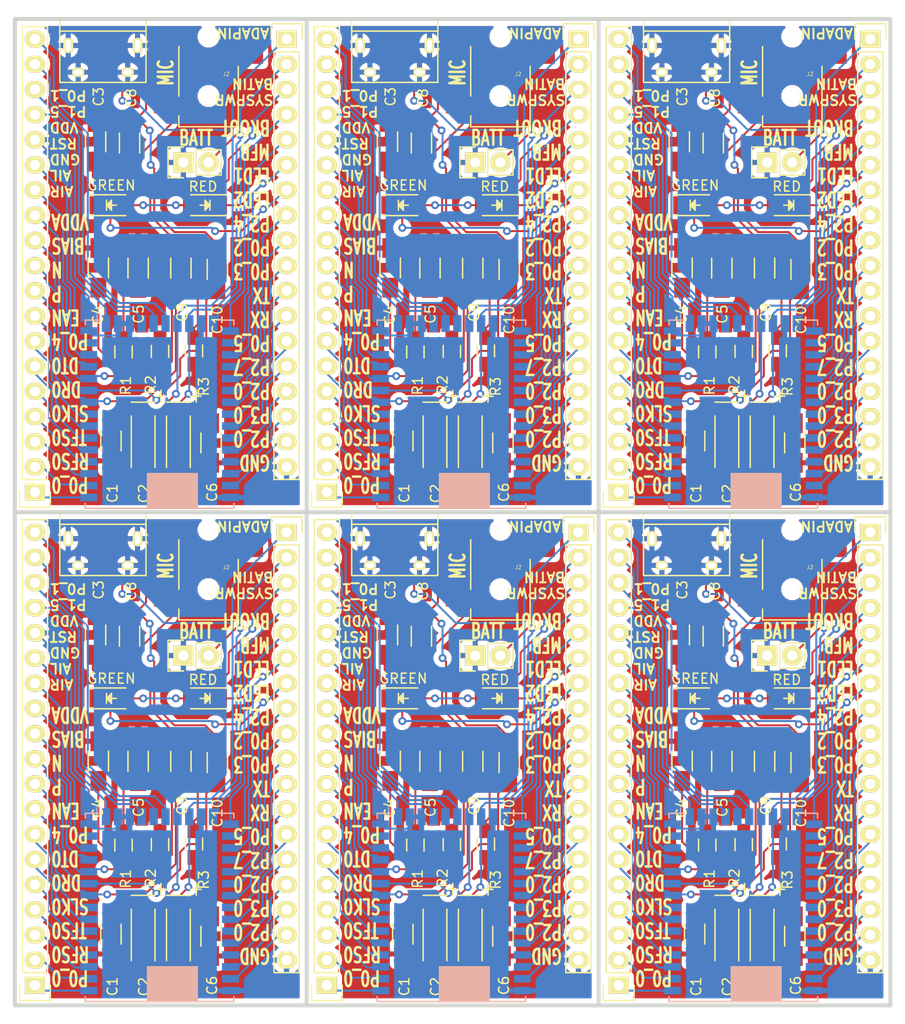
<source format=kicad_pcb>
(kicad_pcb (version 20171130) (host pcbnew 5.0.0-rc2-dev-unknown-ce1bd4c~62~ubuntu16.04.1)
  (layers (0 F.Cu signal) (31 B.Cu signal) (34 B.Paste user) (35 F.Paste user) (36 B.SilkS user) (37 F.SilkS user) (38 B.Mask user) (39 F.Mask user) (44 Edge.Cuts user))
  (net 0 "")
  (net 1 /1)
  (net 2 /2)
  (net 3 /3)
  (net 4 /4)
  (net 5 /5)
  (net 6 /6)
  (net 7 /7)
  (net 8 /8)
  (net 9 /9)
  (net 10 /10)
  (net 11 /11)
  (net 12 /12)
  (net 13 /13)
  (net 14 /14)
  (net 15 /15)
  (net 16 /16)
  (net 17 /19)
  (net 18 /20)
  (net 19 /21)
  (net 20 /22)
  (net 21 /23)
  (net 22 /25)
  (net 23 /26)
  (net 24 /27)
  (net 25 /28)
  (net 26 /29)
  (net 27 /30)
  (net 28 /31)
  (net 29 /32)
  (net 30 /33)
  (net 31 /34)
  (net 32 /35)
  (net 33 /36)
  (net 34 /37)
  (net 35 /38)
  (net 36 /39)
  (net 37 "Net-(C5-Pad1)")
  (net 38 "Net-(C10-Pad2)")
  (net 39 "Net-(C8-Pad1)")
  (module Capacitors_Tantalum_SMD.pretty:TantalC_SizeA_EIA-3216_HandSoldering (layer F.Cu) (at 222.25 166.624 270)
    (fp_text reference C2 (at 5.2324 -0.0762 270) (layer F.SilkS))
    (fp_text value 10u/16V)
    (fp_text user + (at -4.5974 -1.7272 270) (layer F.SilkS))
    (pad 1 smd rect (at -1.99898 0 270) (size 2.99974 1.50114) (layers F.Cu F.Paste F.Mask))
    (pad 2 smd rect (at 1.99898 0 270) (size 2.99974 1.50114) (layers F.Cu F.Paste F.Mask))
  )
  (module Pin_Headers.pretty:Pin_Header_Straight_1x18 (layer F.Cu) (at 236.728 125.984)
    (fp_text reference CON2 hide)
    (fp_text value CONN_18)
    (pad 18 thru_hole oval (at 0 43.18) (size 2.032 1.7272) (drill 1.016) (layers *.Cu *.Mask F.SilkS))
    (pad 17 thru_hole oval (at 0 40.64) (size 2.032 1.7272) (drill 1.016) (layers *.Cu *.Mask F.SilkS))
    (pad 16 thru_hole oval (at 0 38.1) (size 2.032 1.7272) (drill 1.016) (layers *.Cu *.Mask F.SilkS))
    (pad 15 thru_hole oval (at 0 35.56) (size 2.032 1.7272) (drill 1.016) (layers *.Cu *.Mask F.SilkS))
    (pad 14 thru_hole oval (at 0 33.02) (size 2.032 1.7272) (drill 1.016) (layers *.Cu *.Mask F.SilkS))
    (pad 13 thru_hole oval (at 0 30.48) (size 2.032 1.7272) (drill 1.016) (layers *.Cu *.Mask F.SilkS))
    (pad 12 thru_hole oval (at 0 27.94) (size 2.032 1.7272) (drill 1.016) (layers *.Cu *.Mask F.SilkS))
    (pad 11 thru_hole oval (at 0 25.4) (size 2.032 1.7272) (drill 1.016) (layers *.Cu *.Mask F.SilkS))
    (pad 10 thru_hole oval (at 0 22.86) (size 2.032 1.7272) (drill 1.016) (layers *.Cu *.Mask F.SilkS))
    (pad 9 thru_hole oval (at 0 20.32) (size 2.032 1.7272) (drill 1.016) (layers *.Cu *.Mask F.SilkS))
    (pad 8 thru_hole oval (at 0 17.78) (size 2.032 1.7272) (drill 1.016) (layers *.Cu *.Mask F.SilkS))
    (pad 7 thru_hole oval (at 0 15.24) (size 2.032 1.7272) (drill 1.016) (layers *.Cu *.Mask F.SilkS))
    (pad 6 thru_hole oval (at 0 12.7) (size 2.032 1.7272) (drill 1.016) (layers *.Cu *.Mask F.SilkS))
    (pad 5 thru_hole oval (at 0 10.16) (size 2.032 1.7272) (drill 1.016) (layers *.Cu *.Mask F.SilkS))
    (pad 4 thru_hole oval (at 0 7.62) (size 2.032 1.7272) (drill 1.016) (layers *.Cu *.Mask F.SilkS))
    (pad 3 thru_hole oval (at 0 5.08) (size 2.032 1.7272) (drill 1.016) (layers *.Cu *.Mask F.SilkS))
    (pad 2 thru_hole oval (at 0 2.54) (size 2.032 1.7272) (drill 1.016) (layers *.Cu *.Mask F.SilkS))
    (pad 1 thru_hole rect (at 0 0) (size 2.032 1.7272) (drill 1.016) (layers *.Cu *.Mask F.SilkS))
  )
  (module Capacitors_SMD.pretty:C_1206_HandSoldering (layer F.Cu) (at 218.9988 166.5478 270)
    (fp_text reference C1 (at 5.2832 -0.1524 270) (layer F.SilkS))
    (fp_text value 100n)
    (pad 2 smd rect (at 2 0 270) (size 2 1.6) (layers F.Cu F.Paste F.Mask))
    (pad 1 smd rect (at -2 0 270) (size 2 1.6) (layers F.Cu F.Paste F.Mask))
  )
  (module Capacitors_SMD.pretty:C_1206_HandSoldering (layer F.Cu) (at 217.4494 136.3472 90)
    (fp_text reference C3 (at 4.5466 0.3048 90) (layer F.SilkS))
    (fp_text value 100n)
    (pad 1 smd rect (at -2 0 90) (size 2 1.6) (layers F.Cu F.Paste F.Mask))
    (pad 2 smd rect (at 2 0 90) (size 2 1.6) (layers F.Cu F.Paste F.Mask))
  )
  (module Capacitors_SMD.pretty:C_1206_HandSoldering (layer F.Cu) (at 217.7288 149.0726 90)
    (fp_text reference C4 (at -4.7752 -0.0508 270) (layer F.SilkS))
    (fp_text value 2.2u/6,3v)
    (pad 1 smd rect (at -2 0 90) (size 2 1.6) (layers F.Cu F.Paste F.Mask))
    (pad 2 smd rect (at 2 0 90) (size 2 1.6) (layers F.Cu F.Paste F.Mask))
  )
  (module Pin_Headers.pretty:Pin_Header_Straight_1x19 (layer F.Cu) (at 211.328 171.704 180)
    (fp_text reference CON1 hide)
    (fp_text value CONN_19)
    (pad 19 thru_hole oval (at 0 45.72 180) (size 2.032 1.7272) (drill 1.016) (layers *.Cu *.Mask F.SilkS))
    (pad 18 thru_hole oval (at 0 43.18 180) (size 2.032 1.7272) (drill 1.016) (layers *.Cu *.Mask F.SilkS))
    (pad 17 thru_hole oval (at 0 40.64 180) (size 2.032 1.7272) (drill 1.016) (layers *.Cu *.Mask F.SilkS))
    (pad 16 thru_hole oval (at 0 38.1 180) (size 2.032 1.7272) (drill 1.016) (layers *.Cu *.Mask F.SilkS))
    (pad 15 thru_hole oval (at 0 35.56 180) (size 2.032 1.7272) (drill 1.016) (layers *.Cu *.Mask F.SilkS))
    (pad 14 thru_hole oval (at 0 33.02 180) (size 2.032 1.7272) (drill 1.016) (layers *.Cu *.Mask F.SilkS))
    (pad 13 thru_hole oval (at 0 30.48 180) (size 2.032 1.7272) (drill 1.016) (layers *.Cu *.Mask F.SilkS))
    (pad 12 thru_hole oval (at 0 27.94 180) (size 2.032 1.7272) (drill 1.016) (layers *.Cu *.Mask F.SilkS))
    (pad 11 thru_hole oval (at 0 25.4 180) (size 2.032 1.7272) (drill 1.016) (layers *.Cu *.Mask F.SilkS))
    (pad 10 thru_hole oval (at 0 22.86 180) (size 2.032 1.7272) (drill 1.016) (layers *.Cu *.Mask F.SilkS))
    (pad 9 thru_hole oval (at 0 20.32 180) (size 2.032 1.7272) (drill 1.016) (layers *.Cu *.Mask F.SilkS))
    (pad 8 thru_hole oval (at 0 17.78 180) (size 2.032 1.7272) (drill 1.016) (layers *.Cu *.Mask F.SilkS))
    (pad 7 thru_hole oval (at 0 15.24 180) (size 2.032 1.7272) (drill 1.016) (layers *.Cu *.Mask F.SilkS))
    (pad 6 thru_hole oval (at 0 12.7 180) (size 2.032 1.7272) (drill 1.016) (layers *.Cu *.Mask F.SilkS))
    (pad 5 thru_hole oval (at 0 10.16 180) (size 2.032 1.7272) (drill 1.016) (layers *.Cu *.Mask F.SilkS))
    (pad 4 thru_hole oval (at 0 7.62 180) (size 2.032 1.7272) (drill 1.016) (layers *.Cu *.Mask F.SilkS))
    (pad 3 thru_hole oval (at 0 5.08 180) (size 2.032 1.7272) (drill 1.016) (layers *.Cu *.Mask F.SilkS))
    (pad 2 thru_hole oval (at 0 2.54 180) (size 2.032 1.7272) (drill 1.016) (layers *.Cu *.Mask F.SilkS))
    (pad 1 thru_hole rect (at 0 0 180) (size 2.032 1.7272) (drill 1.016) (layers *.Cu *.Mask F.SilkS))
  )
  (module Capacitors_SMD.pretty:C_1206_HandSoldering (layer F.Cu) (at 226.06 149.098 90)
    (fp_text reference C9 (at -4.4704 0.127 270) (layer F.SilkS))
    (fp_text value 4.7u/16v)
    (pad 1 smd rect (at -2 0 90) (size 2 1.6) (layers F.Cu F.Paste F.Mask))
    (pad 2 smd rect (at 2 0 90) (size 2 1.6) (layers F.Cu F.Paste F.Mask))
  )
  (module Resistors_SMD.pretty:R_0805_HandSoldering (layer F.Cu) (at 223.9518 157.5054 90)
    (fp_text reference R2 (at -3.3782 -0.9398 90) (layer F.SilkS))
    (fp_text value 1k)
    (pad 1 smd rect (at -1.35 0 90) (size 1.5 1.3) (layers F.Cu F.Paste F.Mask))
    (pad 2 smd rect (at 1.35 0 90) (size 1.5 1.3) (layers F.Cu F.Paste F.Mask))
  )
  (module Capacitors_SMD.pretty:C_1206_HandSoldering (layer F.Cu) (at 221.742 149.098 90)
    (fp_text reference C5 (at -4.6482 0.0508 270) (layer F.SilkS))
    (fp_text value 2.2u/6,3v)
    (pad 2 smd rect (at 2 0 90) (size 2 1.6) (layers F.Cu F.Paste F.Mask))
    (pad 1 smd rect (at -2 0 90) (size 2 1.6) (layers F.Cu F.Paste F.Mask))
  )
  (module Capacitors_Tantalum_SMD.pretty:TantalC_SizeA_EIA-3216_HandSoldering (layer F.Cu) (at 225.806 166.624 270)
    (fp_text reference C7 (at 5.1054 -0.2286 270) (layer F.SilkS))
    (fp_text value 10u/16V)
    (fp_text user + (at -4.5974 -1.7272 270) (layer F.SilkS))
    (pad 2 smd rect (at 1.99898 0 270) (size 2.99974 1.50114) (layers F.Cu F.Paste F.Mask))
    (pad 1 smd rect (at -1.99898 0 270) (size 2.99974 1.50114) (layers F.Cu F.Paste F.Mask))
  )
  (module Capacitors_SMD.pretty:C_1206_HandSoldering (layer F.Cu) (at 229.108 166.751 270)
    (fp_text reference C6 (at 4.9784 -0.1016 270) (layer F.SilkS))
    (fp_text value 100n)
    (pad 2 smd rect (at 2 0 270) (size 2 1.6) (layers F.Cu F.Paste F.Mask))
    (pad 1 smd rect (at -2 0 270) (size 2 1.6) (layers F.Cu F.Paste F.Mask))
  )
  (module Capacitors_SMD.pretty:C_1206_HandSoldering (layer F.Cu) (at 220.8784 136.4742 90)
    (fp_text reference C8 (at 4.5466 0.1524 90) (layer F.SilkS))
    (fp_text value 220p)
    (pad 1 smd rect (at -2 0 90) (size 2 1.6) (layers F.Cu F.Paste F.Mask))
    (pad 2 smd rect (at 2 0 90) (size 2 1.6) (layers F.Cu F.Paste F.Mask))
  )
  (module jacks:3.5mm_stereo_jack_PJ320B_no_up_silkscreen (layer F.Cu) (at 228.854 125.73)
    (fp_text reference J2 (at 1.79 3.79) (layer F.SilkS) (effects (font (size 0.39878 0.39878) (thickness 0.0508))))
    (fp_text value 3.5mmjack hide)
    (pad "" np_thru_hole circle (at 0 0) (size 1.2 1.2) (drill 1.2) (layers *.Cu *.Mask F.SilkS))
    (pad 1 smd rect (at -3.75 0) (size 3.5 1.5) (layers F.Cu F.Paste F.Mask))
    (pad 2 smd rect (at 3.75 2) (size 3.5 1.5) (layers F.Cu F.Paste F.Mask))
    (pad 5 smd rect (at -3.75 7) (size 3.5 1.5) (layers F.Cu F.Paste F.Mask))
    (pad "" np_thru_hole circle (at 0 6) (size 1.2 1.2) (drill 1.2) (layers *.Cu *.Mask F.SilkS))
  )
  (module Pin_Headers.pretty:Pin_Header_Straight_1x02 (layer F.Cu) (at 226.314 138.43 90)
    (fp_text reference CON3 hide)
    (fp_text value CONN_2)
    (pad 2 thru_hole oval (at 0 2.54 90) (size 2.032 2.032) (drill 1.016) (layers *.Cu *.Mask F.SilkS))
    (pad 1 thru_hole rect (at 0 0 90) (size 2.032 2.032) (drill 1.016) (layers *.Cu *.Mask F.SilkS))
  )
  (module modules:BM23_no_silk_screen_under_antena (layer B.Cu) (at 216.408 154.348)
    (fp_text reference U1 hide)
    (fp_text value BM23 hide)
    (pad 16 smd trapezoid (at 2.1 0.35) (size 0.85 1.7) (layers B.Cu B.Paste B.Mask))
    (pad 17 smd trapezoid (at 3.3 0.35) (size 0.85 1.7) (layers B.Cu B.Paste B.Mask))
    (pad 18 smd trapezoid (at 4.5 0.35) (size 0.85 1.7) (layers B.Cu B.Paste B.Mask))
    (pad 19 smd trapezoid (at 5.7 0.35) (size 0.85 1.7) (layers B.Cu B.Paste B.Mask))
    (pad 20 smd trapezoid (at 6.9 0.35) (size 0.85 1.7) (layers B.Cu B.Paste B.Mask))
    (pad 21 smd trapezoid (at 8.1 0.35) (size 0.85 1.7) (layers B.Cu B.Paste B.Mask))
    (pad 22 smd trapezoid (at 9.3 0.35) (size 0.85 1.7) (layers B.Cu B.Paste B.Mask))
    (pad 23 smd trapezoid (at 10.5 0.35) (size 0.85 1.7) (layers B.Cu B.Paste B.Mask))
    (pad 24 smd trapezoid (at 11.7 0.35) (size 0.85 1.7) (layers B.Cu B.Paste B.Mask))
    (pad 39 smd trapezoid (at 14.65 16.7 270) (size 0.76 1.7) (layers B.Cu B.Paste B.Mask))
    (pad 38 smd trapezoid (at 14.65 15.5 270) (size 0.76 1.7) (layers B.Cu B.Paste B.Mask))
    (pad 27 smd trapezoid (at 14.65 2.3 270) (size 0.76 1.7) (layers B.Cu B.Paste B.Mask))
    (pad 26 smd trapezoid (at 14.65 1.1 270) (size 0.76 1.7) (layers B.Cu B.Paste B.Mask))
    (pad 31 smd trapezoid (at 14.65 7.1 270) (size 0.76 1.7) (layers B.Cu B.Paste B.Mask))
    (pad 29 smd trapezoid (at 14.65 4.7 270) (size 0.76 1.7) (layers B.Cu B.Paste B.Mask))
    (pad 30 smd trapezoid (at 14.65 5.9 270) (size 0.76 1.7) (layers B.Cu B.Paste B.Mask))
    (pad 28 smd trapezoid (at 14.65 3.5 270) (size 0.76 1.7) (layers B.Cu B.Paste B.Mask))
    (pad 37 smd trapezoid (at 14.65 14.3 270) (size 0.76 1.7) (layers B.Cu B.Paste B.Mask))
    (pad 35 smd trapezoid (at 14.65 11.9 270) (size 0.76 1.7) (layers B.Cu B.Paste B.Mask))
    (pad 36 smd trapezoid (at 14.65 13.1 270) (size 0.76 1.7) (layers B.Cu B.Paste B.Mask))
    (pad 33 smd trapezoid (at 14.65 9.5 270) (size 0.76 1.7) (layers B.Cu B.Paste B.Mask))
    (pad 34 smd trapezoid (at 14.65 10.7 270) (size 0.76 1.7) (layers B.Cu B.Paste B.Mask))
    (pad 32 smd trapezoid (at 14.65 8.3 270) (size 0.76 1.7) (layers B.Cu B.Paste B.Mask))
    (pad 8 smd trapezoid (at 0.35 9.5 270) (size 0.76 1.7) (layers B.Cu B.Paste B.Mask))
    (pad 1 smd trapezoid (at 0.35 17.9 270) (size 0.76 1.7) (layers B.Cu B.Paste B.Mask))
    (pad 5 smd trapezoid (at 0.35 13.1 270) (size 0.76 1.7) (layers B.Cu B.Paste B.Mask))
    (pad 10 smd trapezoid (at 0.35 7.1 270) (size 0.76 1.7) (layers B.Cu B.Paste B.Mask))
    (pad 4 smd trapezoid (at 0.35 14.3 270) (size 0.76 1.7) (layers B.Cu B.Paste B.Mask))
    (pad 9 smd trapezoid (at 0.35 8.3 270) (size 0.76 1.7) (layers B.Cu B.Paste B.Mask))
    (pad 12 smd trapezoid (at 0.35 4.7 270) (size 0.76 1.7) (layers B.Cu B.Paste B.Mask))
    (pad 3 smd trapezoid (at 0.35 15.5 270) (size 0.76 1.7) (layers B.Cu B.Paste B.Mask))
    (pad 7 smd trapezoid (at 0.35 10.7 270) (size 0.76 1.7) (layers B.Cu B.Paste B.Mask))
    (pad 11 smd trapezoid (at 0.35 5.9 270) (size 0.76 1.7) (layers B.Cu B.Paste B.Mask))
    (pad 13 smd trapezoid (at 0.35 3.5 270) (size 0.76 1.7) (layers B.Cu B.Paste B.Mask))
    (pad 2 smd trapezoid (at 0.35 16.7 270) (size 0.76 1.7) (layers B.Cu B.Paste B.Mask))
    (pad 6 smd trapezoid (at 0.35 11.9 270) (size 0.76 1.7) (layers B.Cu B.Paste B.Mask))
    (pad 15 smd trapezoid (at 0.35 1.1 270) (size 0.76 1.7) (layers B.Cu B.Paste B.Mask))
    (pad 14 smd trapezoid (at 0.35 2.3 270) (size 0.76 1.7) (layers B.Cu B.Paste B.Mask))
    (pad 25 smd trapezoid (at 12.9 0.35) (size 0.85 1.7) (layers B.Cu B.Paste B.Mask))
    (pad 40 smd trapezoid (at 14.65 17.9 270) (size 0.76 1.7) (layers B.Cu B.Paste B.Mask))
  )
  (module Connect.pretty:USB_Micro-B (layer F.Cu) (at 218.186 127.762 180)
    (fp_text reference J1 hide)
    (fp_text value USB_B_Micro)
    (pad 6 thru_hole oval (at 3.4991 1.13746 270) (size 1.55 1) (drill oval 1.15 0.5) (layers *.Cu *.Mask F.SilkS))
    (pad 6 thru_hole oval (at -3.5009 1.13746 270) (size 1.55 1) (drill oval 1.15 0.5) (layers *.Cu *.Mask F.SilkS))
    (pad 6 thru_hole oval (at 2.4991 -1.56254 270) (size 0.95 1.25) (drill oval 0.55 0.85) (layers *.Cu *.Mask F.SilkS))
    (pad 6 thru_hole oval (at -2.5009 -1.56254 270) (size 0.95 1.25) (drill oval 0.55 0.85) (layers *.Cu *.Mask F.SilkS))
    (pad 5 smd rect (at 1.2991 -1.56254 270) (size 1.35 0.4) (layers F.Cu F.Paste F.Mask))
    (pad 4 smd rect (at 0.6491 -1.56254 270) (size 1.35 0.4) (layers F.Cu F.Paste F.Mask))
    (pad 3 smd rect (at -0.0009 -1.56254 270) (size 1.35 0.4) (layers F.Cu F.Paste F.Mask))
    (pad 2 smd rect (at -0.6509 -1.56254 270) (size 1.35 0.4) (layers F.Cu F.Paste F.Mask))
    (pad 1 smd rect (at -1.3009 -1.56254 270) (size 1.35 0.4) (layers F.Cu F.Paste F.Mask))
  )
  (module Resistors_SMD.pretty:R_0805_HandSoldering (layer F.Cu) (at 220.2688 157.5562 270)
    (fp_text reference R1 (at 3.4036 -0.2286 270) (layer F.SilkS))
    (fp_text value 1k)
    (pad 2 smd rect (at 1.35 0 270) (size 1.5 1.3) (layers F.Cu F.Paste F.Mask))
    (pad 1 smd rect (at -1.35 0 270) (size 1.5 1.3) (layers F.Cu F.Paste F.Mask))
  )
  (module Capacitors_SMD.pretty:C_1206_HandSoldering (layer F.Cu) (at 229.743 149.2316 90)
    (fp_text reference C10 (at -5.0988 0 270) (layer F.SilkS))
    (fp_text value 4.7u/16v)
    (pad 2 smd rect (at 2 0 90) (size 2 1.6) (layers F.Cu F.Paste F.Mask))
    (pad 1 smd rect (at -2 0 90) (size 2 1.6) (layers F.Cu F.Paste F.Mask))
  )
  (module LEDs.pretty:LED-1206 (layer F.Cu) (at 228.49586 142.748 180)
    (fp_text reference RED (at 0.20066 1.8796 180) (layer F.SilkS))
    (fp_text value RED)
    (pad 1 smd rect (at -1.41986 0) (size 1.59766 1.80086) (layers F.Cu F.Paste F.Mask))
    (pad 2 smd rect (at 1.41986 0) (size 1.59766 1.80086) (layers F.Cu F.Paste F.Mask))
  )
  (module Resistors_SMD.pretty:R_0805_HandSoldering (layer F.Cu) (at 227.3808 157.4546 90)
    (fp_text reference R3 (at -3.6068 0.9906 90) (layer F.SilkS))
    (fp_text value 2k)
    (pad 2 smd rect (at 1.35 0 90) (size 1.5 1.3) (layers F.Cu F.Paste F.Mask))
    (pad 1 smd rect (at -1.35 0 90) (size 1.5 1.3) (layers F.Cu F.Paste F.Mask))
  )
  (module LEDs.pretty:LED-1206 (layer F.Cu) (at 219.05214 142.748)
    (fp_text reference GREEN (at 0 -2) (layer F.SilkS))
    (fp_text value GREEN)
    (pad 2 smd rect (at 1.41986 0 180) (size 1.59766 1.80086) (layers F.Cu F.Paste F.Mask))
    (pad 1 smd rect (at -1.41986 0 180) (size 1.59766 1.80086) (layers F.Cu F.Paste F.Mask))
  )
  (module Capacitors_Tantalum_SMD.pretty:TantalC_SizeA_EIA-3216_HandSoldering (layer F.Cu) (at 192.786 166.624 270)
    (fp_text reference C2 (at 5.2324 -0.0762 270) (layer F.SilkS))
    (fp_text value 10u/16V)
    (fp_text user + (at -4.5974 -1.7272 270) (layer F.SilkS))
    (pad 1 smd rect (at -1.99898 0 270) (size 2.99974 1.50114) (layers F.Cu F.Paste F.Mask))
    (pad 2 smd rect (at 1.99898 0 270) (size 2.99974 1.50114) (layers F.Cu F.Paste F.Mask))
  )
  (module Pin_Headers.pretty:Pin_Header_Straight_1x18 (layer F.Cu) (at 207.264 125.984)
    (fp_text reference CON2 hide)
    (fp_text value CONN_18)
    (pad 18 thru_hole oval (at 0 43.18) (size 2.032 1.7272) (drill 1.016) (layers *.Cu *.Mask F.SilkS))
    (pad 17 thru_hole oval (at 0 40.64) (size 2.032 1.7272) (drill 1.016) (layers *.Cu *.Mask F.SilkS))
    (pad 16 thru_hole oval (at 0 38.1) (size 2.032 1.7272) (drill 1.016) (layers *.Cu *.Mask F.SilkS))
    (pad 15 thru_hole oval (at 0 35.56) (size 2.032 1.7272) (drill 1.016) (layers *.Cu *.Mask F.SilkS))
    (pad 14 thru_hole oval (at 0 33.02) (size 2.032 1.7272) (drill 1.016) (layers *.Cu *.Mask F.SilkS))
    (pad 13 thru_hole oval (at 0 30.48) (size 2.032 1.7272) (drill 1.016) (layers *.Cu *.Mask F.SilkS))
    (pad 12 thru_hole oval (at 0 27.94) (size 2.032 1.7272) (drill 1.016) (layers *.Cu *.Mask F.SilkS))
    (pad 11 thru_hole oval (at 0 25.4) (size 2.032 1.7272) (drill 1.016) (layers *.Cu *.Mask F.SilkS))
    (pad 10 thru_hole oval (at 0 22.86) (size 2.032 1.7272) (drill 1.016) (layers *.Cu *.Mask F.SilkS))
    (pad 9 thru_hole oval (at 0 20.32) (size 2.032 1.7272) (drill 1.016) (layers *.Cu *.Mask F.SilkS))
    (pad 8 thru_hole oval (at 0 17.78) (size 2.032 1.7272) (drill 1.016) (layers *.Cu *.Mask F.SilkS))
    (pad 7 thru_hole oval (at 0 15.24) (size 2.032 1.7272) (drill 1.016) (layers *.Cu *.Mask F.SilkS))
    (pad 6 thru_hole oval (at 0 12.7) (size 2.032 1.7272) (drill 1.016) (layers *.Cu *.Mask F.SilkS))
    (pad 5 thru_hole oval (at 0 10.16) (size 2.032 1.7272) (drill 1.016) (layers *.Cu *.Mask F.SilkS))
    (pad 4 thru_hole oval (at 0 7.62) (size 2.032 1.7272) (drill 1.016) (layers *.Cu *.Mask F.SilkS))
    (pad 3 thru_hole oval (at 0 5.08) (size 2.032 1.7272) (drill 1.016) (layers *.Cu *.Mask F.SilkS))
    (pad 2 thru_hole oval (at 0 2.54) (size 2.032 1.7272) (drill 1.016) (layers *.Cu *.Mask F.SilkS))
    (pad 1 thru_hole rect (at 0 0) (size 2.032 1.7272) (drill 1.016) (layers *.Cu *.Mask F.SilkS))
  )
  (module Capacitors_SMD.pretty:C_1206_HandSoldering (layer F.Cu) (at 189.5348 166.5478 270)
    (fp_text reference C1 (at 5.2832 -0.1524 270) (layer F.SilkS))
    (fp_text value 100n)
    (pad 2 smd rect (at 2 0 270) (size 2 1.6) (layers F.Cu F.Paste F.Mask))
    (pad 1 smd rect (at -2 0 270) (size 2 1.6) (layers F.Cu F.Paste F.Mask))
  )
  (module Capacitors_SMD.pretty:C_1206_HandSoldering (layer F.Cu) (at 187.9854 136.3472 90)
    (fp_text reference C3 (at 4.5466 0.3048 90) (layer F.SilkS))
    (fp_text value 100n)
    (pad 1 smd rect (at -2 0 90) (size 2 1.6) (layers F.Cu F.Paste F.Mask))
    (pad 2 smd rect (at 2 0 90) (size 2 1.6) (layers F.Cu F.Paste F.Mask))
  )
  (module Capacitors_SMD.pretty:C_1206_HandSoldering (layer F.Cu) (at 188.2648 149.0726 90)
    (fp_text reference C4 (at -4.7752 -0.0508 270) (layer F.SilkS))
    (fp_text value 2.2u/6,3v)
    (pad 1 smd rect (at -2 0 90) (size 2 1.6) (layers F.Cu F.Paste F.Mask))
    (pad 2 smd rect (at 2 0 90) (size 2 1.6) (layers F.Cu F.Paste F.Mask))
  )
  (module Pin_Headers.pretty:Pin_Header_Straight_1x19 (layer F.Cu) (at 181.864 171.704 180)
    (fp_text reference CON1 hide)
    (fp_text value CONN_19)
    (pad 19 thru_hole oval (at 0 45.72 180) (size 2.032 1.7272) (drill 1.016) (layers *.Cu *.Mask F.SilkS))
    (pad 18 thru_hole oval (at 0 43.18 180) (size 2.032 1.7272) (drill 1.016) (layers *.Cu *.Mask F.SilkS))
    (pad 17 thru_hole oval (at 0 40.64 180) (size 2.032 1.7272) (drill 1.016) (layers *.Cu *.Mask F.SilkS))
    (pad 16 thru_hole oval (at 0 38.1 180) (size 2.032 1.7272) (drill 1.016) (layers *.Cu *.Mask F.SilkS))
    (pad 15 thru_hole oval (at 0 35.56 180) (size 2.032 1.7272) (drill 1.016) (layers *.Cu *.Mask F.SilkS))
    (pad 14 thru_hole oval (at 0 33.02 180) (size 2.032 1.7272) (drill 1.016) (layers *.Cu *.Mask F.SilkS))
    (pad 13 thru_hole oval (at 0 30.48 180) (size 2.032 1.7272) (drill 1.016) (layers *.Cu *.Mask F.SilkS))
    (pad 12 thru_hole oval (at 0 27.94 180) (size 2.032 1.7272) (drill 1.016) (layers *.Cu *.Mask F.SilkS))
    (pad 11 thru_hole oval (at 0 25.4 180) (size 2.032 1.7272) (drill 1.016) (layers *.Cu *.Mask F.SilkS))
    (pad 10 thru_hole oval (at 0 22.86 180) (size 2.032 1.7272) (drill 1.016) (layers *.Cu *.Mask F.SilkS))
    (pad 9 thru_hole oval (at 0 20.32 180) (size 2.032 1.7272) (drill 1.016) (layers *.Cu *.Mask F.SilkS))
    (pad 8 thru_hole oval (at 0 17.78 180) (size 2.032 1.7272) (drill 1.016) (layers *.Cu *.Mask F.SilkS))
    (pad 7 thru_hole oval (at 0 15.24 180) (size 2.032 1.7272) (drill 1.016) (layers *.Cu *.Mask F.SilkS))
    (pad 6 thru_hole oval (at 0 12.7 180) (size 2.032 1.7272) (drill 1.016) (layers *.Cu *.Mask F.SilkS))
    (pad 5 thru_hole oval (at 0 10.16 180) (size 2.032 1.7272) (drill 1.016) (layers *.Cu *.Mask F.SilkS))
    (pad 4 thru_hole oval (at 0 7.62 180) (size 2.032 1.7272) (drill 1.016) (layers *.Cu *.Mask F.SilkS))
    (pad 3 thru_hole oval (at 0 5.08 180) (size 2.032 1.7272) (drill 1.016) (layers *.Cu *.Mask F.SilkS))
    (pad 2 thru_hole oval (at 0 2.54 180) (size 2.032 1.7272) (drill 1.016) (layers *.Cu *.Mask F.SilkS))
    (pad 1 thru_hole rect (at 0 0 180) (size 2.032 1.7272) (drill 1.016) (layers *.Cu *.Mask F.SilkS))
  )
  (module Capacitors_SMD.pretty:C_1206_HandSoldering (layer F.Cu) (at 196.596 149.098 90)
    (fp_text reference C9 (at -4.4704 0.127 270) (layer F.SilkS))
    (fp_text value 4.7u/16v)
    (pad 1 smd rect (at -2 0 90) (size 2 1.6) (layers F.Cu F.Paste F.Mask))
    (pad 2 smd rect (at 2 0 90) (size 2 1.6) (layers F.Cu F.Paste F.Mask))
  )
  (module Resistors_SMD.pretty:R_0805_HandSoldering (layer F.Cu) (at 194.4878 157.5054 90)
    (fp_text reference R2 (at -3.3782 -0.9398 90) (layer F.SilkS))
    (fp_text value 1k)
    (pad 1 smd rect (at -1.35 0 90) (size 1.5 1.3) (layers F.Cu F.Paste F.Mask))
    (pad 2 smd rect (at 1.35 0 90) (size 1.5 1.3) (layers F.Cu F.Paste F.Mask))
  )
  (module Capacitors_SMD.pretty:C_1206_HandSoldering (layer F.Cu) (at 192.278 149.098 90)
    (fp_text reference C5 (at -4.6482 0.0508 270) (layer F.SilkS))
    (fp_text value 2.2u/6,3v)
    (pad 2 smd rect (at 2 0 90) (size 2 1.6) (layers F.Cu F.Paste F.Mask))
    (pad 1 smd rect (at -2 0 90) (size 2 1.6) (layers F.Cu F.Paste F.Mask))
  )
  (module Capacitors_Tantalum_SMD.pretty:TantalC_SizeA_EIA-3216_HandSoldering (layer F.Cu) (at 196.342 166.624 270)
    (fp_text reference C7 (at 5.1054 -0.2286 270) (layer F.SilkS))
    (fp_text value 10u/16V)
    (fp_text user + (at -4.5974 -1.7272 270) (layer F.SilkS))
    (pad 2 smd rect (at 1.99898 0 270) (size 2.99974 1.50114) (layers F.Cu F.Paste F.Mask))
    (pad 1 smd rect (at -1.99898 0 270) (size 2.99974 1.50114) (layers F.Cu F.Paste F.Mask))
  )
  (module Capacitors_SMD.pretty:C_1206_HandSoldering (layer F.Cu) (at 199.644 166.751 270)
    (fp_text reference C6 (at 4.9784 -0.1016 270) (layer F.SilkS))
    (fp_text value 100n)
    (pad 2 smd rect (at 2 0 270) (size 2 1.6) (layers F.Cu F.Paste F.Mask))
    (pad 1 smd rect (at -2 0 270) (size 2 1.6) (layers F.Cu F.Paste F.Mask))
  )
  (module Capacitors_SMD.pretty:C_1206_HandSoldering (layer F.Cu) (at 191.4144 136.4742 90)
    (fp_text reference C8 (at 4.5466 0.1524 90) (layer F.SilkS))
    (fp_text value 220p)
    (pad 1 smd rect (at -2 0 90) (size 2 1.6) (layers F.Cu F.Paste F.Mask))
    (pad 2 smd rect (at 2 0 90) (size 2 1.6) (layers F.Cu F.Paste F.Mask))
  )
  (module jacks:3.5mm_stereo_jack_PJ320B_no_up_silkscreen (layer F.Cu) (at 199.39 125.73)
    (fp_text reference J2 (at 1.79 3.79) (layer F.SilkS) (effects (font (size 0.39878 0.39878) (thickness 0.0508))))
    (fp_text value 3.5mmjack hide)
    (pad "" np_thru_hole circle (at 0 0) (size 1.2 1.2) (drill 1.2) (layers *.Cu *.Mask F.SilkS))
    (pad 1 smd rect (at -3.75 0) (size 3.5 1.5) (layers F.Cu F.Paste F.Mask))
    (pad 2 smd rect (at 3.75 2) (size 3.5 1.5) (layers F.Cu F.Paste F.Mask))
    (pad 5 smd rect (at -3.75 7) (size 3.5 1.5) (layers F.Cu F.Paste F.Mask))
    (pad "" np_thru_hole circle (at 0 6) (size 1.2 1.2) (drill 1.2) (layers *.Cu *.Mask F.SilkS))
  )
  (module Pin_Headers.pretty:Pin_Header_Straight_1x02 (layer F.Cu) (at 196.85 138.43 90)
    (fp_text reference CON3 hide)
    (fp_text value CONN_2)
    (pad 2 thru_hole oval (at 0 2.54 90) (size 2.032 2.032) (drill 1.016) (layers *.Cu *.Mask F.SilkS))
    (pad 1 thru_hole rect (at 0 0 90) (size 2.032 2.032) (drill 1.016) (layers *.Cu *.Mask F.SilkS))
  )
  (module modules:BM23_no_silk_screen_under_antena (layer B.Cu) (at 186.944 154.348)
    (fp_text reference U1 hide)
    (fp_text value BM23 hide)
    (pad 16 smd trapezoid (at 2.1 0.35) (size 0.85 1.7) (layers B.Cu B.Paste B.Mask))
    (pad 17 smd trapezoid (at 3.3 0.35) (size 0.85 1.7) (layers B.Cu B.Paste B.Mask))
    (pad 18 smd trapezoid (at 4.5 0.35) (size 0.85 1.7) (layers B.Cu B.Paste B.Mask))
    (pad 19 smd trapezoid (at 5.7 0.35) (size 0.85 1.7) (layers B.Cu B.Paste B.Mask))
    (pad 20 smd trapezoid (at 6.9 0.35) (size 0.85 1.7) (layers B.Cu B.Paste B.Mask))
    (pad 21 smd trapezoid (at 8.1 0.35) (size 0.85 1.7) (layers B.Cu B.Paste B.Mask))
    (pad 22 smd trapezoid (at 9.3 0.35) (size 0.85 1.7) (layers B.Cu B.Paste B.Mask))
    (pad 23 smd trapezoid (at 10.5 0.35) (size 0.85 1.7) (layers B.Cu B.Paste B.Mask))
    (pad 24 smd trapezoid (at 11.7 0.35) (size 0.85 1.7) (layers B.Cu B.Paste B.Mask))
    (pad 39 smd trapezoid (at 14.65 16.7 270) (size 0.76 1.7) (layers B.Cu B.Paste B.Mask))
    (pad 38 smd trapezoid (at 14.65 15.5 270) (size 0.76 1.7) (layers B.Cu B.Paste B.Mask))
    (pad 27 smd trapezoid (at 14.65 2.3 270) (size 0.76 1.7) (layers B.Cu B.Paste B.Mask))
    (pad 26 smd trapezoid (at 14.65 1.1 270) (size 0.76 1.7) (layers B.Cu B.Paste B.Mask))
    (pad 31 smd trapezoid (at 14.65 7.1 270) (size 0.76 1.7) (layers B.Cu B.Paste B.Mask))
    (pad 29 smd trapezoid (at 14.65 4.7 270) (size 0.76 1.7) (layers B.Cu B.Paste B.Mask))
    (pad 30 smd trapezoid (at 14.65 5.9 270) (size 0.76 1.7) (layers B.Cu B.Paste B.Mask))
    (pad 28 smd trapezoid (at 14.65 3.5 270) (size 0.76 1.7) (layers B.Cu B.Paste B.Mask))
    (pad 37 smd trapezoid (at 14.65 14.3 270) (size 0.76 1.7) (layers B.Cu B.Paste B.Mask))
    (pad 35 smd trapezoid (at 14.65 11.9 270) (size 0.76 1.7) (layers B.Cu B.Paste B.Mask))
    (pad 36 smd trapezoid (at 14.65 13.1 270) (size 0.76 1.7) (layers B.Cu B.Paste B.Mask))
    (pad 33 smd trapezoid (at 14.65 9.5 270) (size 0.76 1.7) (layers B.Cu B.Paste B.Mask))
    (pad 34 smd trapezoid (at 14.65 10.7 270) (size 0.76 1.7) (layers B.Cu B.Paste B.Mask))
    (pad 32 smd trapezoid (at 14.65 8.3 270) (size 0.76 1.7) (layers B.Cu B.Paste B.Mask))
    (pad 8 smd trapezoid (at 0.35 9.5 270) (size 0.76 1.7) (layers B.Cu B.Paste B.Mask))
    (pad 1 smd trapezoid (at 0.35 17.9 270) (size 0.76 1.7) (layers B.Cu B.Paste B.Mask))
    (pad 5 smd trapezoid (at 0.35 13.1 270) (size 0.76 1.7) (layers B.Cu B.Paste B.Mask))
    (pad 10 smd trapezoid (at 0.35 7.1 270) (size 0.76 1.7) (layers B.Cu B.Paste B.Mask))
    (pad 4 smd trapezoid (at 0.35 14.3 270) (size 0.76 1.7) (layers B.Cu B.Paste B.Mask))
    (pad 9 smd trapezoid (at 0.35 8.3 270) (size 0.76 1.7) (layers B.Cu B.Paste B.Mask))
    (pad 12 smd trapezoid (at 0.35 4.7 270) (size 0.76 1.7) (layers B.Cu B.Paste B.Mask))
    (pad 3 smd trapezoid (at 0.35 15.5 270) (size 0.76 1.7) (layers B.Cu B.Paste B.Mask))
    (pad 7 smd trapezoid (at 0.35 10.7 270) (size 0.76 1.7) (layers B.Cu B.Paste B.Mask))
    (pad 11 smd trapezoid (at 0.35 5.9 270) (size 0.76 1.7) (layers B.Cu B.Paste B.Mask))
    (pad 13 smd trapezoid (at 0.35 3.5 270) (size 0.76 1.7) (layers B.Cu B.Paste B.Mask))
    (pad 2 smd trapezoid (at 0.35 16.7 270) (size 0.76 1.7) (layers B.Cu B.Paste B.Mask))
    (pad 6 smd trapezoid (at 0.35 11.9 270) (size 0.76 1.7) (layers B.Cu B.Paste B.Mask))
    (pad 15 smd trapezoid (at 0.35 1.1 270) (size 0.76 1.7) (layers B.Cu B.Paste B.Mask))
    (pad 14 smd trapezoid (at 0.35 2.3 270) (size 0.76 1.7) (layers B.Cu B.Paste B.Mask))
    (pad 25 smd trapezoid (at 12.9 0.35) (size 0.85 1.7) (layers B.Cu B.Paste B.Mask))
    (pad 40 smd trapezoid (at 14.65 17.9 270) (size 0.76 1.7) (layers B.Cu B.Paste B.Mask))
  )
  (module Connect.pretty:USB_Micro-B (layer F.Cu) (at 188.722 127.762 180)
    (fp_text reference J1 hide)
    (fp_text value USB_B_Micro)
    (pad 6 thru_hole oval (at 3.4991 1.13746 270) (size 1.55 1) (drill oval 1.15 0.5) (layers *.Cu *.Mask F.SilkS))
    (pad 6 thru_hole oval (at -3.5009 1.13746 270) (size 1.55 1) (drill oval 1.15 0.5) (layers *.Cu *.Mask F.SilkS))
    (pad 6 thru_hole oval (at 2.4991 -1.56254 270) (size 0.95 1.25) (drill oval 0.55 0.85) (layers *.Cu *.Mask F.SilkS))
    (pad 6 thru_hole oval (at -2.5009 -1.56254 270) (size 0.95 1.25) (drill oval 0.55 0.85) (layers *.Cu *.Mask F.SilkS))
    (pad 5 smd rect (at 1.2991 -1.56254 270) (size 1.35 0.4) (layers F.Cu F.Paste F.Mask))
    (pad 4 smd rect (at 0.6491 -1.56254 270) (size 1.35 0.4) (layers F.Cu F.Paste F.Mask))
    (pad 3 smd rect (at -0.0009 -1.56254 270) (size 1.35 0.4) (layers F.Cu F.Paste F.Mask))
    (pad 2 smd rect (at -0.6509 -1.56254 270) (size 1.35 0.4) (layers F.Cu F.Paste F.Mask))
    (pad 1 smd rect (at -1.3009 -1.56254 270) (size 1.35 0.4) (layers F.Cu F.Paste F.Mask))
  )
  (module Resistors_SMD.pretty:R_0805_HandSoldering (layer F.Cu) (at 190.8048 157.5562 270)
    (fp_text reference R1 (at 3.4036 -0.2286 270) (layer F.SilkS))
    (fp_text value 1k)
    (pad 2 smd rect (at 1.35 0 270) (size 1.5 1.3) (layers F.Cu F.Paste F.Mask))
    (pad 1 smd rect (at -1.35 0 270) (size 1.5 1.3) (layers F.Cu F.Paste F.Mask))
  )
  (module Capacitors_SMD.pretty:C_1206_HandSoldering (layer F.Cu) (at 200.279 149.2316 90)
    (fp_text reference C10 (at -5.0988 0 270) (layer F.SilkS))
    (fp_text value 4.7u/16v)
    (pad 2 smd rect (at 2 0 90) (size 2 1.6) (layers F.Cu F.Paste F.Mask))
    (pad 1 smd rect (at -2 0 90) (size 2 1.6) (layers F.Cu F.Paste F.Mask))
  )
  (module LEDs.pretty:LED-1206 (layer F.Cu) (at 199.03186 142.748 180)
    (fp_text reference RED (at 0.20066 1.8796 180) (layer F.SilkS))
    (fp_text value RED)
    (pad 1 smd rect (at -1.41986 0) (size 1.59766 1.80086) (layers F.Cu F.Paste F.Mask))
    (pad 2 smd rect (at 1.41986 0) (size 1.59766 1.80086) (layers F.Cu F.Paste F.Mask))
  )
  (module Resistors_SMD.pretty:R_0805_HandSoldering (layer F.Cu) (at 197.9168 157.4546 90)
    (fp_text reference R3 (at -3.6068 0.9906 90) (layer F.SilkS))
    (fp_text value 2k)
    (pad 2 smd rect (at 1.35 0 90) (size 1.5 1.3) (layers F.Cu F.Paste F.Mask))
    (pad 1 smd rect (at -1.35 0 90) (size 1.5 1.3) (layers F.Cu F.Paste F.Mask))
  )
  (module LEDs.pretty:LED-1206 (layer F.Cu) (at 189.58814 142.748)
    (fp_text reference GREEN (at 0 -2) (layer F.SilkS))
    (fp_text value GREEN)
    (pad 2 smd rect (at 1.41986 0 180) (size 1.59766 1.80086) (layers F.Cu F.Paste F.Mask))
    (pad 1 smd rect (at -1.41986 0 180) (size 1.59766 1.80086) (layers F.Cu F.Paste F.Mask))
  )
  (module Capacitors_Tantalum_SMD.pretty:TantalC_SizeA_EIA-3216_HandSoldering (layer F.Cu) (at 163.322 166.624 270)
    (fp_text reference C2 (at 5.2324 -0.0762 270) (layer F.SilkS))
    (fp_text value 10u/16V)
    (fp_text user + (at -4.5974 -1.7272 270) (layer F.SilkS))
    (pad 1 smd rect (at -1.99898 0 270) (size 2.99974 1.50114) (layers F.Cu F.Paste F.Mask))
    (pad 2 smd rect (at 1.99898 0 270) (size 2.99974 1.50114) (layers F.Cu F.Paste F.Mask))
  )
  (module Pin_Headers.pretty:Pin_Header_Straight_1x18 (layer F.Cu) (at 177.8 125.984)
    (fp_text reference CON2 hide)
    (fp_text value CONN_18)
    (pad 18 thru_hole oval (at 0 43.18) (size 2.032 1.7272) (drill 1.016) (layers *.Cu *.Mask F.SilkS))
    (pad 17 thru_hole oval (at 0 40.64) (size 2.032 1.7272) (drill 1.016) (layers *.Cu *.Mask F.SilkS))
    (pad 16 thru_hole oval (at 0 38.1) (size 2.032 1.7272) (drill 1.016) (layers *.Cu *.Mask F.SilkS))
    (pad 15 thru_hole oval (at 0 35.56) (size 2.032 1.7272) (drill 1.016) (layers *.Cu *.Mask F.SilkS))
    (pad 14 thru_hole oval (at 0 33.02) (size 2.032 1.7272) (drill 1.016) (layers *.Cu *.Mask F.SilkS))
    (pad 13 thru_hole oval (at 0 30.48) (size 2.032 1.7272) (drill 1.016) (layers *.Cu *.Mask F.SilkS))
    (pad 12 thru_hole oval (at 0 27.94) (size 2.032 1.7272) (drill 1.016) (layers *.Cu *.Mask F.SilkS))
    (pad 11 thru_hole oval (at 0 25.4) (size 2.032 1.7272) (drill 1.016) (layers *.Cu *.Mask F.SilkS))
    (pad 10 thru_hole oval (at 0 22.86) (size 2.032 1.7272) (drill 1.016) (layers *.Cu *.Mask F.SilkS))
    (pad 9 thru_hole oval (at 0 20.32) (size 2.032 1.7272) (drill 1.016) (layers *.Cu *.Mask F.SilkS))
    (pad 8 thru_hole oval (at 0 17.78) (size 2.032 1.7272) (drill 1.016) (layers *.Cu *.Mask F.SilkS))
    (pad 7 thru_hole oval (at 0 15.24) (size 2.032 1.7272) (drill 1.016) (layers *.Cu *.Mask F.SilkS))
    (pad 6 thru_hole oval (at 0 12.7) (size 2.032 1.7272) (drill 1.016) (layers *.Cu *.Mask F.SilkS))
    (pad 5 thru_hole oval (at 0 10.16) (size 2.032 1.7272) (drill 1.016) (layers *.Cu *.Mask F.SilkS))
    (pad 4 thru_hole oval (at 0 7.62) (size 2.032 1.7272) (drill 1.016) (layers *.Cu *.Mask F.SilkS))
    (pad 3 thru_hole oval (at 0 5.08) (size 2.032 1.7272) (drill 1.016) (layers *.Cu *.Mask F.SilkS))
    (pad 2 thru_hole oval (at 0 2.54) (size 2.032 1.7272) (drill 1.016) (layers *.Cu *.Mask F.SilkS))
    (pad 1 thru_hole rect (at 0 0) (size 2.032 1.7272) (drill 1.016) (layers *.Cu *.Mask F.SilkS))
  )
  (module Capacitors_SMD.pretty:C_1206_HandSoldering (layer F.Cu) (at 160.0708 166.5478 270)
    (fp_text reference C1 (at 5.2832 -0.1524 270) (layer F.SilkS))
    (fp_text value 100n)
    (pad 2 smd rect (at 2 0 270) (size 2 1.6) (layers F.Cu F.Paste F.Mask))
    (pad 1 smd rect (at -2 0 270) (size 2 1.6) (layers F.Cu F.Paste F.Mask))
  )
  (module Capacitors_SMD.pretty:C_1206_HandSoldering (layer F.Cu) (at 158.5214 136.3472 90)
    (fp_text reference C3 (at 4.5466 0.3048 90) (layer F.SilkS))
    (fp_text value 100n)
    (pad 1 smd rect (at -2 0 90) (size 2 1.6) (layers F.Cu F.Paste F.Mask))
    (pad 2 smd rect (at 2 0 90) (size 2 1.6) (layers F.Cu F.Paste F.Mask))
  )
  (module Capacitors_SMD.pretty:C_1206_HandSoldering (layer F.Cu) (at 158.8008 149.0726 90)
    (fp_text reference C4 (at -4.7752 -0.0508 270) (layer F.SilkS))
    (fp_text value 2.2u/6,3v)
    (pad 1 smd rect (at -2 0 90) (size 2 1.6) (layers F.Cu F.Paste F.Mask))
    (pad 2 smd rect (at 2 0 90) (size 2 1.6) (layers F.Cu F.Paste F.Mask))
  )
  (module Pin_Headers.pretty:Pin_Header_Straight_1x19 (layer F.Cu) (at 152.4 171.704 180)
    (fp_text reference CON1 hide)
    (fp_text value CONN_19)
    (pad 19 thru_hole oval (at 0 45.72 180) (size 2.032 1.7272) (drill 1.016) (layers *.Cu *.Mask F.SilkS))
    (pad 18 thru_hole oval (at 0 43.18 180) (size 2.032 1.7272) (drill 1.016) (layers *.Cu *.Mask F.SilkS))
    (pad 17 thru_hole oval (at 0 40.64 180) (size 2.032 1.7272) (drill 1.016) (layers *.Cu *.Mask F.SilkS))
    (pad 16 thru_hole oval (at 0 38.1 180) (size 2.032 1.7272) (drill 1.016) (layers *.Cu *.Mask F.SilkS))
    (pad 15 thru_hole oval (at 0 35.56 180) (size 2.032 1.7272) (drill 1.016) (layers *.Cu *.Mask F.SilkS))
    (pad 14 thru_hole oval (at 0 33.02 180) (size 2.032 1.7272) (drill 1.016) (layers *.Cu *.Mask F.SilkS))
    (pad 13 thru_hole oval (at 0 30.48 180) (size 2.032 1.7272) (drill 1.016) (layers *.Cu *.Mask F.SilkS))
    (pad 12 thru_hole oval (at 0 27.94 180) (size 2.032 1.7272) (drill 1.016) (layers *.Cu *.Mask F.SilkS))
    (pad 11 thru_hole oval (at 0 25.4 180) (size 2.032 1.7272) (drill 1.016) (layers *.Cu *.Mask F.SilkS))
    (pad 10 thru_hole oval (at 0 22.86 180) (size 2.032 1.7272) (drill 1.016) (layers *.Cu *.Mask F.SilkS))
    (pad 9 thru_hole oval (at 0 20.32 180) (size 2.032 1.7272) (drill 1.016) (layers *.Cu *.Mask F.SilkS))
    (pad 8 thru_hole oval (at 0 17.78 180) (size 2.032 1.7272) (drill 1.016) (layers *.Cu *.Mask F.SilkS))
    (pad 7 thru_hole oval (at 0 15.24 180) (size 2.032 1.7272) (drill 1.016) (layers *.Cu *.Mask F.SilkS))
    (pad 6 thru_hole oval (at 0 12.7 180) (size 2.032 1.7272) (drill 1.016) (layers *.Cu *.Mask F.SilkS))
    (pad 5 thru_hole oval (at 0 10.16 180) (size 2.032 1.7272) (drill 1.016) (layers *.Cu *.Mask F.SilkS))
    (pad 4 thru_hole oval (at 0 7.62 180) (size 2.032 1.7272) (drill 1.016) (layers *.Cu *.Mask F.SilkS))
    (pad 3 thru_hole oval (at 0 5.08 180) (size 2.032 1.7272) (drill 1.016) (layers *.Cu *.Mask F.SilkS))
    (pad 2 thru_hole oval (at 0 2.54 180) (size 2.032 1.7272) (drill 1.016) (layers *.Cu *.Mask F.SilkS))
    (pad 1 thru_hole rect (at 0 0 180) (size 2.032 1.7272) (drill 1.016) (layers *.Cu *.Mask F.SilkS))
  )
  (module Capacitors_SMD.pretty:C_1206_HandSoldering (layer F.Cu) (at 167.132 149.098 90)
    (fp_text reference C9 (at -4.4704 0.127 270) (layer F.SilkS))
    (fp_text value 4.7u/16v)
    (pad 1 smd rect (at -2 0 90) (size 2 1.6) (layers F.Cu F.Paste F.Mask))
    (pad 2 smd rect (at 2 0 90) (size 2 1.6) (layers F.Cu F.Paste F.Mask))
  )
  (module Resistors_SMD.pretty:R_0805_HandSoldering (layer F.Cu) (at 165.0238 157.5054 90)
    (fp_text reference R2 (at -3.3782 -0.9398 90) (layer F.SilkS))
    (fp_text value 1k)
    (pad 1 smd rect (at -1.35 0 90) (size 1.5 1.3) (layers F.Cu F.Paste F.Mask))
    (pad 2 smd rect (at 1.35 0 90) (size 1.5 1.3) (layers F.Cu F.Paste F.Mask))
  )
  (module Capacitors_SMD.pretty:C_1206_HandSoldering (layer F.Cu) (at 162.814 149.098 90)
    (fp_text reference C5 (at -4.6482 0.0508 270) (layer F.SilkS))
    (fp_text value 2.2u/6,3v)
    (pad 2 smd rect (at 2 0 90) (size 2 1.6) (layers F.Cu F.Paste F.Mask))
    (pad 1 smd rect (at -2 0 90) (size 2 1.6) (layers F.Cu F.Paste F.Mask))
  )
  (module Capacitors_Tantalum_SMD.pretty:TantalC_SizeA_EIA-3216_HandSoldering (layer F.Cu) (at 166.878 166.624 270)
    (fp_text reference C7 (at 5.1054 -0.2286 270) (layer F.SilkS))
    (fp_text value 10u/16V)
    (fp_text user + (at -4.5974 -1.7272 270) (layer F.SilkS))
    (pad 2 smd rect (at 1.99898 0 270) (size 2.99974 1.50114) (layers F.Cu F.Paste F.Mask))
    (pad 1 smd rect (at -1.99898 0 270) (size 2.99974 1.50114) (layers F.Cu F.Paste F.Mask))
  )
  (module Capacitors_SMD.pretty:C_1206_HandSoldering (layer F.Cu) (at 170.18 166.751 270)
    (fp_text reference C6 (at 4.9784 -0.1016 270) (layer F.SilkS))
    (fp_text value 100n)
    (pad 2 smd rect (at 2 0 270) (size 2 1.6) (layers F.Cu F.Paste F.Mask))
    (pad 1 smd rect (at -2 0 270) (size 2 1.6) (layers F.Cu F.Paste F.Mask))
  )
  (module Capacitors_SMD.pretty:C_1206_HandSoldering (layer F.Cu) (at 161.9504 136.4742 90)
    (fp_text reference C8 (at 4.5466 0.1524 90) (layer F.SilkS))
    (fp_text value 220p)
    (pad 1 smd rect (at -2 0 90) (size 2 1.6) (layers F.Cu F.Paste F.Mask))
    (pad 2 smd rect (at 2 0 90) (size 2 1.6) (layers F.Cu F.Paste F.Mask))
  )
  (module jacks:3.5mm_stereo_jack_PJ320B_no_up_silkscreen (layer F.Cu) (at 169.926 125.73)
    (fp_text reference J2 (at 1.79 3.79) (layer F.SilkS) (effects (font (size 0.39878 0.39878) (thickness 0.0508))))
    (fp_text value 3.5mmjack hide)
    (pad "" np_thru_hole circle (at 0 0) (size 1.2 1.2) (drill 1.2) (layers *.Cu *.Mask F.SilkS))
    (pad 1 smd rect (at -3.75 0) (size 3.5 1.5) (layers F.Cu F.Paste F.Mask))
    (pad 2 smd rect (at 3.75 2) (size 3.5 1.5) (layers F.Cu F.Paste F.Mask))
    (pad 5 smd rect (at -3.75 7) (size 3.5 1.5) (layers F.Cu F.Paste F.Mask))
    (pad "" np_thru_hole circle (at 0 6) (size 1.2 1.2) (drill 1.2) (layers *.Cu *.Mask F.SilkS))
  )
  (module Pin_Headers.pretty:Pin_Header_Straight_1x02 (layer F.Cu) (at 167.386 138.43 90)
    (fp_text reference CON3 hide)
    (fp_text value CONN_2)
    (pad 2 thru_hole oval (at 0 2.54 90) (size 2.032 2.032) (drill 1.016) (layers *.Cu *.Mask F.SilkS))
    (pad 1 thru_hole rect (at 0 0 90) (size 2.032 2.032) (drill 1.016) (layers *.Cu *.Mask F.SilkS))
  )
  (module modules:BM23_no_silk_screen_under_antena (layer B.Cu) (at 157.48 154.348)
    (fp_text reference U1 hide)
    (fp_text value BM23 hide)
    (pad 16 smd trapezoid (at 2.1 0.35) (size 0.85 1.7) (layers B.Cu B.Paste B.Mask))
    (pad 17 smd trapezoid (at 3.3 0.35) (size 0.85 1.7) (layers B.Cu B.Paste B.Mask))
    (pad 18 smd trapezoid (at 4.5 0.35) (size 0.85 1.7) (layers B.Cu B.Paste B.Mask))
    (pad 19 smd trapezoid (at 5.7 0.35) (size 0.85 1.7) (layers B.Cu B.Paste B.Mask))
    (pad 20 smd trapezoid (at 6.9 0.35) (size 0.85 1.7) (layers B.Cu B.Paste B.Mask))
    (pad 21 smd trapezoid (at 8.1 0.35) (size 0.85 1.7) (layers B.Cu B.Paste B.Mask))
    (pad 22 smd trapezoid (at 9.3 0.35) (size 0.85 1.7) (layers B.Cu B.Paste B.Mask))
    (pad 23 smd trapezoid (at 10.5 0.35) (size 0.85 1.7) (layers B.Cu B.Paste B.Mask))
    (pad 24 smd trapezoid (at 11.7 0.35) (size 0.85 1.7) (layers B.Cu B.Paste B.Mask))
    (pad 39 smd trapezoid (at 14.65 16.7 270) (size 0.76 1.7) (layers B.Cu B.Paste B.Mask))
    (pad 38 smd trapezoid (at 14.65 15.5 270) (size 0.76 1.7) (layers B.Cu B.Paste B.Mask))
    (pad 27 smd trapezoid (at 14.65 2.3 270) (size 0.76 1.7) (layers B.Cu B.Paste B.Mask))
    (pad 26 smd trapezoid (at 14.65 1.1 270) (size 0.76 1.7) (layers B.Cu B.Paste B.Mask))
    (pad 31 smd trapezoid (at 14.65 7.1 270) (size 0.76 1.7) (layers B.Cu B.Paste B.Mask))
    (pad 29 smd trapezoid (at 14.65 4.7 270) (size 0.76 1.7) (layers B.Cu B.Paste B.Mask))
    (pad 30 smd trapezoid (at 14.65 5.9 270) (size 0.76 1.7) (layers B.Cu B.Paste B.Mask))
    (pad 28 smd trapezoid (at 14.65 3.5 270) (size 0.76 1.7) (layers B.Cu B.Paste B.Mask))
    (pad 37 smd trapezoid (at 14.65 14.3 270) (size 0.76 1.7) (layers B.Cu B.Paste B.Mask))
    (pad 35 smd trapezoid (at 14.65 11.9 270) (size 0.76 1.7) (layers B.Cu B.Paste B.Mask))
    (pad 36 smd trapezoid (at 14.65 13.1 270) (size 0.76 1.7) (layers B.Cu B.Paste B.Mask))
    (pad 33 smd trapezoid (at 14.65 9.5 270) (size 0.76 1.7) (layers B.Cu B.Paste B.Mask))
    (pad 34 smd trapezoid (at 14.65 10.7 270) (size 0.76 1.7) (layers B.Cu B.Paste B.Mask))
    (pad 32 smd trapezoid (at 14.65 8.3 270) (size 0.76 1.7) (layers B.Cu B.Paste B.Mask))
    (pad 8 smd trapezoid (at 0.35 9.5 270) (size 0.76 1.7) (layers B.Cu B.Paste B.Mask))
    (pad 1 smd trapezoid (at 0.35 17.9 270) (size 0.76 1.7) (layers B.Cu B.Paste B.Mask))
    (pad 5 smd trapezoid (at 0.35 13.1 270) (size 0.76 1.7) (layers B.Cu B.Paste B.Mask))
    (pad 10 smd trapezoid (at 0.35 7.1 270) (size 0.76 1.7) (layers B.Cu B.Paste B.Mask))
    (pad 4 smd trapezoid (at 0.35 14.3 270) (size 0.76 1.7) (layers B.Cu B.Paste B.Mask))
    (pad 9 smd trapezoid (at 0.35 8.3 270) (size 0.76 1.7) (layers B.Cu B.Paste B.Mask))
    (pad 12 smd trapezoid (at 0.35 4.7 270) (size 0.76 1.7) (layers B.Cu B.Paste B.Mask))
    (pad 3 smd trapezoid (at 0.35 15.5 270) (size 0.76 1.7) (layers B.Cu B.Paste B.Mask))
    (pad 7 smd trapezoid (at 0.35 10.7 270) (size 0.76 1.7) (layers B.Cu B.Paste B.Mask))
    (pad 11 smd trapezoid (at 0.35 5.9 270) (size 0.76 1.7) (layers B.Cu B.Paste B.Mask))
    (pad 13 smd trapezoid (at 0.35 3.5 270) (size 0.76 1.7) (layers B.Cu B.Paste B.Mask))
    (pad 2 smd trapezoid (at 0.35 16.7 270) (size 0.76 1.7) (layers B.Cu B.Paste B.Mask))
    (pad 6 smd trapezoid (at 0.35 11.9 270) (size 0.76 1.7) (layers B.Cu B.Paste B.Mask))
    (pad 15 smd trapezoid (at 0.35 1.1 270) (size 0.76 1.7) (layers B.Cu B.Paste B.Mask))
    (pad 14 smd trapezoid (at 0.35 2.3 270) (size 0.76 1.7) (layers B.Cu B.Paste B.Mask))
    (pad 25 smd trapezoid (at 12.9 0.35) (size 0.85 1.7) (layers B.Cu B.Paste B.Mask))
    (pad 40 smd trapezoid (at 14.65 17.9 270) (size 0.76 1.7) (layers B.Cu B.Paste B.Mask))
  )
  (module Connect.pretty:USB_Micro-B (layer F.Cu) (at 159.258 127.762 180)
    (fp_text reference J1 hide)
    (fp_text value USB_B_Micro)
    (pad 6 thru_hole oval (at 3.4991 1.13746 270) (size 1.55 1) (drill oval 1.15 0.5) (layers *.Cu *.Mask F.SilkS))
    (pad 6 thru_hole oval (at -3.5009 1.13746 270) (size 1.55 1) (drill oval 1.15 0.5) (layers *.Cu *.Mask F.SilkS))
    (pad 6 thru_hole oval (at 2.4991 -1.56254 270) (size 0.95 1.25) (drill oval 0.55 0.85) (layers *.Cu *.Mask F.SilkS))
    (pad 6 thru_hole oval (at -2.5009 -1.56254 270) (size 0.95 1.25) (drill oval 0.55 0.85) (layers *.Cu *.Mask F.SilkS))
    (pad 5 smd rect (at 1.2991 -1.56254 270) (size 1.35 0.4) (layers F.Cu F.Paste F.Mask))
    (pad 4 smd rect (at 0.6491 -1.56254 270) (size 1.35 0.4) (layers F.Cu F.Paste F.Mask))
    (pad 3 smd rect (at -0.0009 -1.56254 270) (size 1.35 0.4) (layers F.Cu F.Paste F.Mask))
    (pad 2 smd rect (at -0.6509 -1.56254 270) (size 1.35 0.4) (layers F.Cu F.Paste F.Mask))
    (pad 1 smd rect (at -1.3009 -1.56254 270) (size 1.35 0.4) (layers F.Cu F.Paste F.Mask))
  )
  (module Resistors_SMD.pretty:R_0805_HandSoldering (layer F.Cu) (at 161.3408 157.5562 270)
    (fp_text reference R1 (at 3.4036 -0.2286 270) (layer F.SilkS))
    (fp_text value 1k)
    (pad 2 smd rect (at 1.35 0 270) (size 1.5 1.3) (layers F.Cu F.Paste F.Mask))
    (pad 1 smd rect (at -1.35 0 270) (size 1.5 1.3) (layers F.Cu F.Paste F.Mask))
  )
  (module Capacitors_SMD.pretty:C_1206_HandSoldering (layer F.Cu) (at 170.815 149.2316 90)
    (fp_text reference C10 (at -5.0988 0 270) (layer F.SilkS))
    (fp_text value 4.7u/16v)
    (pad 2 smd rect (at 2 0 90) (size 2 1.6) (layers F.Cu F.Paste F.Mask))
    (pad 1 smd rect (at -2 0 90) (size 2 1.6) (layers F.Cu F.Paste F.Mask))
  )
  (module LEDs.pretty:LED-1206 (layer F.Cu) (at 169.56786 142.748 180)
    (fp_text reference RED (at 0.20066 1.8796 180) (layer F.SilkS))
    (fp_text value RED)
    (pad 1 smd rect (at -1.41986 0) (size 1.59766 1.80086) (layers F.Cu F.Paste F.Mask))
    (pad 2 smd rect (at 1.41986 0) (size 1.59766 1.80086) (layers F.Cu F.Paste F.Mask))
  )
  (module Resistors_SMD.pretty:R_0805_HandSoldering (layer F.Cu) (at 168.4528 157.4546 90)
    (fp_text reference R3 (at -3.6068 0.9906 90) (layer F.SilkS))
    (fp_text value 2k)
    (pad 2 smd rect (at 1.35 0 90) (size 1.5 1.3) (layers F.Cu F.Paste F.Mask))
    (pad 1 smd rect (at -1.35 0 90) (size 1.5 1.3) (layers F.Cu F.Paste F.Mask))
  )
  (module LEDs.pretty:LED-1206 (layer F.Cu) (at 160.12414 142.748)
    (fp_text reference GREEN (at 0 -2) (layer F.SilkS))
    (fp_text value GREEN)
    (pad 2 smd rect (at 1.41986 0 180) (size 1.59766 1.80086) (layers F.Cu F.Paste F.Mask))
    (pad 1 smd rect (at -1.41986 0 180) (size 1.59766 1.80086) (layers F.Cu F.Paste F.Mask))
  )
  (module Capacitors_Tantalum_SMD.pretty:TantalC_SizeA_EIA-3216_HandSoldering (layer F.Cu) (at 222.25 116.84 270)
    (fp_text reference C2 (at 5.2324 -0.0762 270) (layer F.SilkS))
    (fp_text value 10u/16V)
    (fp_text user + (at -4.5974 -1.7272 270) (layer F.SilkS))
    (pad 1 smd rect (at -1.99898 0 270) (size 2.99974 1.50114) (layers F.Cu F.Paste F.Mask))
    (pad 2 smd rect (at 1.99898 0 270) (size 2.99974 1.50114) (layers F.Cu F.Paste F.Mask))
  )
  (module Pin_Headers.pretty:Pin_Header_Straight_1x18 (layer F.Cu) (at 236.728 76.2)
    (fp_text reference CON2 hide)
    (fp_text value CONN_18)
    (pad 18 thru_hole oval (at 0 43.18) (size 2.032 1.7272) (drill 1.016) (layers *.Cu *.Mask F.SilkS))
    (pad 17 thru_hole oval (at 0 40.64) (size 2.032 1.7272) (drill 1.016) (layers *.Cu *.Mask F.SilkS))
    (pad 16 thru_hole oval (at 0 38.1) (size 2.032 1.7272) (drill 1.016) (layers *.Cu *.Mask F.SilkS))
    (pad 15 thru_hole oval (at 0 35.56) (size 2.032 1.7272) (drill 1.016) (layers *.Cu *.Mask F.SilkS))
    (pad 14 thru_hole oval (at 0 33.02) (size 2.032 1.7272) (drill 1.016) (layers *.Cu *.Mask F.SilkS))
    (pad 13 thru_hole oval (at 0 30.48) (size 2.032 1.7272) (drill 1.016) (layers *.Cu *.Mask F.SilkS))
    (pad 12 thru_hole oval (at 0 27.94) (size 2.032 1.7272) (drill 1.016) (layers *.Cu *.Mask F.SilkS))
    (pad 11 thru_hole oval (at 0 25.4) (size 2.032 1.7272) (drill 1.016) (layers *.Cu *.Mask F.SilkS))
    (pad 10 thru_hole oval (at 0 22.86) (size 2.032 1.7272) (drill 1.016) (layers *.Cu *.Mask F.SilkS))
    (pad 9 thru_hole oval (at 0 20.32) (size 2.032 1.7272) (drill 1.016) (layers *.Cu *.Mask F.SilkS))
    (pad 8 thru_hole oval (at 0 17.78) (size 2.032 1.7272) (drill 1.016) (layers *.Cu *.Mask F.SilkS))
    (pad 7 thru_hole oval (at 0 15.24) (size 2.032 1.7272) (drill 1.016) (layers *.Cu *.Mask F.SilkS))
    (pad 6 thru_hole oval (at 0 12.7) (size 2.032 1.7272) (drill 1.016) (layers *.Cu *.Mask F.SilkS))
    (pad 5 thru_hole oval (at 0 10.16) (size 2.032 1.7272) (drill 1.016) (layers *.Cu *.Mask F.SilkS))
    (pad 4 thru_hole oval (at 0 7.62) (size 2.032 1.7272) (drill 1.016) (layers *.Cu *.Mask F.SilkS))
    (pad 3 thru_hole oval (at 0 5.08) (size 2.032 1.7272) (drill 1.016) (layers *.Cu *.Mask F.SilkS))
    (pad 2 thru_hole oval (at 0 2.54) (size 2.032 1.7272) (drill 1.016) (layers *.Cu *.Mask F.SilkS))
    (pad 1 thru_hole rect (at 0 0) (size 2.032 1.7272) (drill 1.016) (layers *.Cu *.Mask F.SilkS))
  )
  (module Capacitors_SMD.pretty:C_1206_HandSoldering (layer F.Cu) (at 218.9988 116.7638 270)
    (fp_text reference C1 (at 5.2832 -0.1524 270) (layer F.SilkS))
    (fp_text value 100n)
    (pad 2 smd rect (at 2 0 270) (size 2 1.6) (layers F.Cu F.Paste F.Mask))
    (pad 1 smd rect (at -2 0 270) (size 2 1.6) (layers F.Cu F.Paste F.Mask))
  )
  (module Capacitors_SMD.pretty:C_1206_HandSoldering (layer F.Cu) (at 217.4494 86.5632 90)
    (fp_text reference C3 (at 4.5466 0.3048 90) (layer F.SilkS))
    (fp_text value 100n)
    (pad 1 smd rect (at -2 0 90) (size 2 1.6) (layers F.Cu F.Paste F.Mask))
    (pad 2 smd rect (at 2 0 90) (size 2 1.6) (layers F.Cu F.Paste F.Mask))
  )
  (module Capacitors_SMD.pretty:C_1206_HandSoldering (layer F.Cu) (at 217.7288 99.2886 90)
    (fp_text reference C4 (at -4.7752 -0.0508 270) (layer F.SilkS))
    (fp_text value 2.2u/6,3v)
    (pad 1 smd rect (at -2 0 90) (size 2 1.6) (layers F.Cu F.Paste F.Mask))
    (pad 2 smd rect (at 2 0 90) (size 2 1.6) (layers F.Cu F.Paste F.Mask))
  )
  (module Pin_Headers.pretty:Pin_Header_Straight_1x19 (layer F.Cu) (at 211.328 121.92 180)
    (fp_text reference CON1 hide)
    (fp_text value CONN_19)
    (pad 19 thru_hole oval (at 0 45.72 180) (size 2.032 1.7272) (drill 1.016) (layers *.Cu *.Mask F.SilkS))
    (pad 18 thru_hole oval (at 0 43.18 180) (size 2.032 1.7272) (drill 1.016) (layers *.Cu *.Mask F.SilkS))
    (pad 17 thru_hole oval (at 0 40.64 180) (size 2.032 1.7272) (drill 1.016) (layers *.Cu *.Mask F.SilkS))
    (pad 16 thru_hole oval (at 0 38.1 180) (size 2.032 1.7272) (drill 1.016) (layers *.Cu *.Mask F.SilkS))
    (pad 15 thru_hole oval (at 0 35.56 180) (size 2.032 1.7272) (drill 1.016) (layers *.Cu *.Mask F.SilkS))
    (pad 14 thru_hole oval (at 0 33.02 180) (size 2.032 1.7272) (drill 1.016) (layers *.Cu *.Mask F.SilkS))
    (pad 13 thru_hole oval (at 0 30.48 180) (size 2.032 1.7272) (drill 1.016) (layers *.Cu *.Mask F.SilkS))
    (pad 12 thru_hole oval (at 0 27.94 180) (size 2.032 1.7272) (drill 1.016) (layers *.Cu *.Mask F.SilkS))
    (pad 11 thru_hole oval (at 0 25.4 180) (size 2.032 1.7272) (drill 1.016) (layers *.Cu *.Mask F.SilkS))
    (pad 10 thru_hole oval (at 0 22.86 180) (size 2.032 1.7272) (drill 1.016) (layers *.Cu *.Mask F.SilkS))
    (pad 9 thru_hole oval (at 0 20.32 180) (size 2.032 1.7272) (drill 1.016) (layers *.Cu *.Mask F.SilkS))
    (pad 8 thru_hole oval (at 0 17.78 180) (size 2.032 1.7272) (drill 1.016) (layers *.Cu *.Mask F.SilkS))
    (pad 7 thru_hole oval (at 0 15.24 180) (size 2.032 1.7272) (drill 1.016) (layers *.Cu *.Mask F.SilkS))
    (pad 6 thru_hole oval (at 0 12.7 180) (size 2.032 1.7272) (drill 1.016) (layers *.Cu *.Mask F.SilkS))
    (pad 5 thru_hole oval (at 0 10.16 180) (size 2.032 1.7272) (drill 1.016) (layers *.Cu *.Mask F.SilkS))
    (pad 4 thru_hole oval (at 0 7.62 180) (size 2.032 1.7272) (drill 1.016) (layers *.Cu *.Mask F.SilkS))
    (pad 3 thru_hole oval (at 0 5.08 180) (size 2.032 1.7272) (drill 1.016) (layers *.Cu *.Mask F.SilkS))
    (pad 2 thru_hole oval (at 0 2.54 180) (size 2.032 1.7272) (drill 1.016) (layers *.Cu *.Mask F.SilkS))
    (pad 1 thru_hole rect (at 0 0 180) (size 2.032 1.7272) (drill 1.016) (layers *.Cu *.Mask F.SilkS))
  )
  (module Capacitors_SMD.pretty:C_1206_HandSoldering (layer F.Cu) (at 226.06 99.314 90)
    (fp_text reference C9 (at -4.4704 0.127 270) (layer F.SilkS))
    (fp_text value 4.7u/16v)
    (pad 1 smd rect (at -2 0 90) (size 2 1.6) (layers F.Cu F.Paste F.Mask))
    (pad 2 smd rect (at 2 0 90) (size 2 1.6) (layers F.Cu F.Paste F.Mask))
  )
  (module Resistors_SMD.pretty:R_0805_HandSoldering (layer F.Cu) (at 223.9518 107.7214 90)
    (fp_text reference R2 (at -3.3782 -0.9398 90) (layer F.SilkS))
    (fp_text value 1k)
    (pad 1 smd rect (at -1.35 0 90) (size 1.5 1.3) (layers F.Cu F.Paste F.Mask))
    (pad 2 smd rect (at 1.35 0 90) (size 1.5 1.3) (layers F.Cu F.Paste F.Mask))
  )
  (module Capacitors_SMD.pretty:C_1206_HandSoldering (layer F.Cu) (at 221.742 99.314 90)
    (fp_text reference C5 (at -4.6482 0.0508 270) (layer F.SilkS))
    (fp_text value 2.2u/6,3v)
    (pad 2 smd rect (at 2 0 90) (size 2 1.6) (layers F.Cu F.Paste F.Mask))
    (pad 1 smd rect (at -2 0 90) (size 2 1.6) (layers F.Cu F.Paste F.Mask))
  )
  (module Capacitors_Tantalum_SMD.pretty:TantalC_SizeA_EIA-3216_HandSoldering (layer F.Cu) (at 225.806 116.84 270)
    (fp_text reference C7 (at 5.1054 -0.2286 270) (layer F.SilkS))
    (fp_text value 10u/16V)
    (fp_text user + (at -4.5974 -1.7272 270) (layer F.SilkS))
    (pad 2 smd rect (at 1.99898 0 270) (size 2.99974 1.50114) (layers F.Cu F.Paste F.Mask))
    (pad 1 smd rect (at -1.99898 0 270) (size 2.99974 1.50114) (layers F.Cu F.Paste F.Mask))
  )
  (module Capacitors_SMD.pretty:C_1206_HandSoldering (layer F.Cu) (at 229.108 116.967 270)
    (fp_text reference C6 (at 4.9784 -0.1016 270) (layer F.SilkS))
    (fp_text value 100n)
    (pad 2 smd rect (at 2 0 270) (size 2 1.6) (layers F.Cu F.Paste F.Mask))
    (pad 1 smd rect (at -2 0 270) (size 2 1.6) (layers F.Cu F.Paste F.Mask))
  )
  (module Capacitors_SMD.pretty:C_1206_HandSoldering (layer F.Cu) (at 220.8784 86.6902 90)
    (fp_text reference C8 (at 4.5466 0.1524 90) (layer F.SilkS))
    (fp_text value 220p)
    (pad 1 smd rect (at -2 0 90) (size 2 1.6) (layers F.Cu F.Paste F.Mask))
    (pad 2 smd rect (at 2 0 90) (size 2 1.6) (layers F.Cu F.Paste F.Mask))
  )
  (module jacks:3.5mm_stereo_jack_PJ320B_no_up_silkscreen (layer F.Cu) (at 228.854 75.946)
    (fp_text reference J2 (at 1.79 3.79) (layer F.SilkS) (effects (font (size 0.39878 0.39878) (thickness 0.0508))))
    (fp_text value 3.5mmjack hide)
    (pad "" np_thru_hole circle (at 0 0) (size 1.2 1.2) (drill 1.2) (layers *.Cu *.Mask F.SilkS))
    (pad 1 smd rect (at -3.75 0) (size 3.5 1.5) (layers F.Cu F.Paste F.Mask))
    (pad 2 smd rect (at 3.75 2) (size 3.5 1.5) (layers F.Cu F.Paste F.Mask))
    (pad 5 smd rect (at -3.75 7) (size 3.5 1.5) (layers F.Cu F.Paste F.Mask))
    (pad "" np_thru_hole circle (at 0 6) (size 1.2 1.2) (drill 1.2) (layers *.Cu *.Mask F.SilkS))
  )
  (module Pin_Headers.pretty:Pin_Header_Straight_1x02 (layer F.Cu) (at 226.314 88.646 90)
    (fp_text reference CON3 hide)
    (fp_text value CONN_2)
    (pad 2 thru_hole oval (at 0 2.54 90) (size 2.032 2.032) (drill 1.016) (layers *.Cu *.Mask F.SilkS))
    (pad 1 thru_hole rect (at 0 0 90) (size 2.032 2.032) (drill 1.016) (layers *.Cu *.Mask F.SilkS))
  )
  (module modules:BM23_no_silk_screen_under_antena (layer B.Cu) (at 216.408 104.564)
    (fp_text reference U1 hide)
    (fp_text value BM23 hide)
    (pad 16 smd trapezoid (at 2.1 0.35) (size 0.85 1.7) (layers B.Cu B.Paste B.Mask))
    (pad 17 smd trapezoid (at 3.3 0.35) (size 0.85 1.7) (layers B.Cu B.Paste B.Mask))
    (pad 18 smd trapezoid (at 4.5 0.35) (size 0.85 1.7) (layers B.Cu B.Paste B.Mask))
    (pad 19 smd trapezoid (at 5.7 0.35) (size 0.85 1.7) (layers B.Cu B.Paste B.Mask))
    (pad 20 smd trapezoid (at 6.9 0.35) (size 0.85 1.7) (layers B.Cu B.Paste B.Mask))
    (pad 21 smd trapezoid (at 8.1 0.35) (size 0.85 1.7) (layers B.Cu B.Paste B.Mask))
    (pad 22 smd trapezoid (at 9.3 0.35) (size 0.85 1.7) (layers B.Cu B.Paste B.Mask))
    (pad 23 smd trapezoid (at 10.5 0.35) (size 0.85 1.7) (layers B.Cu B.Paste B.Mask))
    (pad 24 smd trapezoid (at 11.7 0.35) (size 0.85 1.7) (layers B.Cu B.Paste B.Mask))
    (pad 39 smd trapezoid (at 14.65 16.7 270) (size 0.76 1.7) (layers B.Cu B.Paste B.Mask))
    (pad 38 smd trapezoid (at 14.65 15.5 270) (size 0.76 1.7) (layers B.Cu B.Paste B.Mask))
    (pad 27 smd trapezoid (at 14.65 2.3 270) (size 0.76 1.7) (layers B.Cu B.Paste B.Mask))
    (pad 26 smd trapezoid (at 14.65 1.1 270) (size 0.76 1.7) (layers B.Cu B.Paste B.Mask))
    (pad 31 smd trapezoid (at 14.65 7.1 270) (size 0.76 1.7) (layers B.Cu B.Paste B.Mask))
    (pad 29 smd trapezoid (at 14.65 4.7 270) (size 0.76 1.7) (layers B.Cu B.Paste B.Mask))
    (pad 30 smd trapezoid (at 14.65 5.9 270) (size 0.76 1.7) (layers B.Cu B.Paste B.Mask))
    (pad 28 smd trapezoid (at 14.65 3.5 270) (size 0.76 1.7) (layers B.Cu B.Paste B.Mask))
    (pad 37 smd trapezoid (at 14.65 14.3 270) (size 0.76 1.7) (layers B.Cu B.Paste B.Mask))
    (pad 35 smd trapezoid (at 14.65 11.9 270) (size 0.76 1.7) (layers B.Cu B.Paste B.Mask))
    (pad 36 smd trapezoid (at 14.65 13.1 270) (size 0.76 1.7) (layers B.Cu B.Paste B.Mask))
    (pad 33 smd trapezoid (at 14.65 9.5 270) (size 0.76 1.7) (layers B.Cu B.Paste B.Mask))
    (pad 34 smd trapezoid (at 14.65 10.7 270) (size 0.76 1.7) (layers B.Cu B.Paste B.Mask))
    (pad 32 smd trapezoid (at 14.65 8.3 270) (size 0.76 1.7) (layers B.Cu B.Paste B.Mask))
    (pad 8 smd trapezoid (at 0.35 9.5 270) (size 0.76 1.7) (layers B.Cu B.Paste B.Mask))
    (pad 1 smd trapezoid (at 0.35 17.9 270) (size 0.76 1.7) (layers B.Cu B.Paste B.Mask))
    (pad 5 smd trapezoid (at 0.35 13.1 270) (size 0.76 1.7) (layers B.Cu B.Paste B.Mask))
    (pad 10 smd trapezoid (at 0.35 7.1 270) (size 0.76 1.7) (layers B.Cu B.Paste B.Mask))
    (pad 4 smd trapezoid (at 0.35 14.3 270) (size 0.76 1.7) (layers B.Cu B.Paste B.Mask))
    (pad 9 smd trapezoid (at 0.35 8.3 270) (size 0.76 1.7) (layers B.Cu B.Paste B.Mask))
    (pad 12 smd trapezoid (at 0.35 4.7 270) (size 0.76 1.7) (layers B.Cu B.Paste B.Mask))
    (pad 3 smd trapezoid (at 0.35 15.5 270) (size 0.76 1.7) (layers B.Cu B.Paste B.Mask))
    (pad 7 smd trapezoid (at 0.35 10.7 270) (size 0.76 1.7) (layers B.Cu B.Paste B.Mask))
    (pad 11 smd trapezoid (at 0.35 5.9 270) (size 0.76 1.7) (layers B.Cu B.Paste B.Mask))
    (pad 13 smd trapezoid (at 0.35 3.5 270) (size 0.76 1.7) (layers B.Cu B.Paste B.Mask))
    (pad 2 smd trapezoid (at 0.35 16.7 270) (size 0.76 1.7) (layers B.Cu B.Paste B.Mask))
    (pad 6 smd trapezoid (at 0.35 11.9 270) (size 0.76 1.7) (layers B.Cu B.Paste B.Mask))
    (pad 15 smd trapezoid (at 0.35 1.1 270) (size 0.76 1.7) (layers B.Cu B.Paste B.Mask))
    (pad 14 smd trapezoid (at 0.35 2.3 270) (size 0.76 1.7) (layers B.Cu B.Paste B.Mask))
    (pad 25 smd trapezoid (at 12.9 0.35) (size 0.85 1.7) (layers B.Cu B.Paste B.Mask))
    (pad 40 smd trapezoid (at 14.65 17.9 270) (size 0.76 1.7) (layers B.Cu B.Paste B.Mask))
  )
  (module Connect.pretty:USB_Micro-B (layer F.Cu) (at 218.186 77.978 180)
    (fp_text reference J1 hide)
    (fp_text value USB_B_Micro)
    (pad 6 thru_hole oval (at 3.4991 1.13746 270) (size 1.55 1) (drill oval 1.15 0.5) (layers *.Cu *.Mask F.SilkS))
    (pad 6 thru_hole oval (at -3.5009 1.13746 270) (size 1.55 1) (drill oval 1.15 0.5) (layers *.Cu *.Mask F.SilkS))
    (pad 6 thru_hole oval (at 2.4991 -1.56254 270) (size 0.95 1.25) (drill oval 0.55 0.85) (layers *.Cu *.Mask F.SilkS))
    (pad 6 thru_hole oval (at -2.5009 -1.56254 270) (size 0.95 1.25) (drill oval 0.55 0.85) (layers *.Cu *.Mask F.SilkS))
    (pad 5 smd rect (at 1.2991 -1.56254 270) (size 1.35 0.4) (layers F.Cu F.Paste F.Mask))
    (pad 4 smd rect (at 0.6491 -1.56254 270) (size 1.35 0.4) (layers F.Cu F.Paste F.Mask))
    (pad 3 smd rect (at -0.0009 -1.56254 270) (size 1.35 0.4) (layers F.Cu F.Paste F.Mask))
    (pad 2 smd rect (at -0.6509 -1.56254 270) (size 1.35 0.4) (layers F.Cu F.Paste F.Mask))
    (pad 1 smd rect (at -1.3009 -1.56254 270) (size 1.35 0.4) (layers F.Cu F.Paste F.Mask))
  )
  (module Resistors_SMD.pretty:R_0805_HandSoldering (layer F.Cu) (at 220.2688 107.7722 270)
    (fp_text reference R1 (at 3.4036 -0.2286 270) (layer F.SilkS))
    (fp_text value 1k)
    (pad 2 smd rect (at 1.35 0 270) (size 1.5 1.3) (layers F.Cu F.Paste F.Mask))
    (pad 1 smd rect (at -1.35 0 270) (size 1.5 1.3) (layers F.Cu F.Paste F.Mask))
  )
  (module Capacitors_SMD.pretty:C_1206_HandSoldering (layer F.Cu) (at 229.743 99.4476 90)
    (fp_text reference C10 (at -5.0988 0 270) (layer F.SilkS))
    (fp_text value 4.7u/16v)
    (pad 2 smd rect (at 2 0 90) (size 2 1.6) (layers F.Cu F.Paste F.Mask))
    (pad 1 smd rect (at -2 0 90) (size 2 1.6) (layers F.Cu F.Paste F.Mask))
  )
  (module LEDs.pretty:LED-1206 (layer F.Cu) (at 228.49586 92.964 180)
    (fp_text reference RED (at 0.20066 1.8796 180) (layer F.SilkS))
    (fp_text value RED)
    (pad 1 smd rect (at -1.41986 0) (size 1.59766 1.80086) (layers F.Cu F.Paste F.Mask))
    (pad 2 smd rect (at 1.41986 0) (size 1.59766 1.80086) (layers F.Cu F.Paste F.Mask))
  )
  (module Resistors_SMD.pretty:R_0805_HandSoldering (layer F.Cu) (at 227.3808 107.6706 90)
    (fp_text reference R3 (at -3.6068 0.9906 90) (layer F.SilkS))
    (fp_text value 2k)
    (pad 2 smd rect (at 1.35 0 90) (size 1.5 1.3) (layers F.Cu F.Paste F.Mask))
    (pad 1 smd rect (at -1.35 0 90) (size 1.5 1.3) (layers F.Cu F.Paste F.Mask))
  )
  (module LEDs.pretty:LED-1206 (layer F.Cu) (at 219.05214 92.964)
    (fp_text reference GREEN (at 0 -2) (layer F.SilkS))
    (fp_text value GREEN)
    (pad 2 smd rect (at 1.41986 0 180) (size 1.59766 1.80086) (layers F.Cu F.Paste F.Mask))
    (pad 1 smd rect (at -1.41986 0 180) (size 1.59766 1.80086) (layers F.Cu F.Paste F.Mask))
  )
  (module Capacitors_Tantalum_SMD.pretty:TantalC_SizeA_EIA-3216_HandSoldering (layer F.Cu) (at 192.786 116.84 270)
    (fp_text reference C2 (at 5.2324 -0.0762 270) (layer F.SilkS))
    (fp_text value 10u/16V)
    (fp_text user + (at -4.5974 -1.7272 270) (layer F.SilkS))
    (pad 1 smd rect (at -1.99898 0 270) (size 2.99974 1.50114) (layers F.Cu F.Paste F.Mask))
    (pad 2 smd rect (at 1.99898 0 270) (size 2.99974 1.50114) (layers F.Cu F.Paste F.Mask))
  )
  (module Pin_Headers.pretty:Pin_Header_Straight_1x18 (layer F.Cu) (at 207.264 76.2)
    (fp_text reference CON2 hide)
    (fp_text value CONN_18)
    (pad 18 thru_hole oval (at 0 43.18) (size 2.032 1.7272) (drill 1.016) (layers *.Cu *.Mask F.SilkS))
    (pad 17 thru_hole oval (at 0 40.64) (size 2.032 1.7272) (drill 1.016) (layers *.Cu *.Mask F.SilkS))
    (pad 16 thru_hole oval (at 0 38.1) (size 2.032 1.7272) (drill 1.016) (layers *.Cu *.Mask F.SilkS))
    (pad 15 thru_hole oval (at 0 35.56) (size 2.032 1.7272) (drill 1.016) (layers *.Cu *.Mask F.SilkS))
    (pad 14 thru_hole oval (at 0 33.02) (size 2.032 1.7272) (drill 1.016) (layers *.Cu *.Mask F.SilkS))
    (pad 13 thru_hole oval (at 0 30.48) (size 2.032 1.7272) (drill 1.016) (layers *.Cu *.Mask F.SilkS))
    (pad 12 thru_hole oval (at 0 27.94) (size 2.032 1.7272) (drill 1.016) (layers *.Cu *.Mask F.SilkS))
    (pad 11 thru_hole oval (at 0 25.4) (size 2.032 1.7272) (drill 1.016) (layers *.Cu *.Mask F.SilkS))
    (pad 10 thru_hole oval (at 0 22.86) (size 2.032 1.7272) (drill 1.016) (layers *.Cu *.Mask F.SilkS))
    (pad 9 thru_hole oval (at 0 20.32) (size 2.032 1.7272) (drill 1.016) (layers *.Cu *.Mask F.SilkS))
    (pad 8 thru_hole oval (at 0 17.78) (size 2.032 1.7272) (drill 1.016) (layers *.Cu *.Mask F.SilkS))
    (pad 7 thru_hole oval (at 0 15.24) (size 2.032 1.7272) (drill 1.016) (layers *.Cu *.Mask F.SilkS))
    (pad 6 thru_hole oval (at 0 12.7) (size 2.032 1.7272) (drill 1.016) (layers *.Cu *.Mask F.SilkS))
    (pad 5 thru_hole oval (at 0 10.16) (size 2.032 1.7272) (drill 1.016) (layers *.Cu *.Mask F.SilkS))
    (pad 4 thru_hole oval (at 0 7.62) (size 2.032 1.7272) (drill 1.016) (layers *.Cu *.Mask F.SilkS))
    (pad 3 thru_hole oval (at 0 5.08) (size 2.032 1.7272) (drill 1.016) (layers *.Cu *.Mask F.SilkS))
    (pad 2 thru_hole oval (at 0 2.54) (size 2.032 1.7272) (drill 1.016) (layers *.Cu *.Mask F.SilkS))
    (pad 1 thru_hole rect (at 0 0) (size 2.032 1.7272) (drill 1.016) (layers *.Cu *.Mask F.SilkS))
  )
  (module Capacitors_SMD.pretty:C_1206_HandSoldering (layer F.Cu) (at 189.5348 116.7638 270)
    (fp_text reference C1 (at 5.2832 -0.1524 270) (layer F.SilkS))
    (fp_text value 100n)
    (pad 2 smd rect (at 2 0 270) (size 2 1.6) (layers F.Cu F.Paste F.Mask))
    (pad 1 smd rect (at -2 0 270) (size 2 1.6) (layers F.Cu F.Paste F.Mask))
  )
  (module Capacitors_SMD.pretty:C_1206_HandSoldering (layer F.Cu) (at 187.9854 86.5632 90)
    (fp_text reference C3 (at 4.5466 0.3048 90) (layer F.SilkS))
    (fp_text value 100n)
    (pad 1 smd rect (at -2 0 90) (size 2 1.6) (layers F.Cu F.Paste F.Mask))
    (pad 2 smd rect (at 2 0 90) (size 2 1.6) (layers F.Cu F.Paste F.Mask))
  )
  (module Capacitors_SMD.pretty:C_1206_HandSoldering (layer F.Cu) (at 188.2648 99.2886 90)
    (fp_text reference C4 (at -4.7752 -0.0508 270) (layer F.SilkS))
    (fp_text value 2.2u/6,3v)
    (pad 1 smd rect (at -2 0 90) (size 2 1.6) (layers F.Cu F.Paste F.Mask))
    (pad 2 smd rect (at 2 0 90) (size 2 1.6) (layers F.Cu F.Paste F.Mask))
  )
  (module Pin_Headers.pretty:Pin_Header_Straight_1x19 (layer F.Cu) (at 181.864 121.92 180)
    (fp_text reference CON1 hide)
    (fp_text value CONN_19)
    (pad 19 thru_hole oval (at 0 45.72 180) (size 2.032 1.7272) (drill 1.016) (layers *.Cu *.Mask F.SilkS))
    (pad 18 thru_hole oval (at 0 43.18 180) (size 2.032 1.7272) (drill 1.016) (layers *.Cu *.Mask F.SilkS))
    (pad 17 thru_hole oval (at 0 40.64 180) (size 2.032 1.7272) (drill 1.016) (layers *.Cu *.Mask F.SilkS))
    (pad 16 thru_hole oval (at 0 38.1 180) (size 2.032 1.7272) (drill 1.016) (layers *.Cu *.Mask F.SilkS))
    (pad 15 thru_hole oval (at 0 35.56 180) (size 2.032 1.7272) (drill 1.016) (layers *.Cu *.Mask F.SilkS))
    (pad 14 thru_hole oval (at 0 33.02 180) (size 2.032 1.7272) (drill 1.016) (layers *.Cu *.Mask F.SilkS))
    (pad 13 thru_hole oval (at 0 30.48 180) (size 2.032 1.7272) (drill 1.016) (layers *.Cu *.Mask F.SilkS))
    (pad 12 thru_hole oval (at 0 27.94 180) (size 2.032 1.7272) (drill 1.016) (layers *.Cu *.Mask F.SilkS))
    (pad 11 thru_hole oval (at 0 25.4 180) (size 2.032 1.7272) (drill 1.016) (layers *.Cu *.Mask F.SilkS))
    (pad 10 thru_hole oval (at 0 22.86 180) (size 2.032 1.7272) (drill 1.016) (layers *.Cu *.Mask F.SilkS))
    (pad 9 thru_hole oval (at 0 20.32 180) (size 2.032 1.7272) (drill 1.016) (layers *.Cu *.Mask F.SilkS))
    (pad 8 thru_hole oval (at 0 17.78 180) (size 2.032 1.7272) (drill 1.016) (layers *.Cu *.Mask F.SilkS))
    (pad 7 thru_hole oval (at 0 15.24 180) (size 2.032 1.7272) (drill 1.016) (layers *.Cu *.Mask F.SilkS))
    (pad 6 thru_hole oval (at 0 12.7 180) (size 2.032 1.7272) (drill 1.016) (layers *.Cu *.Mask F.SilkS))
    (pad 5 thru_hole oval (at 0 10.16 180) (size 2.032 1.7272) (drill 1.016) (layers *.Cu *.Mask F.SilkS))
    (pad 4 thru_hole oval (at 0 7.62 180) (size 2.032 1.7272) (drill 1.016) (layers *.Cu *.Mask F.SilkS))
    (pad 3 thru_hole oval (at 0 5.08 180) (size 2.032 1.7272) (drill 1.016) (layers *.Cu *.Mask F.SilkS))
    (pad 2 thru_hole oval (at 0 2.54 180) (size 2.032 1.7272) (drill 1.016) (layers *.Cu *.Mask F.SilkS))
    (pad 1 thru_hole rect (at 0 0 180) (size 2.032 1.7272) (drill 1.016) (layers *.Cu *.Mask F.SilkS))
  )
  (module Capacitors_SMD.pretty:C_1206_HandSoldering (layer F.Cu) (at 196.596 99.314 90)
    (fp_text reference C9 (at -4.4704 0.127 270) (layer F.SilkS))
    (fp_text value 4.7u/16v)
    (pad 1 smd rect (at -2 0 90) (size 2 1.6) (layers F.Cu F.Paste F.Mask))
    (pad 2 smd rect (at 2 0 90) (size 2 1.6) (layers F.Cu F.Paste F.Mask))
  )
  (module Resistors_SMD.pretty:R_0805_HandSoldering (layer F.Cu) (at 194.4878 107.7214 90)
    (fp_text reference R2 (at -3.3782 -0.9398 90) (layer F.SilkS))
    (fp_text value 1k)
    (pad 1 smd rect (at -1.35 0 90) (size 1.5 1.3) (layers F.Cu F.Paste F.Mask))
    (pad 2 smd rect (at 1.35 0 90) (size 1.5 1.3) (layers F.Cu F.Paste F.Mask))
  )
  (module Capacitors_SMD.pretty:C_1206_HandSoldering (layer F.Cu) (at 192.278 99.314 90)
    (fp_text reference C5 (at -4.6482 0.0508 270) (layer F.SilkS))
    (fp_text value 2.2u/6,3v)
    (pad 2 smd rect (at 2 0 90) (size 2 1.6) (layers F.Cu F.Paste F.Mask))
    (pad 1 smd rect (at -2 0 90) (size 2 1.6) (layers F.Cu F.Paste F.Mask))
  )
  (module Capacitors_Tantalum_SMD.pretty:TantalC_SizeA_EIA-3216_HandSoldering (layer F.Cu) (at 196.342 116.84 270)
    (fp_text reference C7 (at 5.1054 -0.2286 270) (layer F.SilkS))
    (fp_text value 10u/16V)
    (fp_text user + (at -4.5974 -1.7272 270) (layer F.SilkS))
    (pad 2 smd rect (at 1.99898 0 270) (size 2.99974 1.50114) (layers F.Cu F.Paste F.Mask))
    (pad 1 smd rect (at -1.99898 0 270) (size 2.99974 1.50114) (layers F.Cu F.Paste F.Mask))
  )
  (module Capacitors_SMD.pretty:C_1206_HandSoldering (layer F.Cu) (at 199.644 116.967 270)
    (fp_text reference C6 (at 4.9784 -0.1016 270) (layer F.SilkS))
    (fp_text value 100n)
    (pad 2 smd rect (at 2 0 270) (size 2 1.6) (layers F.Cu F.Paste F.Mask))
    (pad 1 smd rect (at -2 0 270) (size 2 1.6) (layers F.Cu F.Paste F.Mask))
  )
  (module Capacitors_SMD.pretty:C_1206_HandSoldering (layer F.Cu) (at 191.4144 86.6902 90)
    (fp_text reference C8 (at 4.5466 0.1524 90) (layer F.SilkS))
    (fp_text value 220p)
    (pad 1 smd rect (at -2 0 90) (size 2 1.6) (layers F.Cu F.Paste F.Mask))
    (pad 2 smd rect (at 2 0 90) (size 2 1.6) (layers F.Cu F.Paste F.Mask))
  )
  (module jacks:3.5mm_stereo_jack_PJ320B_no_up_silkscreen (layer F.Cu) (at 199.39 75.946)
    (fp_text reference J2 (at 1.79 3.79) (layer F.SilkS) (effects (font (size 0.39878 0.39878) (thickness 0.0508))))
    (fp_text value 3.5mmjack hide)
    (pad "" np_thru_hole circle (at 0 0) (size 1.2 1.2) (drill 1.2) (layers *.Cu *.Mask F.SilkS))
    (pad 1 smd rect (at -3.75 0) (size 3.5 1.5) (layers F.Cu F.Paste F.Mask))
    (pad 2 smd rect (at 3.75 2) (size 3.5 1.5) (layers F.Cu F.Paste F.Mask))
    (pad 5 smd rect (at -3.75 7) (size 3.5 1.5) (layers F.Cu F.Paste F.Mask))
    (pad "" np_thru_hole circle (at 0 6) (size 1.2 1.2) (drill 1.2) (layers *.Cu *.Mask F.SilkS))
  )
  (module Pin_Headers.pretty:Pin_Header_Straight_1x02 (layer F.Cu) (at 196.85 88.646 90)
    (fp_text reference CON3 hide)
    (fp_text value CONN_2)
    (pad 2 thru_hole oval (at 0 2.54 90) (size 2.032 2.032) (drill 1.016) (layers *.Cu *.Mask F.SilkS))
    (pad 1 thru_hole rect (at 0 0 90) (size 2.032 2.032) (drill 1.016) (layers *.Cu *.Mask F.SilkS))
  )
  (module modules:BM23_no_silk_screen_under_antena (layer B.Cu) (at 186.944 104.564)
    (fp_text reference U1 hide)
    (fp_text value BM23 hide)
    (pad 16 smd trapezoid (at 2.1 0.35) (size 0.85 1.7) (layers B.Cu B.Paste B.Mask))
    (pad 17 smd trapezoid (at 3.3 0.35) (size 0.85 1.7) (layers B.Cu B.Paste B.Mask))
    (pad 18 smd trapezoid (at 4.5 0.35) (size 0.85 1.7) (layers B.Cu B.Paste B.Mask))
    (pad 19 smd trapezoid (at 5.7 0.35) (size 0.85 1.7) (layers B.Cu B.Paste B.Mask))
    (pad 20 smd trapezoid (at 6.9 0.35) (size 0.85 1.7) (layers B.Cu B.Paste B.Mask))
    (pad 21 smd trapezoid (at 8.1 0.35) (size 0.85 1.7) (layers B.Cu B.Paste B.Mask))
    (pad 22 smd trapezoid (at 9.3 0.35) (size 0.85 1.7) (layers B.Cu B.Paste B.Mask))
    (pad 23 smd trapezoid (at 10.5 0.35) (size 0.85 1.7) (layers B.Cu B.Paste B.Mask))
    (pad 24 smd trapezoid (at 11.7 0.35) (size 0.85 1.7) (layers B.Cu B.Paste B.Mask))
    (pad 39 smd trapezoid (at 14.65 16.7 270) (size 0.76 1.7) (layers B.Cu B.Paste B.Mask))
    (pad 38 smd trapezoid (at 14.65 15.5 270) (size 0.76 1.7) (layers B.Cu B.Paste B.Mask))
    (pad 27 smd trapezoid (at 14.65 2.3 270) (size 0.76 1.7) (layers B.Cu B.Paste B.Mask))
    (pad 26 smd trapezoid (at 14.65 1.1 270) (size 0.76 1.7) (layers B.Cu B.Paste B.Mask))
    (pad 31 smd trapezoid (at 14.65 7.1 270) (size 0.76 1.7) (layers B.Cu B.Paste B.Mask))
    (pad 29 smd trapezoid (at 14.65 4.7 270) (size 0.76 1.7) (layers B.Cu B.Paste B.Mask))
    (pad 30 smd trapezoid (at 14.65 5.9 270) (size 0.76 1.7) (layers B.Cu B.Paste B.Mask))
    (pad 28 smd trapezoid (at 14.65 3.5 270) (size 0.76 1.7) (layers B.Cu B.Paste B.Mask))
    (pad 37 smd trapezoid (at 14.65 14.3 270) (size 0.76 1.7) (layers B.Cu B.Paste B.Mask))
    (pad 35 smd trapezoid (at 14.65 11.9 270) (size 0.76 1.7) (layers B.Cu B.Paste B.Mask))
    (pad 36 smd trapezoid (at 14.65 13.1 270) (size 0.76 1.7) (layers B.Cu B.Paste B.Mask))
    (pad 33 smd trapezoid (at 14.65 9.5 270) (size 0.76 1.7) (layers B.Cu B.Paste B.Mask))
    (pad 34 smd trapezoid (at 14.65 10.7 270) (size 0.76 1.7) (layers B.Cu B.Paste B.Mask))
    (pad 32 smd trapezoid (at 14.65 8.3 270) (size 0.76 1.7) (layers B.Cu B.Paste B.Mask))
    (pad 8 smd trapezoid (at 0.35 9.5 270) (size 0.76 1.7) (layers B.Cu B.Paste B.Mask))
    (pad 1 smd trapezoid (at 0.35 17.9 270) (size 0.76 1.7) (layers B.Cu B.Paste B.Mask))
    (pad 5 smd trapezoid (at 0.35 13.1 270) (size 0.76 1.7) (layers B.Cu B.Paste B.Mask))
    (pad 10 smd trapezoid (at 0.35 7.1 270) (size 0.76 1.7) (layers B.Cu B.Paste B.Mask))
    (pad 4 smd trapezoid (at 0.35 14.3 270) (size 0.76 1.7) (layers B.Cu B.Paste B.Mask))
    (pad 9 smd trapezoid (at 0.35 8.3 270) (size 0.76 1.7) (layers B.Cu B.Paste B.Mask))
    (pad 12 smd trapezoid (at 0.35 4.7 270) (size 0.76 1.7) (layers B.Cu B.Paste B.Mask))
    (pad 3 smd trapezoid (at 0.35 15.5 270) (size 0.76 1.7) (layers B.Cu B.Paste B.Mask))
    (pad 7 smd trapezoid (at 0.35 10.7 270) (size 0.76 1.7) (layers B.Cu B.Paste B.Mask))
    (pad 11 smd trapezoid (at 0.35 5.9 270) (size 0.76 1.7) (layers B.Cu B.Paste B.Mask))
    (pad 13 smd trapezoid (at 0.35 3.5 270) (size 0.76 1.7) (layers B.Cu B.Paste B.Mask))
    (pad 2 smd trapezoid (at 0.35 16.7 270) (size 0.76 1.7) (layers B.Cu B.Paste B.Mask))
    (pad 6 smd trapezoid (at 0.35 11.9 270) (size 0.76 1.7) (layers B.Cu B.Paste B.Mask))
    (pad 15 smd trapezoid (at 0.35 1.1 270) (size 0.76 1.7) (layers B.Cu B.Paste B.Mask))
    (pad 14 smd trapezoid (at 0.35 2.3 270) (size 0.76 1.7) (layers B.Cu B.Paste B.Mask))
    (pad 25 smd trapezoid (at 12.9 0.35) (size 0.85 1.7) (layers B.Cu B.Paste B.Mask))
    (pad 40 smd trapezoid (at 14.65 17.9 270) (size 0.76 1.7) (layers B.Cu B.Paste B.Mask))
  )
  (module Connect.pretty:USB_Micro-B (layer F.Cu) (at 188.722 77.978 180)
    (fp_text reference J1 hide)
    (fp_text value USB_B_Micro)
    (pad 6 thru_hole oval (at 3.4991 1.13746 270) (size 1.55 1) (drill oval 1.15 0.5) (layers *.Cu *.Mask F.SilkS))
    (pad 6 thru_hole oval (at -3.5009 1.13746 270) (size 1.55 1) (drill oval 1.15 0.5) (layers *.Cu *.Mask F.SilkS))
    (pad 6 thru_hole oval (at 2.4991 -1.56254 270) (size 0.95 1.25) (drill oval 0.55 0.85) (layers *.Cu *.Mask F.SilkS))
    (pad 6 thru_hole oval (at -2.5009 -1.56254 270) (size 0.95 1.25) (drill oval 0.55 0.85) (layers *.Cu *.Mask F.SilkS))
    (pad 5 smd rect (at 1.2991 -1.56254 270) (size 1.35 0.4) (layers F.Cu F.Paste F.Mask))
    (pad 4 smd rect (at 0.6491 -1.56254 270) (size 1.35 0.4) (layers F.Cu F.Paste F.Mask))
    (pad 3 smd rect (at -0.0009 -1.56254 270) (size 1.35 0.4) (layers F.Cu F.Paste F.Mask))
    (pad 2 smd rect (at -0.6509 -1.56254 270) (size 1.35 0.4) (layers F.Cu F.Paste F.Mask))
    (pad 1 smd rect (at -1.3009 -1.56254 270) (size 1.35 0.4) (layers F.Cu F.Paste F.Mask))
  )
  (module Resistors_SMD.pretty:R_0805_HandSoldering (layer F.Cu) (at 190.8048 107.7722 270)
    (fp_text reference R1 (at 3.4036 -0.2286 270) (layer F.SilkS))
    (fp_text value 1k)
    (pad 2 smd rect (at 1.35 0 270) (size 1.5 1.3) (layers F.Cu F.Paste F.Mask))
    (pad 1 smd rect (at -1.35 0 270) (size 1.5 1.3) (layers F.Cu F.Paste F.Mask))
  )
  (module Capacitors_SMD.pretty:C_1206_HandSoldering (layer F.Cu) (at 200.279 99.4476 90)
    (fp_text reference C10 (at -5.0988 0 270) (layer F.SilkS))
    (fp_text value 4.7u/16v)
    (pad 2 smd rect (at 2 0 90) (size 2 1.6) (layers F.Cu F.Paste F.Mask))
    (pad 1 smd rect (at -2 0 90) (size 2 1.6) (layers F.Cu F.Paste F.Mask))
  )
  (module LEDs.pretty:LED-1206 (layer F.Cu) (at 199.03186 92.964 180)
    (fp_text reference RED (at 0.20066 1.8796 180) (layer F.SilkS))
    (fp_text value RED)
    (pad 1 smd rect (at -1.41986 0) (size 1.59766 1.80086) (layers F.Cu F.Paste F.Mask))
    (pad 2 smd rect (at 1.41986 0) (size 1.59766 1.80086) (layers F.Cu F.Paste F.Mask))
  )
  (module Resistors_SMD.pretty:R_0805_HandSoldering (layer F.Cu) (at 197.9168 107.6706 90)
    (fp_text reference R3 (at -3.6068 0.9906 90) (layer F.SilkS))
    (fp_text value 2k)
    (pad 2 smd rect (at 1.35 0 90) (size 1.5 1.3) (layers F.Cu F.Paste F.Mask))
    (pad 1 smd rect (at -1.35 0 90) (size 1.5 1.3) (layers F.Cu F.Paste F.Mask))
  )
  (module LEDs.pretty:LED-1206 (layer F.Cu) (at 189.58814 92.964)
    (fp_text reference GREEN (at 0 -2) (layer F.SilkS))
    (fp_text value GREEN)
    (pad 2 smd rect (at 1.41986 0 180) (size 1.59766 1.80086) (layers F.Cu F.Paste F.Mask))
    (pad 1 smd rect (at -1.41986 0 180) (size 1.59766 1.80086) (layers F.Cu F.Paste F.Mask))
  )
  (module modules:BM23_no_silk_screen_under_antena (layer B.Cu) (at 157.48 104.564)
    (fp_text reference U1 hide)
    (fp_text value BM23 hide)
    (pad 40 smd trapezoid (at 14.65 17.9 270) (size 0.76 1.7) (layers B.Cu B.Paste B.Mask) (net 15 /15))
    (pad 25 smd trapezoid (at 12.9 0.35) (size 0.85 1.7) (layers B.Cu B.Paste B.Mask) (net 22 /25))
    (pad 14 smd trapezoid (at 0.35 2.3 270) (size 0.76 1.7) (layers B.Cu B.Paste B.Mask) (net 14 /14))
    (pad 15 smd trapezoid (at 0.35 1.1 270) (size 0.76 1.7) (layers B.Cu B.Paste B.Mask) (net 15 /15))
    (pad 6 smd trapezoid (at 0.35 11.9 270) (size 0.76 1.7) (layers B.Cu B.Paste B.Mask) (net 6 /6))
    (pad 2 smd trapezoid (at 0.35 16.7 270) (size 0.76 1.7) (layers B.Cu B.Paste B.Mask) (net 2 /2))
    (pad 13 smd trapezoid (at 0.35 3.5 270) (size 0.76 1.7) (layers B.Cu B.Paste B.Mask) (net 13 /13))
    (pad 11 smd trapezoid (at 0.35 5.9 270) (size 0.76 1.7) (layers B.Cu B.Paste B.Mask) (net 11 /11))
    (pad 7 smd trapezoid (at 0.35 10.7 270) (size 0.76 1.7) (layers B.Cu B.Paste B.Mask) (net 7 /7))
    (pad 3 smd trapezoid (at 0.35 15.5 270) (size 0.76 1.7) (layers B.Cu B.Paste B.Mask) (net 3 /3))
    (pad 12 smd trapezoid (at 0.35 4.7 270) (size 0.76 1.7) (layers B.Cu B.Paste B.Mask) (net 12 /12))
    (pad 9 smd trapezoid (at 0.35 8.3 270) (size 0.76 1.7) (layers B.Cu B.Paste B.Mask) (net 9 /9))
    (pad 4 smd trapezoid (at 0.35 14.3 270) (size 0.76 1.7) (layers B.Cu B.Paste B.Mask) (net 4 /4))
    (pad 10 smd trapezoid (at 0.35 7.1 270) (size 0.76 1.7) (layers B.Cu B.Paste B.Mask) (net 10 /10))
    (pad 5 smd trapezoid (at 0.35 13.1 270) (size 0.76 1.7) (layers B.Cu B.Paste B.Mask) (net 5 /5))
    (pad 1 smd trapezoid (at 0.35 17.9 270) (size 0.76 1.7) (layers B.Cu B.Paste B.Mask) (net 1 /1))
    (pad 8 smd trapezoid (at 0.35 9.5 270) (size 0.76 1.7) (layers B.Cu B.Paste B.Mask) (net 8 /8))
    (pad 32 smd trapezoid (at 14.65 8.3 270) (size 0.76 1.7) (layers B.Cu B.Paste B.Mask) (net 29 /32))
    (pad 34 smd trapezoid (at 14.65 10.7 270) (size 0.76 1.7) (layers B.Cu B.Paste B.Mask) (net 31 /34))
    (pad 33 smd trapezoid (at 14.65 9.5 270) (size 0.76 1.7) (layers B.Cu B.Paste B.Mask) (net 30 /33))
    (pad 36 smd trapezoid (at 14.65 13.1 270) (size 0.76 1.7) (layers B.Cu B.Paste B.Mask) (net 33 /36))
    (pad 35 smd trapezoid (at 14.65 11.9 270) (size 0.76 1.7) (layers B.Cu B.Paste B.Mask) (net 32 /35))
    (pad 37 smd trapezoid (at 14.65 14.3 270) (size 0.76 1.7) (layers B.Cu B.Paste B.Mask) (net 34 /37))
    (pad 28 smd trapezoid (at 14.65 3.5 270) (size 0.76 1.7) (layers B.Cu B.Paste B.Mask) (net 25 /28))
    (pad 30 smd trapezoid (at 14.65 5.9 270) (size 0.76 1.7) (layers B.Cu B.Paste B.Mask) (net 27 /30))
    (pad 29 smd trapezoid (at 14.65 4.7 270) (size 0.76 1.7) (layers B.Cu B.Paste B.Mask) (net 26 /29))
    (pad 31 smd trapezoid (at 14.65 7.1 270) (size 0.76 1.7) (layers B.Cu B.Paste B.Mask) (net 28 /31))
    (pad 26 smd trapezoid (at 14.65 1.1 270) (size 0.76 1.7) (layers B.Cu B.Paste B.Mask) (net 23 /26))
    (pad 27 smd trapezoid (at 14.65 2.3 270) (size 0.76 1.7) (layers B.Cu B.Paste B.Mask) (net 24 /27))
    (pad 38 smd trapezoid (at 14.65 15.5 270) (size 0.76 1.7) (layers B.Cu B.Paste B.Mask) (net 35 /38))
    (pad 39 smd trapezoid (at 14.65 16.7 270) (size 0.76 1.7) (layers B.Cu B.Paste B.Mask) (net 36 /39))
    (pad 24 smd trapezoid (at 11.7 0.35) (size 0.85 1.7) (layers B.Cu B.Paste B.Mask) (net 15 /15))
    (pad 23 smd trapezoid (at 10.5 0.35) (size 0.85 1.7) (layers B.Cu B.Paste B.Mask) (net 21 /23))
    (pad 22 smd trapezoid (at 9.3 0.35) (size 0.85 1.7) (layers B.Cu B.Paste B.Mask) (net 20 /22))
    (pad 21 smd trapezoid (at 8.1 0.35) (size 0.85 1.7) (layers B.Cu B.Paste B.Mask) (net 19 /21))
    (pad 20 smd trapezoid (at 6.9 0.35) (size 0.85 1.7) (layers B.Cu B.Paste B.Mask) (net 18 /20))
    (pad 19 smd trapezoid (at 5.7 0.35) (size 0.85 1.7) (layers B.Cu B.Paste B.Mask) (net 17 /19))
    (pad 18 smd trapezoid (at 4.5 0.35) (size 0.85 1.7) (layers B.Cu B.Paste B.Mask) (net 15 /15))
    (pad 17 smd trapezoid (at 3.3 0.35) (size 0.85 1.7) (layers B.Cu B.Paste B.Mask) (net 15 /15))
    (pad 16 smd trapezoid (at 2.1 0.35) (size 0.85 1.7) (layers B.Cu B.Paste B.Mask) (net 16 /16))
  )
  (module Pin_Headers.pretty:Pin_Header_Straight_1x19 (layer F.Cu) (at 152.4 121.92 180)
    (fp_text reference CON1 hide)
    (fp_text value CONN_19)
    (pad 1 thru_hole rect (at 0 0 180) (size 2.032 1.7272) (drill 1.016) (layers *.Cu *.Mask F.SilkS) (net 1 /1))
    (pad 2 thru_hole oval (at 0 2.54 180) (size 2.032 1.7272) (drill 1.016) (layers *.Cu *.Mask F.SilkS) (net 2 /2))
    (pad 3 thru_hole oval (at 0 5.08 180) (size 2.032 1.7272) (drill 1.016) (layers *.Cu *.Mask F.SilkS) (net 3 /3))
    (pad 4 thru_hole oval (at 0 7.62 180) (size 2.032 1.7272) (drill 1.016) (layers *.Cu *.Mask F.SilkS) (net 4 /4))
    (pad 5 thru_hole oval (at 0 10.16 180) (size 2.032 1.7272) (drill 1.016) (layers *.Cu *.Mask F.SilkS) (net 5 /5))
    (pad 6 thru_hole oval (at 0 12.7 180) (size 2.032 1.7272) (drill 1.016) (layers *.Cu *.Mask F.SilkS) (net 6 /6))
    (pad 7 thru_hole oval (at 0 15.24 180) (size 2.032 1.7272) (drill 1.016) (layers *.Cu *.Mask F.SilkS) (net 7 /7))
    (pad 8 thru_hole oval (at 0 17.78 180) (size 2.032 1.7272) (drill 1.016) (layers *.Cu *.Mask F.SilkS) (net 8 /8))
    (pad 9 thru_hole oval (at 0 20.32 180) (size 2.032 1.7272) (drill 1.016) (layers *.Cu *.Mask F.SilkS) (net 9 /9))
    (pad 10 thru_hole oval (at 0 22.86 180) (size 2.032 1.7272) (drill 1.016) (layers *.Cu *.Mask F.SilkS) (net 10 /10))
    (pad 11 thru_hole oval (at 0 25.4 180) (size 2.032 1.7272) (drill 1.016) (layers *.Cu *.Mask F.SilkS) (net 11 /11))
    (pad 12 thru_hole oval (at 0 27.94 180) (size 2.032 1.7272) (drill 1.016) (layers *.Cu *.Mask F.SilkS) (net 12 /12))
    (pad 13 thru_hole oval (at 0 30.48 180) (size 2.032 1.7272) (drill 1.016) (layers *.Cu *.Mask F.SilkS) (net 13 /13))
    (pad 14 thru_hole oval (at 0 33.02 180) (size 2.032 1.7272) (drill 1.016) (layers *.Cu *.Mask F.SilkS) (net 14 /14))
    (pad 15 thru_hole oval (at 0 35.56 180) (size 2.032 1.7272) (drill 1.016) (layers *.Cu *.Mask F.SilkS) (net 15 /15))
    (pad 16 thru_hole oval (at 0 38.1 180) (size 2.032 1.7272) (drill 1.016) (layers *.Cu *.Mask F.SilkS) (net 16 /16))
    (pad 17 thru_hole oval (at 0 40.64 180) (size 2.032 1.7272) (drill 1.016) (layers *.Cu *.Mask F.SilkS) (net 17 /19))
    (pad 18 thru_hole oval (at 0 43.18 180) (size 2.032 1.7272) (drill 1.016) (layers *.Cu *.Mask F.SilkS) (net 18 /20))
    (pad 19 thru_hole oval (at 0 45.72 180) (size 2.032 1.7272) (drill 1.016) (layers *.Cu *.Mask F.SilkS) (net 19 /21))
  )
  (module Pin_Headers.pretty:Pin_Header_Straight_1x18 (layer F.Cu) (at 177.8 76.2)
    (fp_text reference CON2 hide)
    (fp_text value CONN_18)
    (pad 1 thru_hole rect (at 0 0) (size 2.032 1.7272) (drill 1.016) (layers *.Cu *.Mask F.SilkS) (net 20 /22))
    (pad 2 thru_hole oval (at 0 2.54) (size 2.032 1.7272) (drill 1.016) (layers *.Cu *.Mask F.SilkS) (net 21 /23))
    (pad 3 thru_hole oval (at 0 5.08) (size 2.032 1.7272) (drill 1.016) (layers *.Cu *.Mask F.SilkS) (net 22 /25))
    (pad 4 thru_hole oval (at 0 7.62) (size 2.032 1.7272) (drill 1.016) (layers *.Cu *.Mask F.SilkS) (net 23 /26))
    (pad 5 thru_hole oval (at 0 10.16) (size 2.032 1.7272) (drill 1.016) (layers *.Cu *.Mask F.SilkS) (net 24 /27))
    (pad 6 thru_hole oval (at 0 12.7) (size 2.032 1.7272) (drill 1.016) (layers *.Cu *.Mask F.SilkS) (net 25 /28))
    (pad 7 thru_hole oval (at 0 15.24) (size 2.032 1.7272) (drill 1.016) (layers *.Cu *.Mask F.SilkS) (net 26 /29))
    (pad 8 thru_hole oval (at 0 17.78) (size 2.032 1.7272) (drill 1.016) (layers *.Cu *.Mask F.SilkS) (net 27 /30))
    (pad 9 thru_hole oval (at 0 20.32) (size 2.032 1.7272) (drill 1.016) (layers *.Cu *.Mask F.SilkS) (net 28 /31))
    (pad 10 thru_hole oval (at 0 22.86) (size 2.032 1.7272) (drill 1.016) (layers *.Cu *.Mask F.SilkS) (net 29 /32))
    (pad 11 thru_hole oval (at 0 25.4) (size 2.032 1.7272) (drill 1.016) (layers *.Cu *.Mask F.SilkS) (net 30 /33))
    (pad 12 thru_hole oval (at 0 27.94) (size 2.032 1.7272) (drill 1.016) (layers *.Cu *.Mask F.SilkS) (net 31 /34))
    (pad 13 thru_hole oval (at 0 30.48) (size 2.032 1.7272) (drill 1.016) (layers *.Cu *.Mask F.SilkS) (net 32 /35))
    (pad 14 thru_hole oval (at 0 33.02) (size 2.032 1.7272) (drill 1.016) (layers *.Cu *.Mask F.SilkS) (net 33 /36))
    (pad 15 thru_hole oval (at 0 35.56) (size 2.032 1.7272) (drill 1.016) (layers *.Cu *.Mask F.SilkS) (net 34 /37))
    (pad 16 thru_hole oval (at 0 38.1) (size 2.032 1.7272) (drill 1.016) (layers *.Cu *.Mask F.SilkS) (net 35 /38))
    (pad 17 thru_hole oval (at 0 40.64) (size 2.032 1.7272) (drill 1.016) (layers *.Cu *.Mask F.SilkS) (net 36 /39))
    (pad 18 thru_hole oval (at 0 43.18) (size 2.032 1.7272) (drill 1.016) (layers *.Cu *.Mask F.SilkS) (net 15 /15))
  )
  (module Capacitors_SMD.pretty:C_1206_HandSoldering (layer F.Cu) (at 160.0708 116.7638 270)
    (fp_text reference C1 (at 5.2832 -0.1524 270) (layer F.SilkS))
    (fp_text value 100n)
    (pad 1 smd rect (at -2 0 270) (size 2 1.6) (layers F.Cu F.Paste F.Mask) (net 20 /22))
    (pad 2 smd rect (at 2 0 270) (size 2 1.6) (layers F.Cu F.Paste F.Mask) (net 15 /15))
  )
  (module Capacitors_Tantalum_SMD.pretty:TantalC_SizeA_EIA-3216_HandSoldering (layer F.Cu) (at 163.322 116.84 270)
    (fp_text reference C2 (at 5.2324 -0.0762 270) (layer F.SilkS))
    (fp_text value 10u/16V)
    (fp_text user + (at -4.5974 -1.7272 270) (layer F.SilkS))
    (pad 2 smd rect (at 1.99898 0 270) (size 2.99974 1.50114) (layers F.Cu F.Paste F.Mask) (net 15 /15))
    (pad 1 smd rect (at -1.99898 0 270) (size 2.99974 1.50114) (layers F.Cu F.Paste F.Mask) (net 20 /22))
  )
  (module Capacitors_SMD.pretty:C_1206_HandSoldering (layer F.Cu) (at 158.5214 86.5632 90)
    (fp_text reference C3 (at 4.5466 0.3048 90) (layer F.SilkS))
    (fp_text value 100n)
    (pad 2 smd rect (at 2 0 90) (size 2 1.6) (layers F.Cu F.Paste F.Mask) (net 15 /15))
    (pad 1 smd rect (at -2 0 90) (size 2 1.6) (layers F.Cu F.Paste F.Mask) (net 22 /25))
  )
  (module Capacitors_SMD.pretty:C_1206_HandSoldering (layer F.Cu) (at 158.8008 99.2886 90)
    (fp_text reference C4 (at -4.7752 -0.0508 270) (layer F.SilkS))
    (fp_text value 2.2u/6,3v)
    (pad 2 smd rect (at 2 0 90) (size 2 1.6) (layers F.Cu F.Paste F.Mask) (net 15 /15))
    (pad 1 smd rect (at -2 0 90) (size 2 1.6) (layers F.Cu F.Paste F.Mask) (net 11 /11))
  )
  (module Capacitors_SMD.pretty:C_1206_HandSoldering (layer F.Cu) (at 162.814 99.314 90)
    (fp_text reference C5 (at -4.6482 0.0508 270) (layer F.SilkS))
    (fp_text value 2.2u/6,3v)
    (pad 1 smd rect (at -2 0 90) (size 2 1.6) (layers F.Cu F.Paste F.Mask) (net 37 "Net-(C5-Pad1)"))
    (pad 2 smd rect (at 2 0 90) (size 2 1.6) (layers F.Cu F.Paste F.Mask) (net 15 /15))
  )
  (module Capacitors_SMD.pretty:C_1206_HandSoldering (layer F.Cu) (at 170.18 116.967 270)
    (fp_text reference C6 (at 4.9784 -0.1016 270) (layer F.SilkS))
    (fp_text value 100n)
    (pad 1 smd rect (at -2 0 270) (size 2 1.6) (layers F.Cu F.Paste F.Mask) (net 21 /23))
    (pad 2 smd rect (at 2 0 270) (size 2 1.6) (layers F.Cu F.Paste F.Mask) (net 15 /15))
  )
  (module Capacitors_Tantalum_SMD.pretty:TantalC_SizeA_EIA-3216_HandSoldering (layer F.Cu) (at 166.878 116.84 270)
    (fp_text reference C7 (at 5.1054 -0.2286 270) (layer F.SilkS))
    (fp_text value 10u/16V)
    (fp_text user + (at -4.5974 -1.7272 270) (layer F.SilkS))
    (pad 1 smd rect (at -1.99898 0 270) (size 2.99974 1.50114) (layers F.Cu F.Paste F.Mask) (net 21 /23))
    (pad 2 smd rect (at 1.99898 0 270) (size 2.99974 1.50114) (layers F.Cu F.Paste F.Mask) (net 15 /15))
  )
  (module Capacitors_SMD.pretty:C_1206_HandSoldering (layer F.Cu) (at 161.9504 86.6902 90)
    (fp_text reference C8 (at 4.5466 0.1524 90) (layer F.SilkS))
    (fp_text value 220p)
    (pad 2 smd rect (at 2 0 90) (size 2 1.6) (layers F.Cu F.Paste F.Mask) (net 38 "Net-(C10-Pad2)"))
    (pad 1 smd rect (at -2 0 90) (size 2 1.6) (layers F.Cu F.Paste F.Mask) (net 39 "Net-(C8-Pad1)"))
  )
  (module Capacitors_SMD.pretty:C_1206_HandSoldering (layer F.Cu) (at 167.132 99.314 90)
    (fp_text reference C9 (at -4.4704 0.127 270) (layer F.SilkS))
    (fp_text value 4.7u/16v)
    (pad 2 smd rect (at 2 0 90) (size 2 1.6) (layers F.Cu F.Paste F.Mask) (net 39 "Net-(C8-Pad1)"))
    (pad 1 smd rect (at -2 0 90) (size 2 1.6) (layers F.Cu F.Paste F.Mask) (net 9 /9))
  )
  (module Capacitors_SMD.pretty:C_1206_HandSoldering (layer F.Cu) (at 170.815 99.4476 90)
    (fp_text reference C10 (at -5.0988 0 270) (layer F.SilkS))
    (fp_text value 4.7u/16v)
    (pad 1 smd rect (at -2 0 90) (size 2 1.6) (layers F.Cu F.Paste F.Mask) (net 10 /10))
    (pad 2 smd rect (at 2 0 90) (size 2 1.6) (layers F.Cu F.Paste F.Mask) (net 38 "Net-(C10-Pad2)"))
  )
  (module Pin_Headers.pretty:Pin_Header_Straight_1x02 (layer F.Cu) (at 167.386 88.646 90)
    (fp_text reference CON3 hide)
    (fp_text value CONN_2)
    (pad 1 thru_hole rect (at 0 0 90) (size 2.032 2.032) (drill 1.016) (layers *.Cu *.Mask F.SilkS) (net 15 /15))
    (pad 2 thru_hole oval (at 0 2.54 90) (size 2.032 2.032) (drill 1.016) (layers *.Cu *.Mask F.SilkS) (net 21 /23))
  )
  (module LEDs.pretty:LED-1206 (layer F.Cu) (at 169.56786 92.964 180)
    (fp_text reference RED (at 0.20066 1.8796 180) (layer F.SilkS))
    (fp_text value RED)
    (pad 2 smd rect (at 1.41986 0) (size 1.59766 1.80086) (layers F.Cu F.Paste F.Mask) (net 22 /25))
    (pad 1 smd rect (at -1.41986 0) (size 1.59766 1.80086) (layers F.Cu F.Paste F.Mask) (net 25 /28))
  )
  (module LEDs.pretty:LED-1206 (layer F.Cu) (at 160.12414 92.964)
    (fp_text reference GREEN (at 0 -2) (layer F.SilkS))
    (fp_text value GREEN)
    (pad 1 smd rect (at -1.41986 0 180) (size 1.59766 1.80086) (layers F.Cu F.Paste F.Mask) (net 26 /29))
    (pad 2 smd rect (at 1.41986 0 180) (size 1.59766 1.80086) (layers F.Cu F.Paste F.Mask) (net 22 /25))
  )
  (module Resistors_SMD.pretty:R_0805_HandSoldering (layer F.Cu) (at 161.3408 107.7722 270)
    (fp_text reference R1 (at 3.4036 -0.2286 270) (layer F.SilkS))
    (fp_text value 1k)
    (pad 1 smd rect (at -1.35 0 270) (size 1.5 1.3) (layers F.Cu F.Paste F.Mask) (net 37 "Net-(C5-Pad1)"))
    (pad 2 smd rect (at 1.35 0 270) (size 1.5 1.3) (layers F.Cu F.Paste F.Mask) (net 11 /11))
  )
  (module Resistors_SMD.pretty:R_0805_HandSoldering (layer F.Cu) (at 165.0238 107.7214 90)
    (fp_text reference R2 (at -3.3782 -0.9398 90) (layer F.SilkS))
    (fp_text value 1k)
    (pad 2 smd rect (at 1.35 0 90) (size 1.5 1.3) (layers F.Cu F.Paste F.Mask) (net 37 "Net-(C5-Pad1)"))
    (pad 1 smd rect (at -1.35 0 90) (size 1.5 1.3) (layers F.Cu F.Paste F.Mask) (net 39 "Net-(C8-Pad1)"))
  )
  (module Resistors_SMD.pretty:R_0805_HandSoldering (layer F.Cu) (at 168.4528 107.6706 90)
    (fp_text reference R3 (at -3.6068 0.9906 90) (layer F.SilkS))
    (fp_text value 2k)
    (pad 1 smd rect (at -1.35 0 90) (size 1.5 1.3) (layers F.Cu F.Paste F.Mask) (net 15 /15))
    (pad 2 smd rect (at 1.35 0 90) (size 1.5 1.3) (layers F.Cu F.Paste F.Mask) (net 38 "Net-(C10-Pad2)"))
  )
  (module Connect.pretty:USB_Micro-B (layer F.Cu) (at 159.258 77.978 180)
    (fp_text reference J1 hide)
    (fp_text value USB_B_Micro)
    (pad 1 smd rect (at -1.3009 -1.56254 270) (size 1.35 0.4) (layers F.Cu F.Paste F.Mask) (net 20 /22))
    (pad 2 smd rect (at -0.6509 -1.56254 270) (size 1.35 0.4) (layers F.Cu F.Paste F.Mask))
    (pad 3 smd rect (at -0.0009 -1.56254 270) (size 1.35 0.4) (layers F.Cu F.Paste F.Mask))
    (pad 4 smd rect (at 0.6491 -1.56254 270) (size 1.35 0.4) (layers F.Cu F.Paste F.Mask))
    (pad 5 smd rect (at 1.2991 -1.56254 270) (size 1.35 0.4) (layers F.Cu F.Paste F.Mask) (net 15 /15))
    (pad 6 thru_hole oval (at -2.5009 -1.56254 270) (size 0.95 1.25) (drill oval 0.55 0.85) (layers *.Cu *.Mask F.SilkS) (net 15 /15))
    (pad 6 thru_hole oval (at 2.4991 -1.56254 270) (size 0.95 1.25) (drill oval 0.55 0.85) (layers *.Cu *.Mask F.SilkS) (net 15 /15))
    (pad 6 thru_hole oval (at -3.5009 1.13746 270) (size 1.55 1) (drill oval 1.15 0.5) (layers *.Cu *.Mask F.SilkS) (net 15 /15))
    (pad 6 thru_hole oval (at 3.4991 1.13746 270) (size 1.55 1) (drill oval 1.15 0.5) (layers *.Cu *.Mask F.SilkS) (net 15 /15))
  )
  (module jacks:3.5mm_stereo_jack_PJ320B_no_up_silkscreen (layer F.Cu) (at 169.926 75.946)
    (fp_text reference J2 (at 1.79 3.79) (layer F.SilkS) (effects (font (size 0.39878 0.39878) (thickness 0.0508))))
    (fp_text value 3.5mmjack hide)
    (pad "" np_thru_hole circle (at 0 6) (size 1.2 1.2) (drill 1.2) (layers *.Cu *.Mask F.SilkS))
    (pad 5 smd rect (at -3.75 7) (size 3.5 1.5) (layers F.Cu F.Paste F.Mask) (net 39 "Net-(C8-Pad1)"))
    (pad 2 smd rect (at 3.75 2) (size 3.5 1.5) (layers F.Cu F.Paste F.Mask) (net 39 "Net-(C8-Pad1)"))
    (pad 1 smd rect (at -3.75 0) (size 3.5 1.5) (layers F.Cu F.Paste F.Mask) (net 38 "Net-(C10-Pad2)"))
    (pad "" np_thru_hole circle (at 0 0) (size 1.2 1.2) (drill 1.2) (layers *.Cu *.Mask F.SilkS))
  )
  (gr_line (start 238.76 123.952) (end 238.76 173.736) (layer Edge.Cuts) (width 0.4))
  (gr_line (start 238.76 173.736) (end 209.296 173.736) (layer Edge.Cuts) (width 0.4))
  (gr_line (start 209.296 173.736) (end 209.296 123.952) (layer Edge.Cuts) (width 0.4))
  (gr_text BATT (at 227.584 135.9662) (layer F.SilkS) (effects (font (size 1.5 1) (thickness 0.25))))
  (gr_text MIC (at 224.536 129.3622 90) (layer F.SilkS) (effects (font (size 1.5 1) (thickness 0.25))))
  (gr_text "P0_0\nRFS0\nTFS0\nSLK0\nDR0\nDT0\nP0_4\nEAN\nP\nN\nBIAS\nVDDA\n" (at 212.852 157.6832 180) (layer F.SilkS) (effects (font (size 1.5 1) (thickness 0.25)) (justify right)))
  (gr_text "AIR\nAIL\nGND\nRST\nVDD\nP1_5\nP0_1" (at 212.7123 136.4996 180) (layer F.SilkS) (effects (font (size 1 1) (thickness 0.2)) (justify right)))
  (gr_text ADAPIN (at 235.077 125.3744 180) (layer F.SilkS) (effects (font (size 1 1) (thickness 0.2)) (justify left)))
  (gr_text "GND\nP2_0\nP3_0\nP2_0\nP2_7\nP0_5\nRX\nTX\nP0_3\nP0_2\nP2_4\nLED2\nLED1\nMFB\nBKOUT" (at 235.204 151.8158 180) (layer F.SilkS) (effects (font (size 1.5 1) (thickness 0.25)) (justify left)))
  (gr_text "SYSPWR\nBATIN" (at 235.5088 131.2926 180) (layer F.SilkS) (effects (font (size 1 1) (thickness 0.2)) (justify left)))
  (gr_line (start 209.296 173.736) (end 179.832 173.736) (layer Edge.Cuts) (width 0.4))
  (gr_line (start 179.832 173.736) (end 179.832 123.952) (layer Edge.Cuts) (width 0.4))
  (gr_text BATT (at 198.12 135.9662) (layer F.SilkS) (effects (font (size 1.5 1) (thickness 0.25))))
  (gr_text MIC (at 195.072 129.3622 90) (layer F.SilkS) (effects (font (size 1.5 1) (thickness 0.25))))
  (gr_text "P0_0\nRFS0\nTFS0\nSLK0\nDR0\nDT0\nP0_4\nEAN\nP\nN\nBIAS\nVDDA\n" (at 183.388 157.6832 180) (layer F.SilkS) (effects (font (size 1.5 1) (thickness 0.25)) (justify right)))
  (gr_text "AIR\nAIL\nGND\nRST\nVDD\nP1_5\nP0_1" (at 183.2483 136.4996 180) (layer F.SilkS) (effects (font (size 1 1) (thickness 0.2)) (justify right)))
  (gr_text ADAPIN (at 205.613 125.3744 180) (layer F.SilkS) (effects (font (size 1 1) (thickness 0.2)) (justify left)))
  (gr_text "GND\nP2_0\nP3_0\nP2_0\nP2_7\nP0_5\nRX\nTX\nP0_3\nP0_2\nP2_4\nLED2\nLED1\nMFB\nBKOUT" (at 205.74 151.8158 180) (layer F.SilkS) (effects (font (size 1.5 1) (thickness 0.25)) (justify left)))
  (gr_text "SYSPWR\nBATIN" (at 206.0448 131.2926 180) (layer F.SilkS) (effects (font (size 1 1) (thickness 0.2)) (justify left)))
  (gr_line (start 179.832 173.736) (end 150.368 173.736) (layer Edge.Cuts) (width 0.4))
  (gr_line (start 150.368 173.736) (end 150.368 123.952) (layer Edge.Cuts) (width 0.4))
  (gr_text BATT (at 168.656 135.9662) (layer F.SilkS) (effects (font (size 1.5 1) (thickness 0.25))))
  (gr_text MIC (at 165.608 129.3622 90) (layer F.SilkS) (effects (font (size 1.5 1) (thickness 0.25))))
  (gr_text "P0_0\nRFS0\nTFS0\nSLK0\nDR0\nDT0\nP0_4\nEAN\nP\nN\nBIAS\nVDDA\n" (at 153.924 157.6832 180) (layer F.SilkS) (effects (font (size 1.5 1) (thickness 0.25)) (justify right)))
  (gr_text "AIR\nAIL\nGND\nRST\nVDD\nP1_5\nP0_1" (at 153.7843 136.4996 180) (layer F.SilkS) (effects (font (size 1 1) (thickness 0.2)) (justify right)))
  (gr_text ADAPIN (at 176.149 125.3744 180) (layer F.SilkS) (effects (font (size 1 1) (thickness 0.2)) (justify left)))
  (gr_text "GND\nP2_0\nP3_0\nP2_0\nP2_7\nP0_5\nRX\nTX\nP0_3\nP0_2\nP2_4\nLED2\nLED1\nMFB\nBKOUT" (at 176.276 151.8158 180) (layer F.SilkS) (effects (font (size 1.5 1) (thickness 0.25)) (justify left)))
  (gr_text "SYSPWR\nBATIN" (at 176.5808 131.2926 180) (layer F.SilkS) (effects (font (size 1 1) (thickness 0.2)) (justify left)))
  (gr_line (start 238.76 74.168) (end 238.76 123.952) (layer Edge.Cuts) (width 0.4))
  (gr_line (start 238.76 123.952) (end 209.296 123.952) (layer Edge.Cuts) (width 0.4))
  (gr_line (start 209.296 123.952) (end 209.296 74.168) (layer Edge.Cuts) (width 0.4))
  (gr_text BATT (at 227.584 86.1822) (layer F.SilkS) (effects (font (size 1.5 1) (thickness 0.25))))
  (gr_text MIC (at 224.536 79.5782 90) (layer F.SilkS) (effects (font (size 1.5 1) (thickness 0.25))))
  (gr_text "P0_0\nRFS0\nTFS0\nSLK0\nDR0\nDT0\nP0_4\nEAN\nP\nN\nBIAS\nVDDA\n" (at 212.852 107.8992 180) (layer F.SilkS) (effects (font (size 1.5 1) (thickness 0.25)) (justify right)))
  (gr_text "AIR\nAIL\nGND\nRST\nVDD\nP1_5\nP0_1" (at 212.7123 86.7156 180) (layer F.SilkS) (effects (font (size 1 1) (thickness 0.2)) (justify right)))
  (gr_text ADAPIN (at 235.077 75.5904 180) (layer F.SilkS) (effects (font (size 1 1) (thickness 0.2)) (justify left)))
  (gr_text "GND\nP2_0\nP3_0\nP2_0\nP2_7\nP0_5\nRX\nTX\nP0_3\nP0_2\nP2_4\nLED2\nLED1\nMFB\nBKOUT" (at 235.204 102.0318 180) (layer F.SilkS) (effects (font (size 1.5 1) (thickness 0.25)) (justify left)))
  (gr_text "SYSPWR\nBATIN" (at 235.5088 81.5086 180) (layer F.SilkS) (effects (font (size 1 1) (thickness 0.2)) (justify left)))
  (gr_line (start 209.296 74.168) (end 238.76 74.168) (layer Edge.Cuts) (width 0.4))
  (gr_line (start 209.296 123.952) (end 179.832 123.952) (layer Edge.Cuts) (width 0.4))
  (gr_line (start 179.832 123.952) (end 179.832 74.168) (layer Edge.Cuts) (width 0.4))
  (gr_text BATT (at 198.12 86.1822) (layer F.SilkS) (effects (font (size 1.5 1) (thickness 0.25))))
  (gr_text MIC (at 195.072 79.5782 90) (layer F.SilkS) (effects (font (size 1.5 1) (thickness 0.25))))
  (gr_text "P0_0\nRFS0\nTFS0\nSLK0\nDR0\nDT0\nP0_4\nEAN\nP\nN\nBIAS\nVDDA\n" (at 183.388 107.8992 180) (layer F.SilkS) (effects (font (size 1.5 1) (thickness 0.25)) (justify right)))
  (gr_text "AIR\nAIL\nGND\nRST\nVDD\nP1_5\nP0_1" (at 183.2483 86.7156 180) (layer F.SilkS) (effects (font (size 1 1) (thickness 0.2)) (justify right)))
  (gr_text ADAPIN (at 205.613 75.5904 180) (layer F.SilkS) (effects (font (size 1 1) (thickness 0.2)) (justify left)))
  (gr_text "GND\nP2_0\nP3_0\nP2_0\nP2_7\nP0_5\nRX\nTX\nP0_3\nP0_2\nP2_4\nLED2\nLED1\nMFB\nBKOUT" (at 205.74 102.0318 180) (layer F.SilkS) (effects (font (size 1.5 1) (thickness 0.25)) (justify left)))
  (gr_text "SYSPWR\nBATIN" (at 206.0448 81.5086 180) (layer F.SilkS) (effects (font (size 1 1) (thickness 0.2)) (justify left)))
  (gr_line (start 179.832 74.168) (end 209.296 74.168) (layer Edge.Cuts) (width 0.4))
  (gr_text "SYSPWR\nBATIN" (at 176.5808 81.5086 180) (layer F.SilkS) (effects (font (size 1 1) (thickness 0.2)) (justify left)))
  (gr_text "GND\nP2_0\nP3_0\nP2_0\nP2_7\nP0_5\nRX\nTX\nP0_3\nP0_2\nP2_4\nLED2\nLED1\nMFB\nBKOUT" (at 176.276 102.0318 180) (layer F.SilkS) (effects (font (size 1.5 1) (thickness 0.25)) (justify left)))
  (gr_text ADAPIN (at 176.149 75.5904 180) (layer F.SilkS) (effects (font (size 1 1) (thickness 0.2)) (justify left)))
  (gr_text "AIR\nAIL\nGND\nRST\nVDD\nP1_5\nP0_1" (at 153.7843 86.7156 180) (layer F.SilkS) (effects (font (size 1 1) (thickness 0.2)) (justify right)))
  (gr_text "P0_0\nRFS0\nTFS0\nSLK0\nDR0\nDT0\nP0_4\nEAN\nP\nN\nBIAS\nVDDA\n" (at 153.924 107.8992 180) (layer F.SilkS) (effects (font (size 1.5 1) (thickness 0.25)) (justify right)))
  (gr_text MIC (at 165.608 79.5782 90) (layer F.SilkS) (effects (font (size 1.5 1) (thickness 0.25))))
  (gr_text BATT (at 168.656 86.1822) (layer F.SilkS) (effects (font (size 1.5 1) (thickness 0.25))))
  (gr_line (start 150.368 123.952) (end 150.368 74.168) (layer Edge.Cuts) (width 0.4))
  (gr_line (start 179.832 123.952) (end 150.368 123.952) (layer Edge.Cuts) (width 0.4))
  (gr_line (start 150.368 74.168) (end 179.832 74.168) (layer Edge.Cuts) (width 0.4))
  (segment (start 233.305401 151.677699) (end 233.305401 141.598599) (width 0.2) (layer B.Cu) (net 0))
  (segment (start 233.940401 140.963599) (end 234.3404 140.5636) (width 0.2) (layer B.Cu) (net 0))
  (segment (start 231.058 157.848) (end 232.008 157.848) (width 0.2) (layer B.Cu) (net 0))
  (segment (start 232.918001 152.065099) (end 233.305401 151.677699) (width 0.2) (layer B.Cu) (net 0))
  (segment (start 232.008 156.648) (end 232.51799 156.13801) (width 0.2) (layer B.Cu) (net 0))
  (segment (start 232.51799 151.89941) (end 232.878399 151.539001) (width 0.2) (layer B.Cu) (net 0))
  (segment (start 232.51799 156.13801) (end 232.51799 151.89941) (width 0.2) (layer B.Cu) (net 0))
  (segment (start 231.058 156.648) (end 232.008 156.648) (width 0.2) (layer B.Cu) (net 0))
  (segment (start 231.058 152.7937) (end 231.058 154.968) (width 0.2) (layer B.Cu) (net 0))
  (segment (start 231.058 154.968) (end 231.058 155.448) (width 0.2) (layer B.Cu) (net 0))
  (via (at 222.25 142.748) (size 0.8) (drill 0.4) (layers F.Cu B.Cu) (net 0))
  (segment (start 220.1418 130.45444) (end 220.1418 131.641315) (width 0.2) (layer F.Cu) (net 0))
  (segment (start 231.278355 134.758355) (end 231.267 134.747) (width 0.2) (layer B.Cu) (net 0))
  (segment (start 231.267 131.2926) (end 236.5756 125.984) (width 0.2) (layer B.Cu) (net 0))
  (segment (start 231.267 134.747) (end 231.267 131.2926) (width 0.2) (layer B.Cu) (net 0))
  (segment (start 236.5756 125.984) (end 236.728 125.984) (width 0.2) (layer B.Cu) (net 0))
  (segment (start 231.271965 135.14701) (end 231.278355 135.1534) (width 0.2) (layer B.Cu) (net 0))
  (segment (start 224.358695 135.14701) (end 231.271965 135.14701) (width 0.2) (layer B.Cu) (net 0))
  (segment (start 231.278355 135.1534) (end 231.278355 134.758355) (width 0.2) (layer B.Cu) (net 0))
  (segment (start 220.1418 132.207) (end 221.418685 132.207) (width 0.2) (layer B.Cu) (net 0))
  (segment (start 221.418685 132.207) (end 224.358695 135.14701) (width 0.2) (layer B.Cu) (net 0))
  (segment (start 226.567011 152.888989) (end 229.127011 152.888989) (width 0.2) (layer B.Cu) (net 0))
  (segment (start 229.127011 152.888989) (end 231.278355 150.737645) (width 0.2) (layer B.Cu) (net 0))
  (segment (start 236.5756 141.224) (end 234.7976 143.002) (width 0.2) (layer B.Cu) (net 0))
  (via (at 234.3658 143.1544) (size 0.8) (drill 0.4) (layers F.Cu B.Cu) (net 0))
  (segment (start 234.7976 143.002) (end 234.6452 143.1544) (width 0.2) (layer B.Cu) (net 0))
  (segment (start 233.965801 143.554399) (end 234.3658 143.1544) (width 0.2) (layer F.Cu) (net 0))
  (segment (start 234.6452 143.1544) (end 234.3658 143.1544) (width 0.2) (layer B.Cu) (net 0))
  (segment (start 229.5144 145.3642) (end 232.156 145.3642) (width 0.2) (layer F.Cu) (net 0))
  (segment (start 232.156 145.3642) (end 233.965801 143.554399) (width 0.2) (layer F.Cu) (net 0))
  (segment (start 233.011925 158.044075) (end 233.011925 157.409775) (width 0.2) (layer B.Cu) (net 0))
  (segment (start 233.965801 143.554399) (end 234.3658 143.1544) (width 0.2) (layer B.Cu) (net 0))
  (segment (start 233.902056 143.618144) (end 233.965801 143.554399) (width 0.2) (layer B.Cu) (net 0))
  (segment (start 231.058 159.048) (end 232.008 159.048) (width 0.2) (layer B.Cu) (net 0))
  (segment (start 233.011925 157.409775) (end 233.318011 157.103689) (width 0.2) (layer B.Cu) (net 0))
  (segment (start 233.902056 151.646744) (end 233.902056 143.618144) (width 0.2) (layer B.Cu) (net 0))
  (segment (start 215.7984 128.2446) (end 216.1286 128.2446) (width 0.2) (layer F.Cu) (net 0))
  (segment (start 216.1286 128.2446) (end 216.2048 128.3208) (width 0.2) (layer F.Cu) (net 0))
  (segment (start 216.2048 128.3208) (end 216.7636 128.3208) (width 0.2) (layer F.Cu) (net 0))
  (segment (start 216.7636 128.3208) (end 216.7636 128.2192) (width 0.2) (layer F.Cu) (net 0))
  (segment (start 216.7636 128.2192) (end 216.7128 128.1684) (width 0.2) (layer F.Cu) (net 0))
  (segment (start 216.7128 128.1684) (end 216.2302 128.1684) (width 0.2) (layer F.Cu) (net 0))
  (segment (start 217.77406 126.62454) (end 221.6869 126.62454) (width 0.2) (layer F.Cu) (net 0))
  (segment (start 216.2302 128.1684) (end 217.77406 126.62454) (width 0.2) (layer F.Cu) (net 0))
  (segment (start 220.6869 128.64954) (end 220.7006 128.63584) (width 0.2) (layer F.Cu) (net 0))
  (segment (start 220.6869 129.32454) (end 220.6869 128.64954) (width 0.2) (layer F.Cu) (net 0))
  (segment (start 220.7006 128.63584) (end 220.7006 128.4478) (width 0.2) (layer F.Cu) (net 0))
  (segment (start 220.7006 128.4478) (end 220.4466 128.1938) (width 0.2) (layer F.Cu) (net 0))
  (segment (start 215.67694 126.62454) (end 214.6869 126.62454) (width 0.2) (layer F.Cu) (net 0))
  (segment (start 216.8869 127.8345) (end 215.67694 126.62454) (width 0.2) (layer F.Cu) (net 0))
  (segment (start 216.8869 130.19954) (end 216.8869 129.32454) (width 0.2) (layer F.Cu) (net 0))
  (segment (start 215.9254 130.3528) (end 216.73364 130.3528) (width 0.2) (layer F.Cu) (net 0))
  (segment (start 215.6869 129.32454) (end 215.6869 129.99954) (width 0.2) (layer F.Cu) (net 0))
  (segment (start 215.773 130.08564) (end 215.773 130.2004) (width 0.2) (layer F.Cu) (net 0))
  (segment (start 216.73364 130.3528) (end 216.8869 130.19954) (width 0.2) (layer F.Cu) (net 0))
  (segment (start 215.6869 129.99954) (end 215.773 130.08564) (width 0.2) (layer F.Cu) (net 0))
  (segment (start 215.773 130.2004) (end 215.9254 130.3528) (width 0.2) (layer F.Cu) (net 0))
  (segment (start 215.6869 128.64954) (end 215.7984 128.53804) (width 0.2) (layer F.Cu) (net 0))
  (segment (start 215.6869 129.32454) (end 215.6869 128.64954) (width 0.2) (layer F.Cu) (net 0))
  (segment (start 215.7984 128.53804) (end 215.7984 128.2446) (width 0.2) (layer F.Cu) (net 0))
  (segment (start 234.302067 146.037533) (end 236.5756 143.764) (width 0.2) (layer B.Cu) (net 0))
  (segment (start 233.718022 152.396478) (end 234.302067 151.812433) (width 0.2) (layer B.Cu) (net 0))
  (segment (start 234.302067 151.812433) (end 234.302067 146.037533) (width 0.2) (layer B.Cu) (net 0))
  (segment (start 231.058 160.248) (end 232.008 160.248) (width 0.2) (layer B.Cu) (net 0))
  (segment (start 236.5756 143.764) (end 236.728 143.764) (width 0.2) (layer B.Cu) (net 0))
  (via (at 218.948 145.034) (size 0.8) (drill 0.4) (layers F.Cu B.Cu) (net 0))
  (segment (start 218.948 144.16532) (end 218.948 145.034) (width 0.2) (layer F.Cu) (net 0))
  (segment (start 217.63228 142.8496) (end 218.948 144.16532) (width 0.2) (layer F.Cu) (net 0))
  (segment (start 217.63228 142.748) (end 217.63228 142.8496) (width 0.2) (layer F.Cu) (net 0))
  (via (at 229.5144 145.3642) (size 0.8) (drill 0.4) (layers F.Cu B.Cu) (net 0))
  (segment (start 229.1842 145.034) (end 229.5144 145.3642) (width 0.2) (layer B.Cu) (net 0))
  (segment (start 218.948 145.034) (end 229.1842 145.034) (width 0.2) (layer B.Cu) (net 0))
  (segment (start 236.728 141.224) (end 236.5756 141.224) (width 0.2) (layer B.Cu) (net 0))
  (segment (start 236.5756 128.524) (end 232.0544 133.0452) (width 0.2) (layer B.Cu) (net 0))
  (segment (start 225.708 154.698) (end 225.708 161.642) (width 0.2) (layer B.Cu) (net 0))
  (via (at 225.552 161.798) (size 0.8) (drill 0.4) (layers F.Cu B.Cu) (net 0))
  (segment (start 225.708 161.642) (end 225.552 161.798) (width 0.2) (layer B.Cu) (net 0))
  (segment (start 222.72498 164.62502) (end 225.152001 162.197999) (width 0.2) (layer F.Cu) (net 0))
  (segment (start 225.152001 162.197999) (end 225.552 161.798) (width 0.2) (layer F.Cu) (net 0))
  (segment (start 222.17278 164.5478) (end 222.25 164.62502) (width 0.2) (layer F.Cu) (net 0))
  (segment (start 218.9988 164.5478) (end 222.17278 164.5478) (width 0.2) (layer F.Cu) (net 0))
  (segment (start 219.4869 129.32454) (end 219.4869 129.79954) (width 0.2) (layer F.Cu) (net 0))
  (via (at 220.1418 132.207) (size 0.8) (drill 0.4) (layers F.Cu B.Cu) (net 0))
  (segment (start 219.4869 129.79954) (end 220.1418 130.45444) (width 0.2) (layer F.Cu) (net 0))
  (segment (start 220.1418 131.641315) (end 220.1418 132.207) (width 0.2) (layer F.Cu) (net 0))
  (segment (start 233.318011 157.103689) (end 233.318011 152.230789) (width 0.2) (layer B.Cu) (net 0))
  (segment (start 233.318011 152.230789) (end 233.902056 151.646744) (width 0.2) (layer B.Cu) (net 0))
  (segment (start 232.008 159.048) (end 233.011925 158.044075) (width 0.2) (layer B.Cu) (net 0))
  (via (at 234.3404 140.5636) (size 0.8) (drill 0.4) (layers F.Cu B.Cu) (net 0))
  (segment (start 229.91572 142.748) (end 232.156 142.748) (width 0.2) (layer F.Cu) (net 0))
  (segment (start 236.5756 138.684) (end 234.696 140.5636) (width 0.2) (layer B.Cu) (net 0))
  (segment (start 233.940401 140.963599) (end 234.3404 140.5636) (width 0.2) (layer F.Cu) (net 0))
  (segment (start 236.728 138.684) (end 236.5756 138.684) (width 0.2) (layer B.Cu) (net 0))
  (segment (start 234.696 140.5636) (end 234.3404 140.5636) (width 0.2) (layer B.Cu) (net 0))
  (segment (start 232.156 142.748) (end 233.940401 140.963599) (width 0.2) (layer F.Cu) (net 0))
  (segment (start 232.918 156.938) (end 232.918001 152.065099) (width 0.2) (layer B.Cu) (net 0))
  (segment (start 232.008 157.848) (end 232.918 156.938) (width 0.2) (layer B.Cu) (net 0))
  (segment (start 233.305401 141.598599) (end 233.940401 140.963599) (width 0.2) (layer B.Cu) (net 0))
  (segment (start 211.328 146.304) (end 211.4804 146.304) (width 0.2) (layer B.Cu) (net 0))
  (segment (start 214.244054 157.859261) (end 214.244054 158.684054) (width 0.2) (layer B.Cu) (net 0))
  (segment (start 213.372934 148.196534) (end 213.372934 150.854134) (width 0.2) (layer B.Cu) (net 0))
  (segment (start 214.244054 158.684054) (end 215.808 160.248) (width 0.2) (layer B.Cu) (net 0))
  (segment (start 211.4804 146.304) (end 213.372934 148.196534) (width 0.2) (layer B.Cu) (net 0))
  (segment (start 214.121999 151.603199) (end 214.121999 157.737206) (width 0.2) (layer B.Cu) (net 0))
  (segment (start 213.372934 150.854134) (end 214.121999 151.603199) (width 0.2) (layer B.Cu) (net 0))
  (segment (start 214.121999 157.737206) (end 214.244054 157.859261) (width 0.2) (layer B.Cu) (net 0))
  (segment (start 215.808 161.448) (end 213.844043 159.484043) (width 0.2) (layer B.Cu) (net 0))
  (segment (start 213.721986 151.768886) (end 212.544 150.5909) (width 0.2) (layer B.Cu) (net 0))
  (segment (start 212.544 149.9076) (end 211.4804 148.844) (width 0.2) (layer B.Cu) (net 0))
  (segment (start 211.4804 148.844) (end 211.328 148.844) (width 0.2) (layer B.Cu) (net 0))
  (segment (start 211.328 131.3757) (end 215.772999 135.820699) (width 0.2) (layer B.Cu) (net 0))
  (segment (start 222.108 154.19872) (end 222.108 154.698) (width 0.2) (layer B.Cu) (net 0))
  (segment (start 215.772999 149.663699) (end 219.5253 153.416) (width 0.2) (layer B.Cu) (net 0))
  (segment (start 215.772999 135.820699) (end 215.772999 149.663699) (width 0.2) (layer B.Cu) (net 0))
  (segment (start 221.32528 153.416) (end 222.108 154.19872) (width 0.2) (layer B.Cu) (net 0))
  (segment (start 212.8774 133.604) (end 211.328 133.604) (width 0.2) (layer B.Cu) (net 0))
  (segment (start 218.508 154.698) (end 218.508 153.1607) (width 0.2) (layer B.Cu) (net 0))
  (segment (start 215.372989 150.025689) (end 215.372989 136.099589) (width 0.2) (layer B.Cu) (net 0))
  (segment (start 218.508 153.1607) (end 215.372989 150.025689) (width 0.2) (layer B.Cu) (net 0))
  (segment (start 215.372989 136.099589) (end 212.8774 133.604) (width 0.2) (layer B.Cu) (net 0))
  (segment (start 231.058 172.248) (end 235.676 172.248) (width 0.2) (layer B.Cu) (net 0))
  (segment (start 236.728 171.196) (end 236.728 169.164) (width 0.2) (layer B.Cu) (net 0))
  (segment (start 235.676 172.248) (end 236.728 171.196) (width 0.2) (layer B.Cu) (net 0))
  (segment (start 225.708 153.748) (end 226.567011 152.888989) (width 0.2) (layer B.Cu) (net 0))
  (segment (start 225.708 154.698) (end 225.708 153.748) (width 0.2) (layer B.Cu) (net 0))
  (segment (start 231.278355 150.737645) (end 231.278355 135.6614) (width 0.2) (layer B.Cu) (net 0))
  (segment (start 231.278355 135.6614) (end 231.278355 135.1534) (width 0.2) (layer B.Cu) (net 0))
  (segment (start 213.233 132.08) (end 213.233 127.7366) (width 0.2) (layer B.Cu) (net 0))
  (segment (start 216.662 135.509) (end 213.233 132.08) (width 0.2) (layer B.Cu) (net 0))
  (segment (start 213.233 127.7366) (end 211.4804 125.984) (width 0.2) (layer B.Cu) (net 0))
  (segment (start 224.508 154.698) (end 224.508 153.748) (width 0.2) (layer B.Cu) (net 0))
  (segment (start 224.508 153.748) (end 223.375978 152.615978) (width 0.2) (layer B.Cu) (net 0))
  (segment (start 223.375978 152.615978) (end 219.856678 152.615978) (width 0.2) (layer B.Cu) (net 0))
  (segment (start 219.856678 152.615978) (end 216.662 149.4213) (width 0.2) (layer B.Cu) (net 0))
  (segment (start 216.662 149.4213) (end 216.662 135.509) (width 0.2) (layer B.Cu) (net 0))
  (segment (start 211.4804 125.984) (end 211.328 125.984) (width 0.2) (layer B.Cu) (net 0))
  (segment (start 219.690989 153.015989) (end 216.17301 149.49801) (width 0.2) (layer B.Cu) (net 0))
  (segment (start 216.17301 135.65501) (end 212.832989 132.314989) (width 0.2) (layer B.Cu) (net 0))
  (segment (start 212.832989 129.876589) (end 211.4804 128.524) (width 0.2) (layer B.Cu) (net 0))
  (segment (start 222.575989 153.015989) (end 219.690989 153.015989) (width 0.2) (layer B.Cu) (net 0))
  (segment (start 223.308 154.698) (end 223.308 153.748) (width 0.2) (layer B.Cu) (net 0))
  (segment (start 212.832989 132.314989) (end 212.832989 129.876589) (width 0.2) (layer B.Cu) (net 0))
  (segment (start 223.308 153.748) (end 222.575989 153.015989) (width 0.2) (layer B.Cu) (net 0))
  (segment (start 216.17301 149.49801) (end 216.17301 135.65501) (width 0.2) (layer B.Cu) (net 0))
  (segment (start 211.4804 128.524) (end 211.328 128.524) (width 0.2) (layer B.Cu) (net 0))
  (segment (start 219.5253 153.416) (end 221.32528 153.416) (width 0.2) (layer B.Cu) (net 0))
  (segment (start 211.328 131.064) (end 211.328 131.3757) (width 0.2) (layer B.Cu) (net 0))
  (segment (start 220.472 142.748) (end 222.25 142.748) (width 0.2) (layer F.Cu) (net 0))
  (via (at 225.554975 142.745025) (size 0.8) (drill 0.4) (layers F.Cu B.Cu) (net 0))
  (segment (start 225.552 142.748) (end 225.554975 142.745025) (width 0.2) (layer B.Cu) (net 0))
  (segment (start 222.25 142.748) (end 225.552 142.748) (width 0.2) (layer B.Cu) (net 0))
  (segment (start 227.073025 142.745025) (end 227.076 142.748) (width 0.2) (layer F.Cu) (net 0))
  (segment (start 225.554975 142.745025) (end 227.073025 142.745025) (width 0.2) (layer F.Cu) (net 0))
  (segment (start 220.05 142.748) (end 220.472 142.748) (width 0.2) (layer F.Cu) (net 0))
  (segment (start 217.17 139.868) (end 220.05 142.748) (width 0.2) (layer F.Cu) (net 0))
  (segment (start 217.17 138.43) (end 217.17 139.868) (width 0.2) (layer F.Cu) (net 0))
  (via (at 233.2736 135.7376) (size 0.8) (drill 0.4) (layers F.Cu B.Cu) (net 0))
  (segment (start 236.728 131.064) (end 236.5756 131.064) (width 0.2) (layer B.Cu) (net 0))
  (segment (start 233.2736 135.171915) (end 233.2736 135.7376) (width 0.2) (layer B.Cu) (net 0))
  (segment (start 232.873601 136.137599) (end 233.2736 135.7376) (width 0.2) (layer B.Cu) (net 0))
  (segment (start 211.328 143.764) (end 211.4804 143.764) (width 0.2) (layer B.Cu) (net 0))
  (segment (start 214.52201 151.43751) (end 214.52201 157.571517) (width 0.2) (layer B.Cu) (net 0))
  (via (at 218.3384 159.9946) (size 0.8) (drill 0.4) (layers F.Cu B.Cu) (net 0))
  (segment (start 219.2804 159.9946) (end 218.3384 159.9946) (width 0.2) (layer F.Cu) (net 0))
  (segment (start 220.2688 159.0062) (end 219.2804 159.9946) (width 0.2) (layer F.Cu) (net 0))
  (segment (start 220.2688 158.9062) (end 220.2688 159.0062) (width 0.2) (layer F.Cu) (net 0))
  (segment (start 217.0114 159.9946) (end 216.758 160.248) (width 0.2) (layer B.Cu) (net 0))
  (segment (start 218.3384 159.9946) (end 217.0114 159.9946) (width 0.2) (layer B.Cu) (net 0))
  (segment (start 219.4188 158.9062) (end 220.2688 158.9062) (width 0.2) (layer F.Cu) (net 0))
  (segment (start 217.7288 157.2162) (end 219.4188 158.9062) (width 0.2) (layer F.Cu) (net 0))
  (segment (start 217.7288 151.0726) (end 217.7288 157.2162) (width 0.2) (layer F.Cu) (net 0))
  (segment (start 215.808 160.248) (end 216.758 160.248) (width 0.2) (layer B.Cu) (net 0))
  (segment (start 216.758 168.648) (end 216.75 168.656) (width 0.2) (layer B.Cu) (net 0))
  (segment (start 212.09 166.624) (end 211.328 166.624) (width 0.2) (layer B.Cu) (net 0))
  (segment (start 211.4804 161.544) (end 211.328 161.544) (width 0.2) (layer B.Cu) (net 0))
  (segment (start 215.392 169.926) (end 212.09 166.624) (width 0.2) (layer B.Cu) (net 0))
  (segment (start 216.68 169.926) (end 215.392 169.926) (width 0.2) (layer B.Cu) (net 0))
  (segment (start 216.758 169.848) (end 216.68 169.926) (width 0.2) (layer B.Cu) (net 0))
  (segment (start 212.09 169.164) (end 211.328 169.164) (width 0.2) (layer B.Cu) (net 0))
  (segment (start 213.868 170.942) (end 212.09 169.164) (width 0.2) (layer B.Cu) (net 0))
  (segment (start 216.652 170.942) (end 213.868 170.942) (width 0.2) (layer B.Cu) (net 0))
  (segment (start 216.758 171.048) (end 216.652 170.942) (width 0.2) (layer B.Cu) (net 0))
  (segment (start 211.872 172.248) (end 211.328 171.704) (width 0.2) (layer B.Cu) (net 0))
  (segment (start 216.758 172.248) (end 211.872 172.248) (width 0.2) (layer B.Cu) (net 0))
  (segment (start 213.044019 161.462026) (end 212.598 161.016007) (width 0.2) (layer B.Cu) (net 0))
  (segment (start 213.044019 161.744519) (end 213.044019 161.462026) (width 0.2) (layer B.Cu) (net 0))
  (segment (start 212.598 161.016007) (end 212.09 160.508007) (width 0.2) (layer B.Cu) (net 0))
  (segment (start 212.64401 161.062017) (end 212.598 161.016007) (width 0.2) (layer B.Cu) (net 0))
  (segment (start 211.328 156.464) (end 211.328 157.206007) (width 0.2) (layer B.Cu) (net 0))
  (segment (start 213.444028 162.684028) (end 215.808 165.048) (width 0.2) (layer B.Cu) (net 0))
  (segment (start 216.758 167.448) (end 216.696 167.386) (width 0.2) (layer B.Cu) (net 0))
  (segment (start 215.9 167.386) (end 212.64401 164.13001) (width 0.2) (layer B.Cu) (net 0))
  (segment (start 216.696 167.386) (end 215.9 167.386) (width 0.2) (layer B.Cu) (net 0))
  (segment (start 212.64401 164.13001) (end 212.64401 162.70761) (width 0.2) (layer B.Cu) (net 0))
  (segment (start 215.9 168.656) (end 211.328 164.084) (width 0.2) (layer B.Cu) (net 0))
  (segment (start 216.75 168.656) (end 215.9 168.656) (width 0.2) (layer B.Cu) (net 0))
  (segment (start 223.183182 161.994584) (end 223.583181 162.394583) (width 0.2) (layer B.Cu) (net 0))
  (segment (start 222.636598 161.448) (end 223.183182 161.994584) (width 0.2) (layer B.Cu) (net 0))
  (segment (start 216.758 161.448) (end 222.636598 161.448) (width 0.2) (layer B.Cu) (net 0))
  (segment (start 220.4466 128.1938) (end 216.8869 128.1938) (width 0.2) (layer F.Cu) (net 0))
  (segment (start 216.8869 128.1938) (end 216.8869 127.8345) (width 0.2) (layer F.Cu) (net 0))
  (segment (start 216.8869 129.32454) (end 216.8869 128.1938) (width 0.2) (layer F.Cu) (net 0))
  (segment (start 219.708 155.648) (end 219.708 154.698) (width 0.2) (layer B.Cu) (net 0))
  (segment (start 219.45729 155.89871) (end 219.708 155.648) (width 0.2) (layer B.Cu) (net 0))
  (segment (start 217.20871 155.89871) (end 219.45729 155.89871) (width 0.2) (layer B.Cu) (net 0))
  (segment (start 216.758 155.448) (end 217.20871 155.89871) (width 0.2) (layer B.Cu) (net 0))
  (segment (start 213.6648 130.4798) (end 213.6648 127.8382) (width 0.2) (layer F.Cu) (net 0))
  (segment (start 232.078377 151.207623) (end 232.078377 136.932823) (width 0.2) (layer B.Cu) (net 0))
  (segment (start 232.078377 136.932823) (end 232.873601 136.137599) (width 0.2) (layer B.Cu) (net 0))
  (segment (start 236.5756 131.064) (end 233.2736 134.366) (width 0.2) (layer B.Cu) (net 0))
  (segment (start 229.308 154.698) (end 229.80371 154.20229) (width 0.2) (layer B.Cu) (net 0))
  (segment (start 216.758 157.848) (end 215.808 157.848) (width 0.2) (layer B.Cu) (net 0))
  (segment (start 214.172956 143.916556) (end 211.4804 141.224) (width 0.2) (layer B.Cu) (net 0))
  (segment (start 215.808 157.848) (end 214.922019 156.962019) (width 0.2) (layer B.Cu) (net 0))
  (segment (start 211.4804 141.224) (end 211.328 141.224) (width 0.2) (layer B.Cu) (net 0))
  (segment (start 214.922019 151.271819) (end 214.172956 150.522756) (width 0.2) (layer B.Cu) (net 0))
  (segment (start 214.172956 150.522756) (end 214.172956 143.916556) (width 0.2) (layer B.Cu) (net 0))
  (segment (start 214.922019 156.962019) (end 214.922019 151.271819) (width 0.2) (layer B.Cu) (net 0))
  (segment (start 213.772945 146.056545) (end 213.772945 150.688445) (width 0.2) (layer B.Cu) (net 0))
  (segment (start 215.547783 158.59729) (end 216.30729 158.59729) (width 0.2) (layer B.Cu) (net 0))
  (segment (start 216.30729 158.59729) (end 216.758 159.048) (width 0.2) (layer B.Cu) (net 0))
  (segment (start 214.52201 157.571517) (end 215.547783 158.59729) (width 0.2) (layer B.Cu) (net 0))
  (segment (start 213.772945 150.688445) (end 214.52201 151.43751) (width 0.2) (layer B.Cu) (net 0))
  (segment (start 211.4804 143.764) (end 213.772945 146.056545) (width 0.2) (layer B.Cu) (net 0))
  (segment (start 212.921966 158.234273) (end 213.044021 158.356328) (width 0.2) (layer B.Cu) (net 0))
  (segment (start 215.808 165.048) (end 216.758 165.048) (width 0.2) (layer B.Cu) (net 0))
  (segment (start 228.6254 157.1498) (end 228.3206 157.4546) (width 0.2) (layer F.Cu) (net 0))
  (segment (start 212.64401 160.496318) (end 213.444027 161.296335) (width 0.2) (layer B.Cu) (net 0))
  (segment (start 212.64401 158.522017) (end 212.64401 160.496318) (width 0.2) (layer B.Cu) (net 0))
  (segment (start 211.328 157.206007) (end 212.64401 158.522017) (width 0.2) (layer B.Cu) (net 0))
  (segment (start 213.444027 161.296335) (end 213.444028 162.684028) (width 0.2) (layer B.Cu) (net 0))
  (segment (start 211.328 159.746007) (end 211.328 159.004) (width 0.2) (layer B.Cu) (net 0))
  (segment (start 215.808 166.248) (end 213.04402 163.48402) (width 0.2) (layer B.Cu) (net 0))
  (segment (start 216.758 166.248) (end 215.808 166.248) (width 0.2) (layer B.Cu) (net 0))
  (segment (start 213.04402 163.48402) (end 213.044019 161.744519) (width 0.2) (layer B.Cu) (net 0))
  (segment (start 212.64401 161.062017) (end 212.64401 161.08201) (width 0.2) (layer B.Cu) (net 0))
  (segment (start 212.09 160.508007) (end 211.328 159.746007) (width 0.2) (layer B.Cu) (net 0))
  (segment (start 225.104 129.312) (end 225.104 126.68) (width 0.2) (layer F.Cu) (net 0))
  (segment (start 220.218 134.398) (end 221.218 134.398) (width 0.2) (layer F.Cu) (net 0))
  (segment (start 221.218 134.398) (end 222.543602 133.072398) (width 0.2) (layer F.Cu) (net 0))
  (segment (start 225.104 126.68) (end 225.104 125.73) (width 0.2) (layer F.Cu) (net 0))
  (segment (start 222.543602 133.072398) (end 222.543602 131.872398) (width 0.2) (layer F.Cu) (net 0))
  (via (at 222.9104 135.2042) (size 0.8) (drill 0.4) (layers F.Cu B.Cu) (net 0))
  (segment (start 223.012 135.3058) (end 222.9104 135.2042) (width 0.2) (layer B.Cu) (net 0))
  (segment (start 222.510401 134.804201) (end 222.9104 135.2042) (width 0.2) (layer F.Cu) (net 0))
  (segment (start 222.1042 134.398) (end 222.510401 134.804201) (width 0.2) (layer F.Cu) (net 0))
  (segment (start 220.218 134.398) (end 222.1042 134.398) (width 0.2) (layer F.Cu) (net 0))
  (segment (start 223.012 138.684) (end 223.012 135.3058) (width 0.2) (layer B.Cu) (net 0))
  (segment (start 223.901 156.2062) (end 223.9518 156.1554) (width 0.2) (layer F.Cu) (net 0))
  (segment (start 220.2688 156.2062) (end 223.901 156.2062) (width 0.2) (layer F.Cu) (net 0))
  (segment (start 235.318066 155.333934) (end 236.728 153.924) (width 0.2) (layer B.Cu) (net 0))
  (segment (start 231.058 163.848) (end 232.008 163.848) (width 0.2) (layer B.Cu) (net 0))
  (segment (start 232.008 163.848) (end 233.51195 162.34405) (width 0.2) (layer B.Cu) (net 0))
  (segment (start 234.918055 157.884552) (end 234.918055 155.067845) (width 0.2) (layer B.Cu) (net 0))
  (segment (start 233.51196 160.44114) (end 234.611968 159.341132) (width 0.2) (layer B.Cu) (net 0))
  (segment (start 235.210077 152.749523) (end 236.5756 151.384) (width 0.2) (layer B.Cu) (net 0))
  (segment (start 234.611968 158.190639) (end 234.918055 157.884552) (width 0.2) (layer B.Cu) (net 0))
  (segment (start 236.5756 151.384) (end 236.728 151.384) (width 0.2) (layer B.Cu) (net 0))
  (segment (start 234.611968 159.341132) (end 234.611968 158.190639) (width 0.2) (layer B.Cu) (net 0))
  (segment (start 235.210077 154.775823) (end 235.210077 152.749523) (width 0.2) (layer B.Cu) (net 0))
  (segment (start 233.51195 162.34405) (end 233.51196 160.44114) (width 0.2) (layer B.Cu) (net 0))
  (segment (start 234.918055 155.067845) (end 235.210077 154.775823) (width 0.2) (layer B.Cu) (net 0))
  (segment (start 235.102089 150.317511) (end 236.5756 148.844) (width 0.2) (layer B.Cu) (net 0))
  (segment (start 212.64401 162.70761) (end 211.4804 161.544) (width 0.2) (layer B.Cu) (net 0))
  (segment (start 232.71193 160.74407) (end 232.71193 160.10977) (width 0.2) (layer B.Cu) (net 0))
  (segment (start 233.811946 157.859261) (end 234.118033 157.553174) (width 0.2) (layer B.Cu) (net 0))
  (segment (start 232.71193 160.10977) (end 233.811946 159.009754) (width 0.2) (layer B.Cu) (net 0))
  (segment (start 232.008 161.448) (end 232.71193 160.74407) (width 0.2) (layer B.Cu) (net 0))
  (segment (start 234.702078 151.978122) (end 234.702078 148.177522) (width 0.2) (layer B.Cu) (net 0))
  (segment (start 233.811946 159.009754) (end 233.811946 157.859261) (width 0.2) (layer B.Cu) (net 0))
  (segment (start 234.118033 157.553174) (end 234.118033 152.562167) (width 0.2) (layer B.Cu) (net 0))
  (segment (start 234.702078 148.177522) (end 236.5756 146.304) (width 0.2) (layer B.Cu) (net 0))
  (segment (start 233.718022 157.269378) (end 233.718022 152.396478) (width 0.2) (layer B.Cu) (net 0))
  (segment (start 233.411935 158.844065) (end 233.411936 157.575464) (width 0.2) (layer B.Cu) (net 0))
  (segment (start 232.008 160.248) (end 233.411935 158.844065) (width 0.2) (layer B.Cu) (net 0))
  (segment (start 233.411936 157.575464) (end 233.718022 157.269378) (width 0.2) (layer B.Cu) (net 0))
  (segment (start 225.1964 149.1616) (end 226.06 148.298) (width 0.2) (layer F.Cu) (net 0))
  (via (at 223.012 138.684) (size 0.8) (drill 0.4) (layers F.Cu B.Cu) (net 0))
  (segment (start 223.3676 143.4338) (end 223.3676 139.0396) (width 0.2) (layer F.Cu) (net 0))
  (segment (start 223.3676 139.0396) (end 223.012 138.684) (width 0.2) (layer F.Cu) (net 0))
  (segment (start 230.14 147.098) (end 228.5078 145.4658) (width 0.2) (layer F.Cu) (net 0))
  (segment (start 228.5078 145.4658) (end 225.3996 145.4658) (width 0.2) (layer F.Cu) (net 0))
  (segment (start 225.3996 145.4658) (end 223.3676 143.4338) (width 0.2) (layer F.Cu) (net 0))
  (segment (start 227.3808 155.1546) (end 227.3808 156.1046) (width 0.2) (layer F.Cu) (net 0))
  (segment (start 229.743 147.2316) (end 229.743 148.4316) (width 0.2) (layer F.Cu) (net 0))
  (segment (start 229.743 148.4316) (end 227.7618 150.4128) (width 0.2) (layer F.Cu) (net 0))
  (segment (start 227.7618 150.4128) (end 227.7618 154.7736) (width 0.2) (layer F.Cu) (net 0))
  (segment (start 227.7618 154.7736) (end 227.3808 155.1546) (width 0.2) (layer F.Cu) (net 0))
  (segment (start 222.543602 131.872398) (end 225.104 129.312) (width 0.2) (layer F.Cu) (net 0))
  (segment (start 235.102089 152.143811) (end 235.102089 150.317511) (width 0.2) (layer B.Cu) (net 0))
  (segment (start 234.518044 152.727856) (end 235.102089 152.143811) (width 0.2) (layer B.Cu) (net 0))
  (segment (start 234.518044 157.718863) (end 234.518044 152.727856) (width 0.2) (layer B.Cu) (net 0))
  (segment (start 234.211957 159.175443) (end 234.211957 158.02495) (width 0.2) (layer B.Cu) (net 0))
  (segment (start 233.111941 160.275459) (end 234.211957 159.175443) (width 0.2) (layer B.Cu) (net 0))
  (segment (start 233.11194 161.54406) (end 233.111941 160.275459) (width 0.2) (layer B.Cu) (net 0))
  (segment (start 231.058 162.648) (end 232.008 162.648) (width 0.2) (layer B.Cu) (net 0))
  (segment (start 232.008 162.648) (end 233.11194 161.54406) (width 0.2) (layer B.Cu) (net 0))
  (segment (start 236.5756 148.844) (end 236.728 148.844) (width 0.2) (layer B.Cu) (net 0))
  (segment (start 234.211957 158.02495) (end 234.518044 157.718863) (width 0.2) (layer B.Cu) (net 0))
  (segment (start 236.5756 146.304) (end 236.728 146.304) (width 0.2) (layer B.Cu) (net 0))
  (segment (start 231.058 161.448) (end 232.008 161.448) (width 0.2) (layer B.Cu) (net 0))
  (segment (start 234.118033 152.562167) (end 234.702078 151.978122) (width 0.2) (layer B.Cu) (net 0))
  (segment (start 213.868 162.052) (end 215.664 163.848) (width 0.2) (layer B.Cu) (net 0))
  (segment (start 213.868 161.154608) (end 213.868 162.052) (width 0.2) (layer B.Cu) (net 0))
  (segment (start 213.044021 158.356328) (end 213.044021 160.330629) (width 0.2) (layer B.Cu) (net 0))
  (segment (start 211.328 153.924) (end 211.328 153.9779) (width 0.2) (layer B.Cu) (net 0))
  (segment (start 215.664 163.848) (end 215.808 163.848) (width 0.2) (layer B.Cu) (net 0))
  (segment (start 213.044021 160.330629) (end 213.868 161.154608) (width 0.2) (layer B.Cu) (net 0))
  (segment (start 211.328 153.9779) (end 212.921966 155.571866) (width 0.2) (layer B.Cu) (net 0))
  (segment (start 212.921966 155.571866) (end 212.921966 158.234273) (width 0.2) (layer B.Cu) (net 0))
  (segment (start 228.6254 152.3492) (end 228.6254 157.1498) (width 0.2) (layer F.Cu) (net 0))
  (segment (start 228.3206 157.4546) (end 226.790798 157.4546) (width 0.2) (layer F.Cu) (net 0))
  (segment (start 229.743 151.2316) (end 228.6254 152.3492) (width 0.2) (layer F.Cu) (net 0))
  (segment (start 235.11199 164.98191) (end 235.11199 163.00761) (width 0.2) (layer B.Cu) (net 0))
  (segment (start 231.058 168.648) (end 232.008 168.648) (width 0.2) (layer B.Cu) (net 0))
  (segment (start 232.008 168.648) (end 234.803989 165.852011) (width 0.2) (layer B.Cu) (net 0))
  (segment (start 234.803989 165.852011) (end 234.803989 165.289911) (width 0.2) (layer B.Cu) (net 0))
  (segment (start 236.5756 161.544) (end 236.728 161.544) (width 0.2) (layer B.Cu) (net 0))
  (segment (start 235.11199 163.00761) (end 236.5756 161.544) (width 0.2) (layer B.Cu) (net 0))
  (segment (start 234.803989 165.289911) (end 235.11199 164.98191) (width 0.2) (layer B.Cu) (net 0))
  (segment (start 234.71198 161.02002) (end 236.728 159.004) (width 0.2) (layer B.Cu) (net 0))
  (segment (start 231.058 167.448) (end 232.008 167.448) (width 0.2) (layer B.Cu) (net 0))
  (segment (start 232.008 167.448) (end 234.71198 164.74402) (width 0.2) (layer B.Cu) (net 0))
  (segment (start 234.71198 164.74402) (end 234.71198 161.02002) (width 0.2) (layer B.Cu) (net 0))
  (segment (start 235.41199 158.522017) (end 236.728 157.206007) (width 0.2) (layer B.Cu) (net 0))
  (segment (start 234.31197 163.94403) (end 234.311978 160.772522) (width 0.2) (layer B.Cu) (net 0))
  (segment (start 235.41199 159.67251) (end 235.41199 158.522017) (width 0.2) (layer B.Cu) (net 0))
  (segment (start 232.008 166.248) (end 234.31197 163.94403) (width 0.2) (layer B.Cu) (net 0))
  (segment (start 231.058 166.248) (end 232.008 166.248) (width 0.2) (layer B.Cu) (net 0))
  (segment (start 234.311978 160.772522) (end 235.41199 159.67251) (width 0.2) (layer B.Cu) (net 0))
  (segment (start 236.728 157.206007) (end 236.728 156.464) (width 0.2) (layer B.Cu) (net 0))
  (segment (start 235.011979 159.506821) (end 235.011979 158.356328) (width 0.2) (layer B.Cu) (net 0))
  (segment (start 232.008 165.048) (end 233.91196 163.14404) (width 0.2) (layer B.Cu) (net 0))
  (segment (start 231.058 165.048) (end 232.008 165.048) (width 0.2) (layer B.Cu) (net 0))
  (segment (start 235.011979 158.356328) (end 235.318066 158.050241) (width 0.2) (layer B.Cu) (net 0))
  (segment (start 233.911969 160.606831) (end 235.011979 159.506821) (width 0.2) (layer B.Cu) (net 0))
  (segment (start 235.318066 158.050241) (end 235.318066 155.333934) (width 0.2) (layer B.Cu) (net 0))
  (segment (start 233.91196 163.14404) (end 233.911969 160.606831) (width 0.2) (layer B.Cu) (net 0))
  (segment (start 233.2736 134.366) (end 233.2736 135.171915) (width 0.2) (layer B.Cu) (net 0))
  (segment (start 229.80371 153.48229) (end 232.078377 151.207623) (width 0.2) (layer B.Cu) (net 0))
  (segment (start 229.80371 154.20229) (end 229.80371 153.48229) (width 0.2) (layer B.Cu) (net 0))
  (segment (start 230.886 138.1252) (end 233.2736 135.7376) (width 0.2) (layer F.Cu) (net 0))
  (segment (start 230.886 140.1572) (end 230.886 138.1252) (width 0.2) (layer F.Cu) (net 0))
  (segment (start 231.678366 151.041934) (end 231.678366 136.603115) (width 0.2) (layer B.Cu) (net 0))
  (segment (start 232.0544 133.0452) (end 232.0544 135.095711) (width 0.2) (layer B.Cu) (net 0))
  (segment (start 226.908 153.748) (end 227.367 153.289) (width 0.2) (layer B.Cu) (net 0))
  (segment (start 236.728 128.524) (end 236.5756 128.524) (width 0.2) (layer B.Cu) (net 0))
  (segment (start 232.0544 135.095711) (end 232.0544 135.661396) (width 0.2) (layer B.Cu) (net 0))
  (segment (start 227.367 153.289) (end 229.4313 153.289) (width 0.2) (layer B.Cu) (net 0))
  (segment (start 232.0544 136.227081) (end 232.0544 135.661396) (width 0.2) (layer B.Cu) (net 0))
  (segment (start 228.854 138.43) (end 231.622604 135.661396) (width 0.2) (layer F.Cu) (net 0))
  (segment (start 231.622604 135.661396) (end 232.0544 135.661396) (width 0.2) (layer F.Cu) (net 0))
  (segment (start 231.678366 136.603115) (end 232.0544 136.227081) (width 0.2) (layer B.Cu) (net 0))
  (segment (start 229.4313 153.289) (end 231.678366 151.041934) (width 0.2) (layer B.Cu) (net 0))
  (segment (start 226.908 154.698) (end 226.908 153.748) (width 0.2) (layer B.Cu) (net 0))
  (segment (start 230.4034 140.6398) (end 230.886 140.1572) (width 0.2) (layer F.Cu) (net 0))
  (segment (start 228.3714 140.6398) (end 230.4034 140.6398) (width 0.2) (layer F.Cu) (net 0))
  (segment (start 227.076 141.9352) (end 228.3714 140.6398) (width 0.2) (layer F.Cu) (net 0))
  (segment (start 227.076 142.748) (end 227.076 141.9352) (width 0.2) (layer F.Cu) (net 0))
  (via (at 226.822 161.798) (size 0.8) (drill 0.4) (layers F.Cu B.Cu) (net 0))
  (segment (start 226.908 154.698) (end 226.908 161.712) (width 0.2) (layer B.Cu) (net 0))
  (segment (start 226.908 161.712) (end 226.822 161.798) (width 0.2) (layer B.Cu) (net 0))
  (segment (start 225.806 164.62502) (end 225.806 162.814) (width 0.2) (layer F.Cu) (net 0))
  (segment (start 225.806 162.814) (end 226.422001 162.197999) (width 0.2) (layer F.Cu) (net 0))
  (segment (start 226.422001 162.197999) (end 226.822 161.798) (width 0.2) (layer F.Cu) (net 0))
  (segment (start 228.98202 164.62502) (end 229.108 164.751) (width 0.2) (layer F.Cu) (net 0))
  (segment (start 225.806 164.62502) (end 228.98202 164.62502) (width 0.2) (layer F.Cu) (net 0))
  (via (at 232.0544 135.661396) (size 0.8) (drill 0.4) (layers F.Cu B.Cu) (net 0))
  (via (at 218.6178 162.5346) (size 0.8) (drill 0.4) (layers F.Cu B.Cu) (net 0))
  (segment (start 216.8714 162.5346) (end 216.758 162.648) (width 0.2) (layer B.Cu) (net 0))
  (segment (start 218.6178 162.5346) (end 216.8714 162.5346) (width 0.2) (layer B.Cu) (net 0))
  (segment (start 222.212602 162.5346) (end 219.183485 162.5346) (width 0.2) (layer F.Cu) (net 0))
  (segment (start 222.504 162.243202) (end 222.212602 162.5346) (width 0.2) (layer F.Cu) (net 0))
  (segment (start 222.744598 162.243202) (end 222.504 162.243202) (width 0.2) (layer F.Cu) (net 0))
  (segment (start 225.552 159.4358) (end 222.744598 162.243202) (width 0.2) (layer F.Cu) (net 0))
  (segment (start 219.183485 162.5346) (end 218.6178 162.5346) (width 0.2) (layer F.Cu) (net 0))
  (segment (start 226.06 151.098) (end 226.06 152.298) (width 0.2) (layer F.Cu) (net 0))
  (segment (start 225.552 152.806) (end 225.552 159.4358) (width 0.2) (layer F.Cu) (net 0))
  (segment (start 226.06 152.298) (end 225.552 152.806) (width 0.2) (layer F.Cu) (net 0))
  (segment (start 215.808 163.848) (end 216.758 163.848) (width 0.2) (layer B.Cu) (net 0))
  (segment (start 226.06 146.898) (end 222.967589 143.805589) (width 0.2) (layer F.Cu) (net 0))
  (segment (start 220.218 138.598) (end 220.218 138.398) (width 0.2) (layer F.Cu) (net 0))
  (segment (start 226.06 147.098) (end 226.06 146.898) (width 0.2) (layer F.Cu) (net 0))
  (segment (start 226.06 148.298) (end 226.06 147.098) (width 0.2) (layer F.Cu) (net 0))
  (segment (start 225.15199 158.50521) (end 225.15199 152.398001) (width 0.2) (layer F.Cu) (net 0))
  (segment (start 224.8018 158.8554) (end 225.15199 158.50521) (width 0.2) (layer F.Cu) (net 0))
  (segment (start 225.15199 152.398001) (end 225.019999 152.398001) (width 0.2) (layer F.Cu) (net 0))
  (segment (start 223.9518 158.8554) (end 224.8018 158.8554) (width 0.2) (layer F.Cu) (net 0))
  (segment (start 225.019999 152.398001) (end 224.959999 152.338001) (width 0.2) (layer F.Cu) (net 0))
  (segment (start 224.959999 149.857999) (end 225.019999 149.797999) (width 0.2) (layer F.Cu) (net 0))
  (segment (start 225.019999 149.797999) (end 225.1964 149.797999) (width 0.2) (layer F.Cu) (net 0))
  (segment (start 224.959999 152.338001) (end 224.959999 149.857999) (width 0.2) (layer F.Cu) (net 0))
  (segment (start 225.1964 149.797999) (end 225.1964 149.1616) (width 0.2) (layer F.Cu) (net 0))
  (segment (start 212.544 152.6939) (end 213.321977 153.471877) (width 0.2) (layer B.Cu) (net 0))
  (segment (start 213.50686 126.62454) (end 214.6869 126.62454) (width 0.2) (layer F.Cu) (net 0))
  (segment (start 215.6869 129.32454) (end 215.6869 130.2921) (width 0.2) (layer F.Cu) (net 0))
  (segment (start 211.4804 151.384) (end 212.544 152.4476) (width 0.2) (layer B.Cu) (net 0))
  (segment (start 213.444032 158.190639) (end 213.444032 160.16494) (width 0.2) (layer B.Cu) (net 0))
  (segment (start 213.444032 160.16494) (end 215.476382 162.19729) (width 0.2) (layer B.Cu) (net 0))
  (segment (start 216.30729 162.19729) (end 216.758 162.648) (width 0.2) (layer B.Cu) (net 0))
  (segment (start 213.321977 158.068584) (end 213.444032 158.190639) (width 0.2) (layer B.Cu) (net 0))
  (segment (start 212.544 152.4476) (end 212.544 152.6939) (width 0.2) (layer B.Cu) (net 0))
  (segment (start 213.321977 153.471877) (end 213.321977 158.068584) (width 0.2) (layer B.Cu) (net 0))
  (segment (start 215.476382 162.19729) (end 216.30729 162.19729) (width 0.2) (layer B.Cu) (net 0))
  (segment (start 211.328 151.384) (end 211.4804 151.384) (width 0.2) (layer B.Cu) (net 0))
  (via (at 223.583181 162.394583) (size 0.8) (drill 0.4) (layers F.Cu B.Cu) (net 0))
  (segment (start 223.98318 161.994584) (end 223.583181 162.394583) (width 0.2) (layer F.Cu) (net 0))
  (segment (start 225.9838 159.993964) (end 223.98318 161.994584) (width 0.2) (layer F.Cu) (net 0))
  (segment (start 225.9838 158.261598) (end 225.9838 159.993964) (width 0.2) (layer F.Cu) (net 0))
  (segment (start 226.790798 157.4546) (end 225.9838 158.261598) (width 0.2) (layer F.Cu) (net 0))
  (segment (start 215.6869 130.2921) (end 215.8492 130.4544) (width 0.2) (layer F.Cu) (net 0))
  (segment (start 218.191396 130.4544) (end 219.207396 131.4704) (width 0.2) (layer F.Cu) (net 0))
  (segment (start 213.6648 127.8382) (end 213.2838 127.4572) (width 0.2) (layer F.Cu) (net 0))
  (segment (start 213.2838 127.4572) (end 213.2838 126.8476) (width 0.2) (layer F.Cu) (net 0))
  (segment (start 219.207396 131.4704) (end 214.6554 131.4704) (width 0.2) (layer F.Cu) (net 0))
  (segment (start 213.2838 126.8476) (end 213.50686 126.62454) (width 0.2) (layer F.Cu) (net 0))
  (segment (start 214.6554 131.4704) (end 213.6648 130.4798) (width 0.2) (layer F.Cu) (net 0))
  (segment (start 215.8492 130.4544) (end 218.191396 130.4544) (width 0.2) (layer F.Cu) (net 0))
  (segment (start 211.4804 136.144) (end 211.328 136.144) (width 0.2) (layer B.Cu) (net 0))
  (segment (start 214.972978 139.636578) (end 211.4804 136.144) (width 0.2) (layer B.Cu) (net 0))
  (segment (start 214.972978 150.191378) (end 214.972978 139.636578) (width 0.2) (layer B.Cu) (net 0))
  (segment (start 216.758 155.448) (end 216.758 151.9764) (width 0.2) (layer B.Cu) (net 0))
  (segment (start 216.758 151.9764) (end 214.972978 150.191378) (width 0.2) (layer B.Cu) (net 0))
  (segment (start 215.32203 156.16203) (end 215.32203 151.10613) (width 0.2) (layer B.Cu) (net 0))
  (segment (start 214.572967 141.776567) (end 211.4804 138.684) (width 0.2) (layer B.Cu) (net 0))
  (segment (start 215.808 156.648) (end 215.32203 156.16203) (width 0.2) (layer B.Cu) (net 0))
  (segment (start 214.572967 150.357067) (end 214.572967 141.776567) (width 0.2) (layer B.Cu) (net 0))
  (segment (start 211.4804 138.684) (end 211.328 138.684) (width 0.2) (layer B.Cu) (net 0))
  (segment (start 215.32203 151.10613) (end 214.572967 150.357067) (width 0.2) (layer B.Cu) (net 0))
  (segment (start 216.758 156.648) (end 215.808 156.648) (width 0.2) (layer B.Cu) (net 0))
  (segment (start 216.758 161.448) (end 215.808 161.448) (width 0.2) (layer B.Cu) (net 0))
  (segment (start 212.544 150.5909) (end 212.544 149.9076) (width 0.2) (layer B.Cu) (net 0))
  (segment (start 213.721986 157.902893) (end 213.721986 151.768886) (width 0.2) (layer B.Cu) (net 0))
  (segment (start 213.844043 158.02495) (end 213.721986 157.902893) (width 0.2) (layer B.Cu) (net 0))
  (segment (start 213.844043 159.484043) (end 213.844043 158.02495) (width 0.2) (layer B.Cu) (net 0))
  (segment (start 232.878399 151.539001) (end 232.878399 139.841201) (width 0.2) (layer B.Cu) (net 0))
  (segment (start 232.878399 139.841201) (end 236.5756 136.144) (width 0.2) (layer B.Cu) (net 0))
  (segment (start 236.5756 136.144) (end 236.728 136.144) (width 0.2) (layer B.Cu) (net 0))
  (segment (start 232.478388 137.701212) (end 232.478388 151.373312) (width 0.2) (layer B.Cu) (net 0))
  (segment (start 232.478388 151.373312) (end 231.058 152.7937) (width 0.2) (layer B.Cu) (net 0))
  (segment (start 236.5756 133.604) (end 232.478388 137.701212) (width 0.2) (layer B.Cu) (net 0))
  (segment (start 236.728 133.604) (end 236.5756 133.604) (width 0.2) (layer B.Cu) (net 0))
  (segment (start 225.104 133.68) (end 225.104 132.73) (width 0.2) (layer F.Cu) (net 0))
  (segment (start 225.104 134.512) (end 225.104 133.68) (width 0.2) (layer F.Cu) (net 0))
  (segment (start 221.218 138.398) (end 225.104 134.512) (width 0.2) (layer F.Cu) (net 0))
  (segment (start 220.218 138.398) (end 221.218 138.398) (width 0.2) (layer F.Cu) (net 0))
  (segment (start 231.104 127.73) (end 232.604 127.73) (width 0.2) (layer F.Cu) (net 0))
  (segment (start 226.104 132.73) (end 231.104 127.73) (width 0.2) (layer F.Cu) (net 0))
  (segment (start 225.104 132.73) (end 226.104 132.73) (width 0.2) (layer F.Cu) (net 0))
  (segment (start 222.967589 143.805589) (end 222.967589 141.347589) (width 0.2) (layer F.Cu) (net 0))
  (segment (start 222.967589 141.347589) (end 220.218 138.598) (width 0.2) (layer F.Cu) (net 0))
  (segment (start 220.742 151.098) (end 221.742 151.098) (width 0.2) (layer F.Cu) (net 0))
  (segment (start 220.2688 151.5712) (end 220.742 151.098) (width 0.2) (layer F.Cu) (net 0))
  (segment (start 220.2688 156.2062) (end 220.2688 151.5712) (width 0.2) (layer F.Cu) (net 0))
  (segment (start 231.394 171.196) (end 235.966 166.624) (width 0.2) (layer B.Cu) (net 0))
  (segment (start 231.206 171.196) (end 231.394 171.196) (width 0.2) (layer B.Cu) (net 0))
  (segment (start 235.966 166.624) (end 236.728 166.624) (width 0.2) (layer B.Cu) (net 0))
  (segment (start 231.058 171.048) (end 231.206 171.196) (width 0.2) (layer B.Cu) (net 0))
  (segment (start 236.5756 164.084) (end 236.728 164.084) (width 0.2) (layer B.Cu) (net 0))
  (segment (start 231.7057 169.926) (end 235.204 166.4277) (width 0.2) (layer B.Cu) (net 0))
  (segment (start 231.136 169.926) (end 231.7057 169.926) (width 0.2) (layer B.Cu) (net 0))
  (segment (start 235.204 166.4277) (end 235.204 165.4556) (width 0.2) (layer B.Cu) (net 0))
  (segment (start 235.204 165.4556) (end 236.5756 164.084) (width 0.2) (layer B.Cu) (net 0))
  (segment (start 231.058 169.848) (end 231.136 169.926) (width 0.2) (layer B.Cu) (net 0))
  (segment (start 203.841401 151.677699) (end 203.841401 141.598599) (width 0.2) (layer B.Cu) (net 0))
  (segment (start 204.476401 140.963599) (end 204.8764 140.5636) (width 0.2) (layer B.Cu) (net 0))
  (segment (start 201.594 157.848) (end 202.544 157.848) (width 0.2) (layer B.Cu) (net 0))
  (segment (start 203.454001 152.065099) (end 203.841401 151.677699) (width 0.2) (layer B.Cu) (net 0))
  (segment (start 202.544 156.648) (end 203.05399 156.13801) (width 0.2) (layer B.Cu) (net 0))
  (segment (start 203.05399 151.89941) (end 203.414399 151.539001) (width 0.2) (layer B.Cu) (net 0))
  (segment (start 203.05399 156.13801) (end 203.05399 151.89941) (width 0.2) (layer B.Cu) (net 0))
  (segment (start 201.594 156.648) (end 202.544 156.648) (width 0.2) (layer B.Cu) (net 0))
  (segment (start 201.594 152.7937) (end 201.594 154.968) (width 0.2) (layer B.Cu) (net 0))
  (segment (start 201.594 154.968) (end 201.594 155.448) (width 0.2) (layer B.Cu) (net 0))
  (via (at 192.786 142.748) (size 0.8) (drill 0.4) (layers F.Cu B.Cu) (net 0))
  (segment (start 190.6778 130.45444) (end 190.6778 131.641315) (width 0.2) (layer F.Cu) (net 0))
  (segment (start 201.814355 134.758355) (end 201.803 134.747) (width 0.2) (layer B.Cu) (net 0))
  (segment (start 201.803 131.2926) (end 207.1116 125.984) (width 0.2) (layer B.Cu) (net 0))
  (segment (start 201.803 134.747) (end 201.803 131.2926) (width 0.2) (layer B.Cu) (net 0))
  (segment (start 207.1116 125.984) (end 207.264 125.984) (width 0.2) (layer B.Cu) (net 0))
  (segment (start 201.807965 135.14701) (end 201.814355 135.1534) (width 0.2) (layer B.Cu) (net 0))
  (segment (start 194.894695 135.14701) (end 201.807965 135.14701) (width 0.2) (layer B.Cu) (net 0))
  (segment (start 201.814355 135.1534) (end 201.814355 134.758355) (width 0.2) (layer B.Cu) (net 0))
  (segment (start 190.6778 132.207) (end 191.954685 132.207) (width 0.2) (layer B.Cu) (net 0))
  (segment (start 191.954685 132.207) (end 194.894695 135.14701) (width 0.2) (layer B.Cu) (net 0))
  (segment (start 197.103011 152.888989) (end 199.663011 152.888989) (width 0.2) (layer B.Cu) (net 0))
  (segment (start 199.663011 152.888989) (end 201.814355 150.737645) (width 0.2) (layer B.Cu) (net 0))
  (segment (start 207.1116 141.224) (end 205.3336 143.002) (width 0.2) (layer B.Cu) (net 0))
  (via (at 204.9018 143.1544) (size 0.8) (drill 0.4) (layers F.Cu B.Cu) (net 0))
  (segment (start 205.3336 143.002) (end 205.1812 143.1544) (width 0.2) (layer B.Cu) (net 0))
  (segment (start 204.501801 143.554399) (end 204.9018 143.1544) (width 0.2) (layer F.Cu) (net 0))
  (segment (start 205.1812 143.1544) (end 204.9018 143.1544) (width 0.2) (layer B.Cu) (net 0))
  (segment (start 200.0504 145.3642) (end 202.692 145.3642) (width 0.2) (layer F.Cu) (net 0))
  (segment (start 202.692 145.3642) (end 204.501801 143.554399) (width 0.2) (layer F.Cu) (net 0))
  (segment (start 203.547925 158.044075) (end 203.547925 157.409775) (width 0.2) (layer B.Cu) (net 0))
  (segment (start 204.501801 143.554399) (end 204.9018 143.1544) (width 0.2) (layer B.Cu) (net 0))
  (segment (start 204.438056 143.618144) (end 204.501801 143.554399) (width 0.2) (layer B.Cu) (net 0))
  (segment (start 201.594 159.048) (end 202.544 159.048) (width 0.2) (layer B.Cu) (net 0))
  (segment (start 203.547925 157.409775) (end 203.854011 157.103689) (width 0.2) (layer B.Cu) (net 0))
  (segment (start 204.438056 151.646744) (end 204.438056 143.618144) (width 0.2) (layer B.Cu) (net 0))
  (segment (start 186.3344 128.2446) (end 186.6646 128.2446) (width 0.2) (layer F.Cu) (net 0))
  (segment (start 186.6646 128.2446) (end 186.7408 128.3208) (width 0.2) (layer F.Cu) (net 0))
  (segment (start 186.7408 128.3208) (end 187.2996 128.3208) (width 0.2) (layer F.Cu) (net 0))
  (segment (start 187.2996 128.3208) (end 187.2996 128.2192) (width 0.2) (layer F.Cu) (net 0))
  (segment (start 187.2996 128.2192) (end 187.2488 128.1684) (width 0.2) (layer F.Cu) (net 0))
  (segment (start 187.2488 128.1684) (end 186.7662 128.1684) (width 0.2) (layer F.Cu) (net 0))
  (segment (start 188.31006 126.62454) (end 192.2229 126.62454) (width 0.2) (layer F.Cu) (net 0))
  (segment (start 186.7662 128.1684) (end 188.31006 126.62454) (width 0.2) (layer F.Cu) (net 0))
  (segment (start 191.2229 128.64954) (end 191.2366 128.63584) (width 0.2) (layer F.Cu) (net 0))
  (segment (start 191.2229 129.32454) (end 191.2229 128.64954) (width 0.2) (layer F.Cu) (net 0))
  (segment (start 191.2366 128.63584) (end 191.2366 128.4478) (width 0.2) (layer F.Cu) (net 0))
  (segment (start 191.2366 128.4478) (end 190.9826 128.1938) (width 0.2) (layer F.Cu) (net 0))
  (segment (start 186.21294 126.62454) (end 185.2229 126.62454) (width 0.2) (layer F.Cu) (net 0))
  (segment (start 187.4229 127.8345) (end 186.21294 126.62454) (width 0.2) (layer F.Cu) (net 0))
  (segment (start 187.4229 130.19954) (end 187.4229 129.32454) (width 0.2) (layer F.Cu) (net 0))
  (segment (start 186.4614 130.3528) (end 187.26964 130.3528) (width 0.2) (layer F.Cu) (net 0))
  (segment (start 186.2229 129.32454) (end 186.2229 129.99954) (width 0.2) (layer F.Cu) (net 0))
  (segment (start 186.309 130.08564) (end 186.309 130.2004) (width 0.2) (layer F.Cu) (net 0))
  (segment (start 187.26964 130.3528) (end 187.4229 130.19954) (width 0.2) (layer F.Cu) (net 0))
  (segment (start 186.2229 129.99954) (end 186.309 130.08564) (width 0.2) (layer F.Cu) (net 0))
  (segment (start 186.309 130.2004) (end 186.4614 130.3528) (width 0.2) (layer F.Cu) (net 0))
  (segment (start 186.2229 128.64954) (end 186.3344 128.53804) (width 0.2) (layer F.Cu) (net 0))
  (segment (start 186.2229 129.32454) (end 186.2229 128.64954) (width 0.2) (layer F.Cu) (net 0))
  (segment (start 186.3344 128.53804) (end 186.3344 128.2446) (width 0.2) (layer F.Cu) (net 0))
  (segment (start 204.838067 146.037533) (end 207.1116 143.764) (width 0.2) (layer B.Cu) (net 0))
  (segment (start 204.254022 152.396478) (end 204.838067 151.812433) (width 0.2) (layer B.Cu) (net 0))
  (segment (start 204.838067 151.812433) (end 204.838067 146.037533) (width 0.2) (layer B.Cu) (net 0))
  (segment (start 201.594 160.248) (end 202.544 160.248) (width 0.2) (layer B.Cu) (net 0))
  (segment (start 207.1116 143.764) (end 207.264 143.764) (width 0.2) (layer B.Cu) (net 0))
  (via (at 189.484 145.034) (size 0.8) (drill 0.4) (layers F.Cu B.Cu) (net 0))
  (segment (start 189.484 144.16532) (end 189.484 145.034) (width 0.2) (layer F.Cu) (net 0))
  (segment (start 188.16828 142.8496) (end 189.484 144.16532) (width 0.2) (layer F.Cu) (net 0))
  (segment (start 188.16828 142.748) (end 188.16828 142.8496) (width 0.2) (layer F.Cu) (net 0))
  (via (at 200.0504 145.3642) (size 0.8) (drill 0.4) (layers F.Cu B.Cu) (net 0))
  (segment (start 199.7202 145.034) (end 200.0504 145.3642) (width 0.2) (layer B.Cu) (net 0))
  (segment (start 189.484 145.034) (end 199.7202 145.034) (width 0.2) (layer B.Cu) (net 0))
  (segment (start 207.264 141.224) (end 207.1116 141.224) (width 0.2) (layer B.Cu) (net 0))
  (segment (start 207.1116 128.524) (end 202.5904 133.0452) (width 0.2) (layer B.Cu) (net 0))
  (segment (start 196.244 154.698) (end 196.244 161.642) (width 0.2) (layer B.Cu) (net 0))
  (via (at 196.088 161.798) (size 0.8) (drill 0.4) (layers F.Cu B.Cu) (net 0))
  (segment (start 196.244 161.642) (end 196.088 161.798) (width 0.2) (layer B.Cu) (net 0))
  (segment (start 193.26098 164.62502) (end 195.688001 162.197999) (width 0.2) (layer F.Cu) (net 0))
  (segment (start 195.688001 162.197999) (end 196.088 161.798) (width 0.2) (layer F.Cu) (net 0))
  (segment (start 192.70878 164.5478) (end 192.786 164.62502) (width 0.2) (layer F.Cu) (net 0))
  (segment (start 189.5348 164.5478) (end 192.70878 164.5478) (width 0.2) (layer F.Cu) (net 0))
  (segment (start 190.0229 129.32454) (end 190.0229 129.79954) (width 0.2) (layer F.Cu) (net 0))
  (via (at 190.6778 132.207) (size 0.8) (drill 0.4) (layers F.Cu B.Cu) (net 0))
  (segment (start 190.0229 129.79954) (end 190.6778 130.45444) (width 0.2) (layer F.Cu) (net 0))
  (segment (start 190.6778 131.641315) (end 190.6778 132.207) (width 0.2) (layer F.Cu) (net 0))
  (segment (start 203.854011 157.103689) (end 203.854011 152.230789) (width 0.2) (layer B.Cu) (net 0))
  (segment (start 203.854011 152.230789) (end 204.438056 151.646744) (width 0.2) (layer B.Cu) (net 0))
  (segment (start 202.544 159.048) (end 203.547925 158.044075) (width 0.2) (layer B.Cu) (net 0))
  (via (at 204.8764 140.5636) (size 0.8) (drill 0.4) (layers F.Cu B.Cu) (net 0))
  (segment (start 200.45172 142.748) (end 202.692 142.748) (width 0.2) (layer F.Cu) (net 0))
  (segment (start 207.1116 138.684) (end 205.232 140.5636) (width 0.2) (layer B.Cu) (net 0))
  (segment (start 204.476401 140.963599) (end 204.8764 140.5636) (width 0.2) (layer F.Cu) (net 0))
  (segment (start 207.264 138.684) (end 207.1116 138.684) (width 0.2) (layer B.Cu) (net 0))
  (segment (start 205.232 140.5636) (end 204.8764 140.5636) (width 0.2) (layer B.Cu) (net 0))
  (segment (start 202.692 142.748) (end 204.476401 140.963599) (width 0.2) (layer F.Cu) (net 0))
  (segment (start 203.454 156.938) (end 203.454001 152.065099) (width 0.2) (layer B.Cu) (net 0))
  (segment (start 202.544 157.848) (end 203.454 156.938) (width 0.2) (layer B.Cu) (net 0))
  (segment (start 203.841401 141.598599) (end 204.476401 140.963599) (width 0.2) (layer B.Cu) (net 0))
  (segment (start 181.864 146.304) (end 182.0164 146.304) (width 0.2) (layer B.Cu) (net 0))
  (segment (start 184.780054 157.859261) (end 184.780054 158.684054) (width 0.2) (layer B.Cu) (net 0))
  (segment (start 183.908934 148.196534) (end 183.908934 150.854134) (width 0.2) (layer B.Cu) (net 0))
  (segment (start 184.780054 158.684054) (end 186.344 160.248) (width 0.2) (layer B.Cu) (net 0))
  (segment (start 182.0164 146.304) (end 183.908934 148.196534) (width 0.2) (layer B.Cu) (net 0))
  (segment (start 184.657999 151.603199) (end 184.657999 157.737206) (width 0.2) (layer B.Cu) (net 0))
  (segment (start 183.908934 150.854134) (end 184.657999 151.603199) (width 0.2) (layer B.Cu) (net 0))
  (segment (start 184.657999 157.737206) (end 184.780054 157.859261) (width 0.2) (layer B.Cu) (net 0))
  (segment (start 186.344 161.448) (end 184.380043 159.484043) (width 0.2) (layer B.Cu) (net 0))
  (segment (start 184.257986 151.768886) (end 183.08 150.5909) (width 0.2) (layer B.Cu) (net 0))
  (segment (start 183.08 149.9076) (end 182.0164 148.844) (width 0.2) (layer B.Cu) (net 0))
  (segment (start 182.0164 148.844) (end 181.864 148.844) (width 0.2) (layer B.Cu) (net 0))
  (segment (start 181.864 131.3757) (end 186.308999 135.820699) (width 0.2) (layer B.Cu) (net 0))
  (segment (start 192.644 154.19872) (end 192.644 154.698) (width 0.2) (layer B.Cu) (net 0))
  (segment (start 186.308999 149.663699) (end 190.0613 153.416) (width 0.2) (layer B.Cu) (net 0))
  (segment (start 186.308999 135.820699) (end 186.308999 149.663699) (width 0.2) (layer B.Cu) (net 0))
  (segment (start 191.86128 153.416) (end 192.644 154.19872) (width 0.2) (layer B.Cu) (net 0))
  (segment (start 183.4134 133.604) (end 181.864 133.604) (width 0.2) (layer B.Cu) (net 0))
  (segment (start 189.044 154.698) (end 189.044 153.1607) (width 0.2) (layer B.Cu) (net 0))
  (segment (start 185.908989 150.025689) (end 185.908989 136.099589) (width 0.2) (layer B.Cu) (net 0))
  (segment (start 189.044 153.1607) (end 185.908989 150.025689) (width 0.2) (layer B.Cu) (net 0))
  (segment (start 185.908989 136.099589) (end 183.4134 133.604) (width 0.2) (layer B.Cu) (net 0))
  (segment (start 201.594 172.248) (end 206.212 172.248) (width 0.2) (layer B.Cu) (net 0))
  (segment (start 207.264 171.196) (end 207.264 169.164) (width 0.2) (layer B.Cu) (net 0))
  (segment (start 206.212 172.248) (end 207.264 171.196) (width 0.2) (layer B.Cu) (net 0))
  (segment (start 196.244 153.748) (end 197.103011 152.888989) (width 0.2) (layer B.Cu) (net 0))
  (segment (start 196.244 154.698) (end 196.244 153.748) (width 0.2) (layer B.Cu) (net 0))
  (segment (start 201.814355 150.737645) (end 201.814355 135.6614) (width 0.2) (layer B.Cu) (net 0))
  (segment (start 201.814355 135.6614) (end 201.814355 135.1534) (width 0.2) (layer B.Cu) (net 0))
  (segment (start 183.769 132.08) (end 183.769 127.7366) (width 0.2) (layer B.Cu) (net 0))
  (segment (start 187.198 135.509) (end 183.769 132.08) (width 0.2) (layer B.Cu) (net 0))
  (segment (start 183.769 127.7366) (end 182.0164 125.984) (width 0.2) (layer B.Cu) (net 0))
  (segment (start 195.044 154.698) (end 195.044 153.748) (width 0.2) (layer B.Cu) (net 0))
  (segment (start 195.044 153.748) (end 193.911978 152.615978) (width 0.2) (layer B.Cu) (net 0))
  (segment (start 193.911978 152.615978) (end 190.392678 152.615978) (width 0.2) (layer B.Cu) (net 0))
  (segment (start 190.392678 152.615978) (end 187.198 149.4213) (width 0.2) (layer B.Cu) (net 0))
  (segment (start 187.198 149.4213) (end 187.198 135.509) (width 0.2) (layer B.Cu) (net 0))
  (segment (start 182.0164 125.984) (end 181.864 125.984) (width 0.2) (layer B.Cu) (net 0))
  (segment (start 190.226989 153.015989) (end 186.70901 149.49801) (width 0.2) (layer B.Cu) (net 0))
  (segment (start 186.70901 135.65501) (end 183.368989 132.314989) (width 0.2) (layer B.Cu) (net 0))
  (segment (start 183.368989 129.876589) (end 182.0164 128.524) (width 0.2) (layer B.Cu) (net 0))
  (segment (start 193.111989 153.015989) (end 190.226989 153.015989) (width 0.2) (layer B.Cu) (net 0))
  (segment (start 193.844 154.698) (end 193.844 153.748) (width 0.2) (layer B.Cu) (net 0))
  (segment (start 183.368989 132.314989) (end 183.368989 129.876589) (width 0.2) (layer B.Cu) (net 0))
  (segment (start 193.844 153.748) (end 193.111989 153.015989) (width 0.2) (layer B.Cu) (net 0))
  (segment (start 186.70901 149.49801) (end 186.70901 135.65501) (width 0.2) (layer B.Cu) (net 0))
  (segment (start 182.0164 128.524) (end 181.864 128.524) (width 0.2) (layer B.Cu) (net 0))
  (segment (start 190.0613 153.416) (end 191.86128 153.416) (width 0.2) (layer B.Cu) (net 0))
  (segment (start 181.864 131.064) (end 181.864 131.3757) (width 0.2) (layer B.Cu) (net 0))
  (segment (start 191.008 142.748) (end 192.786 142.748) (width 0.2) (layer F.Cu) (net 0))
  (via (at 196.090975 142.745025) (size 0.8) (drill 0.4) (layers F.Cu B.Cu) (net 0))
  (segment (start 196.088 142.748) (end 196.090975 142.745025) (width 0.2) (layer B.Cu) (net 0))
  (segment (start 192.786 142.748) (end 196.088 142.748) (width 0.2) (layer B.Cu) (net 0))
  (segment (start 197.609025 142.745025) (end 197.612 142.748) (width 0.2) (layer F.Cu) (net 0))
  (segment (start 196.090975 142.745025) (end 197.609025 142.745025) (width 0.2) (layer F.Cu) (net 0))
  (segment (start 190.586 142.748) (end 191.008 142.748) (width 0.2) (layer F.Cu) (net 0))
  (segment (start 187.706 139.868) (end 190.586 142.748) (width 0.2) (layer F.Cu) (net 0))
  (segment (start 187.706 138.43) (end 187.706 139.868) (width 0.2) (layer F.Cu) (net 0))
  (via (at 203.8096 135.7376) (size 0.8) (drill 0.4) (layers F.Cu B.Cu) (net 0))
  (segment (start 207.264 131.064) (end 207.1116 131.064) (width 0.2) (layer B.Cu) (net 0))
  (segment (start 203.8096 135.171915) (end 203.8096 135.7376) (width 0.2) (layer B.Cu) (net 0))
  (segment (start 203.409601 136.137599) (end 203.8096 135.7376) (width 0.2) (layer B.Cu) (net 0))
  (segment (start 181.864 143.764) (end 182.0164 143.764) (width 0.2) (layer B.Cu) (net 0))
  (segment (start 185.05801 151.43751) (end 185.05801 157.571517) (width 0.2) (layer B.Cu) (net 0))
  (via (at 188.8744 159.9946) (size 0.8) (drill 0.4) (layers F.Cu B.Cu) (net 0))
  (segment (start 189.8164 159.9946) (end 188.8744 159.9946) (width 0.2) (layer F.Cu) (net 0))
  (segment (start 190.8048 159.0062) (end 189.8164 159.9946) (width 0.2) (layer F.Cu) (net 0))
  (segment (start 190.8048 158.9062) (end 190.8048 159.0062) (width 0.2) (layer F.Cu) (net 0))
  (segment (start 187.5474 159.9946) (end 187.294 160.248) (width 0.2) (layer B.Cu) (net 0))
  (segment (start 188.8744 159.9946) (end 187.5474 159.9946) (width 0.2) (layer B.Cu) (net 0))
  (segment (start 189.9548 158.9062) (end 190.8048 158.9062) (width 0.2) (layer F.Cu) (net 0))
  (segment (start 188.2648 157.2162) (end 189.9548 158.9062) (width 0.2) (layer F.Cu) (net 0))
  (segment (start 188.2648 151.0726) (end 188.2648 157.2162) (width 0.2) (layer F.Cu) (net 0))
  (segment (start 186.344 160.248) (end 187.294 160.248) (width 0.2) (layer B.Cu) (net 0))
  (segment (start 187.294 168.648) (end 187.286 168.656) (width 0.2) (layer B.Cu) (net 0))
  (segment (start 182.626 166.624) (end 181.864 166.624) (width 0.2) (layer B.Cu) (net 0))
  (segment (start 182.0164 161.544) (end 181.864 161.544) (width 0.2) (layer B.Cu) (net 0))
  (segment (start 185.928 169.926) (end 182.626 166.624) (width 0.2) (layer B.Cu) (net 0))
  (segment (start 187.216 169.926) (end 185.928 169.926) (width 0.2) (layer B.Cu) (net 0))
  (segment (start 187.294 169.848) (end 187.216 169.926) (width 0.2) (layer B.Cu) (net 0))
  (segment (start 182.626 169.164) (end 181.864 169.164) (width 0.2) (layer B.Cu) (net 0))
  (segment (start 184.404 170.942) (end 182.626 169.164) (width 0.2) (layer B.Cu) (net 0))
  (segment (start 187.188 170.942) (end 184.404 170.942) (width 0.2) (layer B.Cu) (net 0))
  (segment (start 187.294 171.048) (end 187.188 170.942) (width 0.2) (layer B.Cu) (net 0))
  (segment (start 182.408 172.248) (end 181.864 171.704) (width 0.2) (layer B.Cu) (net 0))
  (segment (start 187.294 172.248) (end 182.408 172.248) (width 0.2) (layer B.Cu) (net 0))
  (segment (start 183.580019 161.462026) (end 183.134 161.016007) (width 0.2) (layer B.Cu) (net 0))
  (segment (start 183.580019 161.744519) (end 183.580019 161.462026) (width 0.2) (layer B.Cu) (net 0))
  (segment (start 183.134 161.016007) (end 182.626 160.508007) (width 0.2) (layer B.Cu) (net 0))
  (segment (start 183.18001 161.062017) (end 183.134 161.016007) (width 0.2) (layer B.Cu) (net 0))
  (segment (start 181.864 156.464) (end 181.864 157.206007) (width 0.2) (layer B.Cu) (net 0))
  (segment (start 183.980028 162.684028) (end 186.344 165.048) (width 0.2) (layer B.Cu) (net 0))
  (segment (start 187.294 167.448) (end 187.232 167.386) (width 0.2) (layer B.Cu) (net 0))
  (segment (start 186.436 167.386) (end 183.18001 164.13001) (width 0.2) (layer B.Cu) (net 0))
  (segment (start 187.232 167.386) (end 186.436 167.386) (width 0.2) (layer B.Cu) (net 0))
  (segment (start 183.18001 164.13001) (end 183.18001 162.70761) (width 0.2) (layer B.Cu) (net 0))
  (segment (start 186.436 168.656) (end 181.864 164.084) (width 0.2) (layer B.Cu) (net 0))
  (segment (start 187.286 168.656) (end 186.436 168.656) (width 0.2) (layer B.Cu) (net 0))
  (segment (start 193.719182 161.994584) (end 194.119181 162.394583) (width 0.2) (layer B.Cu) (net 0))
  (segment (start 193.172598 161.448) (end 193.719182 161.994584) (width 0.2) (layer B.Cu) (net 0))
  (segment (start 187.294 161.448) (end 193.172598 161.448) (width 0.2) (layer B.Cu) (net 0))
  (segment (start 190.9826 128.1938) (end 187.4229 128.1938) (width 0.2) (layer F.Cu) (net 0))
  (segment (start 187.4229 128.1938) (end 187.4229 127.8345) (width 0.2) (layer F.Cu) (net 0))
  (segment (start 187.4229 129.32454) (end 187.4229 128.1938) (width 0.2) (layer F.Cu) (net 0))
  (segment (start 190.244 155.648) (end 190.244 154.698) (width 0.2) (layer B.Cu) (net 0))
  (segment (start 189.99329 155.89871) (end 190.244 155.648) (width 0.2) (layer B.Cu) (net 0))
  (segment (start 187.74471 155.89871) (end 189.99329 155.89871) (width 0.2) (layer B.Cu) (net 0))
  (segment (start 187.294 155.448) (end 187.74471 155.89871) (width 0.2) (layer B.Cu) (net 0))
  (segment (start 184.2008 130.4798) (end 184.2008 127.8382) (width 0.2) (layer F.Cu) (net 0))
  (segment (start 202.614377 151.207623) (end 202.614377 136.932823) (width 0.2) (layer B.Cu) (net 0))
  (segment (start 202.614377 136.932823) (end 203.409601 136.137599) (width 0.2) (layer B.Cu) (net 0))
  (segment (start 207.1116 131.064) (end 203.8096 134.366) (width 0.2) (layer B.Cu) (net 0))
  (segment (start 199.844 154.698) (end 200.33971 154.20229) (width 0.2) (layer B.Cu) (net 0))
  (segment (start 187.294 157.848) (end 186.344 157.848) (width 0.2) (layer B.Cu) (net 0))
  (segment (start 184.708956 143.916556) (end 182.0164 141.224) (width 0.2) (layer B.Cu) (net 0))
  (segment (start 186.344 157.848) (end 185.458019 156.962019) (width 0.2) (layer B.Cu) (net 0))
  (segment (start 182.0164 141.224) (end 181.864 141.224) (width 0.2) (layer B.Cu) (net 0))
  (segment (start 185.458019 151.271819) (end 184.708956 150.522756) (width 0.2) (layer B.Cu) (net 0))
  (segment (start 184.708956 150.522756) (end 184.708956 143.916556) (width 0.2) (layer B.Cu) (net 0))
  (segment (start 185.458019 156.962019) (end 185.458019 151.271819) (width 0.2) (layer B.Cu) (net 0))
  (segment (start 184.308945 146.056545) (end 184.308945 150.688445) (width 0.2) (layer B.Cu) (net 0))
  (segment (start 186.083783 158.59729) (end 186.84329 158.59729) (width 0.2) (layer B.Cu) (net 0))
  (segment (start 186.84329 158.59729) (end 187.294 159.048) (width 0.2) (layer B.Cu) (net 0))
  (segment (start 185.05801 157.571517) (end 186.083783 158.59729) (width 0.2) (layer B.Cu) (net 0))
  (segment (start 184.308945 150.688445) (end 185.05801 151.43751) (width 0.2) (layer B.Cu) (net 0))
  (segment (start 182.0164 143.764) (end 184.308945 146.056545) (width 0.2) (layer B.Cu) (net 0))
  (segment (start 183.457966 158.234273) (end 183.580021 158.356328) (width 0.2) (layer B.Cu) (net 0))
  (segment (start 186.344 165.048) (end 187.294 165.048) (width 0.2) (layer B.Cu) (net 0))
  (segment (start 199.1614 157.1498) (end 198.8566 157.4546) (width 0.2) (layer F.Cu) (net 0))
  (segment (start 183.18001 160.496318) (end 183.980027 161.296335) (width 0.2) (layer B.Cu) (net 0))
  (segment (start 183.18001 158.522017) (end 183.18001 160.496318) (width 0.2) (layer B.Cu) (net 0))
  (segment (start 181.864 157.206007) (end 183.18001 158.522017) (width 0.2) (layer B.Cu) (net 0))
  (segment (start 183.980027 161.296335) (end 183.980028 162.684028) (width 0.2) (layer B.Cu) (net 0))
  (segment (start 181.864 159.746007) (end 181.864 159.004) (width 0.2) (layer B.Cu) (net 0))
  (segment (start 186.344 166.248) (end 183.58002 163.48402) (width 0.2) (layer B.Cu) (net 0))
  (segment (start 187.294 166.248) (end 186.344 166.248) (width 0.2) (layer B.Cu) (net 0))
  (segment (start 183.58002 163.48402) (end 183.580019 161.744519) (width 0.2) (layer B.Cu) (net 0))
  (segment (start 183.18001 161.062017) (end 183.18001 161.08201) (width 0.2) (layer B.Cu) (net 0))
  (segment (start 182.626 160.508007) (end 181.864 159.746007) (width 0.2) (layer B.Cu) (net 0))
  (segment (start 195.64 129.312) (end 195.64 126.68) (width 0.2) (layer F.Cu) (net 0))
  (segment (start 190.754 134.398) (end 191.754 134.398) (width 0.2) (layer F.Cu) (net 0))
  (segment (start 191.754 134.398) (end 193.079602 133.072398) (width 0.2) (layer F.Cu) (net 0))
  (segment (start 195.64 126.68) (end 195.64 125.73) (width 0.2) (layer F.Cu) (net 0))
  (segment (start 193.079602 133.072398) (end 193.079602 131.872398) (width 0.2) (layer F.Cu) (net 0))
  (via (at 193.4464 135.2042) (size 0.8) (drill 0.4) (layers F.Cu B.Cu) (net 0))
  (segment (start 193.548 135.3058) (end 193.4464 135.2042) (width 0.2) (layer B.Cu) (net 0))
  (segment (start 193.046401 134.804201) (end 193.4464 135.2042) (width 0.2) (layer F.Cu) (net 0))
  (segment (start 192.6402 134.398) (end 193.046401 134.804201) (width 0.2) (layer F.Cu) (net 0))
  (segment (start 190.754 134.398) (end 192.6402 134.398) (width 0.2) (layer F.Cu) (net 0))
  (segment (start 193.548 138.684) (end 193.548 135.3058) (width 0.2) (layer B.Cu) (net 0))
  (segment (start 194.437 156.2062) (end 194.4878 156.1554) (width 0.2) (layer F.Cu) (net 0))
  (segment (start 190.8048 156.2062) (end 194.437 156.2062) (width 0.2) (layer F.Cu) (net 0))
  (segment (start 205.854066 155.333934) (end 207.264 153.924) (width 0.2) (layer B.Cu) (net 0))
  (segment (start 201.594 163.848) (end 202.544 163.848) (width 0.2) (layer B.Cu) (net 0))
  (segment (start 202.544 163.848) (end 204.04795 162.34405) (width 0.2) (layer B.Cu) (net 0))
  (segment (start 205.454055 157.884552) (end 205.454055 155.067845) (width 0.2) (layer B.Cu) (net 0))
  (segment (start 204.04796 160.44114) (end 205.147968 159.341132) (width 0.2) (layer B.Cu) (net 0))
  (segment (start 205.746077 152.749523) (end 207.1116 151.384) (width 0.2) (layer B.Cu) (net 0))
  (segment (start 205.147968 158.190639) (end 205.454055 157.884552) (width 0.2) (layer B.Cu) (net 0))
  (segment (start 207.1116 151.384) (end 207.264 151.384) (width 0.2) (layer B.Cu) (net 0))
  (segment (start 205.147968 159.341132) (end 205.147968 158.190639) (width 0.2) (layer B.Cu) (net 0))
  (segment (start 205.746077 154.775823) (end 205.746077 152.749523) (width 0.2) (layer B.Cu) (net 0))
  (segment (start 204.04795 162.34405) (end 204.04796 160.44114) (width 0.2) (layer B.Cu) (net 0))
  (segment (start 205.454055 155.067845) (end 205.746077 154.775823) (width 0.2) (layer B.Cu) (net 0))
  (segment (start 205.638089 150.317511) (end 207.1116 148.844) (width 0.2) (layer B.Cu) (net 0))
  (segment (start 183.18001 162.70761) (end 182.0164 161.544) (width 0.2) (layer B.Cu) (net 0))
  (segment (start 203.24793 160.74407) (end 203.24793 160.10977) (width 0.2) (layer B.Cu) (net 0))
  (segment (start 204.347946 157.859261) (end 204.654033 157.553174) (width 0.2) (layer B.Cu) (net 0))
  (segment (start 203.24793 160.10977) (end 204.347946 159.009754) (width 0.2) (layer B.Cu) (net 0))
  (segment (start 202.544 161.448) (end 203.24793 160.74407) (width 0.2) (layer B.Cu) (net 0))
  (segment (start 205.238078 151.978122) (end 205.238078 148.177522) (width 0.2) (layer B.Cu) (net 0))
  (segment (start 204.347946 159.009754) (end 204.347946 157.859261) (width 0.2) (layer B.Cu) (net 0))
  (segment (start 204.654033 157.553174) (end 204.654033 152.562167) (width 0.2) (layer B.Cu) (net 0))
  (segment (start 205.238078 148.177522) (end 207.1116 146.304) (width 0.2) (layer B.Cu) (net 0))
  (segment (start 204.254022 157.269378) (end 204.254022 152.396478) (width 0.2) (layer B.Cu) (net 0))
  (segment (start 203.947935 158.844065) (end 203.947936 157.575464) (width 0.2) (layer B.Cu) (net 0))
  (segment (start 202.544 160.248) (end 203.947935 158.844065) (width 0.2) (layer B.Cu) (net 0))
  (segment (start 203.947936 157.575464) (end 204.254022 157.269378) (width 0.2) (layer B.Cu) (net 0))
  (segment (start 195.7324 149.1616) (end 196.596 148.298) (width 0.2) (layer F.Cu) (net 0))
  (via (at 193.548 138.684) (size 0.8) (drill 0.4) (layers F.Cu B.Cu) (net 0))
  (segment (start 193.9036 143.4338) (end 193.9036 139.0396) (width 0.2) (layer F.Cu) (net 0))
  (segment (start 193.9036 139.0396) (end 193.548 138.684) (width 0.2) (layer F.Cu) (net 0))
  (segment (start 200.676 147.098) (end 199.0438 145.4658) (width 0.2) (layer F.Cu) (net 0))
  (segment (start 199.0438 145.4658) (end 195.9356 145.4658) (width 0.2) (layer F.Cu) (net 0))
  (segment (start 195.9356 145.4658) (end 193.9036 143.4338) (width 0.2) (layer F.Cu) (net 0))
  (segment (start 197.9168 155.1546) (end 197.9168 156.1046) (width 0.2) (layer F.Cu) (net 0))
  (segment (start 200.279 147.2316) (end 200.279 148.4316) (width 0.2) (layer F.Cu) (net 0))
  (segment (start 200.279 148.4316) (end 198.2978 150.4128) (width 0.2) (layer F.Cu) (net 0))
  (segment (start 198.2978 150.4128) (end 198.2978 154.7736) (width 0.2) (layer F.Cu) (net 0))
  (segment (start 198.2978 154.7736) (end 197.9168 155.1546) (width 0.2) (layer F.Cu) (net 0))
  (segment (start 193.079602 131.872398) (end 195.64 129.312) (width 0.2) (layer F.Cu) (net 0))
  (segment (start 205.638089 152.143811) (end 205.638089 150.317511) (width 0.2) (layer B.Cu) (net 0))
  (segment (start 205.054044 152.727856) (end 205.638089 152.143811) (width 0.2) (layer B.Cu) (net 0))
  (segment (start 205.054044 157.718863) (end 205.054044 152.727856) (width 0.2) (layer B.Cu) (net 0))
  (segment (start 204.747957 159.175443) (end 204.747957 158.02495) (width 0.2) (layer B.Cu) (net 0))
  (segment (start 203.647941 160.275459) (end 204.747957 159.175443) (width 0.2) (layer B.Cu) (net 0))
  (segment (start 203.64794 161.54406) (end 203.647941 160.275459) (width 0.2) (layer B.Cu) (net 0))
  (segment (start 201.594 162.648) (end 202.544 162.648) (width 0.2) (layer B.Cu) (net 0))
  (segment (start 202.544 162.648) (end 203.64794 161.54406) (width 0.2) (layer B.Cu) (net 0))
  (segment (start 207.1116 148.844) (end 207.264 148.844) (width 0.2) (layer B.Cu) (net 0))
  (segment (start 204.747957 158.02495) (end 205.054044 157.718863) (width 0.2) (layer B.Cu) (net 0))
  (segment (start 207.1116 146.304) (end 207.264 146.304) (width 0.2) (layer B.Cu) (net 0))
  (segment (start 201.594 161.448) (end 202.544 161.448) (width 0.2) (layer B.Cu) (net 0))
  (segment (start 204.654033 152.562167) (end 205.238078 151.978122) (width 0.2) (layer B.Cu) (net 0))
  (segment (start 184.404 162.052) (end 186.2 163.848) (width 0.2) (layer B.Cu) (net 0))
  (segment (start 184.404 161.154608) (end 184.404 162.052) (width 0.2) (layer B.Cu) (net 0))
  (segment (start 183.580021 158.356328) (end 183.580021 160.330629) (width 0.2) (layer B.Cu) (net 0))
  (segment (start 181.864 153.924) (end 181.864 153.9779) (width 0.2) (layer B.Cu) (net 0))
  (segment (start 186.2 163.848) (end 186.344 163.848) (width 0.2) (layer B.Cu) (net 0))
  (segment (start 183.580021 160.330629) (end 184.404 161.154608) (width 0.2) (layer B.Cu) (net 0))
  (segment (start 181.864 153.9779) (end 183.457966 155.571866) (width 0.2) (layer B.Cu) (net 0))
  (segment (start 183.457966 155.571866) (end 183.457966 158.234273) (width 0.2) (layer B.Cu) (net 0))
  (segment (start 199.1614 152.3492) (end 199.1614 157.1498) (width 0.2) (layer F.Cu) (net 0))
  (segment (start 198.8566 157.4546) (end 197.326798 157.4546) (width 0.2) (layer F.Cu) (net 0))
  (segment (start 200.279 151.2316) (end 199.1614 152.3492) (width 0.2) (layer F.Cu) (net 0))
  (segment (start 205.64799 164.98191) (end 205.64799 163.00761) (width 0.2) (layer B.Cu) (net 0))
  (segment (start 201.594 168.648) (end 202.544 168.648) (width 0.2) (layer B.Cu) (net 0))
  (segment (start 202.544 168.648) (end 205.339989 165.852011) (width 0.2) (layer B.Cu) (net 0))
  (segment (start 205.339989 165.852011) (end 205.339989 165.289911) (width 0.2) (layer B.Cu) (net 0))
  (segment (start 207.1116 161.544) (end 207.264 161.544) (width 0.2) (layer B.Cu) (net 0))
  (segment (start 205.64799 163.00761) (end 207.1116 161.544) (width 0.2) (layer B.Cu) (net 0))
  (segment (start 205.339989 165.289911) (end 205.64799 164.98191) (width 0.2) (layer B.Cu) (net 0))
  (segment (start 205.24798 161.02002) (end 207.264 159.004) (width 0.2) (layer B.Cu) (net 0))
  (segment (start 201.594 167.448) (end 202.544 167.448) (width 0.2) (layer B.Cu) (net 0))
  (segment (start 202.544 167.448) (end 205.24798 164.74402) (width 0.2) (layer B.Cu) (net 0))
  (segment (start 205.24798 164.74402) (end 205.24798 161.02002) (width 0.2) (layer B.Cu) (net 0))
  (segment (start 205.94799 158.522017) (end 207.264 157.206007) (width 0.2) (layer B.Cu) (net 0))
  (segment (start 204.84797 163.94403) (end 204.847978 160.772522) (width 0.2) (layer B.Cu) (net 0))
  (segment (start 205.94799 159.67251) (end 205.94799 158.522017) (width 0.2) (layer B.Cu) (net 0))
  (segment (start 202.544 166.248) (end 204.84797 163.94403) (width 0.2) (layer B.Cu) (net 0))
  (segment (start 201.594 166.248) (end 202.544 166.248) (width 0.2) (layer B.Cu) (net 0))
  (segment (start 204.847978 160.772522) (end 205.94799 159.67251) (width 0.2) (layer B.Cu) (net 0))
  (segment (start 207.264 157.206007) (end 207.264 156.464) (width 0.2) (layer B.Cu) (net 0))
  (segment (start 205.547979 159.506821) (end 205.547979 158.356328) (width 0.2) (layer B.Cu) (net 0))
  (segment (start 202.544 165.048) (end 204.44796 163.14404) (width 0.2) (layer B.Cu) (net 0))
  (segment (start 201.594 165.048) (end 202.544 165.048) (width 0.2) (layer B.Cu) (net 0))
  (segment (start 205.547979 158.356328) (end 205.854066 158.050241) (width 0.2) (layer B.Cu) (net 0))
  (segment (start 204.447969 160.606831) (end 205.547979 159.506821) (width 0.2) (layer B.Cu) (net 0))
  (segment (start 205.854066 158.050241) (end 205.854066 155.333934) (width 0.2) (layer B.Cu) (net 0))
  (segment (start 204.44796 163.14404) (end 204.447969 160.606831) (width 0.2) (layer B.Cu) (net 0))
  (segment (start 203.8096 134.366) (end 203.8096 135.171915) (width 0.2) (layer B.Cu) (net 0))
  (segment (start 200.33971 153.48229) (end 202.614377 151.207623) (width 0.2) (layer B.Cu) (net 0))
  (segment (start 200.33971 154.20229) (end 200.33971 153.48229) (width 0.2) (layer B.Cu) (net 0))
  (segment (start 201.422 138.1252) (end 203.8096 135.7376) (width 0.2) (layer F.Cu) (net 0))
  (segment (start 201.422 140.1572) (end 201.422 138.1252) (width 0.2) (layer F.Cu) (net 0))
  (segment (start 202.214366 151.041934) (end 202.214366 136.603115) (width 0.2) (layer B.Cu) (net 0))
  (segment (start 202.5904 133.0452) (end 202.5904 135.095711) (width 0.2) (layer B.Cu) (net 0))
  (segment (start 197.444 153.748) (end 197.903 153.289) (width 0.2) (layer B.Cu) (net 0))
  (segment (start 207.264 128.524) (end 207.1116 128.524) (width 0.2) (layer B.Cu) (net 0))
  (segment (start 202.5904 135.095711) (end 202.5904 135.661396) (width 0.2) (layer B.Cu) (net 0))
  (segment (start 197.903 153.289) (end 199.9673 153.289) (width 0.2) (layer B.Cu) (net 0))
  (segment (start 202.5904 136.227081) (end 202.5904 135.661396) (width 0.2) (layer B.Cu) (net 0))
  (segment (start 199.39 138.43) (end 202.158604 135.661396) (width 0.2) (layer F.Cu) (net 0))
  (segment (start 202.158604 135.661396) (end 202.5904 135.661396) (width 0.2) (layer F.Cu) (net 0))
  (segment (start 202.214366 136.603115) (end 202.5904 136.227081) (width 0.2) (layer B.Cu) (net 0))
  (segment (start 199.9673 153.289) (end 202.214366 151.041934) (width 0.2) (layer B.Cu) (net 0))
  (segment (start 197.444 154.698) (end 197.444 153.748) (width 0.2) (layer B.Cu) (net 0))
  (segment (start 200.9394 140.6398) (end 201.422 140.1572) (width 0.2) (layer F.Cu) (net 0))
  (segment (start 198.9074 140.6398) (end 200.9394 140.6398) (width 0.2) (layer F.Cu) (net 0))
  (segment (start 197.612 141.9352) (end 198.9074 140.6398) (width 0.2) (layer F.Cu) (net 0))
  (segment (start 197.612 142.748) (end 197.612 141.9352) (width 0.2) (layer F.Cu) (net 0))
  (via (at 197.358 161.798) (size 0.8) (drill 0.4) (layers F.Cu B.Cu) (net 0))
  (segment (start 197.444 154.698) (end 197.444 161.712) (width 0.2) (layer B.Cu) (net 0))
  (segment (start 197.444 161.712) (end 197.358 161.798) (width 0.2) (layer B.Cu) (net 0))
  (segment (start 196.342 164.62502) (end 196.342 162.814) (width 0.2) (layer F.Cu) (net 0))
  (segment (start 196.342 162.814) (end 196.958001 162.197999) (width 0.2) (layer F.Cu) (net 0))
  (segment (start 196.958001 162.197999) (end 197.358 161.798) (width 0.2) (layer F.Cu) (net 0))
  (segment (start 199.51802 164.62502) (end 199.644 164.751) (width 0.2) (layer F.Cu) (net 0))
  (segment (start 196.342 164.62502) (end 199.51802 164.62502) (width 0.2) (layer F.Cu) (net 0))
  (via (at 202.5904 135.661396) (size 0.8) (drill 0.4) (layers F.Cu B.Cu) (net 0))
  (via (at 189.1538 162.5346) (size 0.8) (drill 0.4) (layers F.Cu B.Cu) (net 0))
  (segment (start 187.4074 162.5346) (end 187.294 162.648) (width 0.2) (layer B.Cu) (net 0))
  (segment (start 189.1538 162.5346) (end 187.4074 162.5346) (width 0.2) (layer B.Cu) (net 0))
  (segment (start 192.748602 162.5346) (end 189.719485 162.5346) (width 0.2) (layer F.Cu) (net 0))
  (segment (start 193.04 162.243202) (end 192.748602 162.5346) (width 0.2) (layer F.Cu) (net 0))
  (segment (start 193.280598 162.243202) (end 193.04 162.243202) (width 0.2) (layer F.Cu) (net 0))
  (segment (start 196.088 159.4358) (end 193.280598 162.243202) (width 0.2) (layer F.Cu) (net 0))
  (segment (start 189.719485 162.5346) (end 189.1538 162.5346) (width 0.2) (layer F.Cu) (net 0))
  (segment (start 196.596 151.098) (end 196.596 152.298) (width 0.2) (layer F.Cu) (net 0))
  (segment (start 196.088 152.806) (end 196.088 159.4358) (width 0.2) (layer F.Cu) (net 0))
  (segment (start 196.596 152.298) (end 196.088 152.806) (width 0.2) (layer F.Cu) (net 0))
  (segment (start 186.344 163.848) (end 187.294 163.848) (width 0.2) (layer B.Cu) (net 0))
  (segment (start 196.596 146.898) (end 193.503589 143.805589) (width 0.2) (layer F.Cu) (net 0))
  (segment (start 190.754 138.598) (end 190.754 138.398) (width 0.2) (layer F.Cu) (net 0))
  (segment (start 196.596 147.098) (end 196.596 146.898) (width 0.2) (layer F.Cu) (net 0))
  (segment (start 196.596 148.298) (end 196.596 147.098) (width 0.2) (layer F.Cu) (net 0))
  (segment (start 195.68799 158.50521) (end 195.68799 152.398001) (width 0.2) (layer F.Cu) (net 0))
  (segment (start 195.3378 158.8554) (end 195.68799 158.50521) (width 0.2) (layer F.Cu) (net 0))
  (segment (start 195.68799 152.398001) (end 195.555999 152.398001) (width 0.2) (layer F.Cu) (net 0))
  (segment (start 194.4878 158.8554) (end 195.3378 158.8554) (width 0.2) (layer F.Cu) (net 0))
  (segment (start 195.555999 152.398001) (end 195.495999 152.338001) (width 0.2) (layer F.Cu) (net 0))
  (segment (start 195.495999 149.857999) (end 195.555999 149.797999) (width 0.2) (layer F.Cu) (net 0))
  (segment (start 195.555999 149.797999) (end 195.7324 149.797999) (width 0.2) (layer F.Cu) (net 0))
  (segment (start 195.495999 152.338001) (end 195.495999 149.857999) (width 0.2) (layer F.Cu) (net 0))
  (segment (start 195.7324 149.797999) (end 195.7324 149.1616) (width 0.2) (layer F.Cu) (net 0))
  (segment (start 183.08 152.6939) (end 183.857977 153.471877) (width 0.2) (layer B.Cu) (net 0))
  (segment (start 184.04286 126.62454) (end 185.2229 126.62454) (width 0.2) (layer F.Cu) (net 0))
  (segment (start 186.2229 129.32454) (end 186.2229 130.2921) (width 0.2) (layer F.Cu) (net 0))
  (segment (start 182.0164 151.384) (end 183.08 152.4476) (width 0.2) (layer B.Cu) (net 0))
  (segment (start 183.980032 158.190639) (end 183.980032 160.16494) (width 0.2) (layer B.Cu) (net 0))
  (segment (start 183.980032 160.16494) (end 186.012382 162.19729) (width 0.2) (layer B.Cu) (net 0))
  (segment (start 186.84329 162.19729) (end 187.294 162.648) (width 0.2) (layer B.Cu) (net 0))
  (segment (start 183.857977 158.068584) (end 183.980032 158.190639) (width 0.2) (layer B.Cu) (net 0))
  (segment (start 183.08 152.4476) (end 183.08 152.6939) (width 0.2) (layer B.Cu) (net 0))
  (segment (start 183.857977 153.471877) (end 183.857977 158.068584) (width 0.2) (layer B.Cu) (net 0))
  (segment (start 186.012382 162.19729) (end 186.84329 162.19729) (width 0.2) (layer B.Cu) (net 0))
  (segment (start 181.864 151.384) (end 182.0164 151.384) (width 0.2) (layer B.Cu) (net 0))
  (via (at 194.119181 162.394583) (size 0.8) (drill 0.4) (layers F.Cu B.Cu) (net 0))
  (segment (start 194.51918 161.994584) (end 194.119181 162.394583) (width 0.2) (layer F.Cu) (net 0))
  (segment (start 196.5198 159.993964) (end 194.51918 161.994584) (width 0.2) (layer F.Cu) (net 0))
  (segment (start 196.5198 158.261598) (end 196.5198 159.993964) (width 0.2) (layer F.Cu) (net 0))
  (segment (start 197.326798 157.4546) (end 196.5198 158.261598) (width 0.2) (layer F.Cu) (net 0))
  (segment (start 186.2229 130.2921) (end 186.3852 130.4544) (width 0.2) (layer F.Cu) (net 0))
  (segment (start 188.727396 130.4544) (end 189.743396 131.4704) (width 0.2) (layer F.Cu) (net 0))
  (segment (start 184.2008 127.8382) (end 183.8198 127.4572) (width 0.2) (layer F.Cu) (net 0))
  (segment (start 183.8198 127.4572) (end 183.8198 126.8476) (width 0.2) (layer F.Cu) (net 0))
  (segment (start 189.743396 131.4704) (end 185.1914 131.4704) (width 0.2) (layer F.Cu) (net 0))
  (segment (start 183.8198 126.8476) (end 184.04286 126.62454) (width 0.2) (layer F.Cu) (net 0))
  (segment (start 185.1914 131.4704) (end 184.2008 130.4798) (width 0.2) (layer F.Cu) (net 0))
  (segment (start 186.3852 130.4544) (end 188.727396 130.4544) (width 0.2) (layer F.Cu) (net 0))
  (segment (start 182.0164 136.144) (end 181.864 136.144) (width 0.2) (layer B.Cu) (net 0))
  (segment (start 185.508978 139.636578) (end 182.0164 136.144) (width 0.2) (layer B.Cu) (net 0))
  (segment (start 185.508978 150.191378) (end 185.508978 139.636578) (width 0.2) (layer B.Cu) (net 0))
  (segment (start 187.294 155.448) (end 187.294 151.9764) (width 0.2) (layer B.Cu) (net 0))
  (segment (start 187.294 151.9764) (end 185.508978 150.191378) (width 0.2) (layer B.Cu) (net 0))
  (segment (start 185.85803 156.16203) (end 185.85803 151.10613) (width 0.2) (layer B.Cu) (net 0))
  (segment (start 185.108967 141.776567) (end 182.0164 138.684) (width 0.2) (layer B.Cu) (net 0))
  (segment (start 186.344 156.648) (end 185.85803 156.16203) (width 0.2) (layer B.Cu) (net 0))
  (segment (start 185.108967 150.357067) (end 185.108967 141.776567) (width 0.2) (layer B.Cu) (net 0))
  (segment (start 182.0164 138.684) (end 181.864 138.684) (width 0.2) (layer B.Cu) (net 0))
  (segment (start 185.85803 151.10613) (end 185.108967 150.357067) (width 0.2) (layer B.Cu) (net 0))
  (segment (start 187.294 156.648) (end 186.344 156.648) (width 0.2) (layer B.Cu) (net 0))
  (segment (start 187.294 161.448) (end 186.344 161.448) (width 0.2) (layer B.Cu) (net 0))
  (segment (start 183.08 150.5909) (end 183.08 149.9076) (width 0.2) (layer B.Cu) (net 0))
  (segment (start 184.257986 157.902893) (end 184.257986 151.768886) (width 0.2) (layer B.Cu) (net 0))
  (segment (start 184.380043 158.02495) (end 184.257986 157.902893) (width 0.2) (layer B.Cu) (net 0))
  (segment (start 184.380043 159.484043) (end 184.380043 158.02495) (width 0.2) (layer B.Cu) (net 0))
  (segment (start 203.414399 151.539001) (end 203.414399 139.841201) (width 0.2) (layer B.Cu) (net 0))
  (segment (start 203.414399 139.841201) (end 207.1116 136.144) (width 0.2) (layer B.Cu) (net 0))
  (segment (start 207.1116 136.144) (end 207.264 136.144) (width 0.2) (layer B.Cu) (net 0))
  (segment (start 203.014388 137.701212) (end 203.014388 151.373312) (width 0.2) (layer B.Cu) (net 0))
  (segment (start 203.014388 151.373312) (end 201.594 152.7937) (width 0.2) (layer B.Cu) (net 0))
  (segment (start 207.1116 133.604) (end 203.014388 137.701212) (width 0.2) (layer B.Cu) (net 0))
  (segment (start 207.264 133.604) (end 207.1116 133.604) (width 0.2) (layer B.Cu) (net 0))
  (segment (start 195.64 133.68) (end 195.64 132.73) (width 0.2) (layer F.Cu) (net 0))
  (segment (start 195.64 134.512) (end 195.64 133.68) (width 0.2) (layer F.Cu) (net 0))
  (segment (start 191.754 138.398) (end 195.64 134.512) (width 0.2) (layer F.Cu) (net 0))
  (segment (start 190.754 138.398) (end 191.754 138.398) (width 0.2) (layer F.Cu) (net 0))
  (segment (start 201.64 127.73) (end 203.14 127.73) (width 0.2) (layer F.Cu) (net 0))
  (segment (start 196.64 132.73) (end 201.64 127.73) (width 0.2) (layer F.Cu) (net 0))
  (segment (start 195.64 132.73) (end 196.64 132.73) (width 0.2) (layer F.Cu) (net 0))
  (segment (start 193.503589 143.805589) (end 193.503589 141.347589) (width 0.2) (layer F.Cu) (net 0))
  (segment (start 193.503589 141.347589) (end 190.754 138.598) (width 0.2) (layer F.Cu) (net 0))
  (segment (start 191.278 151.098) (end 192.278 151.098) (width 0.2) (layer F.Cu) (net 0))
  (segment (start 190.8048 151.5712) (end 191.278 151.098) (width 0.2) (layer F.Cu) (net 0))
  (segment (start 190.8048 156.2062) (end 190.8048 151.5712) (width 0.2) (layer F.Cu) (net 0))
  (segment (start 201.93 171.196) (end 206.502 166.624) (width 0.2) (layer B.Cu) (net 0))
  (segment (start 201.742 171.196) (end 201.93 171.196) (width 0.2) (layer B.Cu) (net 0))
  (segment (start 206.502 166.624) (end 207.264 166.624) (width 0.2) (layer B.Cu) (net 0))
  (segment (start 201.594 171.048) (end 201.742 171.196) (width 0.2) (layer B.Cu) (net 0))
  (segment (start 207.1116 164.084) (end 207.264 164.084) (width 0.2) (layer B.Cu) (net 0))
  (segment (start 202.2417 169.926) (end 205.74 166.4277) (width 0.2) (layer B.Cu) (net 0))
  (segment (start 201.672 169.926) (end 202.2417 169.926) (width 0.2) (layer B.Cu) (net 0))
  (segment (start 205.74 166.4277) (end 205.74 165.4556) (width 0.2) (layer B.Cu) (net 0))
  (segment (start 205.74 165.4556) (end 207.1116 164.084) (width 0.2) (layer B.Cu) (net 0))
  (segment (start 201.594 169.848) (end 201.672 169.926) (width 0.2) (layer B.Cu) (net 0))
  (segment (start 174.377401 151.677699) (end 174.377401 141.598599) (width 0.2) (layer B.Cu) (net 0))
  (segment (start 175.012401 140.963599) (end 175.4124 140.5636) (width 0.2) (layer B.Cu) (net 0))
  (segment (start 172.13 157.848) (end 173.08 157.848) (width 0.2) (layer B.Cu) (net 0))
  (segment (start 173.990001 152.065099) (end 174.377401 151.677699) (width 0.2) (layer B.Cu) (net 0))
  (segment (start 173.08 156.648) (end 173.58999 156.13801) (width 0.2) (layer B.Cu) (net 0))
  (segment (start 173.58999 151.89941) (end 173.950399 151.539001) (width 0.2) (layer B.Cu) (net 0))
  (segment (start 173.58999 156.13801) (end 173.58999 151.89941) (width 0.2) (layer B.Cu) (net 0))
  (segment (start 172.13 156.648) (end 173.08 156.648) (width 0.2) (layer B.Cu) (net 0))
  (segment (start 172.13 152.7937) (end 172.13 154.968) (width 0.2) (layer B.Cu) (net 0))
  (segment (start 172.13 154.968) (end 172.13 155.448) (width 0.2) (layer B.Cu) (net 0))
  (via (at 163.322 142.748) (size 0.8) (drill 0.4) (layers F.Cu B.Cu) (net 0))
  (segment (start 161.2138 130.45444) (end 161.2138 131.641315) (width 0.2) (layer F.Cu) (net 0))
  (segment (start 172.350355 134.758355) (end 172.339 134.747) (width 0.2) (layer B.Cu) (net 0))
  (segment (start 172.339 131.2926) (end 177.6476 125.984) (width 0.2) (layer B.Cu) (net 0))
  (segment (start 172.339 134.747) (end 172.339 131.2926) (width 0.2) (layer B.Cu) (net 0))
  (segment (start 177.6476 125.984) (end 177.8 125.984) (width 0.2) (layer B.Cu) (net 0))
  (segment (start 172.343965 135.14701) (end 172.350355 135.1534) (width 0.2) (layer B.Cu) (net 0))
  (segment (start 165.430695 135.14701) (end 172.343965 135.14701) (width 0.2) (layer B.Cu) (net 0))
  (segment (start 172.350355 135.1534) (end 172.350355 134.758355) (width 0.2) (layer B.Cu) (net 0))
  (segment (start 161.2138 132.207) (end 162.490685 132.207) (width 0.2) (layer B.Cu) (net 0))
  (segment (start 162.490685 132.207) (end 165.430695 135.14701) (width 0.2) (layer B.Cu) (net 0))
  (segment (start 167.639011 152.888989) (end 170.199011 152.888989) (width 0.2) (layer B.Cu) (net 0))
  (segment (start 170.199011 152.888989) (end 172.350355 150.737645) (width 0.2) (layer B.Cu) (net 0))
  (segment (start 177.6476 141.224) (end 175.8696 143.002) (width 0.2) (layer B.Cu) (net 0))
  (via (at 175.4378 143.1544) (size 0.8) (drill 0.4) (layers F.Cu B.Cu) (net 0))
  (segment (start 175.8696 143.002) (end 175.7172 143.1544) (width 0.2) (layer B.Cu) (net 0))
  (segment (start 175.037801 143.554399) (end 175.4378 143.1544) (width 0.2) (layer F.Cu) (net 0))
  (segment (start 175.7172 143.1544) (end 175.4378 143.1544) (width 0.2) (layer B.Cu) (net 0))
  (segment (start 170.5864 145.3642) (end 173.228 145.3642) (width 0.2) (layer F.Cu) (net 0))
  (segment (start 173.228 145.3642) (end 175.037801 143.554399) (width 0.2) (layer F.Cu) (net 0))
  (segment (start 174.083925 158.044075) (end 174.083925 157.409775) (width 0.2) (layer B.Cu) (net 0))
  (segment (start 175.037801 143.554399) (end 175.4378 143.1544) (width 0.2) (layer B.Cu) (net 0))
  (segment (start 174.974056 143.618144) (end 175.037801 143.554399) (width 0.2) (layer B.Cu) (net 0))
  (segment (start 172.13 159.048) (end 173.08 159.048) (width 0.2) (layer B.Cu) (net 0))
  (segment (start 174.083925 157.409775) (end 174.390011 157.103689) (width 0.2) (layer B.Cu) (net 0))
  (segment (start 174.974056 151.646744) (end 174.974056 143.618144) (width 0.2) (layer B.Cu) (net 0))
  (segment (start 156.8704 128.2446) (end 157.2006 128.2446) (width 0.2) (layer F.Cu) (net 0))
  (segment (start 157.2006 128.2446) (end 157.2768 128.3208) (width 0.2) (layer F.Cu) (net 0))
  (segment (start 157.2768 128.3208) (end 157.8356 128.3208) (width 0.2) (layer F.Cu) (net 0))
  (segment (start 157.8356 128.3208) (end 157.8356 128.2192) (width 0.2) (layer F.Cu) (net 0))
  (segment (start 157.8356 128.2192) (end 157.7848 128.1684) (width 0.2) (layer F.Cu) (net 0))
  (segment (start 157.7848 128.1684) (end 157.3022 128.1684) (width 0.2) (layer F.Cu) (net 0))
  (segment (start 158.84606 126.62454) (end 162.7589 126.62454) (width 0.2) (layer F.Cu) (net 0))
  (segment (start 157.3022 128.1684) (end 158.84606 126.62454) (width 0.2) (layer F.Cu) (net 0))
  (segment (start 161.7589 128.64954) (end 161.7726 128.63584) (width 0.2) (layer F.Cu) (net 0))
  (segment (start 161.7589 129.32454) (end 161.7589 128.64954) (width 0.2) (layer F.Cu) (net 0))
  (segment (start 161.7726 128.63584) (end 161.7726 128.4478) (width 0.2) (layer F.Cu) (net 0))
  (segment (start 161.7726 128.4478) (end 161.5186 128.1938) (width 0.2) (layer F.Cu) (net 0))
  (segment (start 156.74894 126.62454) (end 155.7589 126.62454) (width 0.2) (layer F.Cu) (net 0))
  (segment (start 157.9589 127.8345) (end 156.74894 126.62454) (width 0.2) (layer F.Cu) (net 0))
  (segment (start 157.9589 130.19954) (end 157.9589 129.32454) (width 0.2) (layer F.Cu) (net 0))
  (segment (start 156.9974 130.3528) (end 157.80564 130.3528) (width 0.2) (layer F.Cu) (net 0))
  (segment (start 156.7589 129.32454) (end 156.7589 129.99954) (width 0.2) (layer F.Cu) (net 0))
  (segment (start 156.845 130.08564) (end 156.845 130.2004) (width 0.2) (layer F.Cu) (net 0))
  (segment (start 157.80564 130.3528) (end 157.9589 130.19954) (width 0.2) (layer F.Cu) (net 0))
  (segment (start 156.7589 129.99954) (end 156.845 130.08564) (width 0.2) (layer F.Cu) (net 0))
  (segment (start 156.845 130.2004) (end 156.9974 130.3528) (width 0.2) (layer F.Cu) (net 0))
  (segment (start 156.7589 128.64954) (end 156.8704 128.53804) (width 0.2) (layer F.Cu) (net 0))
  (segment (start 156.7589 129.32454) (end 156.7589 128.64954) (width 0.2) (layer F.Cu) (net 0))
  (segment (start 156.8704 128.53804) (end 156.8704 128.2446) (width 0.2) (layer F.Cu) (net 0))
  (segment (start 175.374067 146.037533) (end 177.6476 143.764) (width 0.2) (layer B.Cu) (net 0))
  (segment (start 174.790022 152.396478) (end 175.374067 151.812433) (width 0.2) (layer B.Cu) (net 0))
  (segment (start 175.374067 151.812433) (end 175.374067 146.037533) (width 0.2) (layer B.Cu) (net 0))
  (segment (start 172.13 160.248) (end 173.08 160.248) (width 0.2) (layer B.Cu) (net 0))
  (segment (start 177.6476 143.764) (end 177.8 143.764) (width 0.2) (layer B.Cu) (net 0))
  (via (at 160.02 145.034) (size 0.8) (drill 0.4) (layers F.Cu B.Cu) (net 0))
  (segment (start 160.02 144.16532) (end 160.02 145.034) (width 0.2) (layer F.Cu) (net 0))
  (segment (start 158.70428 142.8496) (end 160.02 144.16532) (width 0.2) (layer F.Cu) (net 0))
  (segment (start 158.70428 142.748) (end 158.70428 142.8496) (width 0.2) (layer F.Cu) (net 0))
  (via (at 170.5864 145.3642) (size 0.8) (drill 0.4) (layers F.Cu B.Cu) (net 0))
  (segment (start 170.2562 145.034) (end 170.5864 145.3642) (width 0.2) (layer B.Cu) (net 0))
  (segment (start 160.02 145.034) (end 170.2562 145.034) (width 0.2) (layer B.Cu) (net 0))
  (segment (start 177.8 141.224) (end 177.6476 141.224) (width 0.2) (layer B.Cu) (net 0))
  (segment (start 177.6476 128.524) (end 173.1264 133.0452) (width 0.2) (layer B.Cu) (net 0))
  (segment (start 166.78 154.698) (end 166.78 161.642) (width 0.2) (layer B.Cu) (net 0))
  (via (at 166.624 161.798) (size 0.8) (drill 0.4) (layers F.Cu B.Cu) (net 0))
  (segment (start 166.78 161.642) (end 166.624 161.798) (width 0.2) (layer B.Cu) (net 0))
  (segment (start 163.79698 164.62502) (end 166.224001 162.197999) (width 0.2) (layer F.Cu) (net 0))
  (segment (start 166.224001 162.197999) (end 166.624 161.798) (width 0.2) (layer F.Cu) (net 0))
  (segment (start 163.24478 164.5478) (end 163.322 164.62502) (width 0.2) (layer F.Cu) (net 0))
  (segment (start 160.0708 164.5478) (end 163.24478 164.5478) (width 0.2) (layer F.Cu) (net 0))
  (segment (start 160.5589 129.32454) (end 160.5589 129.79954) (width 0.2) (layer F.Cu) (net 0))
  (via (at 161.2138 132.207) (size 0.8) (drill 0.4) (layers F.Cu B.Cu) (net 0))
  (segment (start 160.5589 129.79954) (end 161.2138 130.45444) (width 0.2) (layer F.Cu) (net 0))
  (segment (start 161.2138 131.641315) (end 161.2138 132.207) (width 0.2) (layer F.Cu) (net 0))
  (segment (start 174.390011 157.103689) (end 174.390011 152.230789) (width 0.2) (layer B.Cu) (net 0))
  (segment (start 174.390011 152.230789) (end 174.974056 151.646744) (width 0.2) (layer B.Cu) (net 0))
  (segment (start 173.08 159.048) (end 174.083925 158.044075) (width 0.2) (layer B.Cu) (net 0))
  (via (at 175.4124 140.5636) (size 0.8) (drill 0.4) (layers F.Cu B.Cu) (net 0))
  (segment (start 170.98772 142.748) (end 173.228 142.748) (width 0.2) (layer F.Cu) (net 0))
  (segment (start 177.6476 138.684) (end 175.768 140.5636) (width 0.2) (layer B.Cu) (net 0))
  (segment (start 175.012401 140.963599) (end 175.4124 140.5636) (width 0.2) (layer F.Cu) (net 0))
  (segment (start 177.8 138.684) (end 177.6476 138.684) (width 0.2) (layer B.Cu) (net 0))
  (segment (start 175.768 140.5636) (end 175.4124 140.5636) (width 0.2) (layer B.Cu) (net 0))
  (segment (start 173.228 142.748) (end 175.012401 140.963599) (width 0.2) (layer F.Cu) (net 0))
  (segment (start 173.99 156.938) (end 173.990001 152.065099) (width 0.2) (layer B.Cu) (net 0))
  (segment (start 173.08 157.848) (end 173.99 156.938) (width 0.2) (layer B.Cu) (net 0))
  (segment (start 174.377401 141.598599) (end 175.012401 140.963599) (width 0.2) (layer B.Cu) (net 0))
  (segment (start 152.4 146.304) (end 152.5524 146.304) (width 0.2) (layer B.Cu) (net 0))
  (segment (start 155.316054 157.859261) (end 155.316054 158.684054) (width 0.2) (layer B.Cu) (net 0))
  (segment (start 154.444934 148.196534) (end 154.444934 150.854134) (width 0.2) (layer B.Cu) (net 0))
  (segment (start 155.316054 158.684054) (end 156.88 160.248) (width 0.2) (layer B.Cu) (net 0))
  (segment (start 152.5524 146.304) (end 154.444934 148.196534) (width 0.2) (layer B.Cu) (net 0))
  (segment (start 155.193999 151.603199) (end 155.193999 157.737206) (width 0.2) (layer B.Cu) (net 0))
  (segment (start 154.444934 150.854134) (end 155.193999 151.603199) (width 0.2) (layer B.Cu) (net 0))
  (segment (start 155.193999 157.737206) (end 155.316054 157.859261) (width 0.2) (layer B.Cu) (net 0))
  (segment (start 156.88 161.448) (end 154.916043 159.484043) (width 0.2) (layer B.Cu) (net 0))
  (segment (start 154.793986 151.768886) (end 153.616 150.5909) (width 0.2) (layer B.Cu) (net 0))
  (segment (start 153.616 149.9076) (end 152.5524 148.844) (width 0.2) (layer B.Cu) (net 0))
  (segment (start 152.5524 148.844) (end 152.4 148.844) (width 0.2) (layer B.Cu) (net 0))
  (segment (start 152.4 131.3757) (end 156.844999 135.820699) (width 0.2) (layer B.Cu) (net 0))
  (segment (start 163.18 154.19872) (end 163.18 154.698) (width 0.2) (layer B.Cu) (net 0))
  (segment (start 156.844999 149.663699) (end 160.5973 153.416) (width 0.2) (layer B.Cu) (net 0))
  (segment (start 156.844999 135.820699) (end 156.844999 149.663699) (width 0.2) (layer B.Cu) (net 0))
  (segment (start 162.39728 153.416) (end 163.18 154.19872) (width 0.2) (layer B.Cu) (net 0))
  (segment (start 153.9494 133.604) (end 152.4 133.604) (width 0.2) (layer B.Cu) (net 0))
  (segment (start 159.58 154.698) (end 159.58 153.1607) (width 0.2) (layer B.Cu) (net 0))
  (segment (start 156.444989 150.025689) (end 156.444989 136.099589) (width 0.2) (layer B.Cu) (net 0))
  (segment (start 159.58 153.1607) (end 156.444989 150.025689) (width 0.2) (layer B.Cu) (net 0))
  (segment (start 156.444989 136.099589) (end 153.9494 133.604) (width 0.2) (layer B.Cu) (net 0))
  (segment (start 172.13 172.248) (end 176.748 172.248) (width 0.2) (layer B.Cu) (net 0))
  (segment (start 177.8 171.196) (end 177.8 169.164) (width 0.2) (layer B.Cu) (net 0))
  (segment (start 176.748 172.248) (end 177.8 171.196) (width 0.2) (layer B.Cu) (net 0))
  (segment (start 166.78 153.748) (end 167.639011 152.888989) (width 0.2) (layer B.Cu) (net 0))
  (segment (start 166.78 154.698) (end 166.78 153.748) (width 0.2) (layer B.Cu) (net 0))
  (segment (start 172.350355 150.737645) (end 172.350355 135.6614) (width 0.2) (layer B.Cu) (net 0))
  (segment (start 172.350355 135.6614) (end 172.350355 135.1534) (width 0.2) (layer B.Cu) (net 0))
  (segment (start 154.305 132.08) (end 154.305 127.7366) (width 0.2) (layer B.Cu) (net 0))
  (segment (start 157.734 135.509) (end 154.305 132.08) (width 0.2) (layer B.Cu) (net 0))
  (segment (start 154.305 127.7366) (end 152.5524 125.984) (width 0.2) (layer B.Cu) (net 0))
  (segment (start 165.58 154.698) (end 165.58 153.748) (width 0.2) (layer B.Cu) (net 0))
  (segment (start 165.58 153.748) (end 164.447978 152.615978) (width 0.2) (layer B.Cu) (net 0))
  (segment (start 164.447978 152.615978) (end 160.928678 152.615978) (width 0.2) (layer B.Cu) (net 0))
  (segment (start 160.928678 152.615978) (end 157.734 149.4213) (width 0.2) (layer B.Cu) (net 0))
  (segment (start 157.734 149.4213) (end 157.734 135.509) (width 0.2) (layer B.Cu) (net 0))
  (segment (start 152.5524 125.984) (end 152.4 125.984) (width 0.2) (layer B.Cu) (net 0))
  (segment (start 160.762989 153.015989) (end 157.24501 149.49801) (width 0.2) (layer B.Cu) (net 0))
  (segment (start 157.24501 135.65501) (end 153.904989 132.314989) (width 0.2) (layer B.Cu) (net 0))
  (segment (start 153.904989 129.876589) (end 152.5524 128.524) (width 0.2) (layer B.Cu) (net 0))
  (segment (start 163.647989 153.015989) (end 160.762989 153.015989) (width 0.2) (layer B.Cu) (net 0))
  (segment (start 164.38 154.698) (end 164.38 153.748) (width 0.2) (layer B.Cu) (net 0))
  (segment (start 153.904989 132.314989) (end 153.904989 129.876589) (width 0.2) (layer B.Cu) (net 0))
  (segment (start 164.38 153.748) (end 163.647989 153.015989) (width 0.2) (layer B.Cu) (net 0))
  (segment (start 157.24501 149.49801) (end 157.24501 135.65501) (width 0.2) (layer B.Cu) (net 0))
  (segment (start 152.5524 128.524) (end 152.4 128.524) (width 0.2) (layer B.Cu) (net 0))
  (segment (start 160.5973 153.416) (end 162.39728 153.416) (width 0.2) (layer B.Cu) (net 0))
  (segment (start 152.4 131.064) (end 152.4 131.3757) (width 0.2) (layer B.Cu) (net 0))
  (segment (start 161.544 142.748) (end 163.322 142.748) (width 0.2) (layer F.Cu) (net 0))
  (via (at 166.626975 142.745025) (size 0.8) (drill 0.4) (layers F.Cu B.Cu) (net 0))
  (segment (start 166.624 142.748) (end 166.626975 142.745025) (width 0.2) (layer B.Cu) (net 0))
  (segment (start 163.322 142.748) (end 166.624 142.748) (width 0.2) (layer B.Cu) (net 0))
  (segment (start 168.145025 142.745025) (end 168.148 142.748) (width 0.2) (layer F.Cu) (net 0))
  (segment (start 166.626975 142.745025) (end 168.145025 142.745025) (width 0.2) (layer F.Cu) (net 0))
  (segment (start 161.122 142.748) (end 161.544 142.748) (width 0.2) (layer F.Cu) (net 0))
  (segment (start 158.242 139.868) (end 161.122 142.748) (width 0.2) (layer F.Cu) (net 0))
  (segment (start 158.242 138.43) (end 158.242 139.868) (width 0.2) (layer F.Cu) (net 0))
  (via (at 174.3456 135.7376) (size 0.8) (drill 0.4) (layers F.Cu B.Cu) (net 0))
  (segment (start 177.8 131.064) (end 177.6476 131.064) (width 0.2) (layer B.Cu) (net 0))
  (segment (start 174.3456 135.171915) (end 174.3456 135.7376) (width 0.2) (layer B.Cu) (net 0))
  (segment (start 173.945601 136.137599) (end 174.3456 135.7376) (width 0.2) (layer B.Cu) (net 0))
  (segment (start 152.4 143.764) (end 152.5524 143.764) (width 0.2) (layer B.Cu) (net 0))
  (segment (start 155.59401 151.43751) (end 155.59401 157.571517) (width 0.2) (layer B.Cu) (net 0))
  (via (at 159.4104 159.9946) (size 0.8) (drill 0.4) (layers F.Cu B.Cu) (net 0))
  (segment (start 160.3524 159.9946) (end 159.4104 159.9946) (width 0.2) (layer F.Cu) (net 0))
  (segment (start 161.3408 159.0062) (end 160.3524 159.9946) (width 0.2) (layer F.Cu) (net 0))
  (segment (start 161.3408 158.9062) (end 161.3408 159.0062) (width 0.2) (layer F.Cu) (net 0))
  (segment (start 158.0834 159.9946) (end 157.83 160.248) (width 0.2) (layer B.Cu) (net 0))
  (segment (start 159.4104 159.9946) (end 158.0834 159.9946) (width 0.2) (layer B.Cu) (net 0))
  (segment (start 160.4908 158.9062) (end 161.3408 158.9062) (width 0.2) (layer F.Cu) (net 0))
  (segment (start 158.8008 157.2162) (end 160.4908 158.9062) (width 0.2) (layer F.Cu) (net 0))
  (segment (start 158.8008 151.0726) (end 158.8008 157.2162) (width 0.2) (layer F.Cu) (net 0))
  (segment (start 156.88 160.248) (end 157.83 160.248) (width 0.2) (layer B.Cu) (net 0))
  (segment (start 157.83 168.648) (end 157.822 168.656) (width 0.2) (layer B.Cu) (net 0))
  (segment (start 153.162 166.624) (end 152.4 166.624) (width 0.2) (layer B.Cu) (net 0))
  (segment (start 152.5524 161.544) (end 152.4 161.544) (width 0.2) (layer B.Cu) (net 0))
  (segment (start 156.464 169.926) (end 153.162 166.624) (width 0.2) (layer B.Cu) (net 0))
  (segment (start 157.752 169.926) (end 156.464 169.926) (width 0.2) (layer B.Cu) (net 0))
  (segment (start 157.83 169.848) (end 157.752 169.926) (width 0.2) (layer B.Cu) (net 0))
  (segment (start 153.162 169.164) (end 152.4 169.164) (width 0.2) (layer B.Cu) (net 0))
  (segment (start 154.94 170.942) (end 153.162 169.164) (width 0.2) (layer B.Cu) (net 0))
  (segment (start 157.724 170.942) (end 154.94 170.942) (width 0.2) (layer B.Cu) (net 0))
  (segment (start 157.83 171.048) (end 157.724 170.942) (width 0.2) (layer B.Cu) (net 0))
  (segment (start 152.944 172.248) (end 152.4 171.704) (width 0.2) (layer B.Cu) (net 0))
  (segment (start 157.83 172.248) (end 152.944 172.248) (width 0.2) (layer B.Cu) (net 0))
  (segment (start 154.116019 161.462026) (end 153.67 161.016007) (width 0.2) (layer B.Cu) (net 0))
  (segment (start 154.116019 161.744519) (end 154.116019 161.462026) (width 0.2) (layer B.Cu) (net 0))
  (segment (start 153.67 161.016007) (end 153.162 160.508007) (width 0.2) (layer B.Cu) (net 0))
  (segment (start 153.71601 161.062017) (end 153.67 161.016007) (width 0.2) (layer B.Cu) (net 0))
  (segment (start 152.4 156.464) (end 152.4 157.206007) (width 0.2) (layer B.Cu) (net 0))
  (segment (start 154.516028 162.684028) (end 156.88 165.048) (width 0.2) (layer B.Cu) (net 0))
  (segment (start 157.83 167.448) (end 157.768 167.386) (width 0.2) (layer B.Cu) (net 0))
  (segment (start 156.972 167.386) (end 153.71601 164.13001) (width 0.2) (layer B.Cu) (net 0))
  (segment (start 157.768 167.386) (end 156.972 167.386) (width 0.2) (layer B.Cu) (net 0))
  (segment (start 153.71601 164.13001) (end 153.71601 162.70761) (width 0.2) (layer B.Cu) (net 0))
  (segment (start 156.972 168.656) (end 152.4 164.084) (width 0.2) (layer B.Cu) (net 0))
  (segment (start 157.822 168.656) (end 156.972 168.656) (width 0.2) (layer B.Cu) (net 0))
  (segment (start 164.255182 161.994584) (end 164.655181 162.394583) (width 0.2) (layer B.Cu) (net 0))
  (segment (start 163.708598 161.448) (end 164.255182 161.994584) (width 0.2) (layer B.Cu) (net 0))
  (segment (start 157.83 161.448) (end 163.708598 161.448) (width 0.2) (layer B.Cu) (net 0))
  (segment (start 161.5186 128.1938) (end 157.9589 128.1938) (width 0.2) (layer F.Cu) (net 0))
  (segment (start 157.9589 128.1938) (end 157.9589 127.8345) (width 0.2) (layer F.Cu) (net 0))
  (segment (start 157.9589 129.32454) (end 157.9589 128.1938) (width 0.2) (layer F.Cu) (net 0))
  (segment (start 160.78 155.648) (end 160.78 154.698) (width 0.2) (layer B.Cu) (net 0))
  (segment (start 160.52929 155.89871) (end 160.78 155.648) (width 0.2) (layer B.Cu) (net 0))
  (segment (start 158.28071 155.89871) (end 160.52929 155.89871) (width 0.2) (layer B.Cu) (net 0))
  (segment (start 157.83 155.448) (end 158.28071 155.89871) (width 0.2) (layer B.Cu) (net 0))
  (segment (start 154.7368 130.4798) (end 154.7368 127.8382) (width 0.2) (layer F.Cu) (net 0))
  (segment (start 173.150377 151.207623) (end 173.150377 136.932823) (width 0.2) (layer B.Cu) (net 0))
  (segment (start 173.150377 136.932823) (end 173.945601 136.137599) (width 0.2) (layer B.Cu) (net 0))
  (segment (start 177.6476 131.064) (end 174.3456 134.366) (width 0.2) (layer B.Cu) (net 0))
  (segment (start 170.38 154.698) (end 170.87571 154.20229) (width 0.2) (layer B.Cu) (net 0))
  (segment (start 157.83 157.848) (end 156.88 157.848) (width 0.2) (layer B.Cu) (net 0))
  (segment (start 155.244956 143.916556) (end 152.5524 141.224) (width 0.2) (layer B.Cu) (net 0))
  (segment (start 156.88 157.848) (end 155.994019 156.962019) (width 0.2) (layer B.Cu) (net 0))
  (segment (start 152.5524 141.224) (end 152.4 141.224) (width 0.2) (layer B.Cu) (net 0))
  (segment (start 155.994019 151.271819) (end 155.244956 150.522756) (width 0.2) (layer B.Cu) (net 0))
  (segment (start 155.244956 150.522756) (end 155.244956 143.916556) (width 0.2) (layer B.Cu) (net 0))
  (segment (start 155.994019 156.962019) (end 155.994019 151.271819) (width 0.2) (layer B.Cu) (net 0))
  (segment (start 154.844945 146.056545) (end 154.844945 150.688445) (width 0.2) (layer B.Cu) (net 0))
  (segment (start 156.619783 158.59729) (end 157.37929 158.59729) (width 0.2) (layer B.Cu) (net 0))
  (segment (start 157.37929 158.59729) (end 157.83 159.048) (width 0.2) (layer B.Cu) (net 0))
  (segment (start 155.59401 157.571517) (end 156.619783 158.59729) (width 0.2) (layer B.Cu) (net 0))
  (segment (start 154.844945 150.688445) (end 155.59401 151.43751) (width 0.2) (layer B.Cu) (net 0))
  (segment (start 152.5524 143.764) (end 154.844945 146.056545) (width 0.2) (layer B.Cu) (net 0))
  (segment (start 153.993966 158.234273) (end 154.116021 158.356328) (width 0.2) (layer B.Cu) (net 0))
  (segment (start 156.88 165.048) (end 157.83 165.048) (width 0.2) (layer B.Cu) (net 0))
  (segment (start 169.6974 157.1498) (end 169.3926 157.4546) (width 0.2) (layer F.Cu) (net 0))
  (segment (start 153.71601 160.496318) (end 154.516027 161.296335) (width 0.2) (layer B.Cu) (net 0))
  (segment (start 153.71601 158.522017) (end 153.71601 160.496318) (width 0.2) (layer B.Cu) (net 0))
  (segment (start 152.4 157.206007) (end 153.71601 158.522017) (width 0.2) (layer B.Cu) (net 0))
  (segment (start 154.516027 161.296335) (end 154.516028 162.684028) (width 0.2) (layer B.Cu) (net 0))
  (segment (start 152.4 159.746007) (end 152.4 159.004) (width 0.2) (layer B.Cu) (net 0))
  (segment (start 156.88 166.248) (end 154.11602 163.48402) (width 0.2) (layer B.Cu) (net 0))
  (segment (start 157.83 166.248) (end 156.88 166.248) (width 0.2) (layer B.Cu) (net 0))
  (segment (start 154.11602 163.48402) (end 154.116019 161.744519) (width 0.2) (layer B.Cu) (net 0))
  (segment (start 153.71601 161.062017) (end 153.71601 161.08201) (width 0.2) (layer B.Cu) (net 0))
  (segment (start 153.162 160.508007) (end 152.4 159.746007) (width 0.2) (layer B.Cu) (net 0))
  (segment (start 166.176 129.312) (end 166.176 126.68) (width 0.2) (layer F.Cu) (net 0))
  (segment (start 161.29 134.398) (end 162.29 134.398) (width 0.2) (layer F.Cu) (net 0))
  (segment (start 162.29 134.398) (end 163.615602 133.072398) (width 0.2) (layer F.Cu) (net 0))
  (segment (start 166.176 126.68) (end 166.176 125.73) (width 0.2) (layer F.Cu) (net 0))
  (segment (start 163.615602 133.072398) (end 163.615602 131.872398) (width 0.2) (layer F.Cu) (net 0))
  (via (at 163.9824 135.2042) (size 0.8) (drill 0.4) (layers F.Cu B.Cu) (net 0))
  (segment (start 164.084 135.3058) (end 163.9824 135.2042) (width 0.2) (layer B.Cu) (net 0))
  (segment (start 163.582401 134.804201) (end 163.9824 135.2042) (width 0.2) (layer F.Cu) (net 0))
  (segment (start 163.1762 134.398) (end 163.582401 134.804201) (width 0.2) (layer F.Cu) (net 0))
  (segment (start 161.29 134.398) (end 163.1762 134.398) (width 0.2) (layer F.Cu) (net 0))
  (segment (start 164.084 138.684) (end 164.084 135.3058) (width 0.2) (layer B.Cu) (net 0))
  (segment (start 164.973 156.2062) (end 165.0238 156.1554) (width 0.2) (layer F.Cu) (net 0))
  (segment (start 161.3408 156.2062) (end 164.973 156.2062) (width 0.2) (layer F.Cu) (net 0))
  (segment (start 176.390066 155.333934) (end 177.8 153.924) (width 0.2) (layer B.Cu) (net 0))
  (segment (start 172.13 163.848) (end 173.08 163.848) (width 0.2) (layer B.Cu) (net 0))
  (segment (start 173.08 163.848) (end 174.58395 162.34405) (width 0.2) (layer B.Cu) (net 0))
  (segment (start 175.990055 157.884552) (end 175.990055 155.067845) (width 0.2) (layer B.Cu) (net 0))
  (segment (start 174.58396 160.44114) (end 175.683968 159.341132) (width 0.2) (layer B.Cu) (net 0))
  (segment (start 176.282077 152.749523) (end 177.6476 151.384) (width 0.2) (layer B.Cu) (net 0))
  (segment (start 175.683968 158.190639) (end 175.990055 157.884552) (width 0.2) (layer B.Cu) (net 0))
  (segment (start 177.6476 151.384) (end 177.8 151.384) (width 0.2) (layer B.Cu) (net 0))
  (segment (start 175.683968 159.341132) (end 175.683968 158.190639) (width 0.2) (layer B.Cu) (net 0))
  (segment (start 176.282077 154.775823) (end 176.282077 152.749523) (width 0.2) (layer B.Cu) (net 0))
  (segment (start 174.58395 162.34405) (end 174.58396 160.44114) (width 0.2) (layer B.Cu) (net 0))
  (segment (start 175.990055 155.067845) (end 176.282077 154.775823) (width 0.2) (layer B.Cu) (net 0))
  (segment (start 176.174089 150.317511) (end 177.6476 148.844) (width 0.2) (layer B.Cu) (net 0))
  (segment (start 153.71601 162.70761) (end 152.5524 161.544) (width 0.2) (layer B.Cu) (net 0))
  (segment (start 173.78393 160.74407) (end 173.78393 160.10977) (width 0.2) (layer B.Cu) (net 0))
  (segment (start 174.883946 157.859261) (end 175.190033 157.553174) (width 0.2) (layer B.Cu) (net 0))
  (segment (start 173.78393 160.10977) (end 174.883946 159.009754) (width 0.2) (layer B.Cu) (net 0))
  (segment (start 173.08 161.448) (end 173.78393 160.74407) (width 0.2) (layer B.Cu) (net 0))
  (segment (start 175.774078 151.978122) (end 175.774078 148.177522) (width 0.2) (layer B.Cu) (net 0))
  (segment (start 174.883946 159.009754) (end 174.883946 157.859261) (width 0.2) (layer B.Cu) (net 0))
  (segment (start 175.190033 157.553174) (end 175.190033 152.562167) (width 0.2) (layer B.Cu) (net 0))
  (segment (start 175.774078 148.177522) (end 177.6476 146.304) (width 0.2) (layer B.Cu) (net 0))
  (segment (start 174.790022 157.269378) (end 174.790022 152.396478) (width 0.2) (layer B.Cu) (net 0))
  (segment (start 174.483935 158.844065) (end 174.483936 157.575464) (width 0.2) (layer B.Cu) (net 0))
  (segment (start 173.08 160.248) (end 174.483935 158.844065) (width 0.2) (layer B.Cu) (net 0))
  (segment (start 174.483936 157.575464) (end 174.790022 157.269378) (width 0.2) (layer B.Cu) (net 0))
  (segment (start 166.2684 149.1616) (end 167.132 148.298) (width 0.2) (layer F.Cu) (net 0))
  (via (at 164.084 138.684) (size 0.8) (drill 0.4) (layers F.Cu B.Cu) (net 0))
  (segment (start 164.4396 143.4338) (end 164.4396 139.0396) (width 0.2) (layer F.Cu) (net 0))
  (segment (start 164.4396 139.0396) (end 164.084 138.684) (width 0.2) (layer F.Cu) (net 0))
  (segment (start 171.212 147.098) (end 169.5798 145.4658) (width 0.2) (layer F.Cu) (net 0))
  (segment (start 169.5798 145.4658) (end 166.4716 145.4658) (width 0.2) (layer F.Cu) (net 0))
  (segment (start 166.4716 145.4658) (end 164.4396 143.4338) (width 0.2) (layer F.Cu) (net 0))
  (segment (start 168.4528 155.1546) (end 168.4528 156.1046) (width 0.2) (layer F.Cu) (net 0))
  (segment (start 170.815 147.2316) (end 170.815 148.4316) (width 0.2) (layer F.Cu) (net 0))
  (segment (start 170.815 148.4316) (end 168.8338 150.4128) (width 0.2) (layer F.Cu) (net 0))
  (segment (start 168.8338 150.4128) (end 168.8338 154.7736) (width 0.2) (layer F.Cu) (net 0))
  (segment (start 168.8338 154.7736) (end 168.4528 155.1546) (width 0.2) (layer F.Cu) (net 0))
  (segment (start 163.615602 131.872398) (end 166.176 129.312) (width 0.2) (layer F.Cu) (net 0))
  (segment (start 176.174089 152.143811) (end 176.174089 150.317511) (width 0.2) (layer B.Cu) (net 0))
  (segment (start 175.590044 152.727856) (end 176.174089 152.143811) (width 0.2) (layer B.Cu) (net 0))
  (segment (start 175.590044 157.718863) (end 175.590044 152.727856) (width 0.2) (layer B.Cu) (net 0))
  (segment (start 175.283957 159.175443) (end 175.283957 158.02495) (width 0.2) (layer B.Cu) (net 0))
  (segment (start 174.183941 160.275459) (end 175.283957 159.175443) (width 0.2) (layer B.Cu) (net 0))
  (segment (start 174.18394 161.54406) (end 174.183941 160.275459) (width 0.2) (layer B.Cu) (net 0))
  (segment (start 172.13 162.648) (end 173.08 162.648) (width 0.2) (layer B.Cu) (net 0))
  (segment (start 173.08 162.648) (end 174.18394 161.54406) (width 0.2) (layer B.Cu) (net 0))
  (segment (start 177.6476 148.844) (end 177.8 148.844) (width 0.2) (layer B.Cu) (net 0))
  (segment (start 175.283957 158.02495) (end 175.590044 157.718863) (width 0.2) (layer B.Cu) (net 0))
  (segment (start 177.6476 146.304) (end 177.8 146.304) (width 0.2) (layer B.Cu) (net 0))
  (segment (start 172.13 161.448) (end 173.08 161.448) (width 0.2) (layer B.Cu) (net 0))
  (segment (start 175.190033 152.562167) (end 175.774078 151.978122) (width 0.2) (layer B.Cu) (net 0))
  (segment (start 154.94 162.052) (end 156.736 163.848) (width 0.2) (layer B.Cu) (net 0))
  (segment (start 154.94 161.154608) (end 154.94 162.052) (width 0.2) (layer B.Cu) (net 0))
  (segment (start 154.116021 158.356328) (end 154.116021 160.330629) (width 0.2) (layer B.Cu) (net 0))
  (segment (start 152.4 153.924) (end 152.4 153.9779) (width 0.2) (layer B.Cu) (net 0))
  (segment (start 156.736 163.848) (end 156.88 163.848) (width 0.2) (layer B.Cu) (net 0))
  (segment (start 154.116021 160.330629) (end 154.94 161.154608) (width 0.2) (layer B.Cu) (net 0))
  (segment (start 152.4 153.9779) (end 153.993966 155.571866) (width 0.2) (layer B.Cu) (net 0))
  (segment (start 153.993966 155.571866) (end 153.993966 158.234273) (width 0.2) (layer B.Cu) (net 0))
  (segment (start 169.6974 152.3492) (end 169.6974 157.1498) (width 0.2) (layer F.Cu) (net 0))
  (segment (start 169.3926 157.4546) (end 167.862798 157.4546) (width 0.2) (layer F.Cu) (net 0))
  (segment (start 170.815 151.2316) (end 169.6974 152.3492) (width 0.2) (layer F.Cu) (net 0))
  (segment (start 176.18399 164.98191) (end 176.18399 163.00761) (width 0.2) (layer B.Cu) (net 0))
  (segment (start 172.13 168.648) (end 173.08 168.648) (width 0.2) (layer B.Cu) (net 0))
  (segment (start 173.08 168.648) (end 175.875989 165.852011) (width 0.2) (layer B.Cu) (net 0))
  (segment (start 175.875989 165.852011) (end 175.875989 165.289911) (width 0.2) (layer B.Cu) (net 0))
  (segment (start 177.6476 161.544) (end 177.8 161.544) (width 0.2) (layer B.Cu) (net 0))
  (segment (start 176.18399 163.00761) (end 177.6476 161.544) (width 0.2) (layer B.Cu) (net 0))
  (segment (start 175.875989 165.289911) (end 176.18399 164.98191) (width 0.2) (layer B.Cu) (net 0))
  (segment (start 175.78398 161.02002) (end 177.8 159.004) (width 0.2) (layer B.Cu) (net 0))
  (segment (start 172.13 167.448) (end 173.08 167.448) (width 0.2) (layer B.Cu) (net 0))
  (segment (start 173.08 167.448) (end 175.78398 164.74402) (width 0.2) (layer B.Cu) (net 0))
  (segment (start 175.78398 164.74402) (end 175.78398 161.02002) (width 0.2) (layer B.Cu) (net 0))
  (segment (start 176.48399 158.522017) (end 177.8 157.206007) (width 0.2) (layer B.Cu) (net 0))
  (segment (start 175.38397 163.94403) (end 175.383978 160.772522) (width 0.2) (layer B.Cu) (net 0))
  (segment (start 176.48399 159.67251) (end 176.48399 158.522017) (width 0.2) (layer B.Cu) (net 0))
  (segment (start 173.08 166.248) (end 175.38397 163.94403) (width 0.2) (layer B.Cu) (net 0))
  (segment (start 172.13 166.248) (end 173.08 166.248) (width 0.2) (layer B.Cu) (net 0))
  (segment (start 175.383978 160.772522) (end 176.48399 159.67251) (width 0.2) (layer B.Cu) (net 0))
  (segment (start 177.8 157.206007) (end 177.8 156.464) (width 0.2) (layer B.Cu) (net 0))
  (segment (start 176.083979 159.506821) (end 176.083979 158.356328) (width 0.2) (layer B.Cu) (net 0))
  (segment (start 173.08 165.048) (end 174.98396 163.14404) (width 0.2) (layer B.Cu) (net 0))
  (segment (start 172.13 165.048) (end 173.08 165.048) (width 0.2) (layer B.Cu) (net 0))
  (segment (start 176.083979 158.356328) (end 176.390066 158.050241) (width 0.2) (layer B.Cu) (net 0))
  (segment (start 174.983969 160.606831) (end 176.083979 159.506821) (width 0.2) (layer B.Cu) (net 0))
  (segment (start 176.390066 158.050241) (end 176.390066 155.333934) (width 0.2) (layer B.Cu) (net 0))
  (segment (start 174.98396 163.14404) (end 174.983969 160.606831) (width 0.2) (layer B.Cu) (net 0))
  (segment (start 174.3456 134.366) (end 174.3456 135.171915) (width 0.2) (layer B.Cu) (net 0))
  (segment (start 170.87571 153.48229) (end 173.150377 151.207623) (width 0.2) (layer B.Cu) (net 0))
  (segment (start 170.87571 154.20229) (end 170.87571 153.48229) (width 0.2) (layer B.Cu) (net 0))
  (segment (start 171.958 138.1252) (end 174.3456 135.7376) (width 0.2) (layer F.Cu) (net 0))
  (segment (start 171.958 140.1572) (end 171.958 138.1252) (width 0.2) (layer F.Cu) (net 0))
  (segment (start 172.750366 151.041934) (end 172.750366 136.603115) (width 0.2) (layer B.Cu) (net 0))
  (segment (start 173.1264 133.0452) (end 173.1264 135.095711) (width 0.2) (layer B.Cu) (net 0))
  (segment (start 167.98 153.748) (end 168.439 153.289) (width 0.2) (layer B.Cu) (net 0))
  (segment (start 177.8 128.524) (end 177.6476 128.524) (width 0.2) (layer B.Cu) (net 0))
  (segment (start 173.1264 135.095711) (end 173.1264 135.661396) (width 0.2) (layer B.Cu) (net 0))
  (segment (start 168.439 153.289) (end 170.5033 153.289) (width 0.2) (layer B.Cu) (net 0))
  (segment (start 173.1264 136.227081) (end 173.1264 135.661396) (width 0.2) (layer B.Cu) (net 0))
  (segment (start 169.926 138.43) (end 172.694604 135.661396) (width 0.2) (layer F.Cu) (net 0))
  (segment (start 172.694604 135.661396) (end 173.1264 135.661396) (width 0.2) (layer F.Cu) (net 0))
  (segment (start 172.750366 136.603115) (end 173.1264 136.227081) (width 0.2) (layer B.Cu) (net 0))
  (segment (start 170.5033 153.289) (end 172.750366 151.041934) (width 0.2) (layer B.Cu) (net 0))
  (segment (start 167.98 154.698) (end 167.98 153.748) (width 0.2) (layer B.Cu) (net 0))
  (segment (start 171.4754 140.6398) (end 171.958 140.1572) (width 0.2) (layer F.Cu) (net 0))
  (segment (start 169.4434 140.6398) (end 171.4754 140.6398) (width 0.2) (layer F.Cu) (net 0))
  (segment (start 168.148 141.9352) (end 169.4434 140.6398) (width 0.2) (layer F.Cu) (net 0))
  (segment (start 168.148 142.748) (end 168.148 141.9352) (width 0.2) (layer F.Cu) (net 0))
  (via (at 167.894 161.798) (size 0.8) (drill 0.4) (layers F.Cu B.Cu) (net 0))
  (segment (start 167.98 154.698) (end 167.98 161.712) (width 0.2) (layer B.Cu) (net 0))
  (segment (start 167.98 161.712) (end 167.894 161.798) (width 0.2) (layer B.Cu) (net 0))
  (segment (start 166.878 164.62502) (end 166.878 162.814) (width 0.2) (layer F.Cu) (net 0))
  (segment (start 166.878 162.814) (end 167.494001 162.197999) (width 0.2) (layer F.Cu) (net 0))
  (segment (start 167.494001 162.197999) (end 167.894 161.798) (width 0.2) (layer F.Cu) (net 0))
  (segment (start 170.05402 164.62502) (end 170.18 164.751) (width 0.2) (layer F.Cu) (net 0))
  (segment (start 166.878 164.62502) (end 170.05402 164.62502) (width 0.2) (layer F.Cu) (net 0))
  (via (at 173.1264 135.661396) (size 0.8) (drill 0.4) (layers F.Cu B.Cu) (net 0))
  (via (at 159.6898 162.5346) (size 0.8) (drill 0.4) (layers F.Cu B.Cu) (net 0))
  (segment (start 157.9434 162.5346) (end 157.83 162.648) (width 0.2) (layer B.Cu) (net 0))
  (segment (start 159.6898 162.5346) (end 157.9434 162.5346) (width 0.2) (layer B.Cu) (net 0))
  (segment (start 163.284602 162.5346) (end 160.255485 162.5346) (width 0.2) (layer F.Cu) (net 0))
  (segment (start 163.576 162.243202) (end 163.284602 162.5346) (width 0.2) (layer F.Cu) (net 0))
  (segment (start 163.816598 162.243202) (end 163.576 162.243202) (width 0.2) (layer F.Cu) (net 0))
  (segment (start 166.624 159.4358) (end 163.816598 162.243202) (width 0.2) (layer F.Cu) (net 0))
  (segment (start 160.255485 162.5346) (end 159.6898 162.5346) (width 0.2) (layer F.Cu) (net 0))
  (segment (start 167.132 151.098) (end 167.132 152.298) (width 0.2) (layer F.Cu) (net 0))
  (segment (start 166.624 152.806) (end 166.624 159.4358) (width 0.2) (layer F.Cu) (net 0))
  (segment (start 167.132 152.298) (end 166.624 152.806) (width 0.2) (layer F.Cu) (net 0))
  (segment (start 156.88 163.848) (end 157.83 163.848) (width 0.2) (layer B.Cu) (net 0))
  (segment (start 167.132 146.898) (end 164.039589 143.805589) (width 0.2) (layer F.Cu) (net 0))
  (segment (start 161.29 138.598) (end 161.29 138.398) (width 0.2) (layer F.Cu) (net 0))
  (segment (start 167.132 147.098) (end 167.132 146.898) (width 0.2) (layer F.Cu) (net 0))
  (segment (start 167.132 148.298) (end 167.132 147.098) (width 0.2) (layer F.Cu) (net 0))
  (segment (start 166.22399 158.50521) (end 166.22399 152.398001) (width 0.2) (layer F.Cu) (net 0))
  (segment (start 165.8738 158.8554) (end 166.22399 158.50521) (width 0.2) (layer F.Cu) (net 0))
  (segment (start 166.22399 152.398001) (end 166.091999 152.398001) (width 0.2) (layer F.Cu) (net 0))
  (segment (start 165.0238 158.8554) (end 165.8738 158.8554) (width 0.2) (layer F.Cu) (net 0))
  (segment (start 166.091999 152.398001) (end 166.031999 152.338001) (width 0.2) (layer F.Cu) (net 0))
  (segment (start 166.031999 149.857999) (end 166.091999 149.797999) (width 0.2) (layer F.Cu) (net 0))
  (segment (start 166.091999 149.797999) (end 166.2684 149.797999) (width 0.2) (layer F.Cu) (net 0))
  (segment (start 166.031999 152.338001) (end 166.031999 149.857999) (width 0.2) (layer F.Cu) (net 0))
  (segment (start 166.2684 149.797999) (end 166.2684 149.1616) (width 0.2) (layer F.Cu) (net 0))
  (segment (start 153.616 152.6939) (end 154.393977 153.471877) (width 0.2) (layer B.Cu) (net 0))
  (segment (start 154.57886 126.62454) (end 155.7589 126.62454) (width 0.2) (layer F.Cu) (net 0))
  (segment (start 156.7589 129.32454) (end 156.7589 130.2921) (width 0.2) (layer F.Cu) (net 0))
  (segment (start 152.5524 151.384) (end 153.616 152.4476) (width 0.2) (layer B.Cu) (net 0))
  (segment (start 154.516032 158.190639) (end 154.516032 160.16494) (width 0.2) (layer B.Cu) (net 0))
  (segment (start 154.516032 160.16494) (end 156.548382 162.19729) (width 0.2) (layer B.Cu) (net 0))
  (segment (start 157.37929 162.19729) (end 157.83 162.648) (width 0.2) (layer B.Cu) (net 0))
  (segment (start 154.393977 158.068584) (end 154.516032 158.190639) (width 0.2) (layer B.Cu) (net 0))
  (segment (start 153.616 152.4476) (end 153.616 152.6939) (width 0.2) (layer B.Cu) (net 0))
  (segment (start 154.393977 153.471877) (end 154.393977 158.068584) (width 0.2) (layer B.Cu) (net 0))
  (segment (start 156.548382 162.19729) (end 157.37929 162.19729) (width 0.2) (layer B.Cu) (net 0))
  (segment (start 152.4 151.384) (end 152.5524 151.384) (width 0.2) (layer B.Cu) (net 0))
  (via (at 164.655181 162.394583) (size 0.8) (drill 0.4) (layers F.Cu B.Cu) (net 0))
  (segment (start 165.05518 161.994584) (end 164.655181 162.394583) (width 0.2) (layer F.Cu) (net 0))
  (segment (start 167.0558 159.993964) (end 165.05518 161.994584) (width 0.2) (layer F.Cu) (net 0))
  (segment (start 167.0558 158.261598) (end 167.0558 159.993964) (width 0.2) (layer F.Cu) (net 0))
  (segment (start 167.862798 157.4546) (end 167.0558 158.261598) (width 0.2) (layer F.Cu) (net 0))
  (segment (start 156.7589 130.2921) (end 156.9212 130.4544) (width 0.2) (layer F.Cu) (net 0))
  (segment (start 159.263396 130.4544) (end 160.279396 131.4704) (width 0.2) (layer F.Cu) (net 0))
  (segment (start 154.7368 127.8382) (end 154.3558 127.4572) (width 0.2) (layer F.Cu) (net 0))
  (segment (start 154.3558 127.4572) (end 154.3558 126.8476) (width 0.2) (layer F.Cu) (net 0))
  (segment (start 160.279396 131.4704) (end 155.7274 131.4704) (width 0.2) (layer F.Cu) (net 0))
  (segment (start 154.3558 126.8476) (end 154.57886 126.62454) (width 0.2) (layer F.Cu) (net 0))
  (segment (start 155.7274 131.4704) (end 154.7368 130.4798) (width 0.2) (layer F.Cu) (net 0))
  (segment (start 156.9212 130.4544) (end 159.263396 130.4544) (width 0.2) (layer F.Cu) (net 0))
  (segment (start 152.5524 136.144) (end 152.4 136.144) (width 0.2) (layer B.Cu) (net 0))
  (segment (start 156.044978 139.636578) (end 152.5524 136.144) (width 0.2) (layer B.Cu) (net 0))
  (segment (start 156.044978 150.191378) (end 156.044978 139.636578) (width 0.2) (layer B.Cu) (net 0))
  (segment (start 157.83 155.448) (end 157.83 151.9764) (width 0.2) (layer B.Cu) (net 0))
  (segment (start 157.83 151.9764) (end 156.044978 150.191378) (width 0.2) (layer B.Cu) (net 0))
  (segment (start 156.39403 156.16203) (end 156.39403 151.10613) (width 0.2) (layer B.Cu) (net 0))
  (segment (start 155.644967 141.776567) (end 152.5524 138.684) (width 0.2) (layer B.Cu) (net 0))
  (segment (start 156.88 156.648) (end 156.39403 156.16203) (width 0.2) (layer B.Cu) (net 0))
  (segment (start 155.644967 150.357067) (end 155.644967 141.776567) (width 0.2) (layer B.Cu) (net 0))
  (segment (start 152.5524 138.684) (end 152.4 138.684) (width 0.2) (layer B.Cu) (net 0))
  (segment (start 156.39403 151.10613) (end 155.644967 150.357067) (width 0.2) (layer B.Cu) (net 0))
  (segment (start 157.83 156.648) (end 156.88 156.648) (width 0.2) (layer B.Cu) (net 0))
  (segment (start 157.83 161.448) (end 156.88 161.448) (width 0.2) (layer B.Cu) (net 0))
  (segment (start 153.616 150.5909) (end 153.616 149.9076) (width 0.2) (layer B.Cu) (net 0))
  (segment (start 154.793986 157.902893) (end 154.793986 151.768886) (width 0.2) (layer B.Cu) (net 0))
  (segment (start 154.916043 158.02495) (end 154.793986 157.902893) (width 0.2) (layer B.Cu) (net 0))
  (segment (start 154.916043 159.484043) (end 154.916043 158.02495) (width 0.2) (layer B.Cu) (net 0))
  (segment (start 173.950399 151.539001) (end 173.950399 139.841201) (width 0.2) (layer B.Cu) (net 0))
  (segment (start 173.950399 139.841201) (end 177.6476 136.144) (width 0.2) (layer B.Cu) (net 0))
  (segment (start 177.6476 136.144) (end 177.8 136.144) (width 0.2) (layer B.Cu) (net 0))
  (segment (start 173.550388 137.701212) (end 173.550388 151.373312) (width 0.2) (layer B.Cu) (net 0))
  (segment (start 173.550388 151.373312) (end 172.13 152.7937) (width 0.2) (layer B.Cu) (net 0))
  (segment (start 177.6476 133.604) (end 173.550388 137.701212) (width 0.2) (layer B.Cu) (net 0))
  (segment (start 177.8 133.604) (end 177.6476 133.604) (width 0.2) (layer B.Cu) (net 0))
  (segment (start 166.176 133.68) (end 166.176 132.73) (width 0.2) (layer F.Cu) (net 0))
  (segment (start 166.176 134.512) (end 166.176 133.68) (width 0.2) (layer F.Cu) (net 0))
  (segment (start 162.29 138.398) (end 166.176 134.512) (width 0.2) (layer F.Cu) (net 0))
  (segment (start 161.29 138.398) (end 162.29 138.398) (width 0.2) (layer F.Cu) (net 0))
  (segment (start 172.176 127.73) (end 173.676 127.73) (width 0.2) (layer F.Cu) (net 0))
  (segment (start 167.176 132.73) (end 172.176 127.73) (width 0.2) (layer F.Cu) (net 0))
  (segment (start 166.176 132.73) (end 167.176 132.73) (width 0.2) (layer F.Cu) (net 0))
  (segment (start 164.039589 143.805589) (end 164.039589 141.347589) (width 0.2) (layer F.Cu) (net 0))
  (segment (start 164.039589 141.347589) (end 161.29 138.598) (width 0.2) (layer F.Cu) (net 0))
  (segment (start 161.814 151.098) (end 162.814 151.098) (width 0.2) (layer F.Cu) (net 0))
  (segment (start 161.3408 151.5712) (end 161.814 151.098) (width 0.2) (layer F.Cu) (net 0))
  (segment (start 161.3408 156.2062) (end 161.3408 151.5712) (width 0.2) (layer F.Cu) (net 0))
  (segment (start 172.466 171.196) (end 177.038 166.624) (width 0.2) (layer B.Cu) (net 0))
  (segment (start 172.278 171.196) (end 172.466 171.196) (width 0.2) (layer B.Cu) (net 0))
  (segment (start 177.038 166.624) (end 177.8 166.624) (width 0.2) (layer B.Cu) (net 0))
  (segment (start 172.13 171.048) (end 172.278 171.196) (width 0.2) (layer B.Cu) (net 0))
  (segment (start 177.6476 164.084) (end 177.8 164.084) (width 0.2) (layer B.Cu) (net 0))
  (segment (start 172.7777 169.926) (end 176.276 166.4277) (width 0.2) (layer B.Cu) (net 0))
  (segment (start 172.208 169.926) (end 172.7777 169.926) (width 0.2) (layer B.Cu) (net 0))
  (segment (start 176.276 166.4277) (end 176.276 165.4556) (width 0.2) (layer B.Cu) (net 0))
  (segment (start 176.276 165.4556) (end 177.6476 164.084) (width 0.2) (layer B.Cu) (net 0))
  (segment (start 172.13 169.848) (end 172.208 169.926) (width 0.2) (layer B.Cu) (net 0))
  (segment (start 233.305401 101.893699) (end 233.305401 91.814599) (width 0.2) (layer B.Cu) (net 0))
  (segment (start 233.940401 91.179599) (end 234.3404 90.7796) (width 0.2) (layer B.Cu) (net 0))
  (segment (start 231.058 108.064) (end 232.008 108.064) (width 0.2) (layer B.Cu) (net 0))
  (segment (start 232.918001 102.281099) (end 233.305401 101.893699) (width 0.2) (layer B.Cu) (net 0))
  (segment (start 232.008 106.864) (end 232.51799 106.35401) (width 0.2) (layer B.Cu) (net 0))
  (segment (start 232.51799 102.11541) (end 232.878399 101.755001) (width 0.2) (layer B.Cu) (net 0))
  (segment (start 232.51799 106.35401) (end 232.51799 102.11541) (width 0.2) (layer B.Cu) (net 0))
  (segment (start 231.058 106.864) (end 232.008 106.864) (width 0.2) (layer B.Cu) (net 0))
  (segment (start 231.058 103.0097) (end 231.058 105.184) (width 0.2) (layer B.Cu) (net 0))
  (segment (start 231.058 105.184) (end 231.058 105.664) (width 0.2) (layer B.Cu) (net 0))
  (via (at 222.25 92.964) (size 0.8) (drill 0.4) (layers F.Cu B.Cu) (net 0))
  (segment (start 220.1418 80.67044) (end 220.1418 81.857315) (width 0.2) (layer F.Cu) (net 0))
  (segment (start 231.278355 84.974355) (end 231.267 84.963) (width 0.2) (layer B.Cu) (net 0))
  (segment (start 231.267 81.5086) (end 236.5756 76.2) (width 0.2) (layer B.Cu) (net 0))
  (segment (start 231.267 84.963) (end 231.267 81.5086) (width 0.2) (layer B.Cu) (net 0))
  (segment (start 236.5756 76.2) (end 236.728 76.2) (width 0.2) (layer B.Cu) (net 0))
  (segment (start 231.271965 85.36301) (end 231.278355 85.3694) (width 0.2) (layer B.Cu) (net 0))
  (segment (start 224.358695 85.36301) (end 231.271965 85.36301) (width 0.2) (layer B.Cu) (net 0))
  (segment (start 231.278355 85.3694) (end 231.278355 84.974355) (width 0.2) (layer B.Cu) (net 0))
  (segment (start 220.1418 82.423) (end 221.418685 82.423) (width 0.2) (layer B.Cu) (net 0))
  (segment (start 221.418685 82.423) (end 224.358695 85.36301) (width 0.2) (layer B.Cu) (net 0))
  (segment (start 226.567011 103.104989) (end 229.127011 103.104989) (width 0.2) (layer B.Cu) (net 0))
  (segment (start 229.127011 103.104989) (end 231.278355 100.953645) (width 0.2) (layer B.Cu) (net 0))
  (segment (start 236.5756 91.44) (end 234.7976 93.218) (width 0.2) (layer B.Cu) (net 0))
  (via (at 234.3658 93.3704) (size 0.8) (drill 0.4) (layers F.Cu B.Cu) (net 0))
  (segment (start 234.7976 93.218) (end 234.6452 93.3704) (width 0.2) (layer B.Cu) (net 0))
  (segment (start 233.965801 93.770399) (end 234.3658 93.3704) (width 0.2) (layer F.Cu) (net 0))
  (segment (start 234.6452 93.3704) (end 234.3658 93.3704) (width 0.2) (layer B.Cu) (net 0))
  (segment (start 229.5144 95.5802) (end 232.156 95.5802) (width 0.2) (layer F.Cu) (net 0))
  (segment (start 232.156 95.5802) (end 233.965801 93.770399) (width 0.2) (layer F.Cu) (net 0))
  (segment (start 233.011925 108.260075) (end 233.011925 107.625775) (width 0.2) (layer B.Cu) (net 0))
  (segment (start 233.965801 93.770399) (end 234.3658 93.3704) (width 0.2) (layer B.Cu) (net 0))
  (segment (start 233.902056 93.834144) (end 233.965801 93.770399) (width 0.2) (layer B.Cu) (net 0))
  (segment (start 231.058 109.264) (end 232.008 109.264) (width 0.2) (layer B.Cu) (net 0))
  (segment (start 233.011925 107.625775) (end 233.318011 107.319689) (width 0.2) (layer B.Cu) (net 0))
  (segment (start 233.902056 101.862744) (end 233.902056 93.834144) (width 0.2) (layer B.Cu) (net 0))
  (segment (start 215.7984 78.4606) (end 216.1286 78.4606) (width 0.2) (layer F.Cu) (net 0))
  (segment (start 216.1286 78.4606) (end 216.2048 78.5368) (width 0.2) (layer F.Cu) (net 0))
  (segment (start 216.2048 78.5368) (end 216.7636 78.5368) (width 0.2) (layer F.Cu) (net 0))
  (segment (start 216.7636 78.5368) (end 216.7636 78.4352) (width 0.2) (layer F.Cu) (net 0))
  (segment (start 216.7636 78.4352) (end 216.7128 78.3844) (width 0.2) (layer F.Cu) (net 0))
  (segment (start 216.7128 78.3844) (end 216.2302 78.3844) (width 0.2) (layer F.Cu) (net 0))
  (segment (start 217.77406 76.84054) (end 221.6869 76.84054) (width 0.2) (layer F.Cu) (net 0))
  (segment (start 216.2302 78.3844) (end 217.77406 76.84054) (width 0.2) (layer F.Cu) (net 0))
  (segment (start 220.6869 78.86554) (end 220.7006 78.85184) (width 0.2) (layer F.Cu) (net 0))
  (segment (start 220.6869 79.54054) (end 220.6869 78.86554) (width 0.2) (layer F.Cu) (net 0))
  (segment (start 220.7006 78.85184) (end 220.7006 78.6638) (width 0.2) (layer F.Cu) (net 0))
  (segment (start 220.7006 78.6638) (end 220.4466 78.4098) (width 0.2) (layer F.Cu) (net 0))
  (segment (start 215.67694 76.84054) (end 214.6869 76.84054) (width 0.2) (layer F.Cu) (net 0))
  (segment (start 216.8869 78.0505) (end 215.67694 76.84054) (width 0.2) (layer F.Cu) (net 0))
  (segment (start 216.8869 80.41554) (end 216.8869 79.54054) (width 0.2) (layer F.Cu) (net 0))
  (segment (start 215.9254 80.5688) (end 216.73364 80.5688) (width 0.2) (layer F.Cu) (net 0))
  (segment (start 215.6869 79.54054) (end 215.6869 80.21554) (width 0.2) (layer F.Cu) (net 0))
  (segment (start 215.773 80.30164) (end 215.773 80.4164) (width 0.2) (layer F.Cu) (net 0))
  (segment (start 216.73364 80.5688) (end 216.8869 80.41554) (width 0.2) (layer F.Cu) (net 0))
  (segment (start 215.6869 80.21554) (end 215.773 80.30164) (width 0.2) (layer F.Cu) (net 0))
  (segment (start 215.773 80.4164) (end 215.9254 80.5688) (width 0.2) (layer F.Cu) (net 0))
  (segment (start 215.6869 78.86554) (end 215.7984 78.75404) (width 0.2) (layer F.Cu) (net 0))
  (segment (start 215.6869 79.54054) (end 215.6869 78.86554) (width 0.2) (layer F.Cu) (net 0))
  (segment (start 215.7984 78.75404) (end 215.7984 78.4606) (width 0.2) (layer F.Cu) (net 0))
  (segment (start 234.302067 96.253533) (end 236.5756 93.98) (width 0.2) (layer B.Cu) (net 0))
  (segment (start 233.718022 102.612478) (end 234.302067 102.028433) (width 0.2) (layer B.Cu) (net 0))
  (segment (start 234.302067 102.028433) (end 234.302067 96.253533) (width 0.2) (layer B.Cu) (net 0))
  (segment (start 231.058 110.464) (end 232.008 110.464) (width 0.2) (layer B.Cu) (net 0))
  (segment (start 236.5756 93.98) (end 236.728 93.98) (width 0.2) (layer B.Cu) (net 0))
  (via (at 218.948 95.25) (size 0.8) (drill 0.4) (layers F.Cu B.Cu) (net 0))
  (segment (start 218.948 94.38132) (end 218.948 95.25) (width 0.2) (layer F.Cu) (net 0))
  (segment (start 217.63228 93.0656) (end 218.948 94.38132) (width 0.2) (layer F.Cu) (net 0))
  (segment (start 217.63228 92.964) (end 217.63228 93.0656) (width 0.2) (layer F.Cu) (net 0))
  (via (at 229.5144 95.5802) (size 0.8) (drill 0.4) (layers F.Cu B.Cu) (net 0))
  (segment (start 229.1842 95.25) (end 229.5144 95.5802) (width 0.2) (layer B.Cu) (net 0))
  (segment (start 218.948 95.25) (end 229.1842 95.25) (width 0.2) (layer B.Cu) (net 0))
  (segment (start 236.728 91.44) (end 236.5756 91.44) (width 0.2) (layer B.Cu) (net 0))
  (segment (start 236.5756 78.74) (end 232.0544 83.2612) (width 0.2) (layer B.Cu) (net 0))
  (segment (start 225.708 104.914) (end 225.708 111.858) (width 0.2) (layer B.Cu) (net 0))
  (via (at 225.552 112.014) (size 0.8) (drill 0.4) (layers F.Cu B.Cu) (net 0))
  (segment (start 225.708 111.858) (end 225.552 112.014) (width 0.2) (layer B.Cu) (net 0))
  (segment (start 222.72498 114.84102) (end 225.152001 112.413999) (width 0.2) (layer F.Cu) (net 0))
  (segment (start 225.152001 112.413999) (end 225.552 112.014) (width 0.2) (layer F.Cu) (net 0))
  (segment (start 222.17278 114.7638) (end 222.25 114.84102) (width 0.2) (layer F.Cu) (net 0))
  (segment (start 218.9988 114.7638) (end 222.17278 114.7638) (width 0.2) (layer F.Cu) (net 0))
  (segment (start 219.4869 79.54054) (end 219.4869 80.01554) (width 0.2) (layer F.Cu) (net 0))
  (via (at 220.1418 82.423) (size 0.8) (drill 0.4) (layers F.Cu B.Cu) (net 0))
  (segment (start 219.4869 80.01554) (end 220.1418 80.67044) (width 0.2) (layer F.Cu) (net 0))
  (segment (start 220.1418 81.857315) (end 220.1418 82.423) (width 0.2) (layer F.Cu) (net 0))
  (segment (start 233.318011 107.319689) (end 233.318011 102.446789) (width 0.2) (layer B.Cu) (net 0))
  (segment (start 233.318011 102.446789) (end 233.902056 101.862744) (width 0.2) (layer B.Cu) (net 0))
  (segment (start 232.008 109.264) (end 233.011925 108.260075) (width 0.2) (layer B.Cu) (net 0))
  (via (at 234.3404 90.7796) (size 0.8) (drill 0.4) (layers F.Cu B.Cu) (net 0))
  (segment (start 229.91572 92.964) (end 232.156 92.964) (width 0.2) (layer F.Cu) (net 0))
  (segment (start 236.5756 88.9) (end 234.696 90.7796) (width 0.2) (layer B.Cu) (net 0))
  (segment (start 233.940401 91.179599) (end 234.3404 90.7796) (width 0.2) (layer F.Cu) (net 0))
  (segment (start 236.728 88.9) (end 236.5756 88.9) (width 0.2) (layer B.Cu) (net 0))
  (segment (start 234.696 90.7796) (end 234.3404 90.7796) (width 0.2) (layer B.Cu) (net 0))
  (segment (start 232.156 92.964) (end 233.940401 91.179599) (width 0.2) (layer F.Cu) (net 0))
  (segment (start 232.918 107.154) (end 232.918001 102.281099) (width 0.2) (layer B.Cu) (net 0))
  (segment (start 232.008 108.064) (end 232.918 107.154) (width 0.2) (layer B.Cu) (net 0))
  (segment (start 233.305401 91.814599) (end 233.940401 91.179599) (width 0.2) (layer B.Cu) (net 0))
  (segment (start 211.328 96.52) (end 211.4804 96.52) (width 0.2) (layer B.Cu) (net 0))
  (segment (start 214.244054 108.075261) (end 214.244054 108.900054) (width 0.2) (layer B.Cu) (net 0))
  (segment (start 213.372934 98.412534) (end 213.372934 101.070134) (width 0.2) (layer B.Cu) (net 0))
  (segment (start 214.244054 108.900054) (end 215.808 110.464) (width 0.2) (layer B.Cu) (net 0))
  (segment (start 211.4804 96.52) (end 213.372934 98.412534) (width 0.2) (layer B.Cu) (net 0))
  (segment (start 214.121999 101.819199) (end 214.121999 107.953206) (width 0.2) (layer B.Cu) (net 0))
  (segment (start 213.372934 101.070134) (end 214.121999 101.819199) (width 0.2) (layer B.Cu) (net 0))
  (segment (start 214.121999 107.953206) (end 214.244054 108.075261) (width 0.2) (layer B.Cu) (net 0))
  (segment (start 215.808 111.664) (end 213.844043 109.700043) (width 0.2) (layer B.Cu) (net 0))
  (segment (start 213.721986 101.984886) (end 212.544 100.8069) (width 0.2) (layer B.Cu) (net 0))
  (segment (start 212.544 100.1236) (end 211.4804 99.06) (width 0.2) (layer B.Cu) (net 0))
  (segment (start 211.4804 99.06) (end 211.328 99.06) (width 0.2) (layer B.Cu) (net 0))
  (segment (start 211.328 81.5917) (end 215.772999 86.036699) (width 0.2) (layer B.Cu) (net 0))
  (segment (start 222.108 104.41472) (end 222.108 104.914) (width 0.2) (layer B.Cu) (net 0))
  (segment (start 215.772999 99.879699) (end 219.5253 103.632) (width 0.2) (layer B.Cu) (net 0))
  (segment (start 215.772999 86.036699) (end 215.772999 99.879699) (width 0.2) (layer B.Cu) (net 0))
  (segment (start 221.32528 103.632) (end 222.108 104.41472) (width 0.2) (layer B.Cu) (net 0))
  (segment (start 212.8774 83.82) (end 211.328 83.82) (width 0.2) (layer B.Cu) (net 0))
  (segment (start 218.508 104.914) (end 218.508 103.3767) (width 0.2) (layer B.Cu) (net 0))
  (segment (start 215.372989 100.241689) (end 215.372989 86.315589) (width 0.2) (layer B.Cu) (net 0))
  (segment (start 218.508 103.3767) (end 215.372989 100.241689) (width 0.2) (layer B.Cu) (net 0))
  (segment (start 215.372989 86.315589) (end 212.8774 83.82) (width 0.2) (layer B.Cu) (net 0))
  (segment (start 231.058 122.464) (end 235.676 122.464) (width 0.2) (layer B.Cu) (net 0))
  (segment (start 236.728 121.412) (end 236.728 119.38) (width 0.2) (layer B.Cu) (net 0))
  (segment (start 235.676 122.464) (end 236.728 121.412) (width 0.2) (layer B.Cu) (net 0))
  (segment (start 225.708 103.964) (end 226.567011 103.104989) (width 0.2) (layer B.Cu) (net 0))
  (segment (start 225.708 104.914) (end 225.708 103.964) (width 0.2) (layer B.Cu) (net 0))
  (segment (start 231.278355 100.953645) (end 231.278355 85.8774) (width 0.2) (layer B.Cu) (net 0))
  (segment (start 231.278355 85.8774) (end 231.278355 85.3694) (width 0.2) (layer B.Cu) (net 0))
  (segment (start 213.233 82.296) (end 213.233 77.9526) (width 0.2) (layer B.Cu) (net 0))
  (segment (start 216.662 85.725) (end 213.233 82.296) (width 0.2) (layer B.Cu) (net 0))
  (segment (start 213.233 77.9526) (end 211.4804 76.2) (width 0.2) (layer B.Cu) (net 0))
  (segment (start 224.508 104.914) (end 224.508 103.964) (width 0.2) (layer B.Cu) (net 0))
  (segment (start 224.508 103.964) (end 223.375978 102.831978) (width 0.2) (layer B.Cu) (net 0))
  (segment (start 223.375978 102.831978) (end 219.856678 102.831978) (width 0.2) (layer B.Cu) (net 0))
  (segment (start 219.856678 102.831978) (end 216.662 99.6373) (width 0.2) (layer B.Cu) (net 0))
  (segment (start 216.662 99.6373) (end 216.662 85.725) (width 0.2) (layer B.Cu) (net 0))
  (segment (start 211.4804 76.2) (end 211.328 76.2) (width 0.2) (layer B.Cu) (net 0))
  (segment (start 219.690989 103.231989) (end 216.17301 99.71401) (width 0.2) (layer B.Cu) (net 0))
  (segment (start 216.17301 85.87101) (end 212.832989 82.530989) (width 0.2) (layer B.Cu) (net 0))
  (segment (start 212.832989 80.092589) (end 211.4804 78.74) (width 0.2) (layer B.Cu) (net 0))
  (segment (start 222.575989 103.231989) (end 219.690989 103.231989) (width 0.2) (layer B.Cu) (net 0))
  (segment (start 223.308 104.914) (end 223.308 103.964) (width 0.2) (layer B.Cu) (net 0))
  (segment (start 212.832989 82.530989) (end 212.832989 80.092589) (width 0.2) (layer B.Cu) (net 0))
  (segment (start 223.308 103.964) (end 222.575989 103.231989) (width 0.2) (layer B.Cu) (net 0))
  (segment (start 216.17301 99.71401) (end 216.17301 85.87101) (width 0.2) (layer B.Cu) (net 0))
  (segment (start 211.4804 78.74) (end 211.328 78.74) (width 0.2) (layer B.Cu) (net 0))
  (segment (start 219.5253 103.632) (end 221.32528 103.632) (width 0.2) (layer B.Cu) (net 0))
  (segment (start 211.328 81.28) (end 211.328 81.5917) (width 0.2) (layer B.Cu) (net 0))
  (segment (start 220.472 92.964) (end 222.25 92.964) (width 0.2) (layer F.Cu) (net 0))
  (via (at 225.554975 92.961025) (size 0.8) (drill 0.4) (layers F.Cu B.Cu) (net 0))
  (segment (start 225.552 92.964) (end 225.554975 92.961025) (width 0.2) (layer B.Cu) (net 0))
  (segment (start 222.25 92.964) (end 225.552 92.964) (width 0.2) (layer B.Cu) (net 0))
  (segment (start 227.073025 92.961025) (end 227.076 92.964) (width 0.2) (layer F.Cu) (net 0))
  (segment (start 225.554975 92.961025) (end 227.073025 92.961025) (width 0.2) (layer F.Cu) (net 0))
  (segment (start 220.05 92.964) (end 220.472 92.964) (width 0.2) (layer F.Cu) (net 0))
  (segment (start 217.17 90.084) (end 220.05 92.964) (width 0.2) (layer F.Cu) (net 0))
  (segment (start 217.17 88.646) (end 217.17 90.084) (width 0.2) (layer F.Cu) (net 0))
  (via (at 233.2736 85.9536) (size 0.8) (drill 0.4) (layers F.Cu B.Cu) (net 0))
  (segment (start 236.728 81.28) (end 236.5756 81.28) (width 0.2) (layer B.Cu) (net 0))
  (segment (start 233.2736 85.387915) (end 233.2736 85.9536) (width 0.2) (layer B.Cu) (net 0))
  (segment (start 232.873601 86.353599) (end 233.2736 85.9536) (width 0.2) (layer B.Cu) (net 0))
  (segment (start 211.328 93.98) (end 211.4804 93.98) (width 0.2) (layer B.Cu) (net 0))
  (segment (start 214.52201 101.65351) (end 214.52201 107.787517) (width 0.2) (layer B.Cu) (net 0))
  (via (at 218.3384 110.2106) (size 0.8) (drill 0.4) (layers F.Cu B.Cu) (net 0))
  (segment (start 219.2804 110.2106) (end 218.3384 110.2106) (width 0.2) (layer F.Cu) (net 0))
  (segment (start 220.2688 109.2222) (end 219.2804 110.2106) (width 0.2) (layer F.Cu) (net 0))
  (segment (start 220.2688 109.1222) (end 220.2688 109.2222) (width 0.2) (layer F.Cu) (net 0))
  (segment (start 217.0114 110.2106) (end 216.758 110.464) (width 0.2) (layer B.Cu) (net 0))
  (segment (start 218.3384 110.2106) (end 217.0114 110.2106) (width 0.2) (layer B.Cu) (net 0))
  (segment (start 219.4188 109.1222) (end 220.2688 109.1222) (width 0.2) (layer F.Cu) (net 0))
  (segment (start 217.7288 107.4322) (end 219.4188 109.1222) (width 0.2) (layer F.Cu) (net 0))
  (segment (start 217.7288 101.2886) (end 217.7288 107.4322) (width 0.2) (layer F.Cu) (net 0))
  (segment (start 215.808 110.464) (end 216.758 110.464) (width 0.2) (layer B.Cu) (net 0))
  (segment (start 216.758 118.864) (end 216.75 118.872) (width 0.2) (layer B.Cu) (net 0))
  (segment (start 212.09 116.84) (end 211.328 116.84) (width 0.2) (layer B.Cu) (net 0))
  (segment (start 211.4804 111.76) (end 211.328 111.76) (width 0.2) (layer B.Cu) (net 0))
  (segment (start 215.392 120.142) (end 212.09 116.84) (width 0.2) (layer B.Cu) (net 0))
  (segment (start 216.68 120.142) (end 215.392 120.142) (width 0.2) (layer B.Cu) (net 0))
  (segment (start 216.758 120.064) (end 216.68 120.142) (width 0.2) (layer B.Cu) (net 0))
  (segment (start 212.09 119.38) (end 211.328 119.38) (width 0.2) (layer B.Cu) (net 0))
  (segment (start 213.868 121.158) (end 212.09 119.38) (width 0.2) (layer B.Cu) (net 0))
  (segment (start 216.652 121.158) (end 213.868 121.158) (width 0.2) (layer B.Cu) (net 0))
  (segment (start 216.758 121.264) (end 216.652 121.158) (width 0.2) (layer B.Cu) (net 0))
  (segment (start 211.872 122.464) (end 211.328 121.92) (width 0.2) (layer B.Cu) (net 0))
  (segment (start 216.758 122.464) (end 211.872 122.464) (width 0.2) (layer B.Cu) (net 0))
  (segment (start 213.044019 111.678026) (end 212.598 111.232007) (width 0.2) (layer B.Cu) (net 0))
  (segment (start 213.044019 111.960519) (end 213.044019 111.678026) (width 0.2) (layer B.Cu) (net 0))
  (segment (start 212.598 111.232007) (end 212.09 110.724007) (width 0.2) (layer B.Cu) (net 0))
  (segment (start 212.64401 111.278017) (end 212.598 111.232007) (width 0.2) (layer B.Cu) (net 0))
  (segment (start 211.328 106.68) (end 211.328 107.422007) (width 0.2) (layer B.Cu) (net 0))
  (segment (start 213.444028 112.900028) (end 215.808 115.264) (width 0.2) (layer B.Cu) (net 0))
  (segment (start 216.758 117.664) (end 216.696 117.602) (width 0.2) (layer B.Cu) (net 0))
  (segment (start 215.9 117.602) (end 212.64401 114.34601) (width 0.2) (layer B.Cu) (net 0))
  (segment (start 216.696 117.602) (end 215.9 117.602) (width 0.2) (layer B.Cu) (net 0))
  (segment (start 212.64401 114.34601) (end 212.64401 112.92361) (width 0.2) (layer B.Cu) (net 0))
  (segment (start 215.9 118.872) (end 211.328 114.3) (width 0.2) (layer B.Cu) (net 0))
  (segment (start 216.75 118.872) (end 215.9 118.872) (width 0.2) (layer B.Cu) (net 0))
  (segment (start 223.183182 112.210584) (end 223.583181 112.610583) (width 0.2) (layer B.Cu) (net 0))
  (segment (start 222.636598 111.664) (end 223.183182 112.210584) (width 0.2) (layer B.Cu) (net 0))
  (segment (start 216.758 111.664) (end 222.636598 111.664) (width 0.2) (layer B.Cu) (net 0))
  (segment (start 220.4466 78.4098) (end 216.8869 78.4098) (width 0.2) (layer F.Cu) (net 0))
  (segment (start 216.8869 78.4098) (end 216.8869 78.0505) (width 0.2) (layer F.Cu) (net 0))
  (segment (start 216.8869 79.54054) (end 216.8869 78.4098) (width 0.2) (layer F.Cu) (net 0))
  (segment (start 219.708 105.864) (end 219.708 104.914) (width 0.2) (layer B.Cu) (net 0))
  (segment (start 219.45729 106.11471) (end 219.708 105.864) (width 0.2) (layer B.Cu) (net 0))
  (segment (start 217.20871 106.11471) (end 219.45729 106.11471) (width 0.2) (layer B.Cu) (net 0))
  (segment (start 216.758 105.664) (end 217.20871 106.11471) (width 0.2) (layer B.Cu) (net 0))
  (segment (start 213.6648 80.6958) (end 213.6648 78.0542) (width 0.2) (layer F.Cu) (net 0))
  (segment (start 232.078377 101.423623) (end 232.078377 87.148823) (width 0.2) (layer B.Cu) (net 0))
  (segment (start 232.078377 87.148823) (end 232.873601 86.353599) (width 0.2) (layer B.Cu) (net 0))
  (segment (start 236.5756 81.28) (end 233.2736 84.582) (width 0.2) (layer B.Cu) (net 0))
  (segment (start 229.308 104.914) (end 229.80371 104.41829) (width 0.2) (layer B.Cu) (net 0))
  (segment (start 216.758 108.064) (end 215.808 108.064) (width 0.2) (layer B.Cu) (net 0))
  (segment (start 214.172956 94.132556) (end 211.4804 91.44) (width 0.2) (layer B.Cu) (net 0))
  (segment (start 215.808 108.064) (end 214.922019 107.178019) (width 0.2) (layer B.Cu) (net 0))
  (segment (start 211.4804 91.44) (end 211.328 91.44) (width 0.2) (layer B.Cu) (net 0))
  (segment (start 214.922019 101.487819) (end 214.172956 100.738756) (width 0.2) (layer B.Cu) (net 0))
  (segment (start 214.172956 100.738756) (end 214.172956 94.132556) (width 0.2) (layer B.Cu) (net 0))
  (segment (start 214.922019 107.178019) (end 214.922019 101.487819) (width 0.2) (layer B.Cu) (net 0))
  (segment (start 213.772945 96.272545) (end 213.772945 100.904445) (width 0.2) (layer B.Cu) (net 0))
  (segment (start 215.547783 108.81329) (end 216.30729 108.81329) (width 0.2) (layer B.Cu) (net 0))
  (segment (start 216.30729 108.81329) (end 216.758 109.264) (width 0.2) (layer B.Cu) (net 0))
  (segment (start 214.52201 107.787517) (end 215.547783 108.81329) (width 0.2) (layer B.Cu) (net 0))
  (segment (start 213.772945 100.904445) (end 214.52201 101.65351) (width 0.2) (layer B.Cu) (net 0))
  (segment (start 211.4804 93.98) (end 213.772945 96.272545) (width 0.2) (layer B.Cu) (net 0))
  (segment (start 212.921966 108.450273) (end 213.044021 108.572328) (width 0.2) (layer B.Cu) (net 0))
  (segment (start 215.808 115.264) (end 216.758 115.264) (width 0.2) (layer B.Cu) (net 0))
  (segment (start 228.6254 107.3658) (end 228.3206 107.6706) (width 0.2) (layer F.Cu) (net 0))
  (segment (start 212.64401 110.712318) (end 213.444027 111.512335) (width 0.2) (layer B.Cu) (net 0))
  (segment (start 212.64401 108.738017) (end 212.64401 110.712318) (width 0.2) (layer B.Cu) (net 0))
  (segment (start 211.328 107.422007) (end 212.64401 108.738017) (width 0.2) (layer B.Cu) (net 0))
  (segment (start 213.444027 111.512335) (end 213.444028 112.900028) (width 0.2) (layer B.Cu) (net 0))
  (segment (start 211.328 109.962007) (end 211.328 109.22) (width 0.2) (layer B.Cu) (net 0))
  (segment (start 215.808 116.464) (end 213.04402 113.70002) (width 0.2) (layer B.Cu) (net 0))
  (segment (start 216.758 116.464) (end 215.808 116.464) (width 0.2) (layer B.Cu) (net 0))
  (segment (start 213.04402 113.70002) (end 213.044019 111.960519) (width 0.2) (layer B.Cu) (net 0))
  (segment (start 212.64401 111.278017) (end 212.64401 111.29801) (width 0.2) (layer B.Cu) (net 0))
  (segment (start 212.09 110.724007) (end 211.328 109.962007) (width 0.2) (layer B.Cu) (net 0))
  (segment (start 225.104 79.528) (end 225.104 76.896) (width 0.2) (layer F.Cu) (net 0))
  (segment (start 220.218 84.614) (end 221.218 84.614) (width 0.2) (layer F.Cu) (net 0))
  (segment (start 221.218 84.614) (end 222.543602 83.288398) (width 0.2) (layer F.Cu) (net 0))
  (segment (start 225.104 76.896) (end 225.104 75.946) (width 0.2) (layer F.Cu) (net 0))
  (segment (start 222.543602 83.288398) (end 222.543602 82.088398) (width 0.2) (layer F.Cu) (net 0))
  (via (at 222.9104 85.4202) (size 0.8) (drill 0.4) (layers F.Cu B.Cu) (net 0))
  (segment (start 223.012 85.5218) (end 222.9104 85.4202) (width 0.2) (layer B.Cu) (net 0))
  (segment (start 222.510401 85.020201) (end 222.9104 85.4202) (width 0.2) (layer F.Cu) (net 0))
  (segment (start 222.1042 84.614) (end 222.510401 85.020201) (width 0.2) (layer F.Cu) (net 0))
  (segment (start 220.218 84.614) (end 222.1042 84.614) (width 0.2) (layer F.Cu) (net 0))
  (segment (start 223.012 88.9) (end 223.012 85.5218) (width 0.2) (layer B.Cu) (net 0))
  (segment (start 223.901 106.4222) (end 223.9518 106.3714) (width 0.2) (layer F.Cu) (net 0))
  (segment (start 220.2688 106.4222) (end 223.901 106.4222) (width 0.2) (layer F.Cu) (net 0))
  (segment (start 235.318066 105.549934) (end 236.728 104.14) (width 0.2) (layer B.Cu) (net 0))
  (segment (start 231.058 114.064) (end 232.008 114.064) (width 0.2) (layer B.Cu) (net 0))
  (segment (start 232.008 114.064) (end 233.51195 112.56005) (width 0.2) (layer B.Cu) (net 0))
  (segment (start 234.918055 108.100552) (end 234.918055 105.283845) (width 0.2) (layer B.Cu) (net 0))
  (segment (start 233.51196 110.65714) (end 234.611968 109.557132) (width 0.2) (layer B.Cu) (net 0))
  (segment (start 235.210077 102.965523) (end 236.5756 101.6) (width 0.2) (layer B.Cu) (net 0))
  (segment (start 234.611968 108.406639) (end 234.918055 108.100552) (width 0.2) (layer B.Cu) (net 0))
  (segment (start 236.5756 101.6) (end 236.728 101.6) (width 0.2) (layer B.Cu) (net 0))
  (segment (start 234.611968 109.557132) (end 234.611968 108.406639) (width 0.2) (layer B.Cu) (net 0))
  (segment (start 235.210077 104.991823) (end 235.210077 102.965523) (width 0.2) (layer B.Cu) (net 0))
  (segment (start 233.51195 112.56005) (end 233.51196 110.65714) (width 0.2) (layer B.Cu) (net 0))
  (segment (start 234.918055 105.283845) (end 235.210077 104.991823) (width 0.2) (layer B.Cu) (net 0))
  (segment (start 235.102089 100.533511) (end 236.5756 99.06) (width 0.2) (layer B.Cu) (net 0))
  (segment (start 212.64401 112.92361) (end 211.4804 111.76) (width 0.2) (layer B.Cu) (net 0))
  (segment (start 232.71193 110.96007) (end 232.71193 110.32577) (width 0.2) (layer B.Cu) (net 0))
  (segment (start 233.811946 108.075261) (end 234.118033 107.769174) (width 0.2) (layer B.Cu) (net 0))
  (segment (start 232.71193 110.32577) (end 233.811946 109.225754) (width 0.2) (layer B.Cu) (net 0))
  (segment (start 232.008 111.664) (end 232.71193 110.96007) (width 0.2) (layer B.Cu) (net 0))
  (segment (start 234.702078 102.194122) (end 234.702078 98.393522) (width 0.2) (layer B.Cu) (net 0))
  (segment (start 233.811946 109.225754) (end 233.811946 108.075261) (width 0.2) (layer B.Cu) (net 0))
  (segment (start 234.118033 107.769174) (end 234.118033 102.778167) (width 0.2) (layer B.Cu) (net 0))
  (segment (start 234.702078 98.393522) (end 236.5756 96.52) (width 0.2) (layer B.Cu) (net 0))
  (segment (start 233.718022 107.485378) (end 233.718022 102.612478) (width 0.2) (layer B.Cu) (net 0))
  (segment (start 233.411935 109.060065) (end 233.411936 107.791464) (width 0.2) (layer B.Cu) (net 0))
  (segment (start 232.008 110.464) (end 233.411935 109.060065) (width 0.2) (layer B.Cu) (net 0))
  (segment (start 233.411936 107.791464) (end 233.718022 107.485378) (width 0.2) (layer B.Cu) (net 0))
  (segment (start 225.1964 99.3776) (end 226.06 98.514) (width 0.2) (layer F.Cu) (net 0))
  (via (at 223.012 88.9) (size 0.8) (drill 0.4) (layers F.Cu B.Cu) (net 0))
  (segment (start 223.3676 93.6498) (end 223.3676 89.2556) (width 0.2) (layer F.Cu) (net 0))
  (segment (start 223.3676 89.2556) (end 223.012 88.9) (width 0.2) (layer F.Cu) (net 0))
  (segment (start 230.14 97.314) (end 228.5078 95.6818) (width 0.2) (layer F.Cu) (net 0))
  (segment (start 228.5078 95.6818) (end 225.3996 95.6818) (width 0.2) (layer F.Cu) (net 0))
  (segment (start 225.3996 95.6818) (end 223.3676 93.6498) (width 0.2) (layer F.Cu) (net 0))
  (segment (start 227.3808 105.3706) (end 227.3808 106.3206) (width 0.2) (layer F.Cu) (net 0))
  (segment (start 229.743 97.4476) (end 229.743 98.6476) (width 0.2) (layer F.Cu) (net 0))
  (segment (start 229.743 98.6476) (end 227.7618 100.6288) (width 0.2) (layer F.Cu) (net 0))
  (segment (start 227.7618 100.6288) (end 227.7618 104.9896) (width 0.2) (layer F.Cu) (net 0))
  (segment (start 227.7618 104.9896) (end 227.3808 105.3706) (width 0.2) (layer F.Cu) (net 0))
  (segment (start 222.543602 82.088398) (end 225.104 79.528) (width 0.2) (layer F.Cu) (net 0))
  (segment (start 235.102089 102.359811) (end 235.102089 100.533511) (width 0.2) (layer B.Cu) (net 0))
  (segment (start 234.518044 102.943856) (end 235.102089 102.359811) (width 0.2) (layer B.Cu) (net 0))
  (segment (start 234.518044 107.934863) (end 234.518044 102.943856) (width 0.2) (layer B.Cu) (net 0))
  (segment (start 234.211957 109.391443) (end 234.211957 108.24095) (width 0.2) (layer B.Cu) (net 0))
  (segment (start 233.111941 110.491459) (end 234.211957 109.391443) (width 0.2) (layer B.Cu) (net 0))
  (segment (start 233.11194 111.76006) (end 233.111941 110.491459) (width 0.2) (layer B.Cu) (net 0))
  (segment (start 231.058 112.864) (end 232.008 112.864) (width 0.2) (layer B.Cu) (net 0))
  (segment (start 232.008 112.864) (end 233.11194 111.76006) (width 0.2) (layer B.Cu) (net 0))
  (segment (start 236.5756 99.06) (end 236.728 99.06) (width 0.2) (layer B.Cu) (net 0))
  (segment (start 234.211957 108.24095) (end 234.518044 107.934863) (width 0.2) (layer B.Cu) (net 0))
  (segment (start 236.5756 96.52) (end 236.728 96.52) (width 0.2) (layer B.Cu) (net 0))
  (segment (start 231.058 111.664) (end 232.008 111.664) (width 0.2) (layer B.Cu) (net 0))
  (segment (start 234.118033 102.778167) (end 234.702078 102.194122) (width 0.2) (layer B.Cu) (net 0))
  (segment (start 213.868 112.268) (end 215.664 114.064) (width 0.2) (layer B.Cu) (net 0))
  (segment (start 213.868 111.370608) (end 213.868 112.268) (width 0.2) (layer B.Cu) (net 0))
  (segment (start 213.044021 108.572328) (end 213.044021 110.546629) (width 0.2) (layer B.Cu) (net 0))
  (segment (start 211.328 104.14) (end 211.328 104.1939) (width 0.2) (layer B.Cu) (net 0))
  (segment (start 215.664 114.064) (end 215.808 114.064) (width 0.2) (layer B.Cu) (net 0))
  (segment (start 213.044021 110.546629) (end 213.868 111.370608) (width 0.2) (layer B.Cu) (net 0))
  (segment (start 211.328 104.1939) (end 212.921966 105.787866) (width 0.2) (layer B.Cu) (net 0))
  (segment (start 212.921966 105.787866) (end 212.921966 108.450273) (width 0.2) (layer B.Cu) (net 0))
  (segment (start 228.6254 102.5652) (end 228.6254 107.3658) (width 0.2) (layer F.Cu) (net 0))
  (segment (start 228.3206 107.6706) (end 226.790798 107.6706) (width 0.2) (layer F.Cu) (net 0))
  (segment (start 229.743 101.4476) (end 228.6254 102.5652) (width 0.2) (layer F.Cu) (net 0))
  (segment (start 235.11199 115.19791) (end 235.11199 113.22361) (width 0.2) (layer B.Cu) (net 0))
  (segment (start 231.058 118.864) (end 232.008 118.864) (width 0.2) (layer B.Cu) (net 0))
  (segment (start 232.008 118.864) (end 234.803989 116.068011) (width 0.2) (layer B.Cu) (net 0))
  (segment (start 234.803989 116.068011) (end 234.803989 115.505911) (width 0.2) (layer B.Cu) (net 0))
  (segment (start 236.5756 111.76) (end 236.728 111.76) (width 0.2) (layer B.Cu) (net 0))
  (segment (start 235.11199 113.22361) (end 236.5756 111.76) (width 0.2) (layer B.Cu) (net 0))
  (segment (start 234.803989 115.505911) (end 235.11199 115.19791) (width 0.2) (layer B.Cu) (net 0))
  (segment (start 234.71198 111.23602) (end 236.728 109.22) (width 0.2) (layer B.Cu) (net 0))
  (segment (start 231.058 117.664) (end 232.008 117.664) (width 0.2) (layer B.Cu) (net 0))
  (segment (start 232.008 117.664) (end 234.71198 114.96002) (width 0.2) (layer B.Cu) (net 0))
  (segment (start 234.71198 114.96002) (end 234.71198 111.23602) (width 0.2) (layer B.Cu) (net 0))
  (segment (start 235.41199 108.738017) (end 236.728 107.422007) (width 0.2) (layer B.Cu) (net 0))
  (segment (start 234.31197 114.16003) (end 234.311978 110.988522) (width 0.2) (layer B.Cu) (net 0))
  (segment (start 235.41199 109.88851) (end 235.41199 108.738017) (width 0.2) (layer B.Cu) (net 0))
  (segment (start 232.008 116.464) (end 234.31197 114.16003) (width 0.2) (layer B.Cu) (net 0))
  (segment (start 231.058 116.464) (end 232.008 116.464) (width 0.2) (layer B.Cu) (net 0))
  (segment (start 234.311978 110.988522) (end 235.41199 109.88851) (width 0.2) (layer B.Cu) (net 0))
  (segment (start 236.728 107.422007) (end 236.728 106.68) (width 0.2) (layer B.Cu) (net 0))
  (segment (start 235.011979 109.722821) (end 235.011979 108.572328) (width 0.2) (layer B.Cu) (net 0))
  (segment (start 232.008 115.264) (end 233.91196 113.36004) (width 0.2) (layer B.Cu) (net 0))
  (segment (start 231.058 115.264) (end 232.008 115.264) (width 0.2) (layer B.Cu) (net 0))
  (segment (start 235.011979 108.572328) (end 235.318066 108.266241) (width 0.2) (layer B.Cu) (net 0))
  (segment (start 233.911969 110.822831) (end 235.011979 109.722821) (width 0.2) (layer B.Cu) (net 0))
  (segment (start 235.318066 108.266241) (end 235.318066 105.549934) (width 0.2) (layer B.Cu) (net 0))
  (segment (start 233.91196 113.36004) (end 233.911969 110.822831) (width 0.2) (layer B.Cu) (net 0))
  (segment (start 233.2736 84.582) (end 233.2736 85.387915) (width 0.2) (layer B.Cu) (net 0))
  (segment (start 229.80371 103.69829) (end 232.078377 101.423623) (width 0.2) (layer B.Cu) (net 0))
  (segment (start 229.80371 104.41829) (end 229.80371 103.69829) (width 0.2) (layer B.Cu) (net 0))
  (segment (start 230.886 88.3412) (end 233.2736 85.9536) (width 0.2) (layer F.Cu) (net 0))
  (segment (start 230.886 90.3732) (end 230.886 88.3412) (width 0.2) (layer F.Cu) (net 0))
  (segment (start 231.678366 101.257934) (end 231.678366 86.819115) (width 0.2) (layer B.Cu) (net 0))
  (segment (start 232.0544 83.2612) (end 232.0544 85.311711) (width 0.2) (layer B.Cu) (net 0))
  (segment (start 226.908 103.964) (end 227.367 103.505) (width 0.2) (layer B.Cu) (net 0))
  (segment (start 236.728 78.74) (end 236.5756 78.74) (width 0.2) (layer B.Cu) (net 0))
  (segment (start 232.0544 85.311711) (end 232.0544 85.877396) (width 0.2) (layer B.Cu) (net 0))
  (segment (start 227.367 103.505) (end 229.4313 103.505) (width 0.2) (layer B.Cu) (net 0))
  (segment (start 232.0544 86.443081) (end 232.0544 85.877396) (width 0.2) (layer B.Cu) (net 0))
  (segment (start 228.854 88.646) (end 231.622604 85.877396) (width 0.2) (layer F.Cu) (net 0))
  (segment (start 231.622604 85.877396) (end 232.0544 85.877396) (width 0.2) (layer F.Cu) (net 0))
  (segment (start 231.678366 86.819115) (end 232.0544 86.443081) (width 0.2) (layer B.Cu) (net 0))
  (segment (start 229.4313 103.505) (end 231.678366 101.257934) (width 0.2) (layer B.Cu) (net 0))
  (segment (start 226.908 104.914) (end 226.908 103.964) (width 0.2) (layer B.Cu) (net 0))
  (segment (start 230.4034 90.8558) (end 230.886 90.3732) (width 0.2) (layer F.Cu) (net 0))
  (segment (start 228.3714 90.8558) (end 230.4034 90.8558) (width 0.2) (layer F.Cu) (net 0))
  (segment (start 227.076 92.1512) (end 228.3714 90.8558) (width 0.2) (layer F.Cu) (net 0))
  (segment (start 227.076 92.964) (end 227.076 92.1512) (width 0.2) (layer F.Cu) (net 0))
  (via (at 226.822 112.014) (size 0.8) (drill 0.4) (layers F.Cu B.Cu) (net 0))
  (segment (start 226.908 104.914) (end 226.908 111.928) (width 0.2) (layer B.Cu) (net 0))
  (segment (start 226.908 111.928) (end 226.822 112.014) (width 0.2) (layer B.Cu) (net 0))
  (segment (start 225.806 114.84102) (end 225.806 113.03) (width 0.2) (layer F.Cu) (net 0))
  (segment (start 225.806 113.03) (end 226.422001 112.413999) (width 0.2) (layer F.Cu) (net 0))
  (segment (start 226.422001 112.413999) (end 226.822 112.014) (width 0.2) (layer F.Cu) (net 0))
  (segment (start 228.98202 114.84102) (end 229.108 114.967) (width 0.2) (layer F.Cu) (net 0))
  (segment (start 225.806 114.84102) (end 228.98202 114.84102) (width 0.2) (layer F.Cu) (net 0))
  (via (at 232.0544 85.877396) (size 0.8) (drill 0.4) (layers F.Cu B.Cu) (net 0))
  (via (at 218.6178 112.7506) (size 0.8) (drill 0.4) (layers F.Cu B.Cu) (net 0))
  (segment (start 216.8714 112.7506) (end 216.758 112.864) (width 0.2) (layer B.Cu) (net 0))
  (segment (start 218.6178 112.7506) (end 216.8714 112.7506) (width 0.2) (layer B.Cu) (net 0))
  (segment (start 222.212602 112.7506) (end 219.183485 112.7506) (width 0.2) (layer F.Cu) (net 0))
  (segment (start 222.504 112.459202) (end 222.212602 112.7506) (width 0.2) (layer F.Cu) (net 0))
  (segment (start 222.744598 112.459202) (end 222.504 112.459202) (width 0.2) (layer F.Cu) (net 0))
  (segment (start 225.552 109.6518) (end 222.744598 112.459202) (width 0.2) (layer F.Cu) (net 0))
  (segment (start 219.183485 112.7506) (end 218.6178 112.7506) (width 0.2) (layer F.Cu) (net 0))
  (segment (start 226.06 101.314) (end 226.06 102.514) (width 0.2) (layer F.Cu) (net 0))
  (segment (start 225.552 103.022) (end 225.552 109.6518) (width 0.2) (layer F.Cu) (net 0))
  (segment (start 226.06 102.514) (end 225.552 103.022) (width 0.2) (layer F.Cu) (net 0))
  (segment (start 215.808 114.064) (end 216.758 114.064) (width 0.2) (layer B.Cu) (net 0))
  (segment (start 226.06 97.114) (end 222.967589 94.021589) (width 0.2) (layer F.Cu) (net 0))
  (segment (start 220.218 88.814) (end 220.218 88.614) (width 0.2) (layer F.Cu) (net 0))
  (segment (start 226.06 97.314) (end 226.06 97.114) (width 0.2) (layer F.Cu) (net 0))
  (segment (start 226.06 98.514) (end 226.06 97.314) (width 0.2) (layer F.Cu) (net 0))
  (segment (start 225.15199 108.72121) (end 225.15199 102.614001) (width 0.2) (layer F.Cu) (net 0))
  (segment (start 224.8018 109.0714) (end 225.15199 108.72121) (width 0.2) (layer F.Cu) (net 0))
  (segment (start 225.15199 102.614001) (end 225.019999 102.614001) (width 0.2) (layer F.Cu) (net 0))
  (segment (start 223.9518 109.0714) (end 224.8018 109.0714) (width 0.2) (layer F.Cu) (net 0))
  (segment (start 225.019999 102.614001) (end 224.959999 102.554001) (width 0.2) (layer F.Cu) (net 0))
  (segment (start 224.959999 100.073999) (end 225.019999 100.013999) (width 0.2) (layer F.Cu) (net 0))
  (segment (start 225.019999 100.013999) (end 225.1964 100.013999) (width 0.2) (layer F.Cu) (net 0))
  (segment (start 224.959999 102.554001) (end 224.959999 100.073999) (width 0.2) (layer F.Cu) (net 0))
  (segment (start 225.1964 100.013999) (end 225.1964 99.3776) (width 0.2) (layer F.Cu) (net 0))
  (segment (start 212.544 102.9099) (end 213.321977 103.687877) (width 0.2) (layer B.Cu) (net 0))
  (segment (start 213.50686 76.84054) (end 214.6869 76.84054) (width 0.2) (layer F.Cu) (net 0))
  (segment (start 215.6869 79.54054) (end 215.6869 80.5081) (width 0.2) (layer F.Cu) (net 0))
  (segment (start 211.4804 101.6) (end 212.544 102.6636) (width 0.2) (layer B.Cu) (net 0))
  (segment (start 213.444032 108.406639) (end 213.444032 110.38094) (width 0.2) (layer B.Cu) (net 0))
  (segment (start 213.444032 110.38094) (end 215.476382 112.41329) (width 0.2) (layer B.Cu) (net 0))
  (segment (start 216.30729 112.41329) (end 216.758 112.864) (width 0.2) (layer B.Cu) (net 0))
  (segment (start 213.321977 108.284584) (end 213.444032 108.406639) (width 0.2) (layer B.Cu) (net 0))
  (segment (start 212.544 102.6636) (end 212.544 102.9099) (width 0.2) (layer B.Cu) (net 0))
  (segment (start 213.321977 103.687877) (end 213.321977 108.284584) (width 0.2) (layer B.Cu) (net 0))
  (segment (start 215.476382 112.41329) (end 216.30729 112.41329) (width 0.2) (layer B.Cu) (net 0))
  (segment (start 211.328 101.6) (end 211.4804 101.6) (width 0.2) (layer B.Cu) (net 0))
  (via (at 223.583181 112.610583) (size 0.8) (drill 0.4) (layers F.Cu B.Cu) (net 0))
  (segment (start 223.98318 112.210584) (end 223.583181 112.610583) (width 0.2) (layer F.Cu) (net 0))
  (segment (start 225.9838 110.209964) (end 223.98318 112.210584) (width 0.2) (layer F.Cu) (net 0))
  (segment (start 225.9838 108.477598) (end 225.9838 110.209964) (width 0.2) (layer F.Cu) (net 0))
  (segment (start 226.790798 107.6706) (end 225.9838 108.477598) (width 0.2) (layer F.Cu) (net 0))
  (segment (start 215.6869 80.5081) (end 215.8492 80.6704) (width 0.2) (layer F.Cu) (net 0))
  (segment (start 218.191396 80.6704) (end 219.207396 81.6864) (width 0.2) (layer F.Cu) (net 0))
  (segment (start 213.6648 78.0542) (end 213.2838 77.6732) (width 0.2) (layer F.Cu) (net 0))
  (segment (start 213.2838 77.6732) (end 213.2838 77.0636) (width 0.2) (layer F.Cu) (net 0))
  (segment (start 219.207396 81.6864) (end 214.6554 81.6864) (width 0.2) (layer F.Cu) (net 0))
  (segment (start 213.2838 77.0636) (end 213.50686 76.84054) (width 0.2) (layer F.Cu) (net 0))
  (segment (start 214.6554 81.6864) (end 213.6648 80.6958) (width 0.2) (layer F.Cu) (net 0))
  (segment (start 215.8492 80.6704) (end 218.191396 80.6704) (width 0.2) (layer F.Cu) (net 0))
  (segment (start 211.4804 86.36) (end 211.328 86.36) (width 0.2) (layer B.Cu) (net 0))
  (segment (start 214.972978 89.852578) (end 211.4804 86.36) (width 0.2) (layer B.Cu) (net 0))
  (segment (start 214.972978 100.407378) (end 214.972978 89.852578) (width 0.2) (layer B.Cu) (net 0))
  (segment (start 216.758 105.664) (end 216.758 102.1924) (width 0.2) (layer B.Cu) (net 0))
  (segment (start 216.758 102.1924) (end 214.972978 100.407378) (width 0.2) (layer B.Cu) (net 0))
  (segment (start 215.32203 106.37803) (end 215.32203 101.32213) (width 0.2) (layer B.Cu) (net 0))
  (segment (start 214.572967 91.992567) (end 211.4804 88.9) (width 0.2) (layer B.Cu) (net 0))
  (segment (start 215.808 106.864) (end 215.32203 106.37803) (width 0.2) (layer B.Cu) (net 0))
  (segment (start 214.572967 100.573067) (end 214.572967 91.992567) (width 0.2) (layer B.Cu) (net 0))
  (segment (start 211.4804 88.9) (end 211.328 88.9) (width 0.2) (layer B.Cu) (net 0))
  (segment (start 215.32203 101.32213) (end 214.572967 100.573067) (width 0.2) (layer B.Cu) (net 0))
  (segment (start 216.758 106.864) (end 215.808 106.864) (width 0.2) (layer B.Cu) (net 0))
  (segment (start 216.758 111.664) (end 215.808 111.664) (width 0.2) (layer B.Cu) (net 0))
  (segment (start 212.544 100.8069) (end 212.544 100.1236) (width 0.2) (layer B.Cu) (net 0))
  (segment (start 213.721986 108.118893) (end 213.721986 101.984886) (width 0.2) (layer B.Cu) (net 0))
  (segment (start 213.844043 108.24095) (end 213.721986 108.118893) (width 0.2) (layer B.Cu) (net 0))
  (segment (start 213.844043 109.700043) (end 213.844043 108.24095) (width 0.2) (layer B.Cu) (net 0))
  (segment (start 232.878399 101.755001) (end 232.878399 90.057201) (width 0.2) (layer B.Cu) (net 0))
  (segment (start 232.878399 90.057201) (end 236.5756 86.36) (width 0.2) (layer B.Cu) (net 0))
  (segment (start 236.5756 86.36) (end 236.728 86.36) (width 0.2) (layer B.Cu) (net 0))
  (segment (start 232.478388 87.917212) (end 232.478388 101.589312) (width 0.2) (layer B.Cu) (net 0))
  (segment (start 232.478388 101.589312) (end 231.058 103.0097) (width 0.2) (layer B.Cu) (net 0))
  (segment (start 236.5756 83.82) (end 232.478388 87.917212) (width 0.2) (layer B.Cu) (net 0))
  (segment (start 236.728 83.82) (end 236.5756 83.82) (width 0.2) (layer B.Cu) (net 0))
  (segment (start 225.104 83.896) (end 225.104 82.946) (width 0.2) (layer F.Cu) (net 0))
  (segment (start 225.104 84.728) (end 225.104 83.896) (width 0.2) (layer F.Cu) (net 0))
  (segment (start 221.218 88.614) (end 225.104 84.728) (width 0.2) (layer F.Cu) (net 0))
  (segment (start 220.218 88.614) (end 221.218 88.614) (width 0.2) (layer F.Cu) (net 0))
  (segment (start 231.104 77.946) (end 232.604 77.946) (width 0.2) (layer F.Cu) (net 0))
  (segment (start 226.104 82.946) (end 231.104 77.946) (width 0.2) (layer F.Cu) (net 0))
  (segment (start 225.104 82.946) (end 226.104 82.946) (width 0.2) (layer F.Cu) (net 0))
  (segment (start 222.967589 94.021589) (end 222.967589 91.563589) (width 0.2) (layer F.Cu) (net 0))
  (segment (start 222.967589 91.563589) (end 220.218 88.814) (width 0.2) (layer F.Cu) (net 0))
  (segment (start 220.742 101.314) (end 221.742 101.314) (width 0.2) (layer F.Cu) (net 0))
  (segment (start 220.2688 101.7872) (end 220.742 101.314) (width 0.2) (layer F.Cu) (net 0))
  (segment (start 220.2688 106.4222) (end 220.2688 101.7872) (width 0.2) (layer F.Cu) (net 0))
  (segment (start 231.394 121.412) (end 235.966 116.84) (width 0.2) (layer B.Cu) (net 0))
  (segment (start 231.206 121.412) (end 231.394 121.412) (width 0.2) (layer B.Cu) (net 0))
  (segment (start 235.966 116.84) (end 236.728 116.84) (width 0.2) (layer B.Cu) (net 0))
  (segment (start 231.058 121.264) (end 231.206 121.412) (width 0.2) (layer B.Cu) (net 0))
  (segment (start 236.5756 114.3) (end 236.728 114.3) (width 0.2) (layer B.Cu) (net 0))
  (segment (start 231.7057 120.142) (end 235.204 116.6437) (width 0.2) (layer B.Cu) (net 0))
  (segment (start 231.136 120.142) (end 231.7057 120.142) (width 0.2) (layer B.Cu) (net 0))
  (segment (start 235.204 116.6437) (end 235.204 115.6716) (width 0.2) (layer B.Cu) (net 0))
  (segment (start 235.204 115.6716) (end 236.5756 114.3) (width 0.2) (layer B.Cu) (net 0))
  (segment (start 231.058 120.064) (end 231.136 120.142) (width 0.2) (layer B.Cu) (net 0))
  (segment (start 203.841401 101.893699) (end 203.841401 91.814599) (width 0.2) (layer B.Cu) (net 0))
  (segment (start 204.476401 91.179599) (end 204.8764 90.7796) (width 0.2) (layer B.Cu) (net 0))
  (segment (start 201.594 108.064) (end 202.544 108.064) (width 0.2) (layer B.Cu) (net 0))
  (segment (start 203.454001 102.281099) (end 203.841401 101.893699) (width 0.2) (layer B.Cu) (net 0))
  (segment (start 202.544 106.864) (end 203.05399 106.35401) (width 0.2) (layer B.Cu) (net 0))
  (segment (start 203.05399 102.11541) (end 203.414399 101.755001) (width 0.2) (layer B.Cu) (net 0))
  (segment (start 203.05399 106.35401) (end 203.05399 102.11541) (width 0.2) (layer B.Cu) (net 0))
  (segment (start 201.594 106.864) (end 202.544 106.864) (width 0.2) (layer B.Cu) (net 0))
  (segment (start 201.594 103.0097) (end 201.594 105.184) (width 0.2) (layer B.Cu) (net 0))
  (segment (start 201.594 105.184) (end 201.594 105.664) (width 0.2) (layer B.Cu) (net 0))
  (via (at 192.786 92.964) (size 0.8) (drill 0.4) (layers F.Cu B.Cu) (net 0))
  (segment (start 190.6778 80.67044) (end 190.6778 81.857315) (width 0.2) (layer F.Cu) (net 0))
  (segment (start 201.814355 84.974355) (end 201.803 84.963) (width 0.2) (layer B.Cu) (net 0))
  (segment (start 201.803 81.5086) (end 207.1116 76.2) (width 0.2) (layer B.Cu) (net 0))
  (segment (start 201.803 84.963) (end 201.803 81.5086) (width 0.2) (layer B.Cu) (net 0))
  (segment (start 207.1116 76.2) (end 207.264 76.2) (width 0.2) (layer B.Cu) (net 0))
  (segment (start 201.807965 85.36301) (end 201.814355 85.3694) (width 0.2) (layer B.Cu) (net 0))
  (segment (start 194.894695 85.36301) (end 201.807965 85.36301) (width 0.2) (layer B.Cu) (net 0))
  (segment (start 201.814355 85.3694) (end 201.814355 84.974355) (width 0.2) (layer B.Cu) (net 0))
  (segment (start 190.6778 82.423) (end 191.954685 82.423) (width 0.2) (layer B.Cu) (net 0))
  (segment (start 191.954685 82.423) (end 194.894695 85.36301) (width 0.2) (layer B.Cu) (net 0))
  (segment (start 197.103011 103.104989) (end 199.663011 103.104989) (width 0.2) (layer B.Cu) (net 0))
  (segment (start 199.663011 103.104989) (end 201.814355 100.953645) (width 0.2) (layer B.Cu) (net 0))
  (segment (start 207.1116 91.44) (end 205.3336 93.218) (width 0.2) (layer B.Cu) (net 0))
  (via (at 204.9018 93.3704) (size 0.8) (drill 0.4) (layers F.Cu B.Cu) (net 0))
  (segment (start 205.3336 93.218) (end 205.1812 93.3704) (width 0.2) (layer B.Cu) (net 0))
  (segment (start 204.501801 93.770399) (end 204.9018 93.3704) (width 0.2) (layer F.Cu) (net 0))
  (segment (start 205.1812 93.3704) (end 204.9018 93.3704) (width 0.2) (layer B.Cu) (net 0))
  (segment (start 200.0504 95.5802) (end 202.692 95.5802) (width 0.2) (layer F.Cu) (net 0))
  (segment (start 202.692 95.5802) (end 204.501801 93.770399) (width 0.2) (layer F.Cu) (net 0))
  (segment (start 203.547925 108.260075) (end 203.547925 107.625775) (width 0.2) (layer B.Cu) (net 0))
  (segment (start 204.501801 93.770399) (end 204.9018 93.3704) (width 0.2) (layer B.Cu) (net 0))
  (segment (start 204.438056 93.834144) (end 204.501801 93.770399) (width 0.2) (layer B.Cu) (net 0))
  (segment (start 201.594 109.264) (end 202.544 109.264) (width 0.2) (layer B.Cu) (net 0))
  (segment (start 203.547925 107.625775) (end 203.854011 107.319689) (width 0.2) (layer B.Cu) (net 0))
  (segment (start 204.438056 101.862744) (end 204.438056 93.834144) (width 0.2) (layer B.Cu) (net 0))
  (segment (start 186.3344 78.4606) (end 186.6646 78.4606) (width 0.2) (layer F.Cu) (net 0))
  (segment (start 186.6646 78.4606) (end 186.7408 78.5368) (width 0.2) (layer F.Cu) (net 0))
  (segment (start 186.7408 78.5368) (end 187.2996 78.5368) (width 0.2) (layer F.Cu) (net 0))
  (segment (start 187.2996 78.5368) (end 187.2996 78.4352) (width 0.2) (layer F.Cu) (net 0))
  (segment (start 187.2996 78.4352) (end 187.2488 78.3844) (width 0.2) (layer F.Cu) (net 0))
  (segment (start 187.2488 78.3844) (end 186.7662 78.3844) (width 0.2) (layer F.Cu) (net 0))
  (segment (start 188.31006 76.84054) (end 192.2229 76.84054) (width 0.2) (layer F.Cu) (net 0))
  (segment (start 186.7662 78.3844) (end 188.31006 76.84054) (width 0.2) (layer F.Cu) (net 0))
  (segment (start 191.2229 78.86554) (end 191.2366 78.85184) (width 0.2) (layer F.Cu) (net 0))
  (segment (start 191.2229 79.54054) (end 191.2229 78.86554) (width 0.2) (layer F.Cu) (net 0))
  (segment (start 191.2366 78.85184) (end 191.2366 78.6638) (width 0.2) (layer F.Cu) (net 0))
  (segment (start 191.2366 78.6638) (end 190.9826 78.4098) (width 0.2) (layer F.Cu) (net 0))
  (segment (start 186.21294 76.84054) (end 185.2229 76.84054) (width 0.2) (layer F.Cu) (net 0))
  (segment (start 187.4229 78.0505) (end 186.21294 76.84054) (width 0.2) (layer F.Cu) (net 0))
  (segment (start 187.4229 80.41554) (end 187.4229 79.54054) (width 0.2) (layer F.Cu) (net 0))
  (segment (start 186.4614 80.5688) (end 187.26964 80.5688) (width 0.2) (layer F.Cu) (net 0))
  (segment (start 186.2229 79.54054) (end 186.2229 80.21554) (width 0.2) (layer F.Cu) (net 0))
  (segment (start 186.309 80.30164) (end 186.309 80.4164) (width 0.2) (layer F.Cu) (net 0))
  (segment (start 187.26964 80.5688) (end 187.4229 80.41554) (width 0.2) (layer F.Cu) (net 0))
  (segment (start 186.2229 80.21554) (end 186.309 80.30164) (width 0.2) (layer F.Cu) (net 0))
  (segment (start 186.309 80.4164) (end 186.4614 80.5688) (width 0.2) (layer F.Cu) (net 0))
  (segment (start 186.2229 78.86554) (end 186.3344 78.75404) (width 0.2) (layer F.Cu) (net 0))
  (segment (start 186.2229 79.54054) (end 186.2229 78.86554) (width 0.2) (layer F.Cu) (net 0))
  (segment (start 186.3344 78.75404) (end 186.3344 78.4606) (width 0.2) (layer F.Cu) (net 0))
  (segment (start 204.838067 96.253533) (end 207.1116 93.98) (width 0.2) (layer B.Cu) (net 0))
  (segment (start 204.254022 102.612478) (end 204.838067 102.028433) (width 0.2) (layer B.Cu) (net 0))
  (segment (start 204.838067 102.028433) (end 204.838067 96.253533) (width 0.2) (layer B.Cu) (net 0))
  (segment (start 201.594 110.464) (end 202.544 110.464) (width 0.2) (layer B.Cu) (net 0))
  (segment (start 207.1116 93.98) (end 207.264 93.98) (width 0.2) (layer B.Cu) (net 0))
  (via (at 189.484 95.25) (size 0.8) (drill 0.4) (layers F.Cu B.Cu) (net 0))
  (segment (start 189.484 94.38132) (end 189.484 95.25) (width 0.2) (layer F.Cu) (net 0))
  (segment (start 188.16828 93.0656) (end 189.484 94.38132) (width 0.2) (layer F.Cu) (net 0))
  (segment (start 188.16828 92.964) (end 188.16828 93.0656) (width 0.2) (layer F.Cu) (net 0))
  (via (at 200.0504 95.5802) (size 0.8) (drill 0.4) (layers F.Cu B.Cu) (net 0))
  (segment (start 199.7202 95.25) (end 200.0504 95.5802) (width 0.2) (layer B.Cu) (net 0))
  (segment (start 189.484 95.25) (end 199.7202 95.25) (width 0.2) (layer B.Cu) (net 0))
  (segment (start 207.264 91.44) (end 207.1116 91.44) (width 0.2) (layer B.Cu) (net 0))
  (segment (start 207.1116 78.74) (end 202.5904 83.2612) (width 0.2) (layer B.Cu) (net 0))
  (segment (start 196.244 104.914) (end 196.244 111.858) (width 0.2) (layer B.Cu) (net 0))
  (via (at 196.088 112.014) (size 0.8) (drill 0.4) (layers F.Cu B.Cu) (net 0))
  (segment (start 196.244 111.858) (end 196.088 112.014) (width 0.2) (layer B.Cu) (net 0))
  (segment (start 193.26098 114.84102) (end 195.688001 112.413999) (width 0.2) (layer F.Cu) (net 0))
  (segment (start 195.688001 112.413999) (end 196.088 112.014) (width 0.2) (layer F.Cu) (net 0))
  (segment (start 192.70878 114.7638) (end 192.786 114.84102) (width 0.2) (layer F.Cu) (net 0))
  (segment (start 189.5348 114.7638) (end 192.70878 114.7638) (width 0.2) (layer F.Cu) (net 0))
  (segment (start 190.0229 79.54054) (end 190.0229 80.01554) (width 0.2) (layer F.Cu) (net 0))
  (via (at 190.6778 82.423) (size 0.8) (drill 0.4) (layers F.Cu B.Cu) (net 0))
  (segment (start 190.0229 80.01554) (end 190.6778 80.67044) (width 0.2) (layer F.Cu) (net 0))
  (segment (start 190.6778 81.857315) (end 190.6778 82.423) (width 0.2) (layer F.Cu) (net 0))
  (segment (start 203.854011 107.319689) (end 203.854011 102.446789) (width 0.2) (layer B.Cu) (net 0))
  (segment (start 203.854011 102.446789) (end 204.438056 101.862744) (width 0.2) (layer B.Cu) (net 0))
  (segment (start 202.544 109.264) (end 203.547925 108.260075) (width 0.2) (layer B.Cu) (net 0))
  (via (at 204.8764 90.7796) (size 0.8) (drill 0.4) (layers F.Cu B.Cu) (net 0))
  (segment (start 200.45172 92.964) (end 202.692 92.964) (width 0.2) (layer F.Cu) (net 0))
  (segment (start 207.1116 88.9) (end 205.232 90.7796) (width 0.2) (layer B.Cu) (net 0))
  (segment (start 204.476401 91.179599) (end 204.8764 90.7796) (width 0.2) (layer F.Cu) (net 0))
  (segment (start 207.264 88.9) (end 207.1116 88.9) (width 0.2) (layer B.Cu) (net 0))
  (segment (start 205.232 90.7796) (end 204.8764 90.7796) (width 0.2) (layer B.Cu) (net 0))
  (segment (start 202.692 92.964) (end 204.476401 91.179599) (width 0.2) (layer F.Cu) (net 0))
  (segment (start 203.454 107.154) (end 203.454001 102.281099) (width 0.2) (layer B.Cu) (net 0))
  (segment (start 202.544 108.064) (end 203.454 107.154) (width 0.2) (layer B.Cu) (net 0))
  (segment (start 203.841401 91.814599) (end 204.476401 91.179599) (width 0.2) (layer B.Cu) (net 0))
  (segment (start 181.864 96.52) (end 182.0164 96.52) (width 0.2) (layer B.Cu) (net 0))
  (segment (start 184.780054 108.075261) (end 184.780054 108.900054) (width 0.2) (layer B.Cu) (net 0))
  (segment (start 183.908934 98.412534) (end 183.908934 101.070134) (width 0.2) (layer B.Cu) (net 0))
  (segment (start 184.780054 108.900054) (end 186.344 110.464) (width 0.2) (layer B.Cu) (net 0))
  (segment (start 182.0164 96.52) (end 183.908934 98.412534) (width 0.2) (layer B.Cu) (net 0))
  (segment (start 184.657999 101.819199) (end 184.657999 107.953206) (width 0.2) (layer B.Cu) (net 0))
  (segment (start 183.908934 101.070134) (end 184.657999 101.819199) (width 0.2) (layer B.Cu) (net 0))
  (segment (start 184.657999 107.953206) (end 184.780054 108.075261) (width 0.2) (layer B.Cu) (net 0))
  (segment (start 186.344 111.664) (end 184.380043 109.700043) (width 0.2) (layer B.Cu) (net 0))
  (segment (start 184.257986 101.984886) (end 183.08 100.8069) (width 0.2) (layer B.Cu) (net 0))
  (segment (start 183.08 100.1236) (end 182.0164 99.06) (width 0.2) (layer B.Cu) (net 0))
  (segment (start 182.0164 99.06) (end 181.864 99.06) (width 0.2) (layer B.Cu) (net 0))
  (segment (start 181.864 81.5917) (end 186.308999 86.036699) (width 0.2) (layer B.Cu) (net 0))
  (segment (start 192.644 104.41472) (end 192.644 104.914) (width 0.2) (layer B.Cu) (net 0))
  (segment (start 186.308999 99.879699) (end 190.0613 103.632) (width 0.2) (layer B.Cu) (net 0))
  (segment (start 186.308999 86.036699) (end 186.308999 99.879699) (width 0.2) (layer B.Cu) (net 0))
  (segment (start 191.86128 103.632) (end 192.644 104.41472) (width 0.2) (layer B.Cu) (net 0))
  (segment (start 183.4134 83.82) (end 181.864 83.82) (width 0.2) (layer B.Cu) (net 0))
  (segment (start 189.044 104.914) (end 189.044 103.3767) (width 0.2) (layer B.Cu) (net 0))
  (segment (start 185.908989 100.241689) (end 185.908989 86.315589) (width 0.2) (layer B.Cu) (net 0))
  (segment (start 189.044 103.3767) (end 185.908989 100.241689) (width 0.2) (layer B.Cu) (net 0))
  (segment (start 185.908989 86.315589) (end 183.4134 83.82) (width 0.2) (layer B.Cu) (net 0))
  (segment (start 201.594 122.464) (end 206.212 122.464) (width 0.2) (layer B.Cu) (net 0))
  (segment (start 207.264 121.412) (end 207.264 119.38) (width 0.2) (layer B.Cu) (net 0))
  (segment (start 206.212 122.464) (end 207.264 121.412) (width 0.2) (layer B.Cu) (net 0))
  (segment (start 196.244 103.964) (end 197.103011 103.104989) (width 0.2) (layer B.Cu) (net 0))
  (segment (start 196.244 104.914) (end 196.244 103.964) (width 0.2) (layer B.Cu) (net 0))
  (segment (start 201.814355 100.953645) (end 201.814355 85.8774) (width 0.2) (layer B.Cu) (net 0))
  (segment (start 201.814355 85.8774) (end 201.814355 85.3694) (width 0.2) (layer B.Cu) (net 0))
  (segment (start 183.769 82.296) (end 183.769 77.9526) (width 0.2) (layer B.Cu) (net 0))
  (segment (start 187.198 85.725) (end 183.769 82.296) (width 0.2) (layer B.Cu) (net 0))
  (segment (start 183.769 77.9526) (end 182.0164 76.2) (width 0.2) (layer B.Cu) (net 0))
  (segment (start 195.044 104.914) (end 195.044 103.964) (width 0.2) (layer B.Cu) (net 0))
  (segment (start 195.044 103.964) (end 193.911978 102.831978) (width 0.2) (layer B.Cu) (net 0))
  (segment (start 193.911978 102.831978) (end 190.392678 102.831978) (width 0.2) (layer B.Cu) (net 0))
  (segment (start 190.392678 102.831978) (end 187.198 99.6373) (width 0.2) (layer B.Cu) (net 0))
  (segment (start 187.198 99.6373) (end 187.198 85.725) (width 0.2) (layer B.Cu) (net 0))
  (segment (start 182.0164 76.2) (end 181.864 76.2) (width 0.2) (layer B.Cu) (net 0))
  (segment (start 190.226989 103.231989) (end 186.70901 99.71401) (width 0.2) (layer B.Cu) (net 0))
  (segment (start 186.70901 85.87101) (end 183.368989 82.530989) (width 0.2) (layer B.Cu) (net 0))
  (segment (start 183.368989 80.092589) (end 182.0164 78.74) (width 0.2) (layer B.Cu) (net 0))
  (segment (start 193.111989 103.231989) (end 190.226989 103.231989) (width 0.2) (layer B.Cu) (net 0))
  (segment (start 193.844 104.914) (end 193.844 103.964) (width 0.2) (layer B.Cu) (net 0))
  (segment (start 183.368989 82.530989) (end 183.368989 80.092589) (width 0.2) (layer B.Cu) (net 0))
  (segment (start 193.844 103.964) (end 193.111989 103.231989) (width 0.2) (layer B.Cu) (net 0))
  (segment (start 186.70901 99.71401) (end 186.70901 85.87101) (width 0.2) (layer B.Cu) (net 0))
  (segment (start 182.0164 78.74) (end 181.864 78.74) (width 0.2) (layer B.Cu) (net 0))
  (segment (start 190.0613 103.632) (end 191.86128 103.632) (width 0.2) (layer B.Cu) (net 0))
  (segment (start 181.864 81.28) (end 181.864 81.5917) (width 0.2) (layer B.Cu) (net 0))
  (segment (start 191.008 92.964) (end 192.786 92.964) (width 0.2) (layer F.Cu) (net 0))
  (via (at 196.090975 92.961025) (size 0.8) (drill 0.4) (layers F.Cu B.Cu) (net 0))
  (segment (start 196.088 92.964) (end 196.090975 92.961025) (width 0.2) (layer B.Cu) (net 0))
  (segment (start 192.786 92.964) (end 196.088 92.964) (width 0.2) (layer B.Cu) (net 0))
  (segment (start 197.609025 92.961025) (end 197.612 92.964) (width 0.2) (layer F.Cu) (net 0))
  (segment (start 196.090975 92.961025) (end 197.609025 92.961025) (width 0.2) (layer F.Cu) (net 0))
  (segment (start 190.586 92.964) (end 191.008 92.964) (width 0.2) (layer F.Cu) (net 0))
  (segment (start 187.706 90.084) (end 190.586 92.964) (width 0.2) (layer F.Cu) (net 0))
  (segment (start 187.706 88.646) (end 187.706 90.084) (width 0.2) (layer F.Cu) (net 0))
  (via (at 203.8096 85.9536) (size 0.8) (drill 0.4) (layers F.Cu B.Cu) (net 0))
  (segment (start 207.264 81.28) (end 207.1116 81.28) (width 0.2) (layer B.Cu) (net 0))
  (segment (start 203.8096 85.387915) (end 203.8096 85.9536) (width 0.2) (layer B.Cu) (net 0))
  (segment (start 203.409601 86.353599) (end 203.8096 85.9536) (width 0.2) (layer B.Cu) (net 0))
  (segment (start 181.864 93.98) (end 182.0164 93.98) (width 0.2) (layer B.Cu) (net 0))
  (segment (start 185.05801 101.65351) (end 185.05801 107.787517) (width 0.2) (layer B.Cu) (net 0))
  (via (at 188.8744 110.2106) (size 0.8) (drill 0.4) (layers F.Cu B.Cu) (net 0))
  (segment (start 189.8164 110.2106) (end 188.8744 110.2106) (width 0.2) (layer F.Cu) (net 0))
  (segment (start 190.8048 109.2222) (end 189.8164 110.2106) (width 0.2) (layer F.Cu) (net 0))
  (segment (start 190.8048 109.1222) (end 190.8048 109.2222) (width 0.2) (layer F.Cu) (net 0))
  (segment (start 187.5474 110.2106) (end 187.294 110.464) (width 0.2) (layer B.Cu) (net 0))
  (segment (start 188.8744 110.2106) (end 187.5474 110.2106) (width 0.2) (layer B.Cu) (net 0))
  (segment (start 189.9548 109.1222) (end 190.8048 109.1222) (width 0.2) (layer F.Cu) (net 0))
  (segment (start 188.2648 107.4322) (end 189.9548 109.1222) (width 0.2) (layer F.Cu) (net 0))
  (segment (start 188.2648 101.2886) (end 188.2648 107.4322) (width 0.2) (layer F.Cu) (net 0))
  (segment (start 186.344 110.464) (end 187.294 110.464) (width 0.2) (layer B.Cu) (net 0))
  (segment (start 187.294 118.864) (end 187.286 118.872) (width 0.2) (layer B.Cu) (net 0))
  (segment (start 182.626 116.84) (end 181.864 116.84) (width 0.2) (layer B.Cu) (net 0))
  (segment (start 182.0164 111.76) (end 181.864 111.76) (width 0.2) (layer B.Cu) (net 0))
  (segment (start 185.928 120.142) (end 182.626 116.84) (width 0.2) (layer B.Cu) (net 0))
  (segment (start 187.216 120.142) (end 185.928 120.142) (width 0.2) (layer B.Cu) (net 0))
  (segment (start 187.294 120.064) (end 187.216 120.142) (width 0.2) (layer B.Cu) (net 0))
  (segment (start 182.626 119.38) (end 181.864 119.38) (width 0.2) (layer B.Cu) (net 0))
  (segment (start 184.404 121.158) (end 182.626 119.38) (width 0.2) (layer B.Cu) (net 0))
  (segment (start 187.188 121.158) (end 184.404 121.158) (width 0.2) (layer B.Cu) (net 0))
  (segment (start 187.294 121.264) (end 187.188 121.158) (width 0.2) (layer B.Cu) (net 0))
  (segment (start 182.408 122.464) (end 181.864 121.92) (width 0.2) (layer B.Cu) (net 0))
  (segment (start 187.294 122.464) (end 182.408 122.464) (width 0.2) (layer B.Cu) (net 0))
  (segment (start 183.580019 111.678026) (end 183.134 111.232007) (width 0.2) (layer B.Cu) (net 0))
  (segment (start 183.580019 111.960519) (end 183.580019 111.678026) (width 0.2) (layer B.Cu) (net 0))
  (segment (start 183.134 111.232007) (end 182.626 110.724007) (width 0.2) (layer B.Cu) (net 0))
  (segment (start 183.18001 111.278017) (end 183.134 111.232007) (width 0.2) (layer B.Cu) (net 0))
  (segment (start 181.864 106.68) (end 181.864 107.422007) (width 0.2) (layer B.Cu) (net 0))
  (segment (start 183.980028 112.900028) (end 186.344 115.264) (width 0.2) (layer B.Cu) (net 0))
  (segment (start 187.294 117.664) (end 187.232 117.602) (width 0.2) (layer B.Cu) (net 0))
  (segment (start 186.436 117.602) (end 183.18001 114.34601) (width 0.2) (layer B.Cu) (net 0))
  (segment (start 187.232 117.602) (end 186.436 117.602) (width 0.2) (layer B.Cu) (net 0))
  (segment (start 183.18001 114.34601) (end 183.18001 112.92361) (width 0.2) (layer B.Cu) (net 0))
  (segment (start 186.436 118.872) (end 181.864 114.3) (width 0.2) (layer B.Cu) (net 0))
  (segment (start 187.286 118.872) (end 186.436 118.872) (width 0.2) (layer B.Cu) (net 0))
  (segment (start 193.719182 112.210584) (end 194.119181 112.610583) (width 0.2) (layer B.Cu) (net 0))
  (segment (start 193.172598 111.664) (end 193.719182 112.210584) (width 0.2) (layer B.Cu) (net 0))
  (segment (start 187.294 111.664) (end 193.172598 111.664) (width 0.2) (layer B.Cu) (net 0))
  (segment (start 190.9826 78.4098) (end 187.4229 78.4098) (width 0.2) (layer F.Cu) (net 0))
  (segment (start 187.4229 78.4098) (end 187.4229 78.0505) (width 0.2) (layer F.Cu) (net 0))
  (segment (start 187.4229 79.54054) (end 187.4229 78.4098) (width 0.2) (layer F.Cu) (net 0))
  (segment (start 190.244 105.864) (end 190.244 104.914) (width 0.2) (layer B.Cu) (net 0))
  (segment (start 189.99329 106.11471) (end 190.244 105.864) (width 0.2) (layer B.Cu) (net 0))
  (segment (start 187.74471 106.11471) (end 189.99329 106.11471) (width 0.2) (layer B.Cu) (net 0))
  (segment (start 187.294 105.664) (end 187.74471 106.11471) (width 0.2) (layer B.Cu) (net 0))
  (segment (start 184.2008 80.6958) (end 184.2008 78.0542) (width 0.2) (layer F.Cu) (net 0))
  (segment (start 202.614377 101.423623) (end 202.614377 87.148823) (width 0.2) (layer B.Cu) (net 0))
  (segment (start 202.614377 87.148823) (end 203.409601 86.353599) (width 0.2) (layer B.Cu) (net 0))
  (segment (start 207.1116 81.28) (end 203.8096 84.582) (width 0.2) (layer B.Cu) (net 0))
  (segment (start 199.844 104.914) (end 200.33971 104.41829) (width 0.2) (layer B.Cu) (net 0))
  (segment (start 187.294 108.064) (end 186.344 108.064) (width 0.2) (layer B.Cu) (net 0))
  (segment (start 184.708956 94.132556) (end 182.0164 91.44) (width 0.2) (layer B.Cu) (net 0))
  (segment (start 186.344 108.064) (end 185.458019 107.178019) (width 0.2) (layer B.Cu) (net 0))
  (segment (start 182.0164 91.44) (end 181.864 91.44) (width 0.2) (layer B.Cu) (net 0))
  (segment (start 185.458019 101.487819) (end 184.708956 100.738756) (width 0.2) (layer B.Cu) (net 0))
  (segment (start 184.708956 100.738756) (end 184.708956 94.132556) (width 0.2) (layer B.Cu) (net 0))
  (segment (start 185.458019 107.178019) (end 185.458019 101.487819) (width 0.2) (layer B.Cu) (net 0))
  (segment (start 184.308945 96.272545) (end 184.308945 100.904445) (width 0.2) (layer B.Cu) (net 0))
  (segment (start 186.083783 108.81329) (end 186.84329 108.81329) (width 0.2) (layer B.Cu) (net 0))
  (segment (start 186.84329 108.81329) (end 187.294 109.264) (width 0.2) (layer B.Cu) (net 0))
  (segment (start 185.05801 107.787517) (end 186.083783 108.81329) (width 0.2) (layer B.Cu) (net 0))
  (segment (start 184.308945 100.904445) (end 185.05801 101.65351) (width 0.2) (layer B.Cu) (net 0))
  (segment (start 182.0164 93.98) (end 184.308945 96.272545) (width 0.2) (layer B.Cu) (net 0))
  (segment (start 183.457966 108.450273) (end 183.580021 108.572328) (width 0.2) (layer B.Cu) (net 0))
  (segment (start 186.344 115.264) (end 187.294 115.264) (width 0.2) (layer B.Cu) (net 0))
  (segment (start 199.1614 107.3658) (end 198.8566 107.6706) (width 0.2) (layer F.Cu) (net 0))
  (segment (start 183.18001 110.712318) (end 183.980027 111.512335) (width 0.2) (layer B.Cu) (net 0))
  (segment (start 183.18001 108.738017) (end 183.18001 110.712318) (width 0.2) (layer B.Cu) (net 0))
  (segment (start 181.864 107.422007) (end 183.18001 108.738017) (width 0.2) (layer B.Cu) (net 0))
  (segment (start 183.980027 111.512335) (end 183.980028 112.900028) (width 0.2) (layer B.Cu) (net 0))
  (segment (start 181.864 109.962007) (end 181.864 109.22) (width 0.2) (layer B.Cu) (net 0))
  (segment (start 186.344 116.464) (end 183.58002 113.70002) (width 0.2) (layer B.Cu) (net 0))
  (segment (start 187.294 116.464) (end 186.344 116.464) (width 0.2) (layer B.Cu) (net 0))
  (segment (start 183.58002 113.70002) (end 183.580019 111.960519) (width 0.2) (layer B.Cu) (net 0))
  (segment (start 183.18001 111.278017) (end 183.18001 111.29801) (width 0.2) (layer B.Cu) (net 0))
  (segment (start 182.626 110.724007) (end 181.864 109.962007) (width 0.2) (layer B.Cu) (net 0))
  (segment (start 195.64 79.528) (end 195.64 76.896) (width 0.2) (layer F.Cu) (net 0))
  (segment (start 190.754 84.614) (end 191.754 84.614) (width 0.2) (layer F.Cu) (net 0))
  (segment (start 191.754 84.614) (end 193.079602 83.288398) (width 0.2) (layer F.Cu) (net 0))
  (segment (start 195.64 76.896) (end 195.64 75.946) (width 0.2) (layer F.Cu) (net 0))
  (segment (start 193.079602 83.288398) (end 193.079602 82.088398) (width 0.2) (layer F.Cu) (net 0))
  (via (at 193.4464 85.4202) (size 0.8) (drill 0.4) (layers F.Cu B.Cu) (net 0))
  (segment (start 193.548 85.5218) (end 193.4464 85.4202) (width 0.2) (layer B.Cu) (net 0))
  (segment (start 193.046401 85.020201) (end 193.4464 85.4202) (width 0.2) (layer F.Cu) (net 0))
  (segment (start 192.6402 84.614) (end 193.046401 85.020201) (width 0.2) (layer F.Cu) (net 0))
  (segment (start 190.754 84.614) (end 192.6402 84.614) (width 0.2) (layer F.Cu) (net 0))
  (segment (start 193.548 88.9) (end 193.548 85.5218) (width 0.2) (layer B.Cu) (net 0))
  (segment (start 194.437 106.4222) (end 194.4878 106.3714) (width 0.2) (layer F.Cu) (net 0))
  (segment (start 190.8048 106.4222) (end 194.437 106.4222) (width 0.2) (layer F.Cu) (net 0))
  (segment (start 205.854066 105.549934) (end 207.264 104.14) (width 0.2) (layer B.Cu) (net 0))
  (segment (start 201.594 114.064) (end 202.544 114.064) (width 0.2) (layer B.Cu) (net 0))
  (segment (start 202.544 114.064) (end 204.04795 112.56005) (width 0.2) (layer B.Cu) (net 0))
  (segment (start 205.454055 108.100552) (end 205.454055 105.283845) (width 0.2) (layer B.Cu) (net 0))
  (segment (start 204.04796 110.65714) (end 205.147968 109.557132) (width 0.2) (layer B.Cu) (net 0))
  (segment (start 205.746077 102.965523) (end 207.1116 101.6) (width 0.2) (layer B.Cu) (net 0))
  (segment (start 205.147968 108.406639) (end 205.454055 108.100552) (width 0.2) (layer B.Cu) (net 0))
  (segment (start 207.1116 101.6) (end 207.264 101.6) (width 0.2) (layer B.Cu) (net 0))
  (segment (start 205.147968 109.557132) (end 205.147968 108.406639) (width 0.2) (layer B.Cu) (net 0))
  (segment (start 205.746077 104.991823) (end 205.746077 102.965523) (width 0.2) (layer B.Cu) (net 0))
  (segment (start 204.04795 112.56005) (end 204.04796 110.65714) (width 0.2) (layer B.Cu) (net 0))
  (segment (start 205.454055 105.283845) (end 205.746077 104.991823) (width 0.2) (layer B.Cu) (net 0))
  (segment (start 205.638089 100.533511) (end 207.1116 99.06) (width 0.2) (layer B.Cu) (net 0))
  (segment (start 183.18001 112.92361) (end 182.0164 111.76) (width 0.2) (layer B.Cu) (net 0))
  (segment (start 203.24793 110.96007) (end 203.24793 110.32577) (width 0.2) (layer B.Cu) (net 0))
  (segment (start 204.347946 108.075261) (end 204.654033 107.769174) (width 0.2) (layer B.Cu) (net 0))
  (segment (start 203.24793 110.32577) (end 204.347946 109.225754) (width 0.2) (layer B.Cu) (net 0))
  (segment (start 202.544 111.664) (end 203.24793 110.96007) (width 0.2) (layer B.Cu) (net 0))
  (segment (start 205.238078 102.194122) (end 205.238078 98.393522) (width 0.2) (layer B.Cu) (net 0))
  (segment (start 204.347946 109.225754) (end 204.347946 108.075261) (width 0.2) (layer B.Cu) (net 0))
  (segment (start 204.654033 107.769174) (end 204.654033 102.778167) (width 0.2) (layer B.Cu) (net 0))
  (segment (start 205.238078 98.393522) (end 207.1116 96.52) (width 0.2) (layer B.Cu) (net 0))
  (segment (start 204.254022 107.485378) (end 204.254022 102.612478) (width 0.2) (layer B.Cu) (net 0))
  (segment (start 203.947935 109.060065) (end 203.947936 107.791464) (width 0.2) (layer B.Cu) (net 0))
  (segment (start 202.544 110.464) (end 203.947935 109.060065) (width 0.2) (layer B.Cu) (net 0))
  (segment (start 203.947936 107.791464) (end 204.254022 107.485378) (width 0.2) (layer B.Cu) (net 0))
  (segment (start 195.7324 99.3776) (end 196.596 98.514) (width 0.2) (layer F.Cu) (net 0))
  (via (at 193.548 88.9) (size 0.8) (drill 0.4) (layers F.Cu B.Cu) (net 0))
  (segment (start 193.9036 93.6498) (end 193.9036 89.2556) (width 0.2) (layer F.Cu) (net 0))
  (segment (start 193.9036 89.2556) (end 193.548 88.9) (width 0.2) (layer F.Cu) (net 0))
  (segment (start 200.676 97.314) (end 199.0438 95.6818) (width 0.2) (layer F.Cu) (net 0))
  (segment (start 199.0438 95.6818) (end 195.9356 95.6818) (width 0.2) (layer F.Cu) (net 0))
  (segment (start 195.9356 95.6818) (end 193.9036 93.6498) (width 0.2) (layer F.Cu) (net 0))
  (segment (start 197.9168 105.3706) (end 197.9168 106.3206) (width 0.2) (layer F.Cu) (net 0))
  (segment (start 200.279 97.4476) (end 200.279 98.6476) (width 0.2) (layer F.Cu) (net 0))
  (segment (start 200.279 98.6476) (end 198.2978 100.6288) (width 0.2) (layer F.Cu) (net 0))
  (segment (start 198.2978 100.6288) (end 198.2978 104.9896) (width 0.2) (layer F.Cu) (net 0))
  (segment (start 198.2978 104.9896) (end 197.9168 105.3706) (width 0.2) (layer F.Cu) (net 0))
  (segment (start 193.079602 82.088398) (end 195.64 79.528) (width 0.2) (layer F.Cu) (net 0))
  (segment (start 205.638089 102.359811) (end 205.638089 100.533511) (width 0.2) (layer B.Cu) (net 0))
  (segment (start 205.054044 102.943856) (end 205.638089 102.359811) (width 0.2) (layer B.Cu) (net 0))
  (segment (start 205.054044 107.934863) (end 205.054044 102.943856) (width 0.2) (layer B.Cu) (net 0))
  (segment (start 204.747957 109.391443) (end 204.747957 108.24095) (width 0.2) (layer B.Cu) (net 0))
  (segment (start 203.647941 110.491459) (end 204.747957 109.391443) (width 0.2) (layer B.Cu) (net 0))
  (segment (start 203.64794 111.76006) (end 203.647941 110.491459) (width 0.2) (layer B.Cu) (net 0))
  (segment (start 201.594 112.864) (end 202.544 112.864) (width 0.2) (layer B.Cu) (net 0))
  (segment (start 202.544 112.864) (end 203.64794 111.76006) (width 0.2) (layer B.Cu) (net 0))
  (segment (start 207.1116 99.06) (end 207.264 99.06) (width 0.2) (layer B.Cu) (net 0))
  (segment (start 204.747957 108.24095) (end 205.054044 107.934863) (width 0.2) (layer B.Cu) (net 0))
  (segment (start 207.1116 96.52) (end 207.264 96.52) (width 0.2) (layer B.Cu) (net 0))
  (segment (start 201.594 111.664) (end 202.544 111.664) (width 0.2) (layer B.Cu) (net 0))
  (segment (start 204.654033 102.778167) (end 205.238078 102.194122) (width 0.2) (layer B.Cu) (net 0))
  (segment (start 184.404 112.268) (end 186.2 114.064) (width 0.2) (layer B.Cu) (net 0))
  (segment (start 184.404 111.370608) (end 184.404 112.268) (width 0.2) (layer B.Cu) (net 0))
  (segment (start 183.580021 108.572328) (end 183.580021 110.546629) (width 0.2) (layer B.Cu) (net 0))
  (segment (start 181.864 104.14) (end 181.864 104.1939) (width 0.2) (layer B.Cu) (net 0))
  (segment (start 186.2 114.064) (end 186.344 114.064) (width 0.2) (layer B.Cu) (net 0))
  (segment (start 183.580021 110.546629) (end 184.404 111.370608) (width 0.2) (layer B.Cu) (net 0))
  (segment (start 181.864 104.1939) (end 183.457966 105.787866) (width 0.2) (layer B.Cu) (net 0))
  (segment (start 183.457966 105.787866) (end 183.457966 108.450273) (width 0.2) (layer B.Cu) (net 0))
  (segment (start 199.1614 102.5652) (end 199.1614 107.3658) (width 0.2) (layer F.Cu) (net 0))
  (segment (start 198.8566 107.6706) (end 197.326798 107.6706) (width 0.2) (layer F.Cu) (net 0))
  (segment (start 200.279 101.4476) (end 199.1614 102.5652) (width 0.2) (layer F.Cu) (net 0))
  (segment (start 205.64799 115.19791) (end 205.64799 113.22361) (width 0.2) (layer B.Cu) (net 0))
  (segment (start 201.594 118.864) (end 202.544 118.864) (width 0.2) (layer B.Cu) (net 0))
  (segment (start 202.544 118.864) (end 205.339989 116.068011) (width 0.2) (layer B.Cu) (net 0))
  (segment (start 205.339989 116.068011) (end 205.339989 115.505911) (width 0.2) (layer B.Cu) (net 0))
  (segment (start 207.1116 111.76) (end 207.264 111.76) (width 0.2) (layer B.Cu) (net 0))
  (segment (start 205.64799 113.22361) (end 207.1116 111.76) (width 0.2) (layer B.Cu) (net 0))
  (segment (start 205.339989 115.505911) (end 205.64799 115.19791) (width 0.2) (layer B.Cu) (net 0))
  (segment (start 205.24798 111.23602) (end 207.264 109.22) (width 0.2) (layer B.Cu) (net 0))
  (segment (start 201.594 117.664) (end 202.544 117.664) (width 0.2) (layer B.Cu) (net 0))
  (segment (start 202.544 117.664) (end 205.24798 114.96002) (width 0.2) (layer B.Cu) (net 0))
  (segment (start 205.24798 114.96002) (end 205.24798 111.23602) (width 0.2) (layer B.Cu) (net 0))
  (segment (start 205.94799 108.738017) (end 207.264 107.422007) (width 0.2) (layer B.Cu) (net 0))
  (segment (start 204.84797 114.16003) (end 204.847978 110.988522) (width 0.2) (layer B.Cu) (net 0))
  (segment (start 205.94799 109.88851) (end 205.94799 108.738017) (width 0.2) (layer B.Cu) (net 0))
  (segment (start 202.544 116.464) (end 204.84797 114.16003) (width 0.2) (layer B.Cu) (net 0))
  (segment (start 201.594 116.464) (end 202.544 116.464) (width 0.2) (layer B.Cu) (net 0))
  (segment (start 204.847978 110.988522) (end 205.94799 109.88851) (width 0.2) (layer B.Cu) (net 0))
  (segment (start 207.264 107.422007) (end 207.264 106.68) (width 0.2) (layer B.Cu) (net 0))
  (segment (start 205.547979 109.722821) (end 205.547979 108.572328) (width 0.2) (layer B.Cu) (net 0))
  (segment (start 202.544 115.264) (end 204.44796 113.36004) (width 0.2) (layer B.Cu) (net 0))
  (segment (start 201.594 115.264) (end 202.544 115.264) (width 0.2) (layer B.Cu) (net 0))
  (segment (start 205.547979 108.572328) (end 205.854066 108.266241) (width 0.2) (layer B.Cu) (net 0))
  (segment (start 204.447969 110.822831) (end 205.547979 109.722821) (width 0.2) (layer B.Cu) (net 0))
  (segment (start 205.854066 108.266241) (end 205.854066 105.549934) (width 0.2) (layer B.Cu) (net 0))
  (segment (start 204.44796 113.36004) (end 204.447969 110.822831) (width 0.2) (layer B.Cu) (net 0))
  (segment (start 203.8096 84.582) (end 203.8096 85.387915) (width 0.2) (layer B.Cu) (net 0))
  (segment (start 200.33971 103.69829) (end 202.614377 101.423623) (width 0.2) (layer B.Cu) (net 0))
  (segment (start 200.33971 104.41829) (end 200.33971 103.69829) (width 0.2) (layer B.Cu) (net 0))
  (segment (start 201.422 88.3412) (end 203.8096 85.9536) (width 0.2) (layer F.Cu) (net 0))
  (segment (start 201.422 90.3732) (end 201.422 88.3412) (width 0.2) (layer F.Cu) (net 0))
  (segment (start 202.214366 101.257934) (end 202.214366 86.819115) (width 0.2) (layer B.Cu) (net 0))
  (segment (start 202.5904 83.2612) (end 202.5904 85.311711) (width 0.2) (layer B.Cu) (net 0))
  (segment (start 197.444 103.964) (end 197.903 103.505) (width 0.2) (layer B.Cu) (net 0))
  (segment (start 207.264 78.74) (end 207.1116 78.74) (width 0.2) (layer B.Cu) (net 0))
  (segment (start 202.5904 85.311711) (end 202.5904 85.877396) (width 0.2) (layer B.Cu) (net 0))
  (segment (start 197.903 103.505) (end 199.9673 103.505) (width 0.2) (layer B.Cu) (net 0))
  (segment (start 202.5904 86.443081) (end 202.5904 85.877396) (width 0.2) (layer B.Cu) (net 0))
  (segment (start 199.39 88.646) (end 202.158604 85.877396) (width 0.2) (layer F.Cu) (net 0))
  (segment (start 202.158604 85.877396) (end 202.5904 85.877396) (width 0.2) (layer F.Cu) (net 0))
  (segment (start 202.214366 86.819115) (end 202.5904 86.443081) (width 0.2) (layer B.Cu) (net 0))
  (segment (start 199.9673 103.505) (end 202.214366 101.257934) (width 0.2) (layer B.Cu) (net 0))
  (segment (start 197.444 104.914) (end 197.444 103.964) (width 0.2) (layer B.Cu) (net 0))
  (segment (start 200.9394 90.8558) (end 201.422 90.3732) (width 0.2) (layer F.Cu) (net 0))
  (segment (start 198.9074 90.8558) (end 200.9394 90.8558) (width 0.2) (layer F.Cu) (net 0))
  (segment (start 197.612 92.1512) (end 198.9074 90.8558) (width 0.2) (layer F.Cu) (net 0))
  (segment (start 197.612 92.964) (end 197.612 92.1512) (width 0.2) (layer F.Cu) (net 0))
  (via (at 197.358 112.014) (size 0.8) (drill 0.4) (layers F.Cu B.Cu) (net 0))
  (segment (start 197.444 104.914) (end 197.444 111.928) (width 0.2) (layer B.Cu) (net 0))
  (segment (start 197.444 111.928) (end 197.358 112.014) (width 0.2) (layer B.Cu) (net 0))
  (segment (start 196.342 114.84102) (end 196.342 113.03) (width 0.2) (layer F.Cu) (net 0))
  (segment (start 196.342 113.03) (end 196.958001 112.413999) (width 0.2) (layer F.Cu) (net 0))
  (segment (start 196.958001 112.413999) (end 197.358 112.014) (width 0.2) (layer F.Cu) (net 0))
  (segment (start 199.51802 114.84102) (end 199.644 114.967) (width 0.2) (layer F.Cu) (net 0))
  (segment (start 196.342 114.84102) (end 199.51802 114.84102) (width 0.2) (layer F.Cu) (net 0))
  (via (at 202.5904 85.877396) (size 0.8) (drill 0.4) (layers F.Cu B.Cu) (net 0))
  (via (at 189.1538 112.7506) (size 0.8) (drill 0.4) (layers F.Cu B.Cu) (net 0))
  (segment (start 187.4074 112.7506) (end 187.294 112.864) (width 0.2) (layer B.Cu) (net 0))
  (segment (start 189.1538 112.7506) (end 187.4074 112.7506) (width 0.2) (layer B.Cu) (net 0))
  (segment (start 192.748602 112.7506) (end 189.719485 112.7506) (width 0.2) (layer F.Cu) (net 0))
  (segment (start 193.04 112.459202) (end 192.748602 112.7506) (width 0.2) (layer F.Cu) (net 0))
  (segment (start 193.280598 112.459202) (end 193.04 112.459202) (width 0.2) (layer F.Cu) (net 0))
  (segment (start 196.088 109.6518) (end 193.280598 112.459202) (width 0.2) (layer F.Cu) (net 0))
  (segment (start 189.719485 112.7506) (end 189.1538 112.7506) (width 0.2) (layer F.Cu) (net 0))
  (segment (start 196.596 101.314) (end 196.596 102.514) (width 0.2) (layer F.Cu) (net 0))
  (segment (start 196.088 103.022) (end 196.088 109.6518) (width 0.2) (layer F.Cu) (net 0))
  (segment (start 196.596 102.514) (end 196.088 103.022) (width 0.2) (layer F.Cu) (net 0))
  (segment (start 186.344 114.064) (end 187.294 114.064) (width 0.2) (layer B.Cu) (net 0))
  (segment (start 196.596 97.114) (end 193.503589 94.021589) (width 0.2) (layer F.Cu) (net 0))
  (segment (start 190.754 88.814) (end 190.754 88.614) (width 0.2) (layer F.Cu) (net 0))
  (segment (start 196.596 97.314) (end 196.596 97.114) (width 0.2) (layer F.Cu) (net 0))
  (segment (start 196.596 98.514) (end 196.596 97.314) (width 0.2) (layer F.Cu) (net 0))
  (segment (start 195.68799 108.72121) (end 195.68799 102.614001) (width 0.2) (layer F.Cu) (net 0))
  (segment (start 195.3378 109.0714) (end 195.68799 108.72121) (width 0.2) (layer F.Cu) (net 0))
  (segment (start 195.68799 102.614001) (end 195.555999 102.614001) (width 0.2) (layer F.Cu) (net 0))
  (segment (start 194.4878 109.0714) (end 195.3378 109.0714) (width 0.2) (layer F.Cu) (net 0))
  (segment (start 195.555999 102.614001) (end 195.495999 102.554001) (width 0.2) (layer F.Cu) (net 0))
  (segment (start 195.495999 100.073999) (end 195.555999 100.013999) (width 0.2) (layer F.Cu) (net 0))
  (segment (start 195.555999 100.013999) (end 195.7324 100.013999) (width 0.2) (layer F.Cu) (net 0))
  (segment (start 195.495999 102.554001) (end 195.495999 100.073999) (width 0.2) (layer F.Cu) (net 0))
  (segment (start 195.7324 100.013999) (end 195.7324 99.3776) (width 0.2) (layer F.Cu) (net 0))
  (segment (start 183.08 102.9099) (end 183.857977 103.687877) (width 0.2) (layer B.Cu) (net 0))
  (segment (start 184.04286 76.84054) (end 185.2229 76.84054) (width 0.2) (layer F.Cu) (net 0))
  (segment (start 186.2229 79.54054) (end 186.2229 80.5081) (width 0.2) (layer F.Cu) (net 0))
  (segment (start 182.0164 101.6) (end 183.08 102.6636) (width 0.2) (layer B.Cu) (net 0))
  (segment (start 183.980032 108.406639) (end 183.980032 110.38094) (width 0.2) (layer B.Cu) (net 0))
  (segment (start 183.980032 110.38094) (end 186.012382 112.41329) (width 0.2) (layer B.Cu) (net 0))
  (segment (start 186.84329 112.41329) (end 187.294 112.864) (width 0.2) (layer B.Cu) (net 0))
  (segment (start 183.857977 108.284584) (end 183.980032 108.406639) (width 0.2) (layer B.Cu) (net 0))
  (segment (start 183.08 102.6636) (end 183.08 102.9099) (width 0.2) (layer B.Cu) (net 0))
  (segment (start 183.857977 103.687877) (end 183.857977 108.284584) (width 0.2) (layer B.Cu) (net 0))
  (segment (start 186.012382 112.41329) (end 186.84329 112.41329) (width 0.2) (layer B.Cu) (net 0))
  (segment (start 181.864 101.6) (end 182.0164 101.6) (width 0.2) (layer B.Cu) (net 0))
  (via (at 194.119181 112.610583) (size 0.8) (drill 0.4) (layers F.Cu B.Cu) (net 0))
  (segment (start 194.51918 112.210584) (end 194.119181 112.610583) (width 0.2) (layer F.Cu) (net 0))
  (segment (start 196.5198 110.209964) (end 194.51918 112.210584) (width 0.2) (layer F.Cu) (net 0))
  (segment (start 196.5198 108.477598) (end 196.5198 110.209964) (width 0.2) (layer F.Cu) (net 0))
  (segment (start 197.326798 107.6706) (end 196.5198 108.477598) (width 0.2) (layer F.Cu) (net 0))
  (segment (start 186.2229 80.5081) (end 186.3852 80.6704) (width 0.2) (layer F.Cu) (net 0))
  (segment (start 188.727396 80.6704) (end 189.743396 81.6864) (width 0.2) (layer F.Cu) (net 0))
  (segment (start 184.2008 78.0542) (end 183.8198 77.6732) (width 0.2) (layer F.Cu) (net 0))
  (segment (start 183.8198 77.6732) (end 183.8198 77.0636) (width 0.2) (layer F.Cu) (net 0))
  (segment (start 189.743396 81.6864) (end 185.1914 81.6864) (width 0.2) (layer F.Cu) (net 0))
  (segment (start 183.8198 77.0636) (end 184.04286 76.84054) (width 0.2) (layer F.Cu) (net 0))
  (segment (start 185.1914 81.6864) (end 184.2008 80.6958) (width 0.2) (layer F.Cu) (net 0))
  (segment (start 186.3852 80.6704) (end 188.727396 80.6704) (width 0.2) (layer F.Cu) (net 0))
  (segment (start 182.0164 86.36) (end 181.864 86.36) (width 0.2) (layer B.Cu) (net 0))
  (segment (start 185.508978 89.852578) (end 182.0164 86.36) (width 0.2) (layer B.Cu) (net 0))
  (segment (start 185.508978 100.407378) (end 185.508978 89.852578) (width 0.2) (layer B.Cu) (net 0))
  (segment (start 187.294 105.664) (end 187.294 102.1924) (width 0.2) (layer B.Cu) (net 0))
  (segment (start 187.294 102.1924) (end 185.508978 100.407378) (width 0.2) (layer B.Cu) (net 0))
  (segment (start 185.85803 106.37803) (end 185.85803 101.32213) (width 0.2) (layer B.Cu) (net 0))
  (segment (start 185.108967 91.992567) (end 182.0164 88.9) (width 0.2) (layer B.Cu) (net 0))
  (segment (start 186.344 106.864) (end 185.85803 106.37803) (width 0.2) (layer B.Cu) (net 0))
  (segment (start 185.108967 100.573067) (end 185.108967 91.992567) (width 0.2) (layer B.Cu) (net 0))
  (segment (start 182.0164 88.9) (end 181.864 88.9) (width 0.2) (layer B.Cu) (net 0))
  (segment (start 185.85803 101.32213) (end 185.108967 100.573067) (width 0.2) (layer B.Cu) (net 0))
  (segment (start 187.294 106.864) (end 186.344 106.864) (width 0.2) (layer B.Cu) (net 0))
  (segment (start 187.294 111.664) (end 186.344 111.664) (width 0.2) (layer B.Cu) (net 0))
  (segment (start 183.08 100.8069) (end 183.08 100.1236) (width 0.2) (layer B.Cu) (net 0))
  (segment (start 184.257986 108.118893) (end 184.257986 101.984886) (width 0.2) (layer B.Cu) (net 0))
  (segment (start 184.380043 108.24095) (end 184.257986 108.118893) (width 0.2) (layer B.Cu) (net 0))
  (segment (start 184.380043 109.700043) (end 184.380043 108.24095) (width 0.2) (layer B.Cu) (net 0))
  (segment (start 203.414399 101.755001) (end 203.414399 90.057201) (width 0.2) (layer B.Cu) (net 0))
  (segment (start 203.414399 90.057201) (end 207.1116 86.36) (width 0.2) (layer B.Cu) (net 0))
  (segment (start 207.1116 86.36) (end 207.264 86.36) (width 0.2) (layer B.Cu) (net 0))
  (segment (start 203.014388 87.917212) (end 203.014388 101.589312) (width 0.2) (layer B.Cu) (net 0))
  (segment (start 203.014388 101.589312) (end 201.594 103.0097) (width 0.2) (layer B.Cu) (net 0))
  (segment (start 207.1116 83.82) (end 203.014388 87.917212) (width 0.2) (layer B.Cu) (net 0))
  (segment (start 207.264 83.82) (end 207.1116 83.82) (width 0.2) (layer B.Cu) (net 0))
  (segment (start 195.64 83.896) (end 195.64 82.946) (width 0.2) (layer F.Cu) (net 0))
  (segment (start 195.64 84.728) (end 195.64 83.896) (width 0.2) (layer F.Cu) (net 0))
  (segment (start 191.754 88.614) (end 195.64 84.728) (width 0.2) (layer F.Cu) (net 0))
  (segment (start 190.754 88.614) (end 191.754 88.614) (width 0.2) (layer F.Cu) (net 0))
  (segment (start 201.64 77.946) (end 203.14 77.946) (width 0.2) (layer F.Cu) (net 0))
  (segment (start 196.64 82.946) (end 201.64 77.946) (width 0.2) (layer F.Cu) (net 0))
  (segment (start 195.64 82.946) (end 196.64 82.946) (width 0.2) (layer F.Cu) (net 0))
  (segment (start 193.503589 94.021589) (end 193.503589 91.563589) (width 0.2) (layer F.Cu) (net 0))
  (segment (start 193.503589 91.563589) (end 190.754 88.814) (width 0.2) (layer F.Cu) (net 0))
  (segment (start 191.278 101.314) (end 192.278 101.314) (width 0.2) (layer F.Cu) (net 0))
  (segment (start 190.8048 101.7872) (end 191.278 101.314) (width 0.2) (layer F.Cu) (net 0))
  (segment (start 190.8048 106.4222) (end 190.8048 101.7872) (width 0.2) (layer F.Cu) (net 0))
  (segment (start 201.93 121.412) (end 206.502 116.84) (width 0.2) (layer B.Cu) (net 0))
  (segment (start 201.742 121.412) (end 201.93 121.412) (width 0.2) (layer B.Cu) (net 0))
  (segment (start 206.502 116.84) (end 207.264 116.84) (width 0.2) (layer B.Cu) (net 0))
  (segment (start 201.594 121.264) (end 201.742 121.412) (width 0.2) (layer B.Cu) (net 0))
  (segment (start 207.1116 114.3) (end 207.264 114.3) (width 0.2) (layer B.Cu) (net 0))
  (segment (start 202.2417 120.142) (end 205.74 116.6437) (width 0.2) (layer B.Cu) (net 0))
  (segment (start 201.672 120.142) (end 202.2417 120.142) (width 0.2) (layer B.Cu) (net 0))
  (segment (start 205.74 116.6437) (end 205.74 115.6716) (width 0.2) (layer B.Cu) (net 0))
  (segment (start 205.74 115.6716) (end 207.1116 114.3) (width 0.2) (layer B.Cu) (net 0))
  (segment (start 201.594 120.064) (end 201.672 120.142) (width 0.2) (layer B.Cu) (net 0))
  (segment (start 157.83 122.464) (end 152.944 122.464) (width 0.2) (layer B.Cu) (net 1))
  (segment (start 152.944 122.464) (end 152.4 121.92) (width 0.2) (layer B.Cu) (net 1))
  (segment (start 157.83 121.264) (end 157.724 121.158) (width 0.2) (layer B.Cu) (net 2))
  (segment (start 157.724 121.158) (end 154.94 121.158) (width 0.2) (layer B.Cu) (net 2))
  (segment (start 154.94 121.158) (end 153.162 119.38) (width 0.2) (layer B.Cu) (net 2))
  (segment (start 153.162 119.38) (end 152.4 119.38) (width 0.2) (layer B.Cu) (net 2))
  (segment (start 157.83 120.064) (end 157.752 120.142) (width 0.2) (layer B.Cu) (net 3))
  (segment (start 157.752 120.142) (end 156.464 120.142) (width 0.2) (layer B.Cu) (net 3))
  (segment (start 156.464 120.142) (end 153.162 116.84) (width 0.2) (layer B.Cu) (net 3))
  (segment (start 153.162 116.84) (end 152.4 116.84) (width 0.2) (layer B.Cu) (net 3))
  (segment (start 157.83 118.864) (end 157.822 118.872) (width 0.2) (layer B.Cu) (net 4))
  (segment (start 157.822 118.872) (end 156.972 118.872) (width 0.2) (layer B.Cu) (net 4))
  (segment (start 156.972 118.872) (end 152.4 114.3) (width 0.2) (layer B.Cu) (net 4))
  (segment (start 153.71601 114.34601) (end 153.71601 112.92361) (width 0.2) (layer B.Cu) (net 5))
  (segment (start 157.768 117.602) (end 156.972 117.602) (width 0.2) (layer B.Cu) (net 5))
  (segment (start 156.972 117.602) (end 153.71601 114.34601) (width 0.2) (layer B.Cu) (net 5))
  (segment (start 157.83 117.664) (end 157.768 117.602) (width 0.2) (layer B.Cu) (net 5))
  (segment (start 153.71601 112.92361) (end 152.5524 111.76) (width 0.2) (layer B.Cu) (net 5))
  (segment (start 152.5524 111.76) (end 152.4 111.76) (width 0.2) (layer B.Cu) (net 5))
  (segment (start 153.71601 111.278017) (end 153.67 111.232007) (width 0.2) (layer B.Cu) (net 6))
  (segment (start 153.67 111.232007) (end 153.162 110.724007) (width 0.2) (layer B.Cu) (net 6))
  (segment (start 154.116019 111.960519) (end 154.116019 111.678026) (width 0.2) (layer B.Cu) (net 6))
  (segment (start 154.116019 111.678026) (end 153.67 111.232007) (width 0.2) (layer B.Cu) (net 6))
  (segment (start 153.162 110.724007) (end 152.4 109.962007) (width 0.2) (layer B.Cu) (net 6))
  (segment (start 153.71601 111.278017) (end 153.71601 111.29801) (width 0.2) (layer B.Cu) (net 6))
  (segment (start 154.11602 113.70002) (end 154.116019 111.960519) (width 0.2) (layer B.Cu) (net 6))
  (segment (start 157.83 116.464) (end 156.88 116.464) (width 0.2) (layer B.Cu) (net 6))
  (segment (start 156.88 116.464) (end 154.11602 113.70002) (width 0.2) (layer B.Cu) (net 6))
  (segment (start 152.4 109.962007) (end 152.4 109.22) (width 0.2) (layer B.Cu) (net 6))
  (segment (start 154.516027 111.512335) (end 154.516028 112.900028) (width 0.2) (layer B.Cu) (net 7))
  (segment (start 152.4 107.422007) (end 153.71601 108.738017) (width 0.2) (layer B.Cu) (net 7))
  (segment (start 153.71601 108.738017) (end 153.71601 110.712318) (width 0.2) (layer B.Cu) (net 7))
  (segment (start 153.71601 110.712318) (end 154.516027 111.512335) (width 0.2) (layer B.Cu) (net 7))
  (segment (start 154.516028 112.900028) (end 156.88 115.264) (width 0.2) (layer B.Cu) (net 7))
  (segment (start 152.4 106.68) (end 152.4 107.422007) (width 0.2) (layer B.Cu) (net 7))
  (segment (start 156.88 115.264) (end 157.83 115.264) (width 0.2) (layer B.Cu) (net 7))
  (segment (start 153.993966 108.450273) (end 154.116021 108.572328) (width 0.2) (layer B.Cu) (net 8))
  (segment (start 153.993966 105.787866) (end 153.993966 108.450273) (width 0.2) (layer B.Cu) (net 8))
  (segment (start 152.4 104.1939) (end 153.993966 105.787866) (width 0.2) (layer B.Cu) (net 8))
  (segment (start 154.116021 110.546629) (end 154.94 111.370608) (width 0.2) (layer B.Cu) (net 8))
  (segment (start 156.736 114.064) (end 156.88 114.064) (width 0.2) (layer B.Cu) (net 8))
  (segment (start 152.4 104.14) (end 152.4 104.1939) (width 0.2) (layer B.Cu) (net 8))
  (segment (start 154.116021 108.572328) (end 154.116021 110.546629) (width 0.2) (layer B.Cu) (net 8))
  (segment (start 154.94 111.370608) (end 154.94 112.268) (width 0.2) (layer B.Cu) (net 8))
  (segment (start 154.94 112.268) (end 156.736 114.064) (width 0.2) (layer B.Cu) (net 8))
  (segment (start 156.88 114.064) (end 157.83 114.064) (width 0.2) (layer B.Cu) (net 8))
  (segment (start 167.132 102.514) (end 166.624 103.022) (width 0.2) (layer F.Cu) (net 9))
  (segment (start 166.624 103.022) (end 166.624 109.6518) (width 0.2) (layer F.Cu) (net 9))
  (segment (start 167.132 101.314) (end 167.132 102.514) (width 0.2) (layer F.Cu) (net 9))
  (segment (start 160.255485 112.7506) (end 159.6898 112.7506) (width 0.2) (layer F.Cu) (net 9))
  (segment (start 166.624 109.6518) (end 163.816598 112.459202) (width 0.2) (layer F.Cu) (net 9))
  (segment (start 163.816598 112.459202) (end 163.576 112.459202) (width 0.2) (layer F.Cu) (net 9))
  (segment (start 163.576 112.459202) (end 163.284602 112.7506) (width 0.2) (layer F.Cu) (net 9))
  (segment (start 163.284602 112.7506) (end 160.255485 112.7506) (width 0.2) (layer F.Cu) (net 9))
  (segment (start 159.6898 112.7506) (end 157.9434 112.7506) (width 0.2) (layer B.Cu) (net 9))
  (segment (start 157.9434 112.7506) (end 157.83 112.864) (width 0.2) (layer B.Cu) (net 9))
  (via (at 159.6898 112.7506) (size 0.8) (drill 0.4) (layers F.Cu B.Cu) (net 9))
  (segment (start 152.4 101.6) (end 152.5524 101.6) (width 0.2) (layer B.Cu) (net 9))
  (segment (start 156.548382 112.41329) (end 157.37929 112.41329) (width 0.2) (layer B.Cu) (net 9))
  (segment (start 154.393977 103.687877) (end 154.393977 108.284584) (width 0.2) (layer B.Cu) (net 9))
  (segment (start 153.616 102.6636) (end 153.616 102.9099) (width 0.2) (layer B.Cu) (net 9))
  (segment (start 154.393977 108.284584) (end 154.516032 108.406639) (width 0.2) (layer B.Cu) (net 9))
  (segment (start 157.37929 112.41329) (end 157.83 112.864) (width 0.2) (layer B.Cu) (net 9))
  (segment (start 154.516032 110.38094) (end 156.548382 112.41329) (width 0.2) (layer B.Cu) (net 9))
  (segment (start 154.516032 108.406639) (end 154.516032 110.38094) (width 0.2) (layer B.Cu) (net 9))
  (segment (start 152.5524 101.6) (end 153.616 102.6636) (width 0.2) (layer B.Cu) (net 9))
  (segment (start 153.616 102.9099) (end 154.393977 103.687877) (width 0.2) (layer B.Cu) (net 9))
  (segment (start 169.6974 107.3658) (end 169.3926 107.6706) (width 0.2) (layer F.Cu) (net 10))
  (segment (start 170.815 101.4476) (end 169.6974 102.5652) (width 0.2) (layer F.Cu) (net 10))
  (segment (start 169.3926 107.6706) (end 167.862798 107.6706) (width 0.2) (layer F.Cu) (net 10))
  (segment (start 169.6974 102.5652) (end 169.6974 107.3658) (width 0.2) (layer F.Cu) (net 10))
  (segment (start 167.862798 107.6706) (end 167.0558 108.477598) (width 0.2) (layer F.Cu) (net 10))
  (segment (start 167.0558 108.477598) (end 167.0558 110.209964) (width 0.2) (layer F.Cu) (net 10))
  (segment (start 167.0558 110.209964) (end 165.05518 112.210584) (width 0.2) (layer F.Cu) (net 10))
  (segment (start 165.05518 112.210584) (end 164.655181 112.610583) (width 0.2) (layer F.Cu) (net 10))
  (via (at 164.655181 112.610583) (size 0.8) (drill 0.4) (layers F.Cu B.Cu) (net 10))
  (segment (start 157.83 111.664) (end 163.708598 111.664) (width 0.2) (layer B.Cu) (net 10))
  (segment (start 163.708598 111.664) (end 164.255182 112.210584) (width 0.2) (layer B.Cu) (net 10))
  (segment (start 164.255182 112.210584) (end 164.655181 112.610583) (width 0.2) (layer B.Cu) (net 10))
  (segment (start 154.916043 109.700043) (end 154.916043 108.24095) (width 0.2) (layer B.Cu) (net 10))
  (segment (start 154.916043 108.24095) (end 154.793986 108.118893) (width 0.2) (layer B.Cu) (net 10))
  (segment (start 154.793986 108.118893) (end 154.793986 101.984886) (width 0.2) (layer B.Cu) (net 10))
  (segment (start 153.616 100.8069) (end 153.616 100.1236) (width 0.2) (layer B.Cu) (net 10))
  (segment (start 157.83 111.664) (end 156.88 111.664) (width 0.2) (layer B.Cu) (net 10))
  (segment (start 152.5524 99.06) (end 152.4 99.06) (width 0.2) (layer B.Cu) (net 10))
  (segment (start 153.616 100.1236) (end 152.5524 99.06) (width 0.2) (layer B.Cu) (net 10))
  (segment (start 154.793986 101.984886) (end 153.616 100.8069) (width 0.2) (layer B.Cu) (net 10))
  (segment (start 156.88 111.664) (end 154.916043 109.700043) (width 0.2) (layer B.Cu) (net 10))
  (segment (start 155.193999 107.953206) (end 155.316054 108.075261) (width 0.2) (layer B.Cu) (net 11))
  (segment (start 154.444934 101.070134) (end 155.193999 101.819199) (width 0.2) (layer B.Cu) (net 11))
  (segment (start 155.193999 101.819199) (end 155.193999 107.953206) (width 0.2) (layer B.Cu) (net 11))
  (segment (start 152.5524 96.52) (end 154.444934 98.412534) (width 0.2) (layer B.Cu) (net 11))
  (segment (start 155.316054 108.900054) (end 156.88 110.464) (width 0.2) (layer B.Cu) (net 11))
  (segment (start 154.444934 98.412534) (end 154.444934 101.070134) (width 0.2) (layer B.Cu) (net 11))
  (segment (start 155.316054 108.075261) (end 155.316054 108.900054) (width 0.2) (layer B.Cu) (net 11))
  (segment (start 152.4 96.52) (end 152.5524 96.52) (width 0.2) (layer B.Cu) (net 11))
  (segment (start 156.88 110.464) (end 157.83 110.464) (width 0.2) (layer B.Cu) (net 11))
  (segment (start 158.8008 101.2886) (end 158.8008 107.4322) (width 0.2) (layer F.Cu) (net 11))
  (segment (start 158.8008 107.4322) (end 160.4908 109.1222) (width 0.2) (layer F.Cu) (net 11))
  (segment (start 160.4908 109.1222) (end 161.3408 109.1222) (width 0.2) (layer F.Cu) (net 11))
  (segment (start 159.4104 110.2106) (end 158.0834 110.2106) (width 0.2) (layer B.Cu) (net 11))
  (segment (start 158.0834 110.2106) (end 157.83 110.464) (width 0.2) (layer B.Cu) (net 11))
  (segment (start 161.3408 109.1222) (end 161.3408 109.2222) (width 0.2) (layer F.Cu) (net 11))
  (segment (start 161.3408 109.2222) (end 160.3524 110.2106) (width 0.2) (layer F.Cu) (net 11))
  (segment (start 160.3524 110.2106) (end 159.4104 110.2106) (width 0.2) (layer F.Cu) (net 11))
  (via (at 159.4104 110.2106) (size 0.8) (drill 0.4) (layers F.Cu B.Cu) (net 11))
  (segment (start 155.59401 101.65351) (end 155.59401 107.787517) (width 0.2) (layer B.Cu) (net 12))
  (segment (start 152.4 93.98) (end 152.5524 93.98) (width 0.2) (layer B.Cu) (net 12))
  (segment (start 152.5524 93.98) (end 154.844945 96.272545) (width 0.2) (layer B.Cu) (net 12))
  (segment (start 154.844945 100.904445) (end 155.59401 101.65351) (width 0.2) (layer B.Cu) (net 12))
  (segment (start 155.59401 107.787517) (end 156.619783 108.81329) (width 0.2) (layer B.Cu) (net 12))
  (segment (start 157.37929 108.81329) (end 157.83 109.264) (width 0.2) (layer B.Cu) (net 12))
  (segment (start 156.619783 108.81329) (end 157.37929 108.81329) (width 0.2) (layer B.Cu) (net 12))
  (segment (start 154.844945 96.272545) (end 154.844945 100.904445) (width 0.2) (layer B.Cu) (net 12))
  (segment (start 155.994019 107.178019) (end 155.994019 101.487819) (width 0.2) (layer B.Cu) (net 13))
  (segment (start 155.244956 100.738756) (end 155.244956 94.132556) (width 0.2) (layer B.Cu) (net 13))
  (segment (start 155.994019 101.487819) (end 155.244956 100.738756) (width 0.2) (layer B.Cu) (net 13))
  (segment (start 152.5524 91.44) (end 152.4 91.44) (width 0.2) (layer B.Cu) (net 13))
  (segment (start 156.88 108.064) (end 155.994019 107.178019) (width 0.2) (layer B.Cu) (net 13))
  (segment (start 155.244956 94.132556) (end 152.5524 91.44) (width 0.2) (layer B.Cu) (net 13))
  (segment (start 157.83 108.064) (end 156.88 108.064) (width 0.2) (layer B.Cu) (net 13))
  (segment (start 157.83 106.864) (end 156.88 106.864) (width 0.2) (layer B.Cu) (net 14))
  (segment (start 156.39403 101.32213) (end 155.644967 100.573067) (width 0.2) (layer B.Cu) (net 14))
  (segment (start 152.5524 88.9) (end 152.4 88.9) (width 0.2) (layer B.Cu) (net 14))
  (segment (start 155.644967 100.573067) (end 155.644967 91.992567) (width 0.2) (layer B.Cu) (net 14))
  (segment (start 156.88 106.864) (end 156.39403 106.37803) (width 0.2) (layer B.Cu) (net 14))
  (segment (start 155.644967 91.992567) (end 152.5524 88.9) (width 0.2) (layer B.Cu) (net 14))
  (segment (start 156.39403 106.37803) (end 156.39403 101.32213) (width 0.2) (layer B.Cu) (net 14))
  (segment (start 157.83 102.1924) (end 156.044978 100.407378) (width 0.2) (layer B.Cu) (net 15))
  (segment (start 157.83 105.664) (end 157.83 102.1924) (width 0.2) (layer B.Cu) (net 15))
  (segment (start 156.044978 100.407378) (end 156.044978 89.852578) (width 0.2) (layer B.Cu) (net 15))
  (segment (start 156.044978 89.852578) (end 152.5524 86.36) (width 0.2) (layer B.Cu) (net 15))
  (segment (start 152.5524 86.36) (end 152.4 86.36) (width 0.2) (layer B.Cu) (net 15))
  (segment (start 156.7589 79.54054) (end 156.7589 80.5081) (width 0.2) (layer F.Cu) (net 15))
  (segment (start 154.57886 76.84054) (end 155.7589 76.84054) (width 0.2) (layer F.Cu) (net 15))
  (segment (start 156.9212 80.6704) (end 159.263396 80.6704) (width 0.2) (layer F.Cu) (net 15))
  (segment (start 155.7274 81.6864) (end 154.7368 80.6958) (width 0.2) (layer F.Cu) (net 15))
  (segment (start 154.3558 77.0636) (end 154.57886 76.84054) (width 0.2) (layer F.Cu) (net 15))
  (segment (start 160.279396 81.6864) (end 155.7274 81.6864) (width 0.2) (layer F.Cu) (net 15))
  (segment (start 154.3558 77.6732) (end 154.3558 77.0636) (width 0.2) (layer F.Cu) (net 15))
  (segment (start 154.7368 78.0542) (end 154.3558 77.6732) (width 0.2) (layer F.Cu) (net 15))
  (segment (start 159.263396 80.6704) (end 160.279396 81.6864) (width 0.2) (layer F.Cu) (net 15))
  (segment (start 156.7589 80.5081) (end 156.9212 80.6704) (width 0.2) (layer F.Cu) (net 15))
  (segment (start 154.7368 80.6958) (end 154.7368 78.0542) (width 0.2) (layer F.Cu) (net 15))
  (segment (start 157.83 105.664) (end 158.28071 106.11471) (width 0.2) (layer B.Cu) (net 15))
  (segment (start 158.28071 106.11471) (end 160.52929 106.11471) (width 0.2) (layer B.Cu) (net 15))
  (segment (start 160.52929 106.11471) (end 160.78 105.864) (width 0.2) (layer B.Cu) (net 15))
  (segment (start 160.78 105.864) (end 160.78 104.914) (width 0.2) (layer B.Cu) (net 15))
  (segment (start 157.9589 79.54054) (end 157.9589 78.4098) (width 0.2) (layer F.Cu) (net 15))
  (segment (start 157.9589 78.4098) (end 157.9589 78.0505) (width 0.2) (layer F.Cu) (net 15))
  (segment (start 161.5186 78.4098) (end 157.9589 78.4098) (width 0.2) (layer F.Cu) (net 15))
  (segment (start 161.7726 78.6638) (end 161.5186 78.4098) (width 0.2) (layer F.Cu) (net 15))
  (segment (start 161.7726 78.85184) (end 161.7726 78.6638) (width 0.2) (layer F.Cu) (net 15))
  (segment (start 161.7589 79.54054) (end 161.7589 78.86554) (width 0.2) (layer F.Cu) (net 15))
  (segment (start 161.7589 78.86554) (end 161.7726 78.85184) (width 0.2) (layer F.Cu) (net 15))
  (segment (start 157.3022 78.3844) (end 158.84606 76.84054) (width 0.2) (layer F.Cu) (net 15))
  (segment (start 158.84606 76.84054) (end 162.7589 76.84054) (width 0.2) (layer F.Cu) (net 15))
  (segment (start 157.7848 78.3844) (end 157.3022 78.3844) (width 0.2) (layer F.Cu) (net 15))
  (segment (start 157.8356 78.4352) (end 157.7848 78.3844) (width 0.2) (layer F.Cu) (net 15))
  (segment (start 157.8356 78.5368) (end 157.8356 78.4352) (width 0.2) (layer F.Cu) (net 15))
  (segment (start 157.2768 78.5368) (end 157.8356 78.5368) (width 0.2) (layer F.Cu) (net 15))
  (segment (start 157.2006 78.4606) (end 157.2768 78.5368) (width 0.2) (layer F.Cu) (net 15))
  (segment (start 156.8704 78.4606) (end 157.2006 78.4606) (width 0.2) (layer F.Cu) (net 15))
  (segment (start 156.8704 78.75404) (end 156.8704 78.4606) (width 0.2) (layer F.Cu) (net 15))
  (segment (start 156.7589 79.54054) (end 156.7589 78.86554) (width 0.2) (layer F.Cu) (net 15))
  (segment (start 156.7589 78.86554) (end 156.8704 78.75404) (width 0.2) (layer F.Cu) (net 15))
  (segment (start 156.845 80.4164) (end 156.9974 80.5688) (width 0.2) (layer F.Cu) (net 15))
  (segment (start 156.7589 80.21554) (end 156.845 80.30164) (width 0.2) (layer F.Cu) (net 15))
  (segment (start 157.80564 80.5688) (end 157.9589 80.41554) (width 0.2) (layer F.Cu) (net 15))
  (segment (start 156.845 80.30164) (end 156.845 80.4164) (width 0.2) (layer F.Cu) (net 15))
  (segment (start 156.7589 79.54054) (end 156.7589 80.21554) (width 0.2) (layer F.Cu) (net 15))
  (segment (start 156.9974 80.5688) (end 157.80564 80.5688) (width 0.2) (layer F.Cu) (net 15))
  (segment (start 157.9589 80.41554) (end 157.9589 79.54054) (width 0.2) (layer F.Cu) (net 15))
  (segment (start 157.9589 78.0505) (end 156.74894 76.84054) (width 0.2) (layer F.Cu) (net 15))
  (segment (start 156.74894 76.84054) (end 155.7589 76.84054) (width 0.2) (layer F.Cu) (net 15))
  (segment (start 176.748 122.464) (end 177.8 121.412) (width 0.2) (layer B.Cu) (net 15))
  (segment (start 177.8 121.412) (end 177.8 119.38) (width 0.2) (layer B.Cu) (net 15))
  (segment (start 172.13 122.464) (end 176.748 122.464) (width 0.2) (layer B.Cu) (net 15))
  (segment (start 156.444989 86.315589) (end 153.9494 83.82) (width 0.2) (layer B.Cu) (net 16))
  (segment (start 159.58 103.3767) (end 156.444989 100.241689) (width 0.2) (layer B.Cu) (net 16))
  (segment (start 156.444989 100.241689) (end 156.444989 86.315589) (width 0.2) (layer B.Cu) (net 16))
  (segment (start 159.58 104.914) (end 159.58 103.3767) (width 0.2) (layer B.Cu) (net 16))
  (segment (start 153.9494 83.82) (end 152.4 83.82) (width 0.2) (layer B.Cu) (net 16))
  (segment (start 162.39728 103.632) (end 163.18 104.41472) (width 0.2) (layer B.Cu) (net 17))
  (segment (start 156.844999 86.036699) (end 156.844999 99.879699) (width 0.2) (layer B.Cu) (net 17))
  (segment (start 156.844999 99.879699) (end 160.5973 103.632) (width 0.2) (layer B.Cu) (net 17))
  (segment (start 163.18 104.41472) (end 163.18 104.914) (width 0.2) (layer B.Cu) (net 17))
  (segment (start 152.4 81.5917) (end 156.844999 86.036699) (width 0.2) (layer B.Cu) (net 17))
  (segment (start 152.4 81.28) (end 152.4 81.5917) (width 0.2) (layer B.Cu) (net 17))
  (segment (start 160.5973 103.632) (end 162.39728 103.632) (width 0.2) (layer B.Cu) (net 17))
  (segment (start 152.5524 78.74) (end 152.4 78.74) (width 0.2) (layer B.Cu) (net 18))
  (segment (start 157.24501 99.71401) (end 157.24501 85.87101) (width 0.2) (layer B.Cu) (net 18))
  (segment (start 164.38 103.964) (end 163.647989 103.231989) (width 0.2) (layer B.Cu) (net 18))
  (segment (start 153.904989 82.530989) (end 153.904989 80.092589) (width 0.2) (layer B.Cu) (net 18))
  (segment (start 164.38 104.914) (end 164.38 103.964) (width 0.2) (layer B.Cu) (net 18))
  (segment (start 163.647989 103.231989) (end 160.762989 103.231989) (width 0.2) (layer B.Cu) (net 18))
  (segment (start 153.904989 80.092589) (end 152.5524 78.74) (width 0.2) (layer B.Cu) (net 18))
  (segment (start 157.24501 85.87101) (end 153.904989 82.530989) (width 0.2) (layer B.Cu) (net 18))
  (segment (start 160.762989 103.231989) (end 157.24501 99.71401) (width 0.2) (layer B.Cu) (net 18))
  (segment (start 152.5524 76.2) (end 152.4 76.2) (width 0.2) (layer B.Cu) (net 19))
  (segment (start 157.734 99.6373) (end 157.734 85.725) (width 0.2) (layer B.Cu) (net 19))
  (segment (start 160.928678 102.831978) (end 157.734 99.6373) (width 0.2) (layer B.Cu) (net 19))
  (segment (start 164.447978 102.831978) (end 160.928678 102.831978) (width 0.2) (layer B.Cu) (net 19))
  (segment (start 165.58 103.964) (end 164.447978 102.831978) (width 0.2) (layer B.Cu) (net 19))
  (segment (start 165.58 104.914) (end 165.58 103.964) (width 0.2) (layer B.Cu) (net 19))
  (segment (start 154.305 77.9526) (end 152.5524 76.2) (width 0.2) (layer B.Cu) (net 19))
  (segment (start 157.734 85.725) (end 154.305 82.296) (width 0.2) (layer B.Cu) (net 19))
  (segment (start 154.305 82.296) (end 154.305 77.9526) (width 0.2) (layer B.Cu) (net 19))
  (segment (start 172.350355 85.8774) (end 172.350355 85.3694) (width 0.2) (layer B.Cu) (net 20))
  (segment (start 172.350355 100.953645) (end 172.350355 85.8774) (width 0.2) (layer B.Cu) (net 20))
  (segment (start 166.78 104.914) (end 166.78 103.964) (width 0.2) (layer B.Cu) (net 20))
  (segment (start 166.78 103.964) (end 167.639011 103.104989) (width 0.2) (layer B.Cu) (net 20))
  (segment (start 170.199011 103.104989) (end 172.350355 100.953645) (width 0.2) (layer B.Cu) (net 20))
  (segment (start 167.639011 103.104989) (end 170.199011 103.104989) (width 0.2) (layer B.Cu) (net 20))
  (segment (start 162.490685 82.423) (end 165.430695 85.36301) (width 0.2) (layer B.Cu) (net 20))
  (segment (start 161.2138 82.423) (end 162.490685 82.423) (width 0.2) (layer B.Cu) (net 20))
  (segment (start 172.350355 85.3694) (end 172.350355 84.974355) (width 0.2) (layer B.Cu) (net 20))
  (segment (start 165.430695 85.36301) (end 172.343965 85.36301) (width 0.2) (layer B.Cu) (net 20))
  (segment (start 172.343965 85.36301) (end 172.350355 85.3694) (width 0.2) (layer B.Cu) (net 20))
  (segment (start 177.6476 76.2) (end 177.8 76.2) (width 0.2) (layer B.Cu) (net 20))
  (segment (start 172.339 84.963) (end 172.339 81.5086) (width 0.2) (layer B.Cu) (net 20))
  (segment (start 172.339 81.5086) (end 177.6476 76.2) (width 0.2) (layer B.Cu) (net 20))
  (segment (start 172.350355 84.974355) (end 172.339 84.963) (width 0.2) (layer B.Cu) (net 20))
  (segment (start 161.2138 80.67044) (end 161.2138 81.857315) (width 0.2) (layer F.Cu) (net 20))
  (segment (start 161.2138 81.857315) (end 161.2138 82.423) (width 0.2) (layer F.Cu) (net 20))
  (segment (start 160.5589 80.01554) (end 161.2138 80.67044) (width 0.2) (layer F.Cu) (net 20))
  (via (at 161.2138 82.423) (size 0.8) (drill 0.4) (layers F.Cu B.Cu) (net 20))
  (segment (start 160.5589 79.54054) (end 160.5589 80.01554) (width 0.2) (layer F.Cu) (net 20))
  (segment (start 160.0708 114.7638) (end 163.24478 114.7638) (width 0.2) (layer F.Cu) (net 20))
  (segment (start 163.24478 114.7638) (end 163.322 114.84102) (width 0.2) (layer F.Cu) (net 20))
  (segment (start 166.224001 112.413999) (end 166.624 112.014) (width 0.2) (layer F.Cu) (net 20))
  (segment (start 163.79698 114.84102) (end 166.224001 112.413999) (width 0.2) (layer F.Cu) (net 20))
  (segment (start 166.78 111.858) (end 166.624 112.014) (width 0.2) (layer B.Cu) (net 20))
  (via (at 166.624 112.014) (size 0.8) (drill 0.4) (layers F.Cu B.Cu) (net 20))
  (segment (start 166.78 104.914) (end 166.78 111.858) (width 0.2) (layer B.Cu) (net 20))
  (segment (start 177.6476 78.74) (end 173.1264 83.2612) (width 0.2) (layer B.Cu) (net 21))
  (segment (start 167.98 104.914) (end 167.98 103.964) (width 0.2) (layer B.Cu) (net 21))
  (segment (start 170.5033 103.505) (end 172.750366 101.257934) (width 0.2) (layer B.Cu) (net 21))
  (segment (start 172.750366 86.819115) (end 173.1264 86.443081) (width 0.2) (layer B.Cu) (net 21))
  (segment (start 172.694604 85.877396) (end 173.1264 85.877396) (width 0.2) (layer F.Cu) (net 21))
  (segment (start 169.926 88.646) (end 172.694604 85.877396) (width 0.2) (layer F.Cu) (net 21))
  (segment (start 173.1264 86.443081) (end 173.1264 85.877396) (width 0.2) (layer B.Cu) (net 21))
  (segment (start 168.439 103.505) (end 170.5033 103.505) (width 0.2) (layer B.Cu) (net 21))
  (segment (start 173.1264 85.311711) (end 173.1264 85.877396) (width 0.2) (layer B.Cu) (net 21))
  (segment (start 177.8 78.74) (end 177.6476 78.74) (width 0.2) (layer B.Cu) (net 21))
  (segment (start 167.98 103.964) (end 168.439 103.505) (width 0.2) (layer B.Cu) (net 21))
  (segment (start 173.1264 83.2612) (end 173.1264 85.311711) (width 0.2) (layer B.Cu) (net 21))
  (segment (start 172.750366 101.257934) (end 172.750366 86.819115) (width 0.2) (layer B.Cu) (net 21))
  (via (at 173.1264 85.877396) (size 0.8) (drill 0.4) (layers F.Cu B.Cu) (net 21))
  (segment (start 166.878 114.84102) (end 170.05402 114.84102) (width 0.2) (layer F.Cu) (net 21))
  (segment (start 170.05402 114.84102) (end 170.18 114.967) (width 0.2) (layer F.Cu) (net 21))
  (segment (start 167.494001 112.413999) (end 167.894 112.014) (width 0.2) (layer F.Cu) (net 21))
  (segment (start 166.878 113.03) (end 167.494001 112.413999) (width 0.2) (layer F.Cu) (net 21))
  (segment (start 166.878 114.84102) (end 166.878 113.03) (width 0.2) (layer F.Cu) (net 21))
  (segment (start 167.98 111.928) (end 167.894 112.014) (width 0.2) (layer B.Cu) (net 21))
  (segment (start 167.98 104.914) (end 167.98 111.928) (width 0.2) (layer B.Cu) (net 21))
  (via (at 167.894 112.014) (size 0.8) (drill 0.4) (layers F.Cu B.Cu) (net 21))
  (segment (start 168.148 92.964) (end 168.148 92.1512) (width 0.2) (layer F.Cu) (net 22))
  (segment (start 168.148 92.1512) (end 169.4434 90.8558) (width 0.2) (layer F.Cu) (net 22))
  (segment (start 169.4434 90.8558) (end 171.4754 90.8558) (width 0.2) (layer F.Cu) (net 22))
  (segment (start 171.4754 90.8558) (end 171.958 90.3732) (width 0.2) (layer F.Cu) (net 22))
  (segment (start 171.958 90.3732) (end 171.958 88.3412) (width 0.2) (layer F.Cu) (net 22))
  (segment (start 171.958 88.3412) (end 174.3456 85.9536) (width 0.2) (layer F.Cu) (net 22))
  (segment (start 170.87571 104.41829) (end 170.87571 103.69829) (width 0.2) (layer B.Cu) (net 22))
  (segment (start 174.3456 84.582) (end 174.3456 85.387915) (width 0.2) (layer B.Cu) (net 22))
  (segment (start 170.87571 103.69829) (end 173.150377 101.423623) (width 0.2) (layer B.Cu) (net 22))
  (segment (start 170.38 104.914) (end 170.87571 104.41829) (width 0.2) (layer B.Cu) (net 22))
  (segment (start 177.6476 81.28) (end 174.3456 84.582) (width 0.2) (layer B.Cu) (net 22))
  (segment (start 173.150377 87.148823) (end 173.945601 86.353599) (width 0.2) (layer B.Cu) (net 22))
  (segment (start 173.150377 101.423623) (end 173.150377 87.148823) (width 0.2) (layer B.Cu) (net 22))
  (segment (start 173.945601 86.353599) (end 174.3456 85.9536) (width 0.2) (layer B.Cu) (net 22))
  (segment (start 174.3456 85.387915) (end 174.3456 85.9536) (width 0.2) (layer B.Cu) (net 22))
  (segment (start 177.8 81.28) (end 177.6476 81.28) (width 0.2) (layer B.Cu) (net 22))
  (via (at 174.3456 85.9536) (size 0.8) (drill 0.4) (layers F.Cu B.Cu) (net 22))
  (segment (start 158.242 88.646) (end 158.242 90.084) (width 0.2) (layer F.Cu) (net 22))
  (segment (start 158.242 90.084) (end 161.122 92.964) (width 0.2) (layer F.Cu) (net 22))
  (segment (start 161.122 92.964) (end 161.544 92.964) (width 0.2) (layer F.Cu) (net 22))
  (segment (start 166.626975 92.961025) (end 168.145025 92.961025) (width 0.2) (layer F.Cu) (net 22))
  (segment (start 168.145025 92.961025) (end 168.148 92.964) (width 0.2) (layer F.Cu) (net 22))
  (segment (start 163.322 92.964) (end 166.624 92.964) (width 0.2) (layer B.Cu) (net 22))
  (segment (start 166.624 92.964) (end 166.626975 92.961025) (width 0.2) (layer B.Cu) (net 22))
  (via (at 166.626975 92.961025) (size 0.8) (drill 0.4) (layers F.Cu B.Cu) (net 22))
  (segment (start 161.544 92.964) (end 163.322 92.964) (width 0.2) (layer F.Cu) (net 22))
  (via (at 163.322 92.964) (size 0.8) (drill 0.4) (layers F.Cu B.Cu) (net 22))
  (segment (start 172.13 105.184) (end 172.13 105.664) (width 0.2) (layer B.Cu) (net 23))
  (segment (start 172.13 103.0097) (end 172.13 105.184) (width 0.2) (layer B.Cu) (net 23))
  (segment (start 177.8 83.82) (end 177.6476 83.82) (width 0.2) (layer B.Cu) (net 23))
  (segment (start 177.6476 83.82) (end 173.550388 87.917212) (width 0.2) (layer B.Cu) (net 23))
  (segment (start 173.550388 101.589312) (end 172.13 103.0097) (width 0.2) (layer B.Cu) (net 23))
  (segment (start 173.550388 87.917212) (end 173.550388 101.589312) (width 0.2) (layer B.Cu) (net 23))
  (segment (start 177.6476 86.36) (end 177.8 86.36) (width 0.2) (layer B.Cu) (net 24))
  (segment (start 173.950399 90.057201) (end 177.6476 86.36) (width 0.2) (layer B.Cu) (net 24))
  (segment (start 173.950399 101.755001) (end 173.950399 90.057201) (width 0.2) (layer B.Cu) (net 24))
  (segment (start 172.13 106.864) (end 173.08 106.864) (width 0.2) (layer B.Cu) (net 24))
  (segment (start 173.58999 106.35401) (end 173.58999 102.11541) (width 0.2) (layer B.Cu) (net 24))
  (segment (start 173.58999 102.11541) (end 173.950399 101.755001) (width 0.2) (layer B.Cu) (net 24))
  (segment (start 173.08 106.864) (end 173.58999 106.35401) (width 0.2) (layer B.Cu) (net 24))
  (segment (start 173.990001 102.281099) (end 174.377401 101.893699) (width 0.2) (layer B.Cu) (net 25))
  (segment (start 172.13 108.064) (end 173.08 108.064) (width 0.2) (layer B.Cu) (net 25))
  (segment (start 175.012401 91.179599) (end 175.4124 90.7796) (width 0.2) (layer B.Cu) (net 25))
  (segment (start 174.377401 101.893699) (end 174.377401 91.814599) (width 0.2) (layer B.Cu) (net 25))
  (segment (start 174.377401 91.814599) (end 175.012401 91.179599) (width 0.2) (layer B.Cu) (net 25))
  (segment (start 173.08 108.064) (end 173.99 107.154) (width 0.2) (layer B.Cu) (net 25))
  (segment (start 173.99 107.154) (end 173.990001 102.281099) (width 0.2) (layer B.Cu) (net 25))
  (segment (start 173.228 92.964) (end 175.012401 91.179599) (width 0.2) (layer F.Cu) (net 25))
  (segment (start 175.768 90.7796) (end 175.4124 90.7796) (width 0.2) (layer B.Cu) (net 25))
  (segment (start 177.8 88.9) (end 177.6476 88.9) (width 0.2) (layer B.Cu) (net 25))
  (segment (start 175.012401 91.179599) (end 175.4124 90.7796) (width 0.2) (layer F.Cu) (net 25))
  (segment (start 177.6476 88.9) (end 175.768 90.7796) (width 0.2) (layer B.Cu) (net 25))
  (segment (start 170.98772 92.964) (end 173.228 92.964) (width 0.2) (layer F.Cu) (net 25))
  (via (at 175.4124 90.7796) (size 0.8) (drill 0.4) (layers F.Cu B.Cu) (net 25))
  (segment (start 173.08 109.264) (end 174.083925 108.260075) (width 0.2) (layer B.Cu) (net 26))
  (segment (start 174.390011 102.446789) (end 174.974056 101.862744) (width 0.2) (layer B.Cu) (net 26))
  (segment (start 174.390011 107.319689) (end 174.390011 102.446789) (width 0.2) (layer B.Cu) (net 26))
  (segment (start 174.974056 101.862744) (end 174.974056 93.834144) (width 0.2) (layer B.Cu) (net 26))
  (segment (start 174.083925 107.625775) (end 174.390011 107.319689) (width 0.2) (layer B.Cu) (net 26))
  (segment (start 172.13 109.264) (end 173.08 109.264) (width 0.2) (layer B.Cu) (net 26))
  (segment (start 174.974056 93.834144) (end 175.037801 93.770399) (width 0.2) (layer B.Cu) (net 26))
  (segment (start 175.037801 93.770399) (end 175.4378 93.3704) (width 0.2) (layer B.Cu) (net 26))
  (segment (start 174.083925 108.260075) (end 174.083925 107.625775) (width 0.2) (layer B.Cu) (net 26))
  (segment (start 173.228 95.5802) (end 175.037801 93.770399) (width 0.2) (layer F.Cu) (net 26))
  (segment (start 170.5864 95.5802) (end 173.228 95.5802) (width 0.2) (layer F.Cu) (net 26))
  (segment (start 175.7172 93.3704) (end 175.4378 93.3704) (width 0.2) (layer B.Cu) (net 26))
  (segment (start 175.037801 93.770399) (end 175.4378 93.3704) (width 0.2) (layer F.Cu) (net 26))
  (segment (start 175.8696 93.218) (end 175.7172 93.3704) (width 0.2) (layer B.Cu) (net 26))
  (via (at 175.4378 93.3704) (size 0.8) (drill 0.4) (layers F.Cu B.Cu) (net 26))
  (segment (start 177.6476 91.44) (end 175.8696 93.218) (width 0.2) (layer B.Cu) (net 26))
  (segment (start 177.8 91.44) (end 177.6476 91.44) (width 0.2) (layer B.Cu) (net 26))
  (segment (start 160.02 95.25) (end 170.2562 95.25) (width 0.2) (layer B.Cu) (net 26))
  (segment (start 170.2562 95.25) (end 170.5864 95.5802) (width 0.2) (layer B.Cu) (net 26))
  (via (at 170.5864 95.5802) (size 0.8) (drill 0.4) (layers F.Cu B.Cu) (net 26))
  (segment (start 158.70428 92.964) (end 158.70428 93.0656) (width 0.2) (layer F.Cu) (net 26))
  (segment (start 158.70428 93.0656) (end 160.02 94.38132) (width 0.2) (layer F.Cu) (net 26))
  (segment (start 160.02 94.38132) (end 160.02 95.25) (width 0.2) (layer F.Cu) (net 26))
  (via (at 160.02 95.25) (size 0.8) (drill 0.4) (layers F.Cu B.Cu) (net 26))
  (segment (start 177.6476 93.98) (end 177.8 93.98) (width 0.2) (layer B.Cu) (net 27))
  (segment (start 172.13 110.464) (end 173.08 110.464) (width 0.2) (layer B.Cu) (net 27))
  (segment (start 175.374067 102.028433) (end 175.374067 96.253533) (width 0.2) (layer B.Cu) (net 27))
  (segment (start 174.790022 102.612478) (end 175.374067 102.028433) (width 0.2) (layer B.Cu) (net 27))
  (segment (start 175.374067 96.253533) (end 177.6476 93.98) (width 0.2) (layer B.Cu) (net 27))
  (segment (start 174.483936 107.791464) (end 174.790022 107.485378) (width 0.2) (layer B.Cu) (net 27))
  (segment (start 173.08 110.464) (end 174.483935 109.060065) (width 0.2) (layer B.Cu) (net 27))
  (segment (start 174.483935 109.060065) (end 174.483936 107.791464) (width 0.2) (layer B.Cu) (net 27))
  (segment (start 174.790022 107.485378) (end 174.790022 102.612478) (width 0.2) (layer B.Cu) (net 27))
  (segment (start 175.774078 98.393522) (end 177.6476 96.52) (width 0.2) (layer B.Cu) (net 28))
  (segment (start 175.190033 107.769174) (end 175.190033 102.778167) (width 0.2) (layer B.Cu) (net 28))
  (segment (start 174.883946 109.225754) (end 174.883946 108.075261) (width 0.2) (layer B.Cu) (net 28))
  (segment (start 175.774078 102.194122) (end 175.774078 98.393522) (width 0.2) (layer B.Cu) (net 28))
  (segment (start 173.08 111.664) (end 173.78393 110.96007) (width 0.2) (layer B.Cu) (net 28))
  (segment (start 173.78393 110.32577) (end 174.883946 109.225754) (width 0.2) (layer B.Cu) (net 28))
  (segment (start 174.883946 108.075261) (end 175.190033 107.769174) (width 0.2) (layer B.Cu) (net 28))
  (segment (start 173.78393 110.96007) (end 173.78393 110.32577) (width 0.2) (layer B.Cu) (net 28))
  (segment (start 175.190033 102.778167) (end 175.774078 102.194122) (width 0.2) (layer B.Cu) (net 28))
  (segment (start 172.13 111.664) (end 173.08 111.664) (width 0.2) (layer B.Cu) (net 28))
  (segment (start 177.6476 96.52) (end 177.8 96.52) (width 0.2) (layer B.Cu) (net 28))
  (segment (start 175.283957 108.24095) (end 175.590044 107.934863) (width 0.2) (layer B.Cu) (net 29))
  (segment (start 177.6476 99.06) (end 177.8 99.06) (width 0.2) (layer B.Cu) (net 29))
  (segment (start 173.08 112.864) (end 174.18394 111.76006) (width 0.2) (layer B.Cu) (net 29))
  (segment (start 172.13 112.864) (end 173.08 112.864) (width 0.2) (layer B.Cu) (net 29))
  (segment (start 174.18394 111.76006) (end 174.183941 110.491459) (width 0.2) (layer B.Cu) (net 29))
  (segment (start 174.183941 110.491459) (end 175.283957 109.391443) (width 0.2) (layer B.Cu) (net 29))
  (segment (start 175.283957 109.391443) (end 175.283957 108.24095) (width 0.2) (layer B.Cu) (net 29))
  (segment (start 175.590044 107.934863) (end 175.590044 102.943856) (width 0.2) (layer B.Cu) (net 29))
  (segment (start 175.590044 102.943856) (end 176.174089 102.359811) (width 0.2) (layer B.Cu) (net 29))
  (segment (start 176.174089 102.359811) (end 176.174089 100.533511) (width 0.2) (layer B.Cu) (net 29))
  (segment (start 176.174089 100.533511) (end 177.6476 99.06) (width 0.2) (layer B.Cu) (net 29))
  (segment (start 175.990055 105.283845) (end 176.282077 104.991823) (width 0.2) (layer B.Cu) (net 30))
  (segment (start 174.58395 112.56005) (end 174.58396 110.65714) (width 0.2) (layer B.Cu) (net 30))
  (segment (start 176.282077 104.991823) (end 176.282077 102.965523) (width 0.2) (layer B.Cu) (net 30))
  (segment (start 175.683968 109.557132) (end 175.683968 108.406639) (width 0.2) (layer B.Cu) (net 30))
  (segment (start 177.6476 101.6) (end 177.8 101.6) (width 0.2) (layer B.Cu) (net 30))
  (segment (start 175.683968 108.406639) (end 175.990055 108.100552) (width 0.2) (layer B.Cu) (net 30))
  (segment (start 176.282077 102.965523) (end 177.6476 101.6) (width 0.2) (layer B.Cu) (net 30))
  (segment (start 174.58396 110.65714) (end 175.683968 109.557132) (width 0.2) (layer B.Cu) (net 30))
  (segment (start 175.990055 108.100552) (end 175.990055 105.283845) (width 0.2) (layer B.Cu) (net 30))
  (segment (start 173.08 114.064) (end 174.58395 112.56005) (width 0.2) (layer B.Cu) (net 30))
  (segment (start 172.13 114.064) (end 173.08 114.064) (width 0.2) (layer B.Cu) (net 30))
  (segment (start 176.390066 105.549934) (end 177.8 104.14) (width 0.2) (layer B.Cu) (net 31))
  (segment (start 174.98396 113.36004) (end 174.983969 110.822831) (width 0.2) (layer B.Cu) (net 31))
  (segment (start 176.390066 108.266241) (end 176.390066 105.549934) (width 0.2) (layer B.Cu) (net 31))
  (segment (start 174.983969 110.822831) (end 176.083979 109.722821) (width 0.2) (layer B.Cu) (net 31))
  (segment (start 176.083979 108.572328) (end 176.390066 108.266241) (width 0.2) (layer B.Cu) (net 31))
  (segment (start 172.13 115.264) (end 173.08 115.264) (width 0.2) (layer B.Cu) (net 31))
  (segment (start 173.08 115.264) (end 174.98396 113.36004) (width 0.2) (layer B.Cu) (net 31))
  (segment (start 176.083979 109.722821) (end 176.083979 108.572328) (width 0.2) (layer B.Cu) (net 31))
  (segment (start 177.8 107.422007) (end 177.8 106.68) (width 0.2) (layer B.Cu) (net 32))
  (segment (start 175.383978 110.988522) (end 176.48399 109.88851) (width 0.2) (layer B.Cu) (net 32))
  (segment (start 172.13 116.464) (end 173.08 116.464) (width 0.2) (layer B.Cu) (net 32))
  (segment (start 173.08 116.464) (end 175.38397 114.16003) (width 0.2) (layer B.Cu) (net 32))
  (segment (start 176.48399 109.88851) (end 176.48399 108.738017) (width 0.2) (layer B.Cu) (net 32))
  (segment (start 175.38397 114.16003) (end 175.383978 110.988522) (width 0.2) (layer B.Cu) (net 32))
  (segment (start 176.48399 108.738017) (end 177.8 107.422007) (width 0.2) (layer B.Cu) (net 32))
  (segment (start 175.78398 114.96002) (end 175.78398 111.23602) (width 0.2) (layer B.Cu) (net 33))
  (segment (start 173.08 117.664) (end 175.78398 114.96002) (width 0.2) (layer B.Cu) (net 33))
  (segment (start 172.13 117.664) (end 173.08 117.664) (width 0.2) (layer B.Cu) (net 33))
  (segment (start 175.78398 111.23602) (end 177.8 109.22) (width 0.2) (layer B.Cu) (net 33))
  (segment (start 175.875989 115.505911) (end 176.18399 115.19791) (width 0.2) (layer B.Cu) (net 34))
  (segment (start 176.18399 113.22361) (end 177.6476 111.76) (width 0.2) (layer B.Cu) (net 34))
  (segment (start 177.6476 111.76) (end 177.8 111.76) (width 0.2) (layer B.Cu) (net 34))
  (segment (start 175.875989 116.068011) (end 175.875989 115.505911) (width 0.2) (layer B.Cu) (net 34))
  (segment (start 173.08 118.864) (end 175.875989 116.068011) (width 0.2) (layer B.Cu) (net 34))
  (segment (start 172.13 118.864) (end 173.08 118.864) (width 0.2) (layer B.Cu) (net 34))
  (segment (start 176.18399 115.19791) (end 176.18399 113.22361) (width 0.2) (layer B.Cu) (net 34))
  (segment (start 172.13 120.064) (end 172.208 120.142) (width 0.2) (layer B.Cu) (net 35))
  (segment (start 176.276 115.6716) (end 177.6476 114.3) (width 0.2) (layer B.Cu) (net 35))
  (segment (start 176.276 116.6437) (end 176.276 115.6716) (width 0.2) (layer B.Cu) (net 35))
  (segment (start 172.208 120.142) (end 172.7777 120.142) (width 0.2) (layer B.Cu) (net 35))
  (segment (start 172.7777 120.142) (end 176.276 116.6437) (width 0.2) (layer B.Cu) (net 35))
  (segment (start 177.6476 114.3) (end 177.8 114.3) (width 0.2) (layer B.Cu) (net 35))
  (segment (start 172.13 121.264) (end 172.278 121.412) (width 0.2) (layer B.Cu) (net 36))
  (segment (start 177.038 116.84) (end 177.8 116.84) (width 0.2) (layer B.Cu) (net 36))
  (segment (start 172.278 121.412) (end 172.466 121.412) (width 0.2) (layer B.Cu) (net 36))
  (segment (start 172.466 121.412) (end 177.038 116.84) (width 0.2) (layer B.Cu) (net 36))
  (segment (start 161.3408 106.4222) (end 161.3408 101.7872) (width 0.2) (layer F.Cu) (net 37))
  (segment (start 161.3408 101.7872) (end 161.814 101.314) (width 0.2) (layer F.Cu) (net 37))
  (segment (start 161.814 101.314) (end 162.814 101.314) (width 0.2) (layer F.Cu) (net 37))
  (segment (start 161.3408 106.4222) (end 164.973 106.4222) (width 0.2) (layer F.Cu) (net 37))
  (segment (start 164.973 106.4222) (end 165.0238 106.3714) (width 0.2) (layer F.Cu) (net 37))
  (segment (start 164.084 88.9) (end 164.084 85.5218) (width 0.2) (layer B.Cu) (net 38))
  (segment (start 161.29 84.614) (end 163.1762 84.614) (width 0.2) (layer F.Cu) (net 38))
  (segment (start 163.1762 84.614) (end 163.582401 85.020201) (width 0.2) (layer F.Cu) (net 38))
  (segment (start 163.582401 85.020201) (end 163.9824 85.4202) (width 0.2) (layer F.Cu) (net 38))
  (segment (start 164.084 85.5218) (end 163.9824 85.4202) (width 0.2) (layer B.Cu) (net 38))
  (via (at 163.9824 85.4202) (size 0.8) (drill 0.4) (layers F.Cu B.Cu) (net 38))
  (segment (start 163.615602 83.288398) (end 163.615602 82.088398) (width 0.2) (layer F.Cu) (net 38))
  (segment (start 166.176 76.896) (end 166.176 75.946) (width 0.2) (layer F.Cu) (net 38))
  (segment (start 162.29 84.614) (end 163.615602 83.288398) (width 0.2) (layer F.Cu) (net 38))
  (segment (start 161.29 84.614) (end 162.29 84.614) (width 0.2) (layer F.Cu) (net 38))
  (segment (start 166.176 79.528) (end 166.176 76.896) (width 0.2) (layer F.Cu) (net 38))
  (segment (start 163.615602 82.088398) (end 166.176 79.528) (width 0.2) (layer F.Cu) (net 38))
  (segment (start 168.8338 104.9896) (end 168.4528 105.3706) (width 0.2) (layer F.Cu) (net 38))
  (segment (start 168.8338 100.6288) (end 168.8338 104.9896) (width 0.2) (layer F.Cu) (net 38))
  (segment (start 170.815 98.6476) (end 168.8338 100.6288) (width 0.2) (layer F.Cu) (net 38))
  (segment (start 170.815 97.4476) (end 170.815 98.6476) (width 0.2) (layer F.Cu) (net 38))
  (segment (start 168.4528 105.3706) (end 168.4528 106.3206) (width 0.2) (layer F.Cu) (net 38))
  (segment (start 166.4716 95.6818) (end 164.4396 93.6498) (width 0.2) (layer F.Cu) (net 38))
  (segment (start 169.5798 95.6818) (end 166.4716 95.6818) (width 0.2) (layer F.Cu) (net 38))
  (segment (start 171.212 97.314) (end 169.5798 95.6818) (width 0.2) (layer F.Cu) (net 38))
  (segment (start 164.4396 89.2556) (end 164.084 88.9) (width 0.2) (layer F.Cu) (net 38))
  (segment (start 164.4396 93.6498) (end 164.4396 89.2556) (width 0.2) (layer F.Cu) (net 38))
  (via (at 164.084 88.9) (size 0.8) (drill 0.4) (layers F.Cu B.Cu) (net 38))
  (segment (start 166.2684 99.3776) (end 167.132 98.514) (width 0.2) (layer F.Cu) (net 39))
  (segment (start 166.2684 100.013999) (end 166.2684 99.3776) (width 0.2) (layer F.Cu) (net 39))
  (segment (start 166.031999 102.554001) (end 166.031999 100.073999) (width 0.2) (layer F.Cu) (net 39))
  (segment (start 166.091999 100.013999) (end 166.2684 100.013999) (width 0.2) (layer F.Cu) (net 39))
  (segment (start 166.031999 100.073999) (end 166.091999 100.013999) (width 0.2) (layer F.Cu) (net 39))
  (segment (start 166.091999 102.614001) (end 166.031999 102.554001) (width 0.2) (layer F.Cu) (net 39))
  (segment (start 165.0238 109.0714) (end 165.8738 109.0714) (width 0.2) (layer F.Cu) (net 39))
  (segment (start 166.22399 102.614001) (end 166.091999 102.614001) (width 0.2) (layer F.Cu) (net 39))
  (segment (start 165.8738 109.0714) (end 166.22399 108.72121) (width 0.2) (layer F.Cu) (net 39))
  (segment (start 166.22399 108.72121) (end 166.22399 102.614001) (width 0.2) (layer F.Cu) (net 39))
  (segment (start 167.132 98.514) (end 167.132 97.314) (width 0.2) (layer F.Cu) (net 39))
  (segment (start 167.132 97.314) (end 167.132 97.114) (width 0.2) (layer F.Cu) (net 39))
  (segment (start 161.29 88.814) (end 161.29 88.614) (width 0.2) (layer F.Cu) (net 39))
  (segment (start 167.132 97.114) (end 164.039589 94.021589) (width 0.2) (layer F.Cu) (net 39))
  (segment (start 164.039589 91.563589) (end 161.29 88.814) (width 0.2) (layer F.Cu) (net 39))
  (segment (start 164.039589 94.021589) (end 164.039589 91.563589) (width 0.2) (layer F.Cu) (net 39))
  (segment (start 166.176 82.946) (end 167.176 82.946) (width 0.2) (layer F.Cu) (net 39))
  (segment (start 167.176 82.946) (end 172.176 77.946) (width 0.2) (layer F.Cu) (net 39))
  (segment (start 172.176 77.946) (end 173.676 77.946) (width 0.2) (layer F.Cu) (net 39))
  (segment (start 161.29 88.614) (end 162.29 88.614) (width 0.2) (layer F.Cu) (net 39))
  (segment (start 162.29 88.614) (end 166.176 84.728) (width 0.2) (layer F.Cu) (net 39))
  (segment (start 166.176 84.728) (end 166.176 83.896) (width 0.2) (layer F.Cu) (net 39))
  (segment (start 166.176 83.896) (end 166.176 82.946) (width 0.2) (layer F.Cu) (net 39))
  (zone (net 15) (net_name /15) (layer B.Cu) (connect_pads (clearance 0.508)) (min_thickness 0.254) (fill yes (arc_segments 16) (thermal_gap 0.508) (thermal_bridge_width 0.508))
    (polygon (pts (xy 150.622 123.698) (xy 179.578 123.698) (xy 179.578 74.422) (xy 150.622 74.422)))
  )
  (zone (net 15) (net_name /15) (layer F.Cu) (connect_pads (clearance 0.508)) (min_thickness 0.254) (fill yes (arc_segments 16) (thermal_gap 0.508) (thermal_bridge_width 0.508))
    (polygon (pts (xy 150.622 74.422) (xy 179.578 74.422) (xy 179.578 123.698) (xy 150.622 123.698)))
  )
  (zone (net 0) (net_name "") (layer B.Cu) (connect_pads (clearance 0.508)) (min_thickness 0.254) (fill yes (arc_segments 16) (thermal_gap 0.508) (thermal_bridge_width 0.508))
    (polygon (pts (xy 180.086 123.698) (xy 209.042 123.698) (xy 209.042 74.422) (xy 180.086 74.422)))
  )
  (zone (net 0) (net_name "") (layer F.Cu) (connect_pads (clearance 0.508)) (min_thickness 0.254) (fill yes (arc_segments 16) (thermal_gap 0.508) (thermal_bridge_width 0.508))
    (polygon (pts (xy 180.086 74.422) (xy 209.042 74.422) (xy 209.042 123.698) (xy 180.086 123.698)))
  )
  (zone (net 0) (net_name "") (layer B.Cu) (connect_pads (clearance 0.508)) (min_thickness 0.254) (fill yes (arc_segments 16) (thermal_gap 0.508) (thermal_bridge_width 0.508))
    (polygon (pts (xy 209.55 123.698) (xy 238.506 123.698) (xy 238.506 74.422) (xy 209.55 74.422)))
  )
  (zone (net 0) (net_name "") (layer F.Cu) (connect_pads (clearance 0.508)) (min_thickness 0.254) (fill yes (arc_segments 16) (thermal_gap 0.508) (thermal_bridge_width 0.508))
    (polygon (pts (xy 209.55 74.422) (xy 238.506 74.422) (xy 238.506 123.698) (xy 209.55 123.698)))
  )
  (zone (net 0) (net_name "") (layer B.Cu) (connect_pads (clearance 0.508)) (min_thickness 0.254) (fill yes (arc_segments 16) (thermal_gap 0.508) (thermal_bridge_width 0.508))
    (polygon (pts (xy 150.622 173.482) (xy 179.578 173.482) (xy 179.578 124.206) (xy 150.622 124.206)))
  )
  (zone (net 0) (net_name "") (layer F.Cu) (connect_pads (clearance 0.508)) (min_thickness 0.254) (fill yes (arc_segments 16) (thermal_gap 0.508) (thermal_bridge_width 0.508))
    (polygon (pts (xy 150.622 124.206) (xy 179.578 124.206) (xy 179.578 173.482) (xy 150.622 173.482)))
  )
  (zone (net 0) (net_name "") (layer B.Cu) (connect_pads (clearance 0.508)) (min_thickness 0.254) (fill yes (arc_segments 16) (thermal_gap 0.508) (thermal_bridge_width 0.508))
    (polygon (pts (xy 180.086 173.482) (xy 209.042 173.482) (xy 209.042 124.206) (xy 180.086 124.206)))
  )
  (zone (net 0) (net_name "") (layer F.Cu) (connect_pads (clearance 0.508)) (min_thickness 0.254) (fill yes (arc_segments 16) (thermal_gap 0.508) (thermal_bridge_width 0.508))
    (polygon (pts (xy 180.086 124.206) (xy 209.042 124.206) (xy 209.042 173.482) (xy 180.086 173.482)))
  )
  (zone (net 0) (net_name "") (layer B.Cu) (connect_pads (clearance 0.508)) (min_thickness 0.254) (fill yes (arc_segments 16) (thermal_gap 0.508) (thermal_bridge_width 0.508))
    (polygon (pts (xy 209.55 173.482) (xy 238.506 173.482) (xy 238.506 124.206) (xy 209.55 124.206)))
  )
  (zone (net 0) (net_name "") (layer F.Cu) (connect_pads (clearance 0.508)) (min_thickness 0.254) (fill yes (arc_segments 16) (thermal_gap 0.508) (thermal_bridge_width 0.508))
    (polygon (pts (xy 209.55 124.206) (xy 238.506 124.206) (xy 238.506 173.482) (xy 209.55 173.482)))
  )
)
</source>
